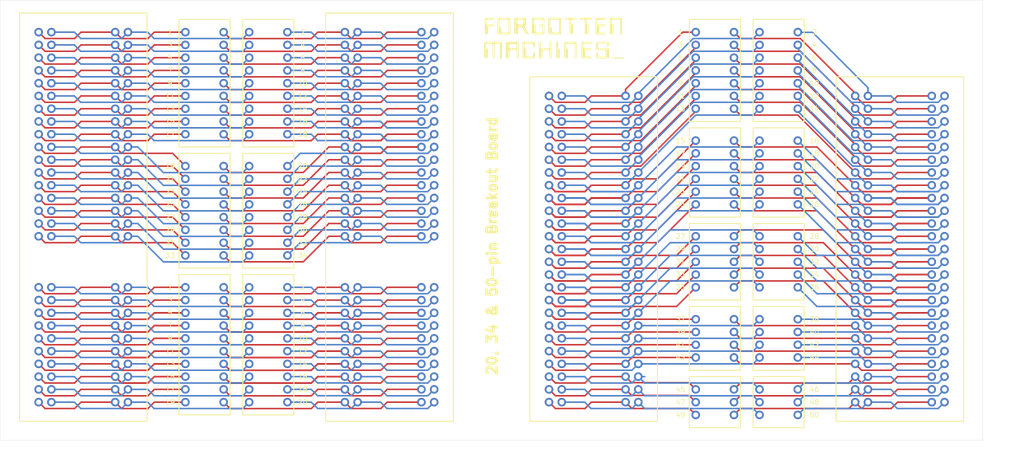
<source format=kicad_pcb>
(kicad_pcb (version 20221018) (generator pcbnew)
  (layers (0 "F.Cu" signal) (31 "B.Cu" signal) (34 "B.Paste" user) (35 "F.Paste" user) (36 "B.SilkS" user "B.Silkscreen") (37 "F.SilkS" user "F.Silkscreen") (38 "B.Mask" user) (39 "F.Mask" user) (44 "Edge.Cuts" user))
  (net 0 "")
  (net 1 "Net-(J1-Pad1)")
  (net 2 "Net-(J1-Pad2)")
  (net 3 "Net-(J1-Pad3)")
  (net 4 "Net-(J1-Pad4)")
  (net 5 "Net-(J1-Pad5)")
  (net 6 "Net-(J1-Pad6)")
  (net 7 "Net-(J1-Pad7)")
  (net 8 "Net-(J1-Pad8)")
  (net 9 "Net-(J1-Pad9)")
  (net 10 "Net-(J1-Pad10)")
  (net 11 "Net-(J1-Pad11)")
  (net 12 "Net-(J1-Pad12)")
  (net 13 "Net-(J1-Pad13)")
  (net 14 "Net-(J1-Pad14)")
  (net 15 "Net-(J1-Pad15)")
  (net 16 "Net-(J1-Pad16)")
  (net 17 "Net-(J1-Pad17)")
  (net 18 "Net-(J1-Pad18)")
  (net 19 "Net-(J1-Pad19)")
  (net 20 "Net-(J1-Pad20)")
  (net 21 "Net-(J10-Pad2)")
  (net 22 "Net-(J10-Pad4)")
  (net 23 "Net-(J10-Pad6)")
  (net 24 "Net-(J10-Pad8)")
  (net 25 "Net-(J10-Pad10)")
  (net 26 "Net-(J10-Pad12)")
  (net 27 "Net-(J10-Pad14)")
  (net 28 "Net-(J10-Pad16)")
  (net 29 "Net-(J10-Pad18)")
  (net 30 "J71")
  (net 31 "J72")
  (net 32 "J73")
  (net 33 "J74")
  (net 34 "J75")
  (net 35 "J76")
  (net 36 "J77")
  (net 37 "J78")
  (net 38 "J79")
  (net 39 "J710")
  (net 40 "J711")
  (net 41 "J712")
  (net 42 "J713")
  (net 43 "J714")
  (net 44 "J715")
  (net 45 "J716")
  (net 46 "J717")
  (net 47 "Net-(J13-Pad1)")
  (net 48 "Net-(J13-Pad2)")
  (net 49 "Net-(J13-Pad3)")
  (net 50 "Net-(J13-Pad4)")
  (net 51 "Net-(J13-Pad5)")
  (net 52 "Net-(J13-Pad6)")
  (net 53 "Net-(J13-Pad7)")
  (net 54 "Net-(J13-Pad8)")
  (net 55 "Net-(J13-Pad9)")
  (net 56 "J91")
  (net 57 "J92")
  (net 58 "J93")
  (net 59 "J94")
  (net 60 "J95")
  (net 61 "J96")
  (net 62 "J97")
  (net 63 "J98")
  (net 64 "J99")
  (net 65 "J991")
  (net 66 "J992")
  (net 67 "J993")
  (net 68 "J994")
  (net 69 "J995")
  (net 70 "J996")
  (net 71 "J997")
  (net 72 "J998")
  (net 73 "Net-(J18-Pad1)")
  (net 74 "Net-(J18-Pad2)")
  (net 75 "Net-(J18-Pad3)")
  (net 76 "Net-(J18-Pad4)")
  (net 77 "Net-(J18-Pad5)")
  (net 78 "Net-(J18-Pad6)")
  (net 79 "Net-(J18-Pad7)")
  (net 80 "Net-(J18-Pad8)")
  (net 81 "Net-(J18-Pad9)")
  (net 82 "Net-(J18-Pad10)")
  (net 83 "Net-(J16-Pad10)")
  (net 84 "Net-(J16-Pad9)")
  (net 85 "Net-(J16-Pad8)")
  (net 86 "Net-(J16-Pad7)")
  (net 87 "Net-(J16-Pad6)")
  (net 88 "Net-(J16-Pad5)")
  (net 89 "Net-(J16-Pad4)")
  (net 90 "Net-(J16-Pad3)")
  (net 91 "Net-(J16-Pad2)")
  (net 92 "Net-(J16-Pad1)")
  (net 93 "Net-(J19-Pad7)")
  (net 94 "Net-(J19-Pad6)")
  (net 95 "Net-(J19-Pad5)")
  (net 96 "Net-(J19-Pad4)")
  (net 97 "Net-(J19-Pad3)")
  (net 98 "Net-(J19-Pad2)")
  (net 99 "Net-(J19-Pad1)")
  (net 100 "Net-(J20-Pad7)")
  (net 101 "Net-(J20-Pad6)")
  (net 102 "Net-(J20-Pad5)")
  (net 103 "Net-(J20-Pad4)")
  (net 104 "Net-(J20-Pad3)")
  (net 105 "Net-(J20-Pad2)")
  (net 106 "Net-(J20-Pad1)")
  (net 107 "Net-(J21-Pad6)")
  (net 108 "Net-(J21-Pad5)")
  (net 109 "Net-(J21-Pad4)")
  (net 110 "Net-(J21-Pad3)")
  (net 111 "Net-(J21-Pad2)")
  (net 112 "Net-(J21-Pad1)")
  (net 113 "Net-(J22-Pad7)")
  (net 114 "Net-(J22-Pad6)")
  (net 115 "Net-(J22-Pad5)")
  (net 116 "Net-(J22-Pad4)")
  (net 117 "Net-(J22-Pad3)")
  (net 118 "Net-(J22-Pad2)")
  (net 119 "Net-(J22-Pad1)")
  (net 120 "Net-(J27-Pad8)")
  (net 121 "Net-(J27-Pad7)")
  (net 122 "Net-(J27-Pad6)")
  (net 123 "Net-(J27-Pad5)")
  (net 124 "Net-(J27-Pad4)")
  (net 125 "Net-(J27-Pad3)")
  (net 126 "Net-(J27-Pad2)")
  (net 127 "Net-(J27-Pad1)")
  (net 128 "Net-(J41-Pad7)")
  (net 129 "Net-(J41-Pad6)")
  (net 130 "Net-(J41-Pad5)")
  (net 131 "Net-(J41-Pad4)")
  (net 132 "Net-(J41-Pad3)")
  (net 133 "Net-(J41-Pad2)")
  (net 134 "Net-(J41-Pad1)")
  (net 135 "Net-(J10-Pad34)")
  (net 136 "Net-(J10-Pad32)")
  (net 137 "Net-(J10-Pad30)")
  (net 138 "Net-(J10-Pad28)")
  (net 139 "Net-(J10-Pad26)")
  (net 140 "Net-(J10-Pad24)")
  (net 141 "Net-(J10-Pad22)")
  (net 142 "Net-(J10-Pad20)")
  (net 143 "Net-(J45-Pad3)")
  (net 144 "Net-(J48-Pad3)")
  (net 145 "Net-(J45-Pad2)")
  (net 146 "Net-(J48-Pad2)")
  (net 147 "Net-(J45-Pad1)")
  (net 148 "Net-(J48-Pad1)")
  (net 149 "Net-(J44-Pad4)")
  (net 150 "Net-(J47-Pad4)")
  (net 151 "Net-(J44-Pad3)")
  (net 152 "Net-(J47-Pad3)")
  (net 153 "Net-(J44-Pad2)")
  (net 154 "Net-(J47-Pad2)")
  (net 155 "Net-(J44-Pad1)")
  (net 156 "Net-(J47-Pad1)")
  (net 157 "Net-(J43-Pad5)")
  (net 158 "Net-(J46-Pad5)")
  (net 159 "Net-(J43-Pad4)")
  (net 160 "Net-(J46-Pad4)")
  (net 161 "Net-(J43-Pad3)")
  (net 162 "Net-(J46-Pad3)")
  (net 163 "Net-(J43-Pad2)")
  (net 164 "Net-(J46-Pad2)")
  (net 165 "Net-(J43-Pad1)")
  (net 166 "Net-(J46-Pad1)")
  (net 167 "Net-(J42-Pad6)")
  (net 168 "Net-(J42-Pad5)")
  (net 169 "Net-(J42-Pad4)")
  (net 170 "Net-(J42-Pad3)")
  (net 171 "Net-(J42-Pad2)")
  (net 172 "Net-(J42-Pad1)")
  (net 173 "Net-(J23-Pad50)")
  (net 174 "Net-(J23-Pad49)")
  (net 175 "Net-(J23-Pad48)")
  (net 176 "Net-(J23-Pad47)")
  (net 177 "Net-(J23-Pad46)")
  (net 178 "Net-(J23-Pad45)")
  (net 179 "Net-(J23-Pad44)")
  (net 180 "Net-(J23-Pad43)")
  (net 181 "Net-(J23-Pad42)")
  (net 182 "Net-(J23-Pad41)")
  (net 183 "Net-(J23-Pad40)")
  (net 184 "Net-(J23-Pad39)")
  (net 185 "Net-(J23-Pad38)")
  (net 186 "Net-(J23-Pad37)")
  (net 187 "Net-(J23-Pad36)")
  (net 188 "Net-(J23-Pad35)")
  (net 189 "Net-(J23-Pad34)")
  (net 190 "Net-(J23-Pad33)")
  (net 191 "Net-(J23-Pad32)")
  (net 192 "Net-(J23-Pad31)")
  (net 193 "Net-(J23-Pad30)")
  (net 194 "Net-(J23-Pad29)")
  (net 195 "Net-(J23-Pad28)")
  (net 196 "Net-(J23-Pad27)")
  (net 197 "Net-(J23-Pad26)")
  (net 198 "Net-(J23-Pad25)")
  (net 199 "Net-(J23-Pad24)")
  (net 200 "Net-(J23-Pad23)")
  (net 201 "Net-(J23-Pad22)")
  (net 202 "Net-(J23-Pad21)")
  (net 203 "Net-(J23-Pad20)")
  (net 204 "Net-(J23-Pad19)")
  (net 205 "Net-(J23-Pad18)")
  (net 206 "Net-(J23-Pad17)")
  (net 207 "Net-(J23-Pad16)")
  (net 208 "Net-(J23-Pad15)")
  (footprint "MFM_ST506 Breakout Board:PinHeader_2x10_P2.54mm_Vertical" (layer "F.Cu") (at 58.42 111.76)
    (fp_text reference "J1" hide)
    (fp_text value "Conn_02x10_Odd_Even")
  )
  (footprint "MFM_ST506 Breakout Board:PinHeader_2x10_P2.54mm_Vertical" (layer "F.Cu") (at 73.66 111.76)
    (fp_text reference "J2" hide)
    (fp_text value "Conn_02x10_Odd_Even")
  )
  (footprint "MFM_ST506 Breakout Board:PinHeader_2x10_P2.54mm_Vertical" (layer "F.Cu") (at 119.38 111.76)
    (fp_text reference "J4" hide)
    (fp_text value "Conn_02x10_Odd_Even")
  )
  (footprint "MFM_ST506 Breakout Board:PinHeader_2x10_P2.54mm_Vertical" (layer "F.Cu") (at 134.62 111.76)
    (fp_text reference "J3" hide)
    (fp_text value "Conn_02x10_Odd_Even")
  )
  (footprint "MFM_ST506 Breakout Board:PinSocket_1x10_P2.54mm_Vertical" (layer "F.Cu") (at 87.63 111.76)
    (fp_text reference "J15")
    (fp_text value "Conn_01x10")
  )
  (footprint "MFM_ST506 Breakout Board:PinSocket_1x10_P2.54mm_Vertical" (layer "F.Cu") (at 100.33 111.76)
    (fp_text reference "J17")
    (fp_text value "Conn_01x10")
  )
  (footprint "MFM_ST506 Breakout Board:PinSocket_1x10_P2.54mm_Vertical" (layer "F.Cu") (at 107.95 111.76)
    (fp_text reference "J18")
    (fp_text value "Conn_01x10")
  )
  (footprint "MFM_ST506 Breakout Board:PinHeader_1x09_P2.54mm_Vertical" (layer "F.Cu") (at 87.63 60.96)
    (fp_text reference "J11")
    (fp_text value "Conn_01x09")
  )
  (footprint "MFM_ST506 Breakout Board:PinHeader_1x09_P2.54mm_Vertical" (layer "F.Cu") (at 95.25 60.96)
    (fp_text reference "J12")
    (fp_text value "Conn_01x09")
  )
  (footprint "MFM_ST506 Breakout Board:PinHeader_1x09_P2.54mm_Vertical" (layer "F.Cu") (at 100.33 60.96)
    (fp_text reference "J13")
    (fp_text value "Conn_01x09")
  )
  (footprint "MFM_ST506 Breakout Board:PinHeader_1x09_P2.54mm_Vertical" (layer "F.Cu") (at 107.95 60.96)
    (fp_text reference "J14")
    (fp_text value "Conn_01x09")
  )
  (footprint "MFM_ST506 Breakout Board:PinHeader_1x08_P2.54mm_Vertical" (layer "F.Cu") (at 100.33 87.63)
    (fp_text reference "J27")
    (fp_text value "Conn_01x08")
  )
  (footprint "MFM_ST506 Breakout Board:PinHeader_1x08_P2.54mm_Vertical" (layer "F.Cu") (at 107.95 87.63)
    (fp_text reference "J28")
    (fp_text value "Conn_01x08")
  )
  (footprint "MFM_ST506 Breakout Board:PinHeader_1x08_P2.54mm_Vertical" (layer "F.Cu") (at 95.25 87.63)
    (fp_text reference "J26")
    (fp_text value "Conn_01x08")
  )
  (footprint "MFM_ST506 Breakout Board:PinHeader_1x08_P2.54mm_Vertical" (layer "F.Cu") (at 87.63 87.63)
    (fp_text reference "J25")
    (fp_text value "Conn_01x08")
  )
  (footprint "MFM_ST506 Breakout Board:PinSocket_1x10_P2.54mm_Vertical" (layer "F.Cu") (at 95.25 111.76)
    (fp_text reference "J16")
    (fp_text value "Conn_01x10")
  )
  (footprint "MFM_ST506 Breakout Board:PinHeader_1x07_P2.54mm_Vertical" (layer "F.Cu") (at 201.93 60.96)
    (fp_text reference "J41")
    (fp_text value "Conn_01x07")
  )
  (footprint "MFM_ST506 Breakout Board:PinHeader_1x06_P2.54mm_Vertical" (layer "F.Cu") (at 201.93 82.55)
    (fp_text reference "J42")
    (fp_text value "Conn_01x06")
  )
  (footprint "MFM_ST506 Breakout Board:PinHeader_1x05_P2.54mm_Vertical" (layer "F.Cu") (at 201.93 101.6)
    (fp_text reference "J43")
    (fp_text value "Conn_01x05")
  )
  (footprint "MFM_ST506 Breakout Board:PinHeader_1x04_P2.54mm_Vertical" (layer "F.Cu") (at 201.93 118.11)
    (fp_text reference "J44")
    (fp_text value "Conn_01x04")
  )
  (footprint "MFM_ST506 Breakout Board:PinHeader_1x03_P2.54mm_Vertical" (layer "F.Cu") (at 201.93 132.08)
    (fp_text reference "J45")
    (fp_text value "Conn_01x03")
  )
  (footprint "MFM_ST506 Breakout Board:PinHeader_2x17_P2.54mm_Vertical" (layer "F.Cu") (at 58.42 60.96)
    (fp_text reference "J7")
    (fp_text value "Conn_02x17_Odd_Even")
  )
  (footprint "MFM_ST506 Breakout Board:PinHeader_1x07_P2.54mm_Vertical" (layer "F.Cu") (at 189.23 60.96)
    (fp_text reference "J19")
    (fp_text value "Conn_01x07")
  )
  (footprint "MFM_ST506 Breakout Board:PinHeader_1x06_P2.54mm_Vertical" (layer "F.Cu") (at 189.23 82.55)
    (fp_text reference "J21")
    (fp_text value "Conn_01x06")
  )
  (footprint "MFM_ST506 Breakout Board:PinHeader_1x05_P2.54mm_Vertical" (layer "F.Cu") (at 189.23 101.6)
    (fp_text reference "J46")
    (fp_text value "Conn_01x05")
  )
  (footprint "MFM_ST506 Breakout Board:PinHeader_1x04_P2.54mm_Vertical" (layer "F.Cu") (at 189.23 118.11)
    (fp_text reference "J47")
    (fp_text value "Conn_01x04")
  )
  (footprint "MFM_ST506 Breakout Board:PinHeader_1x03_P2.54mm_Vertical" (layer "F.Cu") (at 189.23 132.08)
    (fp_text reference "J48")
    (fp_text value "Conn_01x03")
  )
  (footprint "MFM_ST506 Breakout Board:PinHeader_1x07_P2.54mm_Vertical" (layer "F.Cu") (at 196.85 60.96)
    (fp_text reference "J20")
    (fp_text value "Conn_01x07")
  )
  (footprint "MFM_ST506 Breakout Board:PinHeader_1x06_P2.54mm_Vertical" (layer "F.Cu") (at 196.85 82.55)
    (fp_text reference "J49")
    (fp_text value "Conn_01x06")
  )
  (footprint "MFM_ST506 Breakout Board:PinHeader_1x05_P2.54mm_Vertical" (layer "F.Cu") (at 196.85 101.6)
    (fp_text reference "J50")
    (fp_text value "Conn_01x05")
  )
  (footprint "MFM_ST506 Breakout Board:PinHeader_1x04_P2.54mm_Vertical" (layer "F.Cu") (at 196.85 118.11)
    (fp_text reference "J51")
    (fp_text value "Conn_01x04")
  )
  (footprint "MFM_ST506 Breakout Board:PinHeader_1x03_P2.54mm_Vertical" (layer "F.Cu") (at 196.85 132.08)
    (fp_text reference "J52")
    (fp_text value "Conn_01x03")
  )
  (footprint "MFM_ST506 Breakout Board:PinHeader_1x07_P2.54mm_Vertical" (layer "F.Cu") (at 209.55 60.96)
    (fp_text reference "J22")
    (fp_text value "Conn_01x07")
  )
  (footprint "MFM_ST506 Breakout Board:PinHeader_1x06_P2.54mm_Vertical" (layer "F.Cu") (at 209.55 82.55)
    (fp_text reference "J53")
    (fp_text value "Conn_01x06")
  )
  (footprint "MFM_ST506 Breakout Board:PinHeader_1x05_P2.54mm_Vertical" (layer "F.Cu") (at 209.55 101.6)
    (fp_text reference "J54")
    (fp_text value "Conn_01x05")
  )
  (footprint "MFM_ST506 Breakout Board:PinHeader_1x04_P2.54mm_Vertical" (layer "F.Cu") (at 209.55 118.11)
    (fp_text reference "J55")
    (fp_text value "Conn_01x04")
  )
  (footprint "MFM_ST506 Breakout Board:PinHeader_1x03_P2.54mm_Vertical" (layer "F.Cu") (at 209.55 132.08)
    (fp_text reference "J56")
    (fp_text value "Conn_01x03")
  )
  (footprint "MFM_ST506 Breakout Board:PinHeader_2x17_P2.54mm_Vertical" (layer "F.Cu") (at 73.66 60.96)
    (fp_text reference "J8")
    (fp_text value "Conn_02x17_Odd_Even")
  )
  (footprint "MFM_ST506 Breakout Board:PinHeader_2x17_P2.54mm_Vertical" (layer "F.Cu") (at 119.38 60.96)
    (fp_text reference "J9")
    (fp_text value "Conn_02x17_Odd_Even")
  )
  (footprint "MFM_ST506 Breakout Board:PinHeader_2x17_P2.54mm_Vertical" (layer "F.Cu") (at 134.62 60.96)
    (fp_text reference "J10")
    (fp_text value "Conn_02x17_Odd_Even")
  )
  (footprint "MFM_ST506 Breakout Board:PinHeader_2x25_P2.54mm_Vertical" (layer "F.Cu") (at 160.02 73.66)
    (fp_text reference "J5")
    (fp_text value "Conn_02x25_Odd_Even")
  )
  (footprint "MFM_ST506 Breakout Board:PinHeader_2x25_P2.54mm_Vertical" (layer "F.Cu") (at 175.26 73.66)
    (fp_text reference "J6")
    (fp_text value "Conn_02x25_Odd_Even")
  )
  (footprint "MFM_ST506 Breakout Board:PinHeader_2x25_P2.54mm_Vertical" (layer "F.Cu") (at 220.98 73.66)
    (fp_text reference "J23")
    (fp_text value "Conn_02x25_Odd_Even")
  )
  (footprint "MFM_ST506 Breakout Board:PinHeader_2x25_P2.54mm_Vertical" (layer "F.Cu") (at 236.22 73.66)
    (fp_text reference "J24")
    (fp_text value "Conn_02x25_Odd_Even")
  )
  (gr_line (start 54.61 138.43) (end 54.61 57.15) (stroke (width 0.2)) (layer "F.SilkS"))
  (gr_line (start 115.57 138.43) (end 115.57 57.15) (stroke (width 0.2)) (layer "F.SilkS"))
  (gr_line (start 181.61 138.43) (end 181.61 69.85) (stroke (width 0.2)) (layer "F.SilkS"))
  (gr_line (start 156.21 69.85) (end 156.21 138.43) (stroke (width 0.2)) (layer "F.SilkS"))
  (gr_line (start 99.06 58.42) (end 109.22 58.42) (stroke (width 0.2)) (layer "F.SilkS"))
  (gr_line (start 99.06 58.42) (end 99.06 83.82) (stroke (width 0.2)) (layer "F.SilkS"))
  (gr_line (start 96.52 58.42) (end 96.52 83.82) (stroke (width 0.2)) (layer "F.SilkS"))
  (gr_line (start 86.36 58.42) (end 86.36 83.82) (stroke (width 0.2)) (layer "F.SilkS"))
  (gr_line (start 86.36 83.82) (end 96.52 83.82) (stroke (width 0.2)) (layer "F.SilkS"))
  (gr_line (start 99.06 83.82) (end 109.22 83.82) (stroke (width 0.2)) (layer "F.SilkS"))
  (gr_line (start 181.61 69.85) (end 156.21 69.85) (stroke (width 0.2)) (layer "F.SilkS"))
  (gr_line (start 96.52 85.09) (end 96.52 107.95) (stroke (width 0.2)) (layer "F.SilkS"))
  (gr_line (start 99.06 85.09) (end 109.22 85.09) (stroke (width 0.2)) (layer "F.SilkS"))
  (gr_line (start 86.36 107.95) (end 96.52 107.95) (stroke (width 0.2)) (layer "F.SilkS"))
  (gr_line (start 86.36 85.09) (end 86.36 107.95) (stroke (width 0.2)) (layer "F.SilkS"))
  (gr_line (start 99.06 107.95) (end 109.22 107.95) (stroke (width 0.2)) (layer "F.SilkS"))
  (gr_line (start 99.06 85.09) (end 99.06 107.95) (stroke (width 0.2)) (layer "F.SilkS"))
  (gr_line (start 86.36 85.09) (end 96.52 85.09) (stroke (width 0.2)) (layer "F.SilkS"))
  (gr_line (start 109.22 85.09) (end 109.22 107.95) (stroke (width 0.2)) (layer "F.SilkS"))
  (gr_line (start 99.06 109.22) (end 109.22 109.22) (stroke (width 0.2)) (layer "F.SilkS"))
  (gr_line (start 96.52 109.22) (end 96.52 137.16) (stroke (width 0.2)) (layer "F.SilkS"))
  (gr_line (start 99.06 109.22) (end 99.06 137.16) (stroke (width 0.2)) (layer "F.SilkS"))
  (gr_line (start 109.22 109.22) (end 109.22 137.16) (stroke (width 0.2)) (layer "F.SilkS"))
  (gr_line (start 99.06 137.16) (end 109.22 137.16) (stroke (width 0.2)) (layer "F.SilkS"))
  (gr_line (start 86.36 137.16) (end 96.52 137.16) (stroke (width 0.2)) (layer "F.SilkS"))
  (gr_line (start 217.17 69.85) (end 217.17 138.43) (stroke (width 0.2)) (layer "F.SilkS"))
  (gr_line (start 217.17 138.43) (end 242.57 138.43) (stroke (width 0.2)) (layer "F.SilkS"))
  (gr_line (start 242.57 69.85) (end 217.17 69.85) (stroke (width 0.2)) (layer "F.SilkS"))
  (gr_line (start 242.57 138.43) (end 242.57 69.85) (stroke (width 0.2)) (layer "F.SilkS"))
  (gr_line (start 187.96 78.74) (end 198.12 78.74) (stroke (width 0.2)) (layer "F.SilkS"))
  (gr_line (start 198.12 78.74) (end 198.12 58.42) (stroke (width 0.2)) (layer "F.SilkS"))
  (gr_line (start 187.96 78.74) (end 187.96 58.42) (stroke (width 0.2)) (layer "F.SilkS"))
  (gr_line (start 200.66 78.74) (end 210.82 78.74) (stroke (width 0.2)) (layer "F.SilkS"))
  (gr_line (start 200.66 78.74) (end 200.66 58.42) (stroke (width 0.2)) (layer "F.SilkS"))
  (gr_line (start 200.66 58.42) (end 210.82 58.42) (stroke (width 0.2)) (layer "F.SilkS"))
  (gr_line (start 210.82 78.74) (end 210.82 58.42) (stroke (width 0.2)) (layer "F.SilkS"))
  (gr_line (start 200.66 80.01) (end 210.82 80.01) (stroke (width 0.2)) (layer "F.SilkS"))
  (gr_line (start 187.96 97.79) (end 198.12 97.79) (stroke (width 0.2)) (layer "F.SilkS"))
  (gr_line (start 200.66 97.79) (end 210.82 97.79) (stroke (width 0.2)) (layer "F.SilkS"))
  (gr_line (start 210.82 97.79) (end 210.82 80.01) (stroke (width 0.2)) (layer "F.SilkS"))
  (gr_line (start 200.66 97.79) (end 200.66 80.01) (stroke (width 0.2)) (layer "F.SilkS"))
  (gr_line (start 198.12 97.79) (end 198.12 80.01) (stroke (width 0.2)) (layer "F.SilkS"))
  (gr_line (start 187.96 97.79) (end 187.96 80.01) (stroke (width 0.2)) (layer "F.SilkS"))
  (gr_line (start 187.96 99.06) (end 198.12 99.06) (stroke (width 0.2)) (layer "F.SilkS"))
  (gr_line (start 200.66 99.06) (end 210.82 99.06) (stroke (width 0.2)) (layer "F.SilkS"))
  (gr_line (start 187.96 114.3) (end 198.12 114.3) (stroke (width 0.2)) (layer "F.SilkS"))
  (gr_line (start 200.66 114.3) (end 210.82 114.3) (stroke (width 0.2)) (layer "F.SilkS"))
  (gr_line (start 187.96 114.3) (end 187.96 99.06) (stroke (width 0.2)) (layer "F.SilkS"))
  (gr_line (start 198.12 114.3) (end 198.12 99.06) (stroke (width 0.2)) (layer "F.SilkS"))
  (gr_line (start 200.66 114.3) (end 200.66 99.06) (stroke (width 0.2)) (layer "F.SilkS"))
  (gr_line (start 210.82 114.3) (end 210.82 99.06) (stroke (width 0.2)) (layer "F.SilkS"))
  (gr_line (start 187.96 115.57) (end 198.12 115.57) (stroke (width 0.2)) (layer "F.SilkS"))
  (gr_line (start 200.66 115.57) (end 210.82 115.57) (stroke (width 0.2)) (layer "F.SilkS"))
  (gr_line (start 200.66 128.27) (end 210.82 128.27) (stroke (width 0.2)) (layer "F.SilkS"))
  (gr_line (start 187.96 128.27) (end 198.12 128.27) (stroke (width 0.2)) (layer "F.SilkS"))
  (gr_line (start 200.66 129.54) (end 210.82 129.54) (stroke (width 0.2)) (layer "F.SilkS"))
  (gr_line (start 187.96 129.54) (end 198.12 129.54) (stroke (width 0.2)) (layer "F.SilkS"))
  (gr_line (start 200.66 139.7) (end 210.82 139.7) (stroke (width 0.2)) (layer "F.SilkS"))
  (gr_line (start 187.96 139.7) (end 198.12 139.7) (stroke (width 0.2)) (layer "F.SilkS"))
  (gr_line (start 210.82 129.54) (end 210.82 139.7) (stroke (width 0.2)) (layer "F.SilkS"))
  (gr_line (start 187.96 129.54) (end 187.96 139.7) (stroke (width 0.2)) (layer "F.SilkS"))
  (gr_line (start 187.96 115.57) (end 187.96 128.27) (stroke (width 0.2)) (layer "F.SilkS"))
  (gr_line (start 198.12 115.57) (end 198.12 128.27) (stroke (width 0.2)) (layer "F.SilkS"))
  (gr_line (start 200.66 115.57) (end 200.66 128.27) (stroke (width 0.2)) (layer "F.SilkS"))
  (gr_line (start 210.82 115.57) (end 210.82 128.27) (stroke (width 0.2)) (layer "F.SilkS"))
  (gr_line (start 140.97 57.15) (end 140.97 138.43) (stroke (width 0.2)) (layer "F.SilkS"))
  (gr_poly (pts (xy 148.935048 58.115458) (xy 149.034587 58.117826) (xy 149.055761 58.119743) (xy 149.068631 58.122256) (xy 149.075204 58.123995) (xy 149.081903 58.125959) (xy 149.088677 58.128124) (xy 149.095479 58.130469) (xy 149.108966 58.135608) (xy 149.121971 58.141197) (xy 149.12817 58.144104) (xy 149.134101 58.147056) (xy 149.139714 58.150031) (xy 149.144962 58.153007) (xy 149.149794 58.15596) (xy 149.154161 58.15887) (xy 149.158015 58.161712) (xy 149.161305 58.164465) (xy 149.162404 58.165539) (xy 149.163602 58.166863) (xy 149.16489 58.168418) (xy 149.166254 58.170185) (xy 149.167684 58.172146) (xy 149.169167 58.174282) (xy 149.170691 58.176573) (xy 149.172245 58.179002) (xy 149.173817 58.18155) (xy 149.175394 58.184197) (xy 149.176967 58.186925) (xy 149.178521 58.189715) (xy 149.180047 58.192548) (xy 149.181531 58.195406) (xy 149.182962 58.19827) (xy 149.184328 58.20112) (xy 149.186322 58.205441) (xy 149.188111 58.209489) (xy 149.189708 58.213326) (xy 149.191128 58.217017) (xy 149.192381 58.220625) (xy 149.193483 58.224214) (xy 149.194445 58.227848) (xy 149.195281 58.23159) (xy 149.196003 58.235505) (xy 149.196624 58.239656) (xy 149.197158 58.244107) (xy 149.197617 58.248921) (xy 149.198015 58.254162) (xy 149.198364 58.259894) (xy 149.198967 58.273087) (xy 149.199258 58.288699) (xy 149.19884 58.303203) (xy 149.197678 58.316649) (xy 149.195737 58.329087) (xy 149.194464 58.334945) (xy 149.192983 58.340569) (xy 149.19129 58.345967) (xy 149.189381 58.351145) (xy 149.18725 58.356108) (xy 149.184894 58.360865) (xy 149.182309 58.36542) (xy 149.17949 58.36978) (xy 149.176432 58.373952) (xy 149.173132 58.377942) (xy 149.169585 58.381756) (xy 149.165786 58.385401) (xy 149.161731 58.388882) (xy 149.157417 58.392206) (xy 149.152838 58.39538) (xy 149.14799 58.39841) (xy 149.142869 58.401303) (xy 149.13747 58.404063) (xy 149.125822 58.409215) (xy 149.113011 58.413918) (xy 149.099003 58.418221) (xy 149.093132 58.41983) (xy 149.090175 58.42056) (xy 149.087048 58.421243) (xy 149.083635 58.421881) (xy 149.079819 58.422477) (xy 149.075483 58.423032) (xy 149.070511 58.423549) (xy 149.064785 58.42403) (xy 149.05819 58.424477) (xy 149.050609 58.424892) (xy 149.041924 58.425278) (xy 149.032019 58.425636) (xy 149.020778 58.425969) (xy 148.993821 58.426567) (xy 148.960117 58.42709) (xy 148.918735 58.427555) (xy 148.86874 58.427979) (xy 148.809199 58.42838) (xy 148.657748 58.429179) (xy 148.456914 58.430091) (xy 148.003469 58.433221) (xy 147.874587 58.435107) (xy 147.821915 58.437085) (xy 147.806 58.439924) (xy 147.790973 58.442932) (xy 147.776782 58.446135) (xy 147.763373 58.449556) (xy 147.750692 58.453217) (xy 147.738685 58.457145) (xy 147.7273 58.461361) (xy 147.716483 58.46589) (xy 147.70618 58.470756) (xy 147.696337 58.475983) (xy 147.686902 58.481593) (xy 147.677821 58.487612) (xy 147.66904 58.494063) (xy 147.660506 58.500969) (xy 147.652166 58.508354) (xy 147.643965 58.516243) (xy 147.63537 58.52519) (xy 147.627387 58.534265) (xy 147.619979 58.543558) (xy 147.61311 58.553161) (xy 147.606741 58.563167) (xy 147.600837 58.573668) (xy 147.59536 58.584754) (xy 147.590273 58.596518) (xy 147.585538 58.609052) (xy 147.581119 58.622448) (xy 147.576979 58.636797) (xy 147.57308 58.652191) (xy 147.569385 58.668721) (xy 147.565858 58.686481) (xy 147.56246 58.705561) (xy 147.559156 58.726054) (xy 147.557016 58.741498) (xy 147.555314 58.757992) (xy 147.554003 58.776998) (xy 147.553036 58.799984) (xy 147.552367 58.828412) (xy 147.551949 58.863749) (xy 147.551736 58.907458) (xy 147.55168 58.961004) (xy 147.551921 59.064956) (xy 147.552345 59.100038) (xy 147.553089 59.12684) (xy 147.554244 59.147597) (xy 147.555897 59.164544) (xy 147.55814 59.179918) (xy 147.56106 59.195954) (xy 147.56526 59.217069) (xy 147.56922 59.235245) (xy 147.573092 59.250975) (xy 147.577029 59.264751) (xy 147.581184 59.277067) (xy 147.583391 59.282831) (xy 147.58571 59.288415) (xy 147.59076 59.299289) (xy 147.596487 59.310181) (xy 147.603863 59.322763) (xy 147.611674 59.334579) (xy 147.619959 59.345655) (xy 147.624291 59.350922) (xy 147.628756 59.356014) (xy 147.633358 59.360932) (xy 147.638103 59.36568) (xy 147.642994 59.370261) (xy 147.648037 59.374678) (xy 147.653236 59.378934) (xy 147.658597 59.383033) (xy 147.664123 59.386976) (xy 147.66982 59.390768) (xy 147.675693 59.394411) (xy 147.681745 59.397909) (xy 147.687982 59.401264) (xy 147.694409 59.404479) (xy 147.707851 59.410503) (xy 147.722108 59.416006) (xy 147.737218 59.421011) (xy 147.75322 59.425543) (xy 147.77015 59.429627) (xy 147.788048 59.433286) (xy 147.80268 59.435842) (xy 147.818282 59.438128) (xy 147.835457 59.44016) (xy 147.854807 59.441951) (xy 147.876935 59.443517) (xy 147.902444 59.444872) (xy 147.966011 59.447009) (xy 148.050327 59.448479) (xy 148.160212 59.449399) (xy 148.300485 59.449889) (xy 148.475965 59.450064) (xy 148.848167 59.451293) (xy 148.973006 59.452529) (xy 149.032648 59.454014) (xy 149.048895 59.455436) (xy 149.06417 59.457207) (xy 149.078499 59.459336) (xy 149.091907 59.461834) (xy 149.104417 59.464714) (xy 149.116054 59.467985) (xy 149.126843 59.471659) (xy 149.136809 59.475747) (xy 149.145975 59.48026) (xy 149.154367 59.485209) (xy 149.162008 59.490605) (xy 149.168924 59.496459) (xy 149.175139 59.502782) (xy 149.180677 59.509585) (xy 149.185563 59.516878) (xy 149.189822 59.524674) (xy 149.191856 59.528861) (xy 149.193649 59.532697) (xy 149.195218 59.536279) (xy 149.196577 59.539706) (xy 149.19774 59.543076) (xy 149.198724 59.546487) (xy 149.199542 59.550038) (xy 149.200209 59.553827) (xy 149.200741 59.557951) (xy 149.201152 59.562509) (xy 149.201458 59.567599) (xy 149.201672 59.57332) (xy 149.20181 59.579769) (xy 149.201888 59.587046) (xy 149.201918 59.604471) (xy 149.201762 59.618609) (xy 149.201301 59.631502) (xy 149.200493 59.643237) (xy 149.199293 59.653899) (xy 149.197658 59.663575) (xy 149.195544 59.672349) (xy 149.192908 59.680309) (xy 149.191381 59.68401) (xy 149.189706 59.687539) (xy 149.187879 59.690908) (xy 149.185895 59.694127) (xy 149.183747 59.697206) (xy 149.18143 59.700156) (xy 149.178939 59.702989) (xy 149.176268 59.705714) (xy 149.170366 59.710886) (xy 149.16368 59.715758) (xy 149.156166 59.720416) (xy 149.147781 59.724946) (xy 149.138481 59.729433) (xy 149.12982 59.733344) (xy 149.125648 59.735119) (xy 149.121462 59.736778) (xy 149.117174 59.738326) (xy 149.112694 59.739769) (xy 149.107933 59.74111) (xy 149.102803 59.742354) (xy 149.097213 59.743505) (xy 149.091075 59.744569) (xy 149.084299 59.745549) (xy 149.076797 59.74645) (xy 149.068478 59.747276) (xy 149.059255 59.748033) (xy 149.049038 59.748725) (xy 149.037737 59.749355) (xy 149.011529 59.750452) (xy 148.979917 59.751359) (xy 148.942189 59.752113) (xy 148.897631 59.752751) (xy 148.845529 59.753307) (xy 148.785171 59.753819) (xy 148.636831 59.754854) (xy 148.372578 59.757035) (xy 148.287953 59.75853) (xy 148.227062 59.760702) (xy 148.183954 59.763854) (xy 148.152678 59.768291) (xy 148.127284 59.774318) (xy 148.10182 59.78224) (xy 148.088086 59.787076) (xy 148.074923 59.792434) (xy 148.062326 59.798316) (xy 148.050295 59.804723) (xy 148.038827 59.811658) (xy 148.02792 59.819123) (xy 148.017571 59.82712) (xy 148.007779 59.835652) (xy 147.99854 59.844719) (xy 147.989854 59.854324) (xy 147.981716 59.86447) (xy 147.974126 59.875158) (xy 147.967081 59.886391) (xy 147.960579 59.89817) (xy 147.954617 59.910497) (xy 147.949193 59.923376) (xy 147.944983 59.934597) (xy 147.94307 59.940127) (xy 147.94126 59.945711) (xy 147.939534 59.951433) (xy 147.937873 59.957374) (xy 147.936258 59.963615) (xy 147.93467 59.97024) (xy 147.9315 59.984965) (xy 147.928211 60.002206) (xy 147.924652 60.022617) (xy 147.920673 60.046854) (xy 147.919244 60.05611) (xy 147.91798 60.06547) (xy 147.916868 60.075593) (xy 147.915896 60.087136) (xy 147.915051 60.100759) (xy 147.91432 60.117119) (xy 147.913691 60.136873) (xy 147.913151 60.160681) (xy 147.912288 60.223088) (xy 147.911631 60.309604) (xy 147.910528 60.576021) (xy 147.90917 60.893616) (xy 147.907276 61.07484) (xy 147.904004 61.163854) (xy 147.901587 61.187583) (xy 147.898509 61.20482) (xy 147.893971 61.223902) (xy 147.888917 61.241699) (xy 147.883303 61.258257) (xy 147.877087 61.273626) (xy 147.870225 61.287852) (xy 147.862676 61.300985) (xy 147.854396 61.313073) (xy 147.849968 61.318739) (xy 147.845342 61.324162) (xy 147.840511 61.329348) (xy 147.835471 61.334303) (xy 147.830216 61.339032) (xy 147.824741 61.343542) (xy 147.813108 61.351928) (xy 147.80053 61.359509) (xy 147.786963 61.366333) (xy 147.772365 61.372448) (xy 147.756694 61.377902) (xy 147.739905 61.382744) (xy 147.734809 61.383875) (xy 147.72802 61.385067) (xy 147.710286 61.38755) (xy 147.688556 61.39003) (xy 147.664684 61.392339) (xy 147.640524 61.394314) (xy 147.617929 61.395788) (xy 147.598753 61.396596) (xy 147.584848 61.396574) (xy 147.560334 61.395277) (xy 147.519231 61.392954) (xy 147.519231 61.392951) (xy 147.500295 61.391565) (xy 147.480507 61.389579) (xy 147.460661 61.387121) (xy 147.441549 61.384316) (xy 147.423965 61.381289) (xy 147.408701 61.378168) (xy 147.396551 61.375078) (xy 147.391892 61.373584) (xy 147.388308 61.372145) (xy 147.375294 61.365923) (xy 147.353359 61.35533) (xy 147.348277 61.352767) (xy 147.343327 61.350066) (xy 147.338506 61.347224) (xy 147.333813 61.344239) (xy 147.329247 61.341108) (xy 147.324806 61.337828) (xy 147.320488 61.334397) (xy 147.316291 61.330813) (xy 147.312215 61.327072) (xy 147.308256 61.323172) (xy 147.304413 61.319111) (xy 147.300686 61.314886) (xy 147.297071 61.310495) (xy 147.293568 61.305934) (xy 147.290175 61.301201) (xy 147.28689 61.296294) (xy 147.283711 61.29121) (xy 147.280637 61.285947) (xy 147.277666 61.280501) (xy 147.274796 61.274871) (xy 147.269355 61.263047) (xy 147.264299 61.250452) (xy 147.259615 61.237068) (xy 147.25529 61.222872) (xy 147.251311 61.207845) (xy 147.247664 61.191966) (xy 147.237715 61.1454) (xy 147.237715 58.381038) (xy 147.247293 58.333802) (xy 147.251196 58.315824) (xy 147.2554 58.298988) (xy 147.259937 58.283245) (xy 147.264839 58.268543) (xy 147.270139 58.254833) (xy 147.27587 58.242065) (xy 147.282064 58.230189) (xy 147.288755 58.219155) (xy 147.295975 58.208912) (xy 147.303756 58.199411) (xy 147.312132 58.190602) (xy 147.321135 58.182434) (xy 147.330799 58.174858) (xy 147.341154 58.167823) (xy 147.352235 58.161279) (xy 147.364075 58.155177) (xy 147.369987 58.152394) (xy 147.375865 58.14977) (xy 147.381762 58.14729) (xy 147.387727 58.14494) (xy 147.393812 58.142706) (xy 147.400068 58.140574) (xy 147.406546 58.138529) (xy 147.413296 58.136557) (xy 147.420371 58.134644) (xy 147.42782 58.132775) (xy 147.435695 58.130935) (xy 147.444048 58.129111) (xy 147.462387 58.125452) (xy 147.483248 58.121684) (xy 147.490985 58.120483) (xy 147.500131 58.11942) (xy 147.511588 58.118486) (xy 147.526258 58.117673) (xy 147.545043 58.116973) (xy 147.568845 58.116377) (xy 147.635107 58.115466) (xy 147.732261 58.114872) (xy 147.867522 58.114531) (xy 148.281231 58.114337)) (fill solid) (layer "F.SilkS"))
  (gr_line (start 115.57 57.15) (end 140.97 57.15) (stroke (width 0.2)) (layer "F.SilkS"))
  (gr_line (start 156.21 138.43) (end 181.61 138.43) (stroke (width 0.2)) (layer "F.SilkS"))
  (gr_line (start 200.66 129.54) (end 200.66 139.7) (stroke (width 0.2)) (layer "F.SilkS"))
  (gr_line (start 86.36 109.22) (end 96.52 109.22) (stroke (width 0.2)) (layer "F.SilkS"))
  (gr_line (start 140.97 138.43) (end 115.57 138.43) (stroke (width 0.2)) (layer "F.SilkS"))
  (gr_line (start 187.96 80.01) (end 198.12 80.01) (stroke (width 0.2)) (layer "F.SilkS"))
  (gr_poly (pts (xy 149.833998 62.858959) (xy 150.241267 62.861937) (xy 150.30699 62.866304) (xy 150.335255 62.868604) (xy 150.360636 62.870998) (xy 150.383266 62.873501) (xy 150.403281 62.876126) (xy 150.420814 62.878888) (xy 150.436001 62.8818) (xy 150.443443 62.88357) (xy 150.451386 62.885802) (xy 150.45973 62.888451) (xy 150.468378 62.891469) (xy 150.477229 62.894811) (xy 150.486184 62.89843) (xy 150.495145 62.90228) (xy 150.504013 62.906314) (xy 150.512687 62.910486) (xy 150.52107 62.91475) (xy 150.529061 62.919059) (xy 150.536563 62.923367) (xy 150.543475 62.927627) (xy 150.549699 62.931794) (xy 150.555135 62.935821) (xy 150.559685 62.939661) (xy 150.563122 62.943022) (xy 150.566939 62.94713) (xy 150.571054 62.951866) (xy 150.575383 62.957112) (xy 150.584352 62.96866) (xy 150.593181 62.980828) (xy 150.601205 62.992667) (xy 150.604707 62.998168) (xy 150.607759 63.003232) (xy 150.610278 63.00774) (xy 150.61218 63.011574) (xy 150.613382 63.014617) (xy 150.613694 63.015804) (xy 150.613801 63.016748) (xy 150.613844 63.017404) (xy 150.613972 63.018241) (xy 150.614181 63.019246) (xy 150.614464 63.020407) (xy 150.61482 63.021711) (xy 150.615242 63.023145) (xy 150.616271 63.026351) (xy 150.617517 63.029923) (xy 150.618945 63.033758) (xy 150.620521 63.037753) (xy 150.62221 63.041805) (xy 150.623983 63.046238) (xy 150.625798 63.051325) (xy 150.627606 63.056888) (xy 150.629353 63.062746) (xy 150.63099 63.068721) (xy 150.632464 63.074632) (xy 150.633724 63.0803) (xy 150.634719 63.085547) (xy 150.647465 63.160472) (xy 150.648977 63.169809) (xy 150.650302 63.180306) (xy 150.650897 63.186647) (xy 150.651451 63.194068) (xy 150.651964 63.202832) (xy 150.652438 63.213203) (xy 150.653275 63.239817) (xy 150.653974 63.276017) (xy 150.654548 63.32391) (xy 150.655009 63.385603) (xy 150.655369 63.463202) (xy 150.655641 63.558813) (xy 150.655971 63.812503) (xy 150.656099 64.163525) (xy 150.656122 64.628733) (xy 150.656122 66.046195) (xy 150.647393 66.080766) (xy 150.643642 66.094656) (xy 150.639564 66.107901) (xy 150.635155 66.120509) (xy 150.630407 66.132489) (xy 150.625317 66.143847) (xy 150.619878 66.154593) (xy 150.614085 66.164734) (xy 150.607933 66.174278) (xy 150.601417 66.183233) (xy 150.59453 66.191606) (xy 150.587268 66.199406) (xy 150.579625 66.206641) (xy 150.571596 66.213317) (xy 150.563175 66.219444) (xy 150.554358 66.225029) (xy 150.545137 66.23008) (xy 150.541784 66.231749) (xy 150.538625 66.233224) (xy 150.535557 66.234519) (xy 150.532482 66.235644) (xy 150.529298 66.236611) (xy 150.527634 66.237039) (xy 150.525905 66.237432) (xy 150.522202 66.238119) (xy 150.51809 66.238683) (xy 150.513466 66.239136) (xy 150.508231 66.23949) (xy 150.502284 66.239756) (xy 150.495525 66.239946) (xy 150.487853 66.240072) (xy 150.479168 66.240145) (xy 150.458354 66.240182) (xy 150.43646 66.240137) (xy 150.419668 66.239942) (xy 150.406975 66.239456) (xy 150.401854 66.23906) (xy 150.397381 66.238539) (xy 150.393433 66.237875) (xy 150.389884 66.237052) (xy 150.386609 66.23605) (xy 150.383483 66.234854) (xy 150.38038 66.233445) (xy 150.377176 66.231805) (xy 150.369962 66.227767) (xy 150.365117 66.224811) (xy 150.36018 66.22146) (xy 150.355187 66.217752) (xy 150.350173 66.213726) (xy 150.345176 66.20942) (xy 150.34023 66.204874) (xy 150.335372 66.200124) (xy 150.330638 66.195211) (xy 150.326064 66.190172) (xy 150.321685 66.185047) (xy 150.317539 66.179872) (xy 150.313662 66.174688) (xy 150.310088 66.169533) (xy 150.306854 66.164445) (xy 150.303997 66.159462) (xy 150.301552 66.154624) (xy 150.299623 66.150164) (xy 150.297393 66.144416) (xy 150.294941 66.137619) (xy 150.292347 66.130014) (xy 150.28969 66.121839) (xy 150.28705 66.113333) (xy 150.284506 66.104737) (xy 150.282139 66.096288) (xy 150.271215 66.056072) (xy 150.269695 64.783955) (xy 150.267455 63.812518) (xy 150.263657 63.492789) (xy 150.261501 63.483223) (xy 150.258971 63.471261) (xy 150.256382 63.458428) (xy 150.25405 63.446252) (xy 150.251705 63.434293) (xy 150.249201 63.422936) (xy 150.246528 63.412156) (xy 150.243673 63.401928) (xy 150.240625 63.392226) (xy 150.23737 63.383025) (xy 150.233897 63.374299) (xy 150.230195 63.366024) (xy 150.226251 63.358174) (xy 150.222052 63.350724) (xy 150.217588 63.343648) (xy 150.212847 63.336922) (xy 150.207815 63.330519) (xy 150.202481 63.324415) (xy 150.196834 63.318584) (xy 150.190861 63.313002) (xy 150.182511 63.305771) (xy 150.174398 63.299224) (xy 150.166355 63.293307) (xy 150.158212 63.287966) (xy 150.154051 63.285495) (xy 150.149802 63.283148) (xy 150.145444 63.280918) (xy 150.140956 63.278799) (xy 150.136318 63.276783) (xy 150.131506 63.274864) (xy 150.126502 63.273035) (xy 150.121284 63.271289) (xy 150.11012 63.268022) (xy 150.097848 63.265008) (xy 150.084297 63.262194) (xy 150.069301 63.259524) (xy 150.05269 63.256946) (xy 150.034296 63.254406) (xy 150.013951 63.25185) (xy 149.991487 63.249223) (xy 149.94974 63.246388) (xy 149.886397 63.244367) (xy 149.724023 63.242759) (xy 149.562561 63.244396) (xy 149.500357 63.246428) (xy 149.460203 63.24927) (xy 149.424241 63.253849) (xy 149.394707 63.258181) (xy 149.381989 63.260353) (xy 149.370444 63.262583) (xy 149.359928 63.264911) (xy 149.350294 63.267376) (xy 149.3414 63.270019) (xy 149.333099 63.272879) (xy 149.325247 63.275997) (xy 149.3177 63.279412) (xy 149.310313 63.283163) (xy 149.30294 63.287292) (xy 149.287661 63.29684) (xy 149.281306 63.301211) (xy 149.275183 63.305803) (xy 149.269288 63.310628) (xy 149.263618 63.315693) (xy 149.25817 63.321007) (xy 149.25294 63.326581) (xy 149.247926 63.332423) (xy 149.243124 63.338541) (xy 149.23853 63.344946) (xy 149.234142 63.351647) (xy 149.229957 63.358652) (xy 149.225971 63.365971) (xy 149.22218 63.373612) (xy 149.218583 63.381585) (xy 149.215174 63.3899) (xy 149.211952 63.398565) (xy 149.208913 63.407589) (xy 149.206054 63.416981) (xy 149.203371 63.426751) (xy 149.200862 63.436907) (xy 149.19635 63.458417) (xy 149.192493 63.481583) (xy 149.189264 63.506479) (xy 149.186638 63.533176) (xy 149.184589 63.561749) (xy 149.183091 63.59227) (xy 149.180657 63.999755) (xy 149.179221 64.866504) (xy 149.177498 65.897587) (xy 149.175072 66.048272) (xy 149.170659 66.090554) (xy 149.167056 66.103589) (xy 149.163158 66.115987) (xy 149.158953 66.127764) (xy 149.154431 66.138936) (xy 149.14958 66.149518) (xy 149.14439 66.159526) (xy 149.138848 66.168976) (xy 149.132945 66.177883) (xy 149.126669 66.186264) (xy 149.120009 66.194133) (xy 149.112954 66.201507) (xy 149.105493 66.208402) (xy 149.097615 66.214832) (xy 149.089309 66.220814) (xy 149.080563 66.226364) (xy 149.071367 66.231497) (xy 149.067046 66.233743) (xy 149.063143 66.235713) (xy 149.059536 66.237426) (xy 149.056105 66.238898) (xy 149.052728 66.240149) (xy 149.051022 66.240696) (xy 149.049284 66.241195) (xy 149.0475 66.241648) (xy 149.045653 66.242056) (xy 149.043729 66.242422) (xy 149.041714 66.242748) (xy 149.037345 66.243291) (xy 149.032426 66.243702) (xy 149.026835 66.243998) (xy 149.020453 66.244199) (xy 149.013158 66.244321) (xy 149.004828 66.244384) (xy 148.984584 66.2444) (xy 148.964441 66.244346) (xy 148.948842 66.244128) (xy 148.942449 66.243914) (xy 148.936833 66.243605) (xy 148.931875 66.243185) (xy 148.927456 66.242636) (xy 148.923456 66.241941) (xy 148.919757 66.241081) (xy 148.916238 66.24004) (xy 148.91278 66.238799) (xy 148.909264 66.237341) (xy 148.90557 66.235649) (xy 148.897172 66.23149) (xy 148.89718 66.23149) (xy 148.888734 66.226965) (xy 148.880721 66.222149) (xy 148.873127 66.217024) (xy 148.865936 66.21157) (xy 148.859133 66.205767) (xy 148.852702 66.199594) (xy 148.846629 66.193033) (xy 148.840897 66.186064) (xy 148.835491 66.178666) (xy 148.830396 66.17082) (xy 148.825597 66.162505) (xy 148.821079 66.153703) (xy 148.816825 66.144394) (xy 148.812821 66.134557) (xy 148.80905 66.124172) (xy 148.805499 66.113221) (xy 148.795764 66.081471) (xy 148.793389 64.817822) (xy 148.790384 63.801105) (xy 148.788323 63.592657) (xy 148.785503 63.520304) (xy 148.781318 63.496136) (xy 148.776742 63.472512) (xy 148.771905 63.449951) (xy 148.766937 63.428974) (xy 148.761967 63.410099) (xy 148.757125 63.393844) (xy 148.75254 63.38073) (xy 148.750384 63.375513) (xy 148.748341 63.371275) (xy 148.743395 63.362527) (xy 148.737969 63.353961) (xy 148.732101 63.34561) (xy 148.725828 63.337505) (xy 148.719185 63.329678) (xy 148.71221 63.322161) (xy 148.704939 63.314986) (xy 148.697409 63.308183) (xy 148.689657 63.301785) (xy 148.681719 63.295824) (xy 148.673633 63.290331) (xy 148.665434 63.285337) (xy 148.65716 63.280875) (xy 148.648847 63.276977) (xy 148.640532 63.273673) (xy 148.632252 63.270996) (xy 148.616062 63.266528) (xy 148.600307 63.262556) (xy 148.584484 63.259053) (xy 148.568091 63.25599) (xy 148.550624 63.253337) (xy 148.531583 63.251067) (xy 148.510463 63.24915) (xy 148.486763 63.247558) (xy 148.45998 63.246261) (xy 148.429611 63.245232) (xy 148.395155 63.244441) (xy 148.356109 63.24386) (xy 148.262236 63.243211) (xy 148.143972 63.243056) (xy 147.958609 63.243438) (xy 147.896606 63.244144) (xy 147.849323 63.245416) (xy 147.812462 63.247423) (xy 147.781722 63.250332) (xy 147.752805 63.254311) (xy 147.721411 63.259528) (xy 147.706773 63.262333) (xy 147.692765 63.265581) (xy 147.679375 63.269279) (xy 147.666586 63.273437) (xy 147.654384 63.278065) (xy 147.642755 63.283172) (xy 147.631682 63.288766) (xy 147.621152 63.294857) (xy 147.61115 63.301454) (xy 147.60166 63.308567) (xy 147.592669 63.316204) (xy 147.58416 63.324375) (xy 147.576119 63.333088) (xy 147.568531 63.342354) (xy 147.561382 63.352181) (xy 147.554657 63.362578) (xy 147.549251 63.371637) (xy 147.546918 63.375761) (xy 147.544788 63.379727) (xy 147.542831 63.383623) (xy 147.541013 63.387532) (xy 147.539304 63.391541) (xy 147.537672 63.395736) (xy 147.536084 63.400201) (xy 147.53451 63.405022) (xy 147.532916 63.410285) (xy 147.531272 63.416076) (xy 147.527705 63.429581) (xy 147.523554 63.446221) (xy 147.516741 63.475052) (xy 147.513946 63.488192) (xy 147.511527 63.500958) (xy 147.509462 63.513708) (xy 147.507725 63.5268) (xy 147.506295 63.540592) (xy 147.505147 63.555442) (xy 147.504258 63.571707) (xy 147.503605 63.589746) (xy 147.503165 63.609915) (xy 147.502913 63.632574) (xy 147.502883 63.686789) (xy 147.503328 63.755254) (xy 147.504915 63.879508) (xy 147.506347 63.921344) (xy 147.508559 63.953363) (xy 147.510042 63.966559) (xy 147.51182 63.978344) (xy 147.513928 63.989066) (xy 147.516397 63.999071) (xy 147.522557 64.018325) (xy 147.530567 64.038887) (xy 147.535029 64.049127) (xy 147.539877 64.058817) (xy 147.545185 64.068018) (xy 147.548034 64.072454) (xy 147.551025 64.07679) (xy 147.554167 64.081035) (xy 147.557469 64.085195) (xy 147.56094 64.089278) (xy 147.56459 64.093291) (xy 147.568427 64.097243) (xy 147.57246 64.10114) (xy 147.581153 64.108801) (xy 147.590739 64.116336) (xy 147.601294 64.123804) (xy 147.612887 64.131265) (xy 147.625594 64.138781) (xy 147.639485 64.146411) (xy 147.654633 64.154215) (xy 147.671112 64.162255) (xy 147.688993 64.17059) (xy 147.702096 64.176664) (xy 147.715048 64.182832) (xy 147.739157 64.194765) (xy 147.749643 64.200188) (xy 147.758635 64.205022) (xy 147.765799 64.209094) (xy 147.770799 64.212235) (xy 147.777999 64.217439) (xy 147.784879 64.222929) (xy 147.79145 64.228723) (xy 147.797723 64.234837) (xy 147.803709 64.241288) (xy 147.80942 64.248095) (xy 147.814867 64.255273) (xy 147.820061 64.262841) (xy 147.825013 64.270815) (xy 147.829734 64.279212) (xy 147.834237 64.288051) (xy 147.838531 64.297347) (xy 147.842628 64.307118) (xy 147.846539 64.317381) (xy 147.850276 64.328154) (xy 147.85385 64.339454) (xy 147.863444 64.371204) (xy 147.864969 65.078171) (xy 147.865383 65.517508) (xy 147.863688 65.777613) (xy 147.861775 65.857455) (xy 147.859005 65.912893) (xy 147.85527 65.950725) (xy 147.850459 65.977754) (xy 147.845998 65.995981) (xy 147.841027 66.013332) (xy 147.835534 66.029822) (xy 147.82951 66.045464) (xy 147.822944 66.060275) (xy 147.815825 66.074269) (xy 147.808143 66.08746) (xy 147.799888 66.099863) (xy 147.791048 66.111494) (xy 147.781613 66.122367) (xy 147.771573 66.132497) (xy 147.760918 66.141899) (xy 147.749636 66.150587) (xy 147.737717 66.158576) (xy 147.72515 66.165882) (xy 147.711926 66.172518) (xy 147.695618 66.18004) (xy 147.682345 66.18595) (xy 147.671331 66.190506) (xy 147.666428 66.192356) (xy 147.661799 66.193964) (xy 147.657346 66.195362) (xy 147.652972 66.196582) (xy 147.64858 66.197656) (xy 147.644072 66.198617) (xy 147.634324 66.200326) (xy 147.622951 66.201966) (xy 147.59394 66.206083) (xy 147.565801 66.210323) (xy 147.553535 66.212005) (xy 147.540557 66.213316) (xy 147.526936 66.21426) (xy 147.512739 66.214841) (xy 147.498036 66.215063) (xy 147.482895 66.214931) (xy 147.467383 66.214449) (xy 147.45157 66.213621) (xy 147.435522 66.212452) (xy 147.41931 66.210946) (xy 147.403 66.209106) (xy 147.386662 66.206939) (xy 147.370362 66.204447) (xy 147.354171 66.201635) (xy 147.338156 66.198507) (xy 147.322385 66.195068) (xy 147.314074 66.192975) (xy 147.305718 66.190517) (xy 147.297349 66.187711) (xy 147.288999 66.184576) (xy 147.280702 66.181131) (xy 147.272491 66.177393) (xy 147.264398 66.173381) (xy 147.256456 66.169113) (xy 147.248698 66.164608) (xy 147.241157 66.159884) (xy 147.233865 66.15496) (xy 147.226857 66.149853) (xy 147.220163 66.144582) (xy 147.213818 66.139166) (xy 147.207854 66.133622) (xy 147.202304 66.12797) (xy 147.196261 66.121301) (xy 147.190582 66.114576) (xy 147.185227 66.107704) (xy 147.180152 66.100592) (xy 147.175314 66.09315) (xy 147.170671 66.085286) (xy 147.16618 66.076908) (xy 147.161799 66.067925) (xy 147.157484 66.058244) (xy 147.153193 66.047776) (xy 147.148884 66.036428) (xy 147.144514 66.024108) (xy 147.14004 66.010725) (xy 147.135419 65.996188) (xy 147.130609 65.980404) (xy 147.125568 65.963283) (xy 147.124801 65.960569) (xy 147.124082 65.957706) (xy 147.123409 65.954439) (xy 147.122781 65.950514) (xy 147.122195 65.945675) (xy 147.121651 65.939668) (xy 147.121147 65.932238) (xy 147.120681 65.92313) (xy 147.120252 65.912089) (xy 147.119859 65.89886) (xy 147.119499 65.883188) (xy 147.119172 65.864819) (xy 147.118608 65.818968) (xy 147.118155 65.759268) (xy 147.117801 65.68368) (xy 147.117533 65.590165) (xy 147.11734 65.476684) (xy 147.11721 65.341198) (xy 147.117087 64.996054) (xy 147.117068 64.538421) (xy 147.118154 63.315262) (xy 147.120713 63.152881) (xy 147.125682 63.113558) (xy 147.135987 63.07939) (xy 147.145182 63.051115) (xy 147.149504 63.038892) (xy 147.153718 63.027786) (xy 147.157878 63.017678) (xy 147.162043 63.008452) (xy 147.166268 62.999987) (xy 147.170608 62.992166) (xy 147.175121 62.98487) (xy 147.179863 62.97798) (xy 147.184889 62.971377) (xy 147.190257 62.964944) (xy 147.196022 62.958561) (xy 147.20224 62.952111) (xy 147.210238 62.944478) (xy 147.218785 62.937163) (xy 147.227854 62.930176) (xy 147.237421 62.923528) (xy 147.24746 62.917231) (xy 147.257944 62.911295) (xy 147.268848 62.905732) (xy 147.280147 62.900554) (xy 147.291814 62.89577) (xy 147.303824 62.891393) (xy 147.316152 62.887433) (xy 147.328771 62.883901) (xy 147.341657 62.880809) (xy 147.354782 62.878168) (xy 147.368122 62.875989) (xy 147.381651 62.874284) (xy 147.434222 62.868739) (xy 147.459415 62.866511) (xy 147.487014 62.86461) (xy 147.519368 62.86301) (xy 147.558827 62.861686) (xy 147.607741 62.860612) (xy 147.66846 62.859761) (xy 147.834715 62.858623) (xy 148.07639 62.858066) (xy 148.861201 62.857857)) (fill solid) (layer "F.SilkS"))
  (gr_poly (pts (xy 170.9842 58.115468) (xy 171.084914 58.117776) (xy 171.124299 58.122038) (xy 171.144635 58.126554) (xy 171.163692 58.132066) (xy 171.17274 58.135194) (xy 171.181465 58.138569) (xy 171.189869 58.14219) (xy 171.19795 58.146058) (xy 171.205708 58.15017) (xy 171.213142 58.154527) (xy 171.220251 58.159128) (xy 171.227036 58.163972) (xy 171.233495 58.169059) (xy 171.239628 58.174388) (xy 171.245435 58.179959) (xy 171.250914 58.18577) (xy 171.256066 58.191822) (xy 171.26089 58.198113) (xy 171.265384 58.204643) (xy 171.269549 58.211411) (xy 171.273385 58.218417) (xy 171.276889 58.22566) (xy 171.280063 58.233139) (xy 171.282905 58.240854) (xy 171.285414 58.248804) (xy 171.287591 58.256989) (xy 171.289435 58.265408) (xy 171.290944 58.27406) (xy 171.292119 58.282944) (xy 171.292959 58.292061) (xy 171.293464 58.301409) (xy 171.293632 58.310987) (xy 171.29353 58.319516) (xy 171.293217 58.32769) (xy 171.292684 58.335543) (xy 171.291922 58.343107) (xy 171.29092 58.350417) (xy 171.289669 58.357505) (xy 171.28816 58.364405) (xy 171.286383 58.371151) (xy 171.284329 58.377775) (xy 171.281987 58.384311) (xy 171.279349 58.390793) (xy 171.276405 58.397254) (xy 171.273144 58.403726) (xy 171.269559 58.410244) (xy 171.265638 58.416841) (xy 171.261373 58.423551) (xy 171.259531 58.426052) (xy 171.257139 58.428799) (xy 171.254255 58.43175) (xy 171.250934 58.434866) (xy 171.247233 58.438104) (xy 171.243208 58.441425) (xy 171.238914 58.444786) (xy 171.234409 58.448148) (xy 171.229749 58.451468) (xy 171.224989 58.454706) (xy 171.220186 58.457822) (xy 171.215395 58.460774) (xy 171.210674 58.463521) (xy 171.206079 58.466022) (xy 171.201664 58.468237) (xy 171.197488 58.470123) (xy 171.193494 58.471654) (xy 171.188277 58.473403) (xy 171.182057 58.47531) (xy 171.175055 58.477314) (xy 171.167492 58.479352) (xy 171.159589 58.481364) (xy 171.151566 58.483289) (xy 171.143646 58.485066) (xy 171.13685 58.486446) (xy 171.129537 58.487662) (xy 171.120922 58.488723) (xy 171.110223 58.489641) (xy 171.096655 58.490426) (xy 171.079436 58.491088) (xy 171.057782 58.491639) (xy 171.03091 58.492088) (xy 170.998036 58.492446) (xy 170.958376 58.492724) (xy 170.855565 58.493082) (xy 170.716212 58.493247) (xy 170.534046 58.493302) (xy 170.063323 58.494532) (xy 169.959458 58.496382) (xy 169.908856 58.499385) (xy 169.878866 58.503161) (xy 169.865327 58.505208) (xy 169.852677 58.507388) (xy 169.840854 58.509721) (xy 169.829796 58.512226) (xy 169.819442 58.514924) (xy 169.809729 58.517833) (xy 169.800595 58.520975) (xy 169.79198 58.524368) (xy 169.783821 58.528034) (xy 169.776056 58.53199) (xy 169.768623 58.536258) (xy 169.761462 58.540857) (xy 169.75451 58.545807) (xy 169.747705 58.551128) (xy 169.736016 58.561271) (xy 169.730507 58.566528) (xy 169.725219 58.571922) (xy 169.720145 58.577465) (xy 169.715284 58.583165) (xy 169.71063 58.589035) (xy 169.706181 58.595084) (xy 169.701932 58.601323) (xy 169.69788 58.607763) (xy 169.69402 58.614413) (xy 169.690351 58.621284) (xy 169.686866 58.628388) (xy 169.683564 58.635733) (xy 169.680439 58.643331) (xy 169.677489 58.651192) (xy 169.672096 58.667746) (xy 169.667356 58.685479) (xy 169.663237 58.704473) (xy 169.659711 58.724812) (xy 169.656746 58.746582) (xy 169.654314 58.769864) (xy 169.652384 58.794743) (xy 169.650926 58.821303) (xy 169.649307 58.862328) (xy 169.648143 58.903094) (xy 169.647435 58.9435) (xy 169.647183 58.983448) (xy 169.647386 59.02284) (xy 169.648044 59.061576) (xy 169.649157 59.099557) (xy 169.650726 59.136686) (xy 169.651942 59.159801) (xy 169.653173 59.178968) (xy 169.654534 59.19503) (xy 169.656139 59.208829) (xy 169.658105 59.221209) (xy 169.660544 59.233012) (xy 169.663573 59.24508) (xy 169.667306 59.258257) (xy 169.670274 59.268088) (xy 169.673214 59.277287) (xy 169.676151 59.285902) (xy 169.679113 59.293983) (xy 169.682127 59.301579) (xy 169.685218 59.30874) (xy 169.688415 59.315515) (xy 169.691743 59.321954) (xy 169.69523 59.328105) (xy 169.698902 59.334019) (xy 169.702786 59.339744) (xy 169.706909 59.345331) (xy 169.711297 59.350828) (xy 169.715978 59.356285) (xy 169.720977 59.361751) (xy 169.726322 59.367276) (xy 169.734174 59.37485) (xy 169.742129 59.381803) (xy 169.750288 59.388169) (xy 169.758748 59.393981) (xy 169.76761 59.399274) (xy 169.776972 59.40408) (xy 169.786933 59.408433) (xy 169.797593 59.412366) (xy 169.80905 59.415913) (xy 169.821404 59.419108) (xy 169.834753 59.421984) (xy 169.849197 59.424574) (xy 169.864834 59.426912) (xy 169.881764 59.429032) (xy 169.900086 59.430966) (xy 169.919899 59.432749) (xy 169.941949 59.433803) (xy 169.981614 59.434796) (xy 170.110409 59.436563) (xy 170.299523 59.437982) (xy 170.542199 59.438987) (xy 170.867345 59.440085) (xy 171.040424 59.44158) (xy 171.115706 59.44442) (xy 171.133632 59.446639) (xy 171.14746 59.449549) (xy 171.168081 59.454654) (xy 171.177368 59.457177) (xy 171.186026 59.459704) (xy 171.194093 59.46225) (xy 171.201609 59.464835) (xy 171.208613 59.467474) (xy 171.215144 59.470185) (xy 171.221243 59.472985) (xy 171.226947 59.475891) (xy 171.232297 59.478921) (xy 171.237332 59.482091) (xy 171.24209 59.485419) (xy 171.246612 59.488921) (xy 171.250937 59.492616) (xy 171.255104 59.49652) (xy 171.260703 59.502169) (xy 171.2658 59.507687) (xy 171.270418 59.513131) (xy 171.274579 59.51856) (xy 171.278306 59.52403) (xy 171.281621 59.529601) (xy 171.284547 59.53533) (xy 171.287108 59.541274) (xy 171.289325 59.547492) (xy 171.291222 59.554041) (xy 171.292821 59.560979) (xy 171.294145 59.568364) (xy 171.295216 59.576254) (xy 171.296058 59.584707) (xy 171.296693 59.59378) (xy 171.297143 59.603531) (xy 171.297442 59.616365) (xy 171.29737 59.628468) (xy 171.296909 59.639893) (xy 171.296042 59.650692) (xy 171.29475 59.66092) (xy 171.293016 59.670629) (xy 171.290822 59.679872) (xy 171.288149 59.688702) (xy 171.28498 59.697172) (xy 171.281298 59.705335) (xy 171.277083 59.713245) (xy 171.272318 59.720954) (xy 171.266986 59.728515) (xy 171.261068 59.735982) (xy 171.254546 59.743407) (xy 171.247402 59.750843) (xy 171.242701 59.755403) (xy 171.23788 59.7598) (xy 171.232942 59.764032) (xy 171.227888 59.7681) (xy 171.222718 59.772001) (xy 171.217434 59.775736) (xy 171.212037 59.779304) (xy 171.206528 59.782704) (xy 171.200909 59.785936) (xy 171.19518 59.788999) (xy 171.189343 59.791892) (xy 171.183398 59.794614) (xy 171.177347 59.797165) (xy 171.171192 59.799544) (xy 171.164932 59.801751) (xy 171.15857 59.803784) (xy 171.154924 59.804651) (xy 171.149815 59.805433) (xy 171.142983 59.806134) (xy 171.134172 59.806758) (xy 171.123123 59.80731) (xy 171.10958 59.807793) (xy 171.073974 59.808569) (xy 171.025293 59.809119) (xy 170.961472 59.809477) (xy 170.780162 59.809741) (xy 170.485284 59.811114) (xy 170.383652 59.813266) (xy 170.306178 59.816809) (xy 170.248076 59.822051) (xy 170.204561 59.829303) (xy 170.170847 59.838874) (xy 170.142149 59.851073) (xy 170.131854 59.85649) (xy 170.121962 59.862449) (xy 170.112483 59.868938) (xy 170.103425 59.875945) (xy 170.094798 59.883457) (xy 170.08661 59.891463) (xy 170.078872 59.899951) (xy 170.071592 59.908909) (xy 170.064779 59.918325) (xy 170.058443 59.928186) (xy 170.052592 59.938482) (xy 170.047236 59.9492) (xy 170.042385 59.960328) (xy 170.038046 59.971854) (xy 170.03423 59.983766) (xy 170.030946 59.996053) (xy 170.023814 60.025937) (xy 170.020943 60.039176) (xy 170.01849 60.05224) (xy 170.016421 60.06585) (xy 170.014704 60.080724) (xy 170.013304 60.097584) (xy 170.012188 60.11715) (xy 170.011323 60.140141) (xy 170.010675 60.167278) (xy 170.01021 60.199281) (xy 170.009895 60.236869) (xy 170.009582 60.331685) (xy 170.009466 60.457485) (xy 170.009216 60.815202) (xy 170.018942 60.855418) (xy 170.025642 60.881753) (xy 170.028906 60.893417) (xy 170.032164 60.904187) (xy 170.035454 60.914144) (xy 170.038816 60.923367) (xy 170.042288 60.931938) (xy 170.045908 60.939937) (xy 170.049714 60.947444) (xy 170.053747 60.95454) (xy 170.058044 60.961307) (xy 170.062643 60.967823) (xy 170.067584 60.974171) (xy 170.072905 60.98043) (xy 170.078645 60.98668) (xy 170.084841 60.993004) (xy 170.091628 60.999358) (xy 170.098888 61.005426) (xy 170.106618 61.011207) (xy 170.114812 61.016698) (xy 170.123468 61.021898) (xy 170.132581 61.026806) (xy 170.142148 61.031419) (xy 170.152164 61.035737) (xy 170.162626 61.039757) (xy 170.173529 61.043478) (xy 170.18487 61.046899) (xy 170.196644 61.050017) (xy 170.208848 61.052832) (xy 170.221477 61.055341) (xy 170.234529 61.057543) (xy 170.247998 61.059436) (xy 170.262759 61.060475) (xy 170.29027 61.061536) (xy 170.379393 61.063643) (xy 170.507063 61.065603) (xy 170.664981 61.067259) (xy 170.948362 61.070787) (xy 171.045697 61.072821) (xy 171.094664 61.07471) (xy 171.112933 61.076586) (xy 171.130246 61.078981) (xy 171.146621 61.081905) (xy 171.162074 61.085367) (xy 171.176622 61.089375) (xy 171.190283 61.093938) (xy 171.203074 61.099065) (xy 171.215012 61.104766) (xy 171.226114 61.111049) (xy 171.236398 61.117922) (xy 171.245879 61.125396) (xy 171.254577 61.133479) (xy 171.262507 61.142179) (xy 171.269688 61.151506) (xy 171.276136 61.161469) (xy 171.281868 61.172077) (xy 171.286394 61.181424) (xy 171.288231 61.18547) (xy 171.28981 61.189261) (xy 171.291151 61.192921) (xy 171.292273 61.196572) (xy 171.293195 61.200336) (xy 171.293937 61.204338) (xy 171.294519 61.208699) (xy 171.294959 61.213543) (xy 171.295278 61.218993) (xy 171.295495 61.225171) (xy 171.295628 61.2322) (xy 171.295699 61.240204) (xy 171.295727 61.259626) (xy 171.295691 61.27899) (xy 171.295483 61.293966) (xy 171.295269 61.300104) (xy 171.294956 61.305498) (xy 171.294527 61.310267) (xy 171.293963 61.314529) (xy 171.293245 61.318401) (xy 171.292354 61.322003) (xy 171.291274 61.325451) (xy 171.289984 61.328864) (xy 171.288466 61.33236) (xy 171.286703 61.336056) (xy 171.282363 61.344523) (xy 171.279306 61.350142) (xy 171.276094 61.355583) (xy 171.272721 61.360846) (xy 171.269185 61.365935) (xy 171.265479 61.370851) (xy 171.261599 61.375599) (xy 171.25754 61.380179) (xy 171.253297 61.384595) (xy 171.248867 61.388848) (xy 171.244243 61.392942) (xy 171.239422 61.396879) (xy 171.234398 61.400661) (xy 171.229167 61.404291) (xy 171.223723 61.407771) (xy 171.218064 61.411104) (xy 171.212182 61.414291) (xy 171.206074 61.417337) (xy 171.199736 61.420243) (xy 171.193161 61.423011) (xy 171.186346 61.425644) (xy 171.179286 61.428145) (xy 171.171976 61.430516) (xy 171.164411 61.43276) (xy 171.156587 61.434878) (xy 171.14014 61.438749) (xy 171.122599 61.442149) (xy 171.103925 61.445099) (xy 171.08408 61.447617) (xy 170.835538 61.450775) (xy 170.333922 61.451902) (xy 169.834852 61.450949) (xy 169.593946 61.447868) (xy 169.593948 61.447892) (xy 169.589264 61.447221) (xy 169.584059 61.446579) (xy 169.578507 61.445982) (xy 169.572781 61.445443) (xy 169.567056 61.44498) (xy 169.561503 61.444606) (xy 169.556298 61.444337) (xy 169.551614 61.444187) (xy 169.545619 61.443882) (xy 169.538855 61.443199) (xy 169.531417 61.442163) (xy 169.523399 61.4408) (xy 169.505999 61.437191) (xy 169.487411 61.432574) (xy 169.468388 61.427151) (xy 169.449684 61.421122) (xy 169.440688 61.417943) (xy 169.432055 61.414689) (xy 169.423878 61.411384) (xy 169.416253 61.408054) (xy 169.406291 61.403151) (xy 169.396577 61.397645) (xy 169.38713 61.391554) (xy 169.377965 61.3849) (xy 169.369101 61.3777) (xy 169.360552 61.369976) (xy 169.352338 61.361746) (xy 169.344473 61.35303) (xy 169.336976 61.343848) (xy 169.329862 61.334219) (xy 169.32315 61.324164) (xy 169.316855 61.313701) (xy 169.310995 61.302851) (xy 169.305586 61.291633) (xy 169.300646 61.280067) (xy 169.296191 61.268172) (xy 169.292471 61.256326) (xy 169.288682 61.242057) (xy 169.284926 61.225886) (xy 169.281303 61.208337) (xy 169.277917 61.189933) (xy 169.27487 61.171197) (xy 169.272262 61.152652) (xy 169.270196 61.134821) (xy 169.267046 59.785427) (xy 169.273277 58.433955) (xy 169.275808 58.412529) (xy 169.279152 58.390438) (xy 169.283167 58.368298) (xy 169.287716 58.346726) (xy 169.292658 58.326336) (xy 169.297855 58.307746) (xy 169.303166 58.29157) (xy 169.305821 58.284581) (xy 169.308453 58.278426) (xy 169.310103 58.274772) (xy 169.311643 58.271269) (xy 169.313038 58.268001) (xy 169.314255 58.26505) (xy 169.31526 58.2625) (xy 169.316019 58.260435) (xy 169.316499 58.258938) (xy 169.316624 58.258428) (xy 169.316667 58.258092) (xy 169.316764 58.257699) (xy 169.317051 58.257023) (xy 169.317517 58.25608) (xy 169.318153 58.254887) (xy 169.319895 58.251812) (xy 169.322201 58.247927) (xy 169.324992 58.24336) (xy 169.328191 58.238238) (xy 169.331721 58.23269) (xy 169.335505 58.226844) (xy 169.341312 58.21854) (xy 169.347695 58.210526) (xy 169.354641 58.202811) (xy 169.362136 58.195403) (xy 169.370166 58.18831) (xy 169.378717 58.181541) (xy 169.387775 58.175104) (xy 169.397327 58.169007) (xy 169.407359 58.16326) (xy 169.417856 58.157869) (xy 169.428804 58.152845) (xy 169.440191 58.148194) (xy 169.452002 58.143926) (xy 169.464222 58.140049) (xy 169.476839 58.136571) (xy 169.489839 58.133501) (xy 169.50538 58.130225) (xy 169.520709 58.127345) (xy 169.536985 58.124836) (xy 169.555367 58.122672) (xy 169.577015 58.120827) (xy 169.603089 58.119276) (xy 169.634747 58.117994) (xy 169.67315 58.116955) (xy 169.719456 58.116133) (xy 169.774825 58.115504) (xy 169.917392 58.114719) (xy 170.110124 58.114398) (xy 170.3623 58.114336)) (fill solid) (layer "F.SilkS"))
  (gr_line (start 86.36 109.22) (end 86.36 137.16) (stroke (width 0.2)) (layer "F.SilkS"))
  (gr_poly (pts (xy 158.837048 58.093247) (xy 158.875148 58.102889) (xy 158.897777 58.108896) (xy 158.918689 58.115056) (xy 158.937978 58.121439) (xy 158.955738 58.128115) (xy 158.972063 58.135151) (xy 158.987047 58.142618) (xy 159.000785 58.150584) (xy 159.01337 58.159119) (xy 159.024896 58.168291) (xy 159.035458 58.17817) (xy 159.045149 58.188825) (xy 159.054064 58.200325) (xy 159.062296 58.212738) (xy 159.069941 58.226135) (xy 159.077091 58.240583) (xy 159.08384 58.256153) (xy 159.085989 58.261554) (xy 159.088006 58.26691) (xy 159.089912 58.272314) (xy 159.091728 58.277853) (xy 159.093474 58.283621) (xy 159.095171 58.289705) (xy 159.09684 58.296197) (xy 159.0985 58.303187) (xy 159.100174 58.310766) (xy 159.101881 58.319023) (xy 159.10548 58.337934) (xy 159.10946 58.360644) (xy 159.113989 58.387875) (xy 159.115009 58.398022) (xy 159.115915 58.415049) (xy 159.116698 58.438607) (xy 159.117353 58.468348) (xy 159.118253 58.544984) (xy 159.118565 58.642173) (xy 159.118346 58.767017) (xy 159.11728 58.840032) (xy 159.116237 58.863182) (xy 159.114751 58.88067) (xy 159.112747 58.894927) (xy 159.110147 58.908385) (xy 159.106545 58.924444) (xy 159.102726 58.939433) (xy 159.098657 58.953401) (xy 159.094307 58.966396) (xy 159.089643 58.978467) (xy 159.084634 58.989664) (xy 159.079247 59.000035) (xy 159.073451 59.009631) (xy 159.067213 59.018499) (xy 159.060501 59.026689) (xy 159.053284 59.03425) (xy 159.04553 59.041231) (xy 159.037206 59.047681) (xy 159.02828 59.05365) (xy 159.018722 59.059186) (xy 159.008497 59.064338) (xy 159.004657 59.066116) (xy 159.001077 59.067692) (xy 158.997671 59.069079) (xy 158.994352 59.070288) (xy 158.991036 59.071331) (xy 158.987636 59.07222) (xy 158.984067 59.072968) (xy 158.980243 59.073586) (xy 158.976078 59.074087) (xy 158.971486 59.074481) (xy 158.966383 59.074782) (xy 158.960681 59.075002) (xy 158.954296 59.075152) (xy 158.947142 59.075244) (xy 158.930181 59.075303) (xy 158.911996 59.07527) (xy 158.897918 59.075051) (xy 158.892103 59.074815) (xy 158.886935 59.074463) (xy 158.882286 59.073974) (xy 158.878032 59.073324) (xy 158.874045 59.072491) (xy 158.870199 59.071452) (xy 158.866366 59.070184) (xy 158.862422 59.068665) (xy 158.858238 59.066871) (xy 158.853688 59.06478) (xy 158.842985 59.059615) (xy 158.837082 59.056673) (xy 158.831658 59.053823) (xy 158.826665 59.051017) (xy 158.822054 59.048208) (xy 158.817777 59.045349) (xy 158.813784 59.042392) (xy 158.810028 59.03929) (xy 158.80646 59.035995) (xy 158.80303 59.032459) (xy 158.799691 59.028635) (xy 158.796393 59.024476) (xy 158.793088 59.019934) (xy 158.789727 59.014961) (xy 158.786262 59.009511) (xy 158.782644 59.003535) (xy 158.778823 58.996986) (xy 158.77554 58.990726) (xy 158.772354 58.98357) (xy 158.769276 58.975574) (xy 158.766319 58.966795) (xy 158.763493 58.957292) (xy 158.760809 58.947121) (xy 158.758279 58.93634) (xy 158.755915 58.925005) (xy 158.753726 58.913175) (xy 158.751725 58.900907) (xy 158.749923 58.888258) (xy 158.748331 58.875285) (xy 158.746961 58.862046) (xy 158.745823 58.848597) (xy 158.744929 58.834997) (xy 158.74429 58.821303) (xy 158.742811 58.790191) (xy 158.740743 58.760846) (xy 158.738088 58.733286) (xy 158.734848 58.707527) (xy 158.731026 58.683589) (xy 158.726624 58.661488) (xy 158.721646 58.641242) (xy 158.716093 58.622869) (xy 158.71167 58.610489) (xy 158.706941 58.598893) (xy 158.701863 58.58804) (xy 158.696395 58.57789) (xy 158.690495 58.568403) (xy 158.684122 58.559538) (xy 158.677234 58.551255) (xy 158.669788 58.543513) (xy 158.661744 58.536273) (xy 158.65306 58.529494) (xy 158.643693 58.523135) (xy 158.633602 58.517157) (xy 158.622745 58.511518) (xy 158.611081 58.506178) (xy 158.598568 58.501097) (xy 158.585163 58.496235) (xy 158.577391 58.493653) (xy 158.569704 58.491315) (xy 158.56188 58.489198) (xy 158.553695 58.48728) (xy 158.544926 58.485536) (xy 158.535349 58.483943) (xy 158.52474 58.482477) (xy 158.512877 58.481116) (xy 158.499536 58.479836) (xy 158.484492 58.478612) (xy 158.467524 58.477423) (xy 158.448406 58.476245) (xy 158.402832 58.473825) (xy 158.34598 58.471166) (xy 158.12032 58.46705) (xy 157.775174 58.465564) (xy 157.447673 58.466766) (xy 157.274948 58.470716) (xy 157.245209 58.474045) (xy 157.220676 58.477142) (xy 157.200394 58.480214) (xy 157.183405 58.483471) (xy 157.175847 58.485235) (xy 157.168753 58.487123) (xy 157.162005 58.489162) (xy 157.155481 58.491377) (xy 157.142632 58.496443) (xy 157.12925 58.50253) (xy 157.117944 58.508299) (xy 157.107162 58.514563) (xy 157.096908 58.521317) (xy 157.087185 58.528558) (xy 157.077996 58.536281) (xy 157.069344 58.544483) (xy 157.061231 58.55316) (xy 157.053661 58.562308) (xy 157.046638 58.571922) (xy 157.040163 58.582) (xy 157.03424 58.592537) (xy 157.028873 58.603529) (xy 157.024064 58.614972) (xy 157.019815 58.626863) (xy 157.016131 58.639198) (xy 157.013015 58.651972) (xy 157.006103 58.683351) (xy 156.999852 58.711238) (xy 156.997246 58.726245) (xy 156.99488 58.746825) (xy 156.990913 58.801625) (xy 156.988036 58.869492) (xy 156.986339 58.944275) (xy 156.985908 59.019827) (xy 156.986829 59.089998) (xy 156.98919 59.148641) (xy 156.990938 59.171717) (xy 156.993078 59.189605) (xy 156.995129 59.201378) (xy 156.997561 59.212805) (xy 157.000377 59.223886) (xy 157.003577 59.234622) (xy 157.00716 59.245014) (xy 157.011128 59.255063) (xy 157.01548 59.264771) (xy 157.020219 59.274137) (xy 157.025343 59.283164) (xy 157.030855 59.291851) (xy 157.036753 59.300201) (xy 157.043039 59.308213) (xy 157.049713 59.31589) (xy 157.056776 59.323231) (xy 157.064228 59.330238) (xy 157.07207 59.336912) (xy 157.075056 59.339208) (xy 157.078748 59.341839) (xy 157.088047 59.347989) (xy 157.099563 59.355126) (xy 157.112893 59.363017) (xy 157.127633 59.371427) (xy 157.143379 59.380122) (xy 157.15973 59.388868) (xy 157.17628 59.397431) (xy 157.194969 59.407063) (xy 157.211983 59.416113) (xy 157.227288 59.424562) (xy 157.240854 59.432391) (xy 157.252648 59.439581) (xy 157.262639 59.446113) (xy 157.270796 59.451968) (xy 157.277085 59.457128) (xy 157.281481 59.46128) (xy 157.285784 59.465748) (xy 157.289995 59.470533) (xy 157.294116 59.475638) (xy 157.298146 59.481062) (xy 157.302086 59.486807) (xy 157.305937 59.492873) (xy 157.309699 59.499263) (xy 157.313373 59.505977) (xy 157.31696 59.513016) (xy 157.32046 59.520381) (xy 157.323874 59.528073) (xy 157.327202 59.536094) (xy 157.330446 59.544445) (xy 157.333605 59.553126) (xy 157.33668 59.562138) (xy 157.346475 59.591772) (xy 157.349235 60.184438) (xy 157.351995 60.777105) (xy 157.365614 60.834255) (xy 157.372101 60.860274) (xy 157.375201 60.871615) (xy 157.378274 60.881981) (xy 157.381372 60.891479) (xy 157.384546 60.90021) (xy 157.387847 60.908281) (xy 157.391326 60.915795) (xy 157.395036 60.922856) (xy 157.399028 60.929568) (xy 157.403352 60.936036) (xy 157.408061 60.942365) (xy 157.413205 60.948657) (xy 157.418837 60.955018) (xy 157.425007 60.961551) (xy 157.431767 60.968361) (xy 157.441712 60.978077) (xy 157.445985 60.982113) (xy 157.449917 60.985675) (xy 157.453599 60.988818) (xy 157.457126 60.991598) (xy 157.460589 60.994069) (xy 157.464083 60.996289) (xy 157.4677 60.998312) (xy 157.471533 61.000194) (xy 157.475676 61.001991) (xy 157.48022 61.003757) (xy 157.48526 61.005548) (xy 157.490889 61.00742) (xy 157.504283 61.01163) (xy 157.527827 61.018819) (xy 157.538348 61.021749) (xy 157.548905 61.024311) (xy 157.560154 61.026557) (xy 157.572745 61.028542) (xy 157.587334 61.030323) (xy 157.604573 61.031952) (xy 157.625115 61.033485) (xy 157.649615 61.034977) (xy 157.678724 61.036481) (xy 157.713098 61.038054) (xy 157.800249 61.041621) (xy 157.916294 61.046115) (xy 158.00299 61.048756) (xy 158.093467 61.05025) (xy 158.184334 61.050644) (xy 158.272203 61.049984) (xy 158.353682 61.048316) (xy 158.425384 61.045688) (xy 158.483917 61.042146) (xy 158.525894 61.037736) (xy 158.542823 61.03475) (xy 158.55892 61.030929) (xy 158.574199 61.026262) (xy 158.588671 61.020738) (xy 158.602351 61.014344) (xy 158.615251 61.007071) (xy 158.627384 60.998906) (xy 158.638762 60.989839) (xy 158.6494 60.979859) (xy 158.659309 60.968954) (xy 158.668503 60.957113) (xy 158.676995 60.944325) (xy 158.684797 60.930579) (xy 158.691923 60.915863) (xy 158.698385 60.900166) (xy 158.704197 60.883478) (xy 158.705797 60.878299) (xy 158.70729 60.873136) (xy 158.708642 60.868124) (xy 158.709822 60.863402) (xy 158.710796 60.859105) (xy 158.711533 60.855371) (xy 158.711998 60.852336) (xy 158.712119 60.851123) (xy 158.712161 60.850137) (xy 158.712288 60.847743) (xy 158.712652 60.844152) (xy 158.713227 60.839539) (xy 158.713989 60.83408) (xy 158.71491 60.827951) (xy 158.715967 60.821327) (xy 158.717133 60.814384) (xy 158.718383 60.807297) (xy 158.722614 60.783362) (xy 158.726 60.762678) (xy 158.728664 60.744044) (xy 158.730729 60.726256) (xy 158.732316 60.708113) (xy 158.733548 60.688411) (xy 158.734546 60.665948) (xy 158.735433 60.639523) (xy 158.739094 60.455063) (xy 158.739067 60.283927) (xy 158.737743 60.209775) (xy 158.735585 60.146656) (xy 158.732622 60.097139) (xy 158.728883 60.063789) (xy 158.724151 60.036575) (xy 158.719648 60.01243) (xy 158.715327 59.991161) (xy 158.711141 59.972576) (xy 158.707046 59.956483) (xy 158.702994 59.942687) (xy 158.698941 59.930998) (xy 158.694839 59.921222) (xy 158.691718 59.914993) (xy 158.688101 59.908597) (xy 158.684038 59.902089) (xy 158.67958 59.895525) (xy 158.674779 59.88896) (xy 158.669684 59.88245) (xy 158.664346 59.87605) (xy 158.658816 59.869815) (xy 158.653144 59.863801) (xy 158.647382 59.858063) (xy 158.64158 59.852656) (xy 158.635788 59.847637) (xy 158.630057 59.84306) (xy 158.624439 59.838981) (xy 158.618983 59.835456) (xy 158.61374 59.832539) (xy 158.607026 59.829372) (xy 158.599402 59.826194) (xy 158.590991 59.823033) (xy 158.581918 59.81992) (xy 158.572307 59.816885) (xy 158.562282 59.813956) (xy 158.541488 59.808541) (xy 158.520532 59.803915) (xy 158.510303 59.801972) (xy 158.500406 59.800316) (xy 158.490966 59.798977) (xy 158.482107 59.797984) (xy 158.473952 59.797367) (xy 158.466627 59.797157) (xy 158.453037 59.796897) (xy 158.437202 59.796144) (xy 158.41958 59.79494) (xy 158.400624 59.793327) (xy 158.38079 59.791346) (xy 158.360534 59.789039) (xy 158.340311 59.786448) (xy 158.320577 59.783614) (xy 158.297858 59.779758) (xy 158.276762 59.775325) (xy 158.257246 59.770283) (xy 158.239265 59.764598) (xy 158.222776 59.758236) (xy 158.207735 59.751163) (xy 158.194099 59.743345) (xy 158.181824 59.734749) (xy 158.176184 59.730149) (xy 158.170867 59.725341) (xy 158.165869 59.720321) (xy 158.161183 59.715086) (xy 158.156806 59.709631) (xy 158.15273 59.703952) (xy 158.148951 59.698044) (xy 158.145463 59.691903) (xy 158.139339 59.678907) (xy 158.134314 59.66493) (xy 158.130345 59.649938) (xy 158.127388 59.633897) (xy 158.125565 59.617974) (xy 158.124875 59.602431) (xy 158.1253 59.587298) (xy 158.126826 59.572609) (xy 158.129436 59.558394) (xy 158.133114 59.544685) (xy 158.137842 59.531515) (xy 158.143606 59.518915) (xy 158.150389 59.506916) (xy 158.158175 59.495552) (xy 158.166946 59.484853) (xy 158.176689 59.474852) (xy 158.187385 59.465581) (xy 158.199018 59.45707) (xy 158.211573 59.449353) (xy 158.225034 59.44246) (xy 158.247483 59.432142) (xy 158.257414 59.427991) (xy 158.262297 59.426147) (xy 158.267219 59.424449) (xy 158.272246 59.422891) (xy 158.277449 59.421467) (xy 158.282897 59.420171) (xy 158.288659 59.418996) (xy 158.294803 59.417938) (xy 158.301398 59.41699) (xy 158.308515 59.416146) (xy 158.316221 59.415399) (xy 158.324586 59.414744) (xy 158.333679 59.414176) (xy 158.354324 59.413272) (xy 158.378709 59.412639) (xy 158.407386 59.412229) (xy 158.440908 59.411994) (xy 158.479825 59.411886) (xy 158.576058 59.411857) (xy 158.723434 59.41205) (xy 158.805981 59.413101) (xy 158.830515 59.414169) (xy 158.847928 59.415717) (xy 158.861247 59.417834) (xy 158.873503 59.420607) (xy 158.886565 59.423949) (xy 158.89909 59.427404) (xy 158.911084 59.430977) (xy 158.922559 59.434672) (xy 158.933522 59.438493) (xy 158.943983 59.442445) (xy 158.953951 59.446532) (xy 158.963435 59.450759) (xy 158.972445 59.455128) (xy 158.980989 59.459645) (xy 158.989077 59.464314) (xy 158.996718 59.469139) (xy 159.003921 59.474125) (xy 159.010695 59.479275) (xy 159.017049 59.484594) (xy 159.022993 59.490086) (xy 159.029873 59.497251) (xy 159.036632 59.505232) (xy 159.043242 59.513962) (xy 159.049673 59.523376) (xy 159.055894 59.533409) (xy 159.061877 59.543995) (xy 159.067593 59.555069) (xy 159.073011 59.566565) (xy 159.078102 59.578417) (xy 159.082836 59.590561) (xy 159.087185 59.602929) (xy 159.091119 59.615458) (xy 159.094607 59.62808) (xy 159.097621 59.640731) (xy 159.100131 59.653346) (xy 159.102108 59.665858) (xy 159.10555 59.695503) (xy 159.106985 59.712551) (xy 159.108243 59.732058) (xy 159.110278 59.781364) (xy 159.111742 59.849263) (xy 159.112725 59.941598) (xy 159.113317 60.064208) (xy 159.113684 60.423625) (xy 159.113103 60.845649) (xy 159.111929 60.980774) (xy 159.109768 61.076765) (xy 159.106322 61.142218) (xy 159.101292 61.185726) (xy 159.094379 61.215883) (xy 159.085285 61.241285) (xy 159.078178 61.25872) (xy 159.071688 61.27353) (xy 159.068585 61.280099) (xy 159.065529 61.286189) (xy 159.062485 61.29186) (xy 159.059417 61.297172) (xy 159.05629 61.302183) (xy 159.053067 61.306953) (xy 159.049714 61.311542) (xy 159.046194 61.316008) (xy 159.042472 61.320412) (xy 159.038513 61.324812) (xy 159.03428 61.329268) (xy 159.029739 61.333839) (xy 159.021421 61.341525) (xy 159.0123 61.348969) (xy 159.002431 61.35615) (xy 158.991868 61.363045) (xy 158.980666 61.369632) (xy 158.968877 61.375889) (xy 158.956557 61.381794) (xy 158.94376 61.387324) (xy 158.930539 61.392457) (xy 158.916949 61.397171) (xy 158.903045 61.401444) (xy 158.888879 61.405254) (xy 158.874507 61.408578) (xy 158.859982 61.411394) (xy 158.84536 61.41368) (xy 158.830693 61.415415) (xy 157.889032 61.420461) (xy 156.961676 61.418295) (xy 156.961682 61.418293) (xy 156.956775 61.417617) (xy 156.950932 61.416972) (xy 156.944371 61.416372) (xy 156.93731 61.415834) (xy 156.929969 61.415371) (xy 156.922564 61.415) (xy 156.915315 61.414736) (xy 156.908441 61.414593) (xy 156.898109 61.414155) (xy 156.887003 61.413098) (xy 156.87525 61.41146) (xy 156.862977 61.409283) (xy 156.850311 61.406607) (xy 156.837378 61.40347) (xy 156.824307 61.399914) (xy 156.811224 61.395979) (xy 156.798255 61.391703) (xy 156.785529 61.387129) (xy 156.773171 61.382294) (xy 156.76131 61.37724) (xy 156.750071 61.372007) (xy 156.739582 61.366634) (xy 156.72997 61.361162) (xy 156.721362 61.35563) (xy 156.711196 61.348288) (xy 156.701682 61.340674) (xy 156.692784 61.332719) (xy 156.688554 61.328593) (xy 156.684463 61.324356) (xy 156.680507 61.320001) (xy 156.676681 61.315518) (xy 156.672981 61.310899) (xy 156.669401 61.306137) (xy 156.665937 61.301221) (xy 156.662584 61.296145) (xy 156.659337 61.290899) (xy 156.656192 61.285474) (xy 156.653144 61.279864) (xy 156.650188 61.274058) (xy 156.644533 61.261829) (xy 156.63919 61.248719) (xy 156.634121 61.23466) (xy 156.629287 61.219585) (xy 156.624651 61.203426) (xy 156.620175 61.186116) (xy 156.615821 61.167587) (xy 156.606082 61.124239) (xy 156.606082 59.752637) (xy 156.607177 58.566432) (xy 156.609527 58.393897) (xy 156.613949 58.345224) (xy 156.617393 58.330059) (xy 156.620855 58.315888) (xy 156.624364 58.302644) (xy 156.627952 58.290262) (xy 156.63165 58.278673) (xy 156.635488 58.267813) (xy 156.639497 58.257615) (xy 156.643708 58.248011) (xy 156.648151 58.238937) (xy 156.652858 58.230325) (xy 156.65786 58.222108) (xy 156.663186 58.214222) (xy 156.668868 58.206598) (xy 156.674937 58.199171) (xy 156.681423 58.191874) (xy 156.688357 58.184641) (xy 156.695837 58.177421) (xy 156.703625 58.170533) (xy 156.711752 58.163962) (xy 156.720249 58.157694) (xy 156.729147 58.151714) (xy 156.738476 58.146007) (xy 156.748266 58.140559) (xy 156.758548 58.135354) (xy 156.769353 58.130378) (xy 156.780712 58.125616) (xy 156.792654 58.121053) (xy 156.805211 58.116675) (xy 156.818413 58.112467) (xy 156.832291 58.108414) (xy 156.846876 58.104501) (xy 156.862197 58.100713) (xy 156.868328 58.099455) (xy 156.876293 58.098345) (xy 156.887316 58.097373) (xy 156.902621 58.096532) (xy 156.923431 58.09581) (xy 156.950969 58.0952) (xy 156.986458 58.094692) (xy 157.031121 58.094277) (xy 157.152864 58.09369) (xy 157.325984 58.093365) (xy 157.865498 58.093209)) (fill solid) (layer "F.SilkS"))
  (gr_poly (pts (xy 161.654894 62.880452) (xy 161.66645 62.881349) (xy 161.677711 62.882779) (xy 161.688643 62.884734) (xy 161.699214 62.887204) (xy 161.70939 62.890182) (xy 161.719138 62.893657) (xy 161.728424 62.897622) (xy 161.737215 62.902068) (xy 161.745478 62.906986) (xy 161.75318 62.912367) (xy 161.760288 62.918203) (xy 161.766767 62.924485) (xy 161.770319 62.928455) (xy 161.773872 62.932849) (xy 161.777404 62.937623) (xy 161.780893 62.942733) (xy 161.784319 62.948137) (xy 161.787659 62.953791) (xy 161.790892 62.95965) (xy 161.793996 62.965673) (xy 161.79695 62.971815) (xy 161.799731 62.978033) (xy 161.802319 62.984284) (xy 161.804691 62.990523) (xy 161.806826 62.996708) (xy 161.808702 63.002794) (xy 161.810298 63.00874) (xy 161.811592 63.0145) (xy 161.812723 63.026692) (xy 161.813798 63.051691) (xy 161.814816 63.08944) (xy 161.815776 63.13988) (xy 161.81752 63.278599) (xy 161.819021 63.467384) (xy 161.821925 63.772367) (xy 161.823546 63.866326) (xy 161.825019 63.902239) (xy 161.825369 63.903024) (xy 161.825749 63.904295) (xy 161.826157 63.906024) (xy 161.826588 63.908181) (xy 161.827505 63.913671) (xy 161.828472 63.920538) (xy 161.829459 63.928558) (xy 161.830436 63.937504) (xy 161.831373 63.94715) (xy 161.832241 63.957272) (xy 161.834415 63.98236) (xy 161.836668 64.003603) (xy 161.839139 64.021668) (xy 161.8405 64.029716) (xy 161.841968 64.037218) (xy 161.843561 64.044258) (xy 161.845297 64.050918) (xy 161.847191 64.057283) (xy 161.849263 64.063434) (xy 161.85153 64.069454) (xy 161.854008 64.075428) (xy 161.859672 64.087567) (xy 161.86487 64.097487) (xy 161.870384 64.106894) (xy 161.876257 64.115825) (xy 161.882534 64.124314) (xy 161.889259 64.132398) (xy 161.896475 64.140111) (xy 161.904228 64.14749) (xy 161.912562 64.154569) (xy 161.92152 64.161385) (xy 161.931147 64.167973) (xy 161.941487 64.174369) (xy 161.952585 64.180607) (xy 161.964484 64.186724) (xy 161.977228 64.192754) (xy 161.990863 64.198735) (xy 162.005432 64.2047) (xy 162.025708 64.213015) (xy 162.044378 64.221268) (xy 162.061523 64.229535) (xy 162.077222 64.237894) (xy 162.091557 64.246422) (xy 162.104607 64.255195) (xy 162.116455 64.26429) (xy 162.127179 64.273783) (xy 162.136861 64.283753) (xy 162.145582 64.294275) (xy 162.153421 64.305427) (xy 162.16046 64.317285) (xy 162.166779 64.329926) (xy 162.172459 64.343427) (xy 162.177579 64.357866) (xy 162.182221 64.373317) (xy 162.183497 64.378572) (xy 162.184622 64.385237) (xy 162.185606 64.394314) (xy 162.186459 64.406807) (xy 162.187189 64.423719) (xy 162.187807 64.446052) (xy 162.188321 64.47481) (xy 162.188742 64.510996) (xy 162.189338 64.609661) (xy 162.189671 64.750074) (xy 162.189848 65.188234) (xy 162.189848 65.975634) (xy 162.180548 66.010931) (xy 162.176606 66.024972) (xy 162.172319 66.03848) (xy 162.167689 66.051454) (xy 162.162716 66.063895) (xy 162.157399 66.0758) (xy 162.151739 66.087171) (xy 162.145737 66.098006) (xy 162.139393 66.108305) (xy 162.132707 66.118067) (xy 162.12568 66.127292) (xy 162.118312 66.135978) (xy 162.110603 66.144126) (xy 162.102554 66.151735) (xy 162.094165 66.158805) (xy 162.085437 66.165334) (xy 162.07637 66.171322) (xy 162.06743 66.176711) (xy 162.058519 66.18179) (xy 162.049622 66.186563) (xy 162.04072 66.191038) (xy 162.031798 66.19522) (xy 162.022837 66.199115) (xy 162.01382 66.202729) (xy 162.004732 66.206069) (xy 161.995554 66.209139) (xy 161.98627 66.211946) (xy 161.976863 66.214497) (xy 161.967315 66.216796) (xy 161.95761 66.21885) (xy 161.947731 66.220665) (xy 161.93766 66.222247) (xy 161.927381 66.223602) (xy 161.90818 66.225504) (xy 161.884252 66.227294) (xy 161.831 66.230166) (xy 161.806067 66.231063) (xy 161.785192 66.231477) (xy 161.77057 66.231315) (xy 161.766291 66.230989) (xy 161.764398 66.230485) (xy 161.764398 66.230484) (xy 161.763943 66.230247) (xy 161.763033 66.229966) (xy 161.761692 66.229645) (xy 161.759945 66.229288) (xy 161.755331 66.228481) (xy 161.749389 66.227572) (xy 161.742315 66.226591) (xy 161.734307 66.225565) (xy 161.725563 66.224523) (xy 161.716279 66.223495) (xy 161.706725 66.222396) (xy 161.697204 66.221154) (xy 161.687969 66.219811) (xy 161.679272 66.218409) (xy 161.671365 66.216992) (xy 161.664498 66.215602) (xy 161.658925 66.214283) (xy 161.654896 66.213075) (xy 161.647587 66.210521) (xy 161.639058 66.207637) (xy 161.630368 66.204779) (xy 161.622579 66.2023) (xy 161.613409 66.199058) (xy 161.603939 66.194972) (xy 161.594255 66.190114) (xy 161.584442 66.184556) (xy 161.574587 66.178369) (xy 161.564775 66.171626) (xy 161.555092 66.164398) (xy 161.545624 66.156758) (xy 161.536458 66.148777) (xy 161.527678 66.140528) (xy 161.51937 66.132082) (xy 161.511621 66.123511) (xy 161.504516 66.114887) (xy 161.498141 66.106283) (xy 161.492582 66.09777) (xy 161.487925 66.08942) (xy 161.485501 66.084302) (xy 161.482769 66.077956) (xy 161.479824 66.070633) (xy 161.476758 66.062585) (xy 161.473664 66.054063) (xy 161.470637 66.045317) (xy 161.46777 66.0366) (xy 161.465156 66.028162) (xy 161.453247 65.988334) (xy 161.453247 63.033467) (xy 161.465287 62.999784) (xy 161.470436 62.986316) (xy 161.475934 62.973782) (xy 161.481811 62.962157) (xy 161.488097 62.951415) (xy 161.494823 62.941532) (xy 161.49836 62.936905) (xy 161.502018 62.932484) (xy 161.505801 62.928264) (xy 161.509713 62.924244) (xy 161.513756 62.92042) (xy 161.517936 62.916789) (xy 161.522256 62.913347) (xy 161.526719 62.910092) (xy 161.53133 62.90702) (xy 161.536092 62.904129) (xy 161.541008 62.901416) (xy 161.546083 62.898876) (xy 161.551321 62.896507) (xy 161.556724 62.894307) (xy 161.568045 62.890397) (xy 161.580075 62.887121) (xy 161.592844 62.884454) (xy 161.606382 62.882372) (xy 161.618787 62.881048) (xy 161.631029 62.880293) (xy 161.643076 62.880097)) (fill solid) (layer "F.SilkS"))
  (gr_poly (pts (xy 156.606585 62.867156) (xy 156.915115 62.870707) (xy 156.937365 62.872719) (xy 156.958189 62.875002) (xy 156.977668 62.877586) (xy 156.995881 62.880498) (xy 157.01291 62.883766) (xy 157.028835 62.887418) (xy 157.043735 62.891483) (xy 157.057692 62.895989) (xy 157.070786 62.900964) (xy 157.083097 62.906436) (xy 157.094706 62.912434) (xy 157.105693 62.918985) (xy 157.116139 62.926117) (xy 157.126123 62.93386) (xy 157.135727 62.942241) (xy 157.14503 62.951288) (xy 157.150698 62.957495) (xy 157.156253 62.964392) (xy 157.161678 62.971942) (xy 157.166959 62.980113) (xy 157.172082 62.988868) (xy 157.177032 62.998174) (xy 157.181794 63.007995) (xy 157.186353 63.018298) (xy 157.190696 63.029047) (xy 157.194807 63.040208) (xy 157.198672 63.051746) (xy 157.202276 63.063627) (xy 157.205605 63.075816) (xy 157.208643 63.088279) (xy 157.211376 63.10098) (xy 157.21379 63.113885) (xy 157.215931 63.134641) (xy 157.218179 63.170162) (xy 157.222309 63.26565) (xy 157.224802 63.360652) (xy 157.225003 63.395565) (xy 157.224276 63.415471) (xy 157.22363 63.423229) (xy 157.222888 63.435889) (xy 157.221224 63.473257) (xy 157.219493 63.522258) (xy 157.217904 63.577571) (xy 157.215777 63.650918) (xy 157.214722 63.676289) (xy 157.213553 63.695748) (xy 157.212178 63.71051) (xy 157.210508 63.721792) (xy 157.208452 63.730811) (xy 157.20592 63.738783) (xy 157.201361 63.75103) (xy 157.196732 63.762342) (xy 157.191981 63.772769) (xy 157.187055 63.782367) (xy 157.181902 63.791189) (xy 157.176471 63.799287) (xy 157.17071 63.806716) (xy 157.164565 63.813529) (xy 157.157986 63.819778) (xy 157.150921 63.825519) (xy 157.143316 63.830803) (xy 157.135121 63.835686) (xy 157.126283 63.840219) (xy 157.11675 63.844456) (xy 157.10647 63.848451) (xy 157.095391 63.852257) (xy 157.088273 63.854408) (xy 157.081109 63.856256) (xy 157.073893 63.8578) (xy 157.06662 63.859041) (xy 157.059287 63.859979) (xy 157.051888 63.860613) (xy 157.044418 63.860944) (xy 157.036873 63.860971) (xy 157.029247 63.860695) (xy 157.021536 63.860114) (xy 157.013734 63.85923) (xy 157.005838 63.858041) (xy 156.997842 63.856549) (xy 156.989741 63.854753) (xy 156.981531 63.852652) (xy 156.973206 63.850247) (xy 156.964539 63.847407) (xy 156.956352 63.844307) (xy 156.948621 63.840928) (xy 156.941322 63.837246) (xy 156.934434 63.833241) (xy 156.927932 63.82889) (xy 156.921793 63.824172) (xy 156.915996 63.819064) (xy 156.910515 63.813546) (xy 156.905329 63.807595) (xy 156.900414 63.80119) (xy 156.895747 63.794309) (xy 156.891305 63.786929) (xy 156.887065 63.77903) (xy 156.883004 63.77059) (xy 156.879098 63.761586) (xy 156.876551 63.755348) (xy 156.874286 63.749569) (xy 156.872268 63.744037) (xy 156.870467 63.738541) (xy 156.868847 63.732871) (xy 156.867377 63.726815) (xy 156.866024 63.720162) (xy 156.864754 63.712702) (xy 156.863534 63.704222) (xy 156.862333 63.694513) (xy 156.861115 63.683362) (xy 156.85985 63.670559) (xy 156.857041 63.639152) (xy 156.853643 63.598603) (xy 156.847418 63.525598) (xy 156.845 63.5) (xy 156.842833 63.47987) (xy 156.840759 63.463856) (xy 156.838619 63.450607) (xy 156.836254 63.438772) (xy 156.833506 63.427) (xy 156.829668 63.412828) (xy 156.825263 63.399296) (xy 156.820287 63.386399) (xy 156.814734 63.37413) (xy 156.808599 63.362483) (xy 156.801879 63.351454) (xy 156.794567 63.341036) (xy 156.786658 63.331224) (xy 156.778149 63.322012) (xy 156.769033 63.313393) (xy 156.759306 63.305363) (xy 156.748963 63.297916) (xy 156.737999 63.291046) (xy 156.726409 63.284747) (xy 156.714188 63.279013) (xy 156.701332 63.273839) (xy 156.696256 63.272077) (xy 156.690366 63.270245) (xy 156.676633 63.266475) (xy 156.661123 63.262731) (xy 156.644821 63.259212) (xy 156.628717 63.256122) (xy 156.613797 63.253662) (xy 156.60105 63.252032) (xy 156.5958 63.251592) (xy 156.591463 63.251435) (xy 156.586646 63.251306) (xy 156.580315 63.250938) (xy 156.57274 63.250355) (xy 156.56419 63.249586) (xy 156.554936 63.248657) (xy 156.545248 63.247593) (xy 156.535395 63.246421) (xy 156.525648 63.245167) (xy 156.461974 63.242103) (xy 156.336976 63.239913) (xy 155.985261 63.238153) (xy 155.635015 63.23989) (xy 155.511853 63.24207) (xy 155.45075 63.245125) (xy 155.433363 63.247581) (xy 155.417042 63.249593) (xy 155.403619 63.250951) (xy 155.398567 63.251321) (xy 155.394927 63.25145) (xy 155.391568 63.251596) (xy 155.38738 63.252018) (xy 155.376914 63.253598) (xy 155.364319 63.256009) (xy 155.350388 63.259066) (xy 155.335911 63.262586) (xy 155.32168 63.266386) (xy 155.308487 63.270282) (xy 155.297123 63.274093) (xy 155.293561 63.275497) (xy 155.289601 63.277251) (xy 155.285303 63.279319) (xy 155.280727 63.281663) (xy 155.270981 63.287033) (xy 155.260844 63.293065) (xy 155.250794 63.299464) (xy 155.241314 63.305934) (xy 155.236937 63.309103) (xy 155.232883 63.312179) (xy 155.22921 63.315125) (xy 155.225981 63.317903) (xy 155.221826 63.321852) (xy 155.21764 63.326258) (xy 155.213441 63.331088) (xy 155.209252 63.336305) (xy 155.205093 63.341877) (xy 155.200984 63.347766) (xy 155.196946 63.35394) (xy 155.193 63.360363) (xy 155.189166 63.367001) (xy 155.185466 63.373818) (xy 155.18192 63.38078) (xy 155.178548 63.387853) (xy 155.175372 63.395001) (xy 155.172412 63.402189) (xy 155.169689 63.409384) (xy 155.167223 63.41655) (xy 155.163477 63.428231) (xy 155.160144 63.439175) (xy 155.157197 63.449649) (xy 155.154606 63.459923) (xy 155.152344 63.470263) (xy 155.150383 63.480938) (xy 155.148695 63.492216) (xy 155.14725 63.504366) (xy 155.146022 63.517655) (xy 155.144982 63.532352) (xy 155.144101 63.548724) (xy 155.143352 63.567041) (xy 155.142136 63.610579) (xy 155.141108 63.66511) (xy 155.140084 63.765576) (xy 155.140935 63.847682) (xy 155.142184 63.882634) (xy 155.144046 63.913939) (xy 155.146569 63.94191) (xy 155.149802 63.96686) (xy 155.153792 63.989106) (xy 155.158587 64.008959) (xy 155.164236 64.026735) (xy 155.170786 64.042747) (xy 155.178286 64.05731) (xy 155.186784 64.070738) (xy 155.196327 64.083344) (xy 155.206964 64.095444) (xy 155.212168 64.100881) (xy 155.217331 64.106025) (xy 155.222531 64.110926) (xy 155.227846 64.115636) (xy 155.233353 64.120206) (xy 155.23913 64.124688) (xy 155.245255 64.129131) (xy 155.251805 64.133589) (xy 155.258858 64.138111) (xy 155.26649 64.142749) (xy 155.274781 64.147555) (xy 155.283808 64.152579) (xy 155.293647 64.157873) (xy 155.304377 64.163488) (xy 155.32882 64.175886) (xy 155.357137 64.190191) (xy 155.381098 64.202679) (xy 155.401174 64.213634) (xy 155.417832 64.223341) (xy 155.431544 64.232086) (xy 155.442777 64.240155) (xy 155.447612 64.244024) (xy 155.452003 64.247832) (xy 155.456009 64.251613) (xy 155.45969 64.255402) (xy 155.462144 64.258291) (xy 155.464672 64.261737) (xy 155.467253 64.265687) (xy 155.469863 64.270086) (xy 155.472478 64.274881) (xy 155.475077 64.280017) (xy 155.477635 64.285442) (xy 155.480131 64.291101) (xy 155.482541 64.29694) (xy 155.484841 64.302906) (xy 155.48701 64.308944) (xy 155.489024 64.315001) (xy 155.49086 64.321023) (xy 155.492495 64.326956) (xy 155.493907 64.332747) (xy 155.495072 64.33834) (xy 155.496573 64.347992) (xy 155.497962 64.360521) (xy 155.500415 64.394721) (xy 155.502453 64.441962) (xy 155.504097 64.503265) (xy 155.505368 64.57965) (xy 155.50629 64.672138) (xy 155.507167 64.909509) (xy 155.508224 65.157269) (xy 155.510819 65.349926) (xy 155.51488 65.484123) (xy 155.517436 65.528249) (xy 155.520332 65.5565) (xy 155.523439 65.575385) (xy 155.527047 65.594633) (xy 155.531009 65.613633) (xy 155.535177 65.631774) (xy 155.539403 65.648442) (xy 155.543541 65.663027) (xy 155.547441 65.674917) (xy 155.549257 65.679661) (xy 155.550958 65.683501) (xy 155.557299 65.695824) (xy 155.563978 65.707416) (xy 155.571025 65.718301) (xy 155.57847 65.728501) (xy 155.586344 65.738039) (xy 155.594677 65.746941) (xy 155.603499 65.755228) (xy 155.612842 65.762925) (xy 155.622735 65.770054) (xy 155.633209 65.77664) (xy 155.644295 65.782706) (xy 155.656022 65.788275) (xy 155.668421 65.79337) (xy 155.681523 65.798015) (xy 155.695358 65.802234) (xy 155.709956 65.80605) (xy 155.737104 65.812461) (xy 155.749476 65.815048) (xy 155.761996 65.817263) (xy 155.775375 65.819135) (xy 155.790324 65.820691) (xy 155.807556 65.821962) (xy 155.827781 65.822975) (xy 155.851712 65.823761) (xy 155.88006 65.824348) (xy 155.913536 65.824765) (xy 155.952852 65.825041) (xy 156.05185 65.825287) (xy 156.182748 65.825317) (xy 156.411068 65.825029) (xy 156.483837 65.824354) (xy 156.536236 65.823047) (xy 156.573685 65.820897) (xy 156.601605 65.817696) (xy 156.625413 65.813234) (xy 156.650531 65.807301) (xy 156.663751 65.803774) (xy 156.676589 65.799745) (xy 156.689018 65.795233) (xy 156.70101 65.79026) (xy 156.712538 65.784842) (xy 156.723575 65.779) (xy 156.734094 65.772753) (xy 156.744067 65.766119) (xy 156.753467 65.759118) (xy 156.762267 65.75177) (xy 156.770439 65.744093) (xy 156.777957 65.736107) (xy 156.784793 65.72783) (xy 156.790919 65.719283) (xy 156.79631 65.710483) (xy 156.800936 65.70145) (xy 156.806416 65.688793) (xy 156.811521 65.675269) (xy 156.816256 65.660862) (xy 156.820622 65.64555) (xy 156.824623 65.629314) (xy 156.828261 65.612134) (xy 156.831539 65.593992) (xy 156.834459 65.574867) (xy 156.837025 65.554739) (xy 156.83924 65.53359) (xy 156.841105 65.5114) (xy 156.842623 65.488149) (xy 156.843798 65.463817) (xy 156.844632 65.438386) (xy 156.845128 65.411834) (xy 156.845288 65.384144) (xy 156.84619 65.306815) (xy 156.847387 65.272851) (xy 156.849131 65.241812) (xy 156.851458 65.213541) (xy 156.854405 65.187879) (xy 156.85801 65.164671) (xy 156.862309 65.143758) (xy 156.86734 65.124984) (xy 156.873138 65.108192) (xy 156.879742 65.093224) (xy 156.887188 65.079923) (xy 156.895513 65.068132) (xy 156.904755 65.057694) (xy 156.914949 65.048452) (xy 156.926133 65.040247) (xy 156.930474 65.037639) (xy 156.935685 65.034955) (xy 156.941651 65.032229) (xy 156.948255 65.029494) (xy 156.955383 65.026785) (xy 156.962918 65.024135) (xy 156.970744 65.021578) (xy 156.978746 65.019149) (xy 156.986808 65.01688) (xy 156.994813 65.014807) (xy 157.002646 65.012962) (xy 157.010192 65.01138) (xy 157.017334 65.010095) (xy 157.023956 65.00914) (xy 157.029943 65.008549) (xy 157.035179 65.008357) (xy 157.037333 65.008405) (xy 157.039729 65.00853) (xy 157.045142 65.008996) (xy 157.051217 65.009723) (xy 157.057751 65.010679) (xy 157.064544 65.011833) (xy 157.071392 65.013152) (xy 157.078094 65.014605) (xy 157.084448 65.01616) (xy 157.09725 65.019765) (xy 157.109104 65.023685) (xy 157.12007 65.02798) (xy 157.130208 65.032715) (xy 157.134985 65.035266) (xy 157.139577 65.037949) (xy 157.143991 65.040774) (xy 157.148235 65.043747) (xy 157.152316 65.046876) (xy 157.156243 65.050169) (xy 157.160021 65.053634) (xy 157.163659 65.057278) (xy 157.167164 65.06111) (xy 157.170543 65.065136) (xy 157.173804 65.069365) (xy 157.176955 65.073805) (xy 157.180002 65.078463) (xy 157.182953 65.083347) (xy 157.188597 65.093824) (xy 157.193946 65.105299) (xy 157.199059 65.117833) (xy 157.203997 65.131488) (xy 157.208818 65.146327) (xy 157.218009 65.176025) (xy 157.216844 65.571579) (xy 157.214832 65.879829) (xy 157.213116 65.951532) (xy 157.212034 65.969872) (xy 157.210786 65.977717) (xy 157.209621 65.980433) (xy 157.208181 65.984107) (xy 157.206523 65.988577) (xy 157.204704 65.993681) (xy 157.20278 65.999257) (xy 157.200809 66.005143) (xy 157.198847 66.011178) (xy 157.196951 66.017199) (xy 157.192031 66.03147) (xy 157.186282 66.045166) (xy 157.179713 66.058283) (xy 157.17233 66.070813) (xy 157.164141 66.08275) (xy 157.155153 66.094086) (xy 157.145373 66.104817) (xy 157.134809 66.114934) (xy 157.123468 66.124432) (xy 157.111357 66.133303) (xy 157.098484 66.141542) (xy 157.084855 66.149142) (xy 157.07048 66.156095) (xy 157.055364 66.162397) (xy 157.039514 66.168039) (xy 157.02294 66.173016) (xy 157.005718 66.177648) (xy 156.989064 66.181709) (xy 156.971522 66.185239) (xy 156.961964 66.186816) (xy 156.951638 66.188276) (xy 156.940363 66.189622) (xy 156.927956 66.190859) (xy 156.899022 66.193029) (xy 156.86338 66.194823) (xy 156.819576 66.196282) (xy 156.766154 66.197444) (xy 156.701661 66.198349) (xy 156.624641 66.199035) (xy 156.533639 66.199543) (xy 156.303869 66.200179) (xy 156.000714 66.20057) (xy 155.166746 66.199784) (xy 155.166747 66.199793) (xy 155.166747 66.199801) (xy 155.166748 66.199809) (xy 155.166749 66.199813) (xy 155.166749 66.199818) (xy 155.165876 66.199614) (xy 155.164161 66.199351) (xy 155.15839 66.198669) (xy 155.138762 66.196784) (xy 155.110795 66.194425) (xy 155.07742 66.191853) (xy 155.043578 66.189084) (xy 155.014339 66.186186) (xy 155.002422 66.184796) (xy 154.992828 66.183503) (xy 154.985947 66.18235) (xy 154.98217 66.18138) (xy 154.979494 66.180345) (xy 154.975766 66.179006) (xy 154.965836 66.175643) (xy 154.953736 66.171736) (xy 154.940824 66.167736) (xy 154.933923 66.165516) (xy 154.927077 66.163055) (xy 154.920299 66.160362) (xy 154.913601 66.157444) (xy 154.906996 66.154308) (xy 154.900496 66.150963) (xy 154.894113 66.147417) (xy 154.88786 66.143675) (xy 154.881748 66.139748) (xy 154.875791 66.135641) (xy 154.869999 66.131362) (xy 154.864387 66.12692) (xy 154.858965 66.122321) (xy 154.853747 66.117574) (xy 154.848744 66.112687) (xy 154.843969 66.107665) (xy 154.839353 66.102308) (xy 154.834762 66.096365) (xy 154.830221 66.089886) (xy 154.825751 66.082923) (xy 154.821377 66.075525) (xy 154.81712 66.067743) (xy 154.813003 66.059627) (xy 154.80905 66.051228) (xy 154.805282 66.042595) (xy 154.801724 66.03378) (xy 154.798397 66.024832) (xy 154.795325 66.015801) (xy 154.79253 66.006739) (xy 154.790035 65.997695) (xy 154.787862 65.98872) (xy 154.786036 65.979865) (xy 154.782865 65.963401) (xy 154.779511 65.946738) (xy 154.776375 65.931822) (xy 154.773855 65.920597) (xy 154.772535 65.899091) (xy 154.771446 65.843563) (xy 154.769894 65.611742) (xy 154.769063 65.187745) (xy 154.768816 64.534181) (xy 154.768816 63.168931) (xy 154.780896 63.109664) (xy 154.785833 63.086318) (xy 154.790345 63.066563) (xy 154.792286 63.058684) (xy 154.793934 63.052484) (xy 154.795227 63.048224) (xy 154.79572 63.046903) (xy 154.796101 63.046164) (xy 154.796458 63.045634) (xy 154.796879 63.044925) (xy 154.797896 63.043017) (xy 154.799108 63.040536) (xy 154.800472 63.037578) (xy 154.801945 63.034238) (xy 154.803485 63.030612) (xy 154.805047 63.026794) (xy 154.806591 63.022881) (xy 154.808358 63.018618) (xy 154.810565 63.013798) (xy 154.813123 63.008586) (xy 154.815944 63.003149) (xy 154.818939 62.997651) (xy 154.82202 62.99226) (xy 154.825099 62.98714) (xy 154.828089 62.982457) (xy 154.832334 62.976275) (xy 154.83677 62.970288) (xy 154.841399 62.964494) (xy 154.846227 62.958892) (xy 154.851259 62.953478) (xy 154.8565 62.948251) (xy 154.861955 62.943208) (xy 154.867628 62.938348) (xy 154.873525 62.933669) (xy 154.87965 62.929167) (xy 154.886009 62.924842) (xy 154.892605 62.92069) (xy 154.899445 62.91671) (xy 154.906532 62.9129) (xy 154.913873 62.909257) (xy 154.921471 62.905779) (xy 154.929332 62.902464) (xy 154.93746 62.899311) (xy 154.954539 62.893477) (xy 154.972746 62.888262) (xy 154.992121 62.883648) (xy 155.012703 62.879618) (xy 155.034531 62.876154) (xy 155.057645 62.873239) (xy 155.082083 62.870857) (xy 155.3894 62.867252) (xy 155.997791 62.866011)) (fill solid) (layer "F.SilkS"))
  (gr_poly (pts (xy 154.345204 58.089133) (xy 154.951658 58.091922) (xy 155.236354 58.096291) (xy 155.241269 58.097628) (xy 155.246278 58.09916) (xy 155.251392 58.100894) (xy 155.256621 58.102834) (xy 155.261974 58.104984) (xy 155.267463 58.107351) (xy 155.273097 58.109939) (xy 155.278886 58.112753) (xy 155.284841 58.115798) (xy 155.290971 58.119079) (xy 155.297286 58.122602) (xy 155.303798 58.12637) (xy 155.317448 58.134667) (xy 155.332002 58.144009) (xy 155.342011 58.150833) (xy 155.351497 58.157817) (xy 155.360477 58.164981) (xy 155.368966 58.172344) (xy 155.376979 58.179927) (xy 155.384531 58.187751) (xy 155.391639 58.195835) (xy 155.398317 58.2042) (xy 155.40458 58.212867) (xy 155.410445 58.221855) (xy 155.415927 58.231184) (xy 155.421041 58.240876) (xy 155.425802 58.25095) (xy 155.430226 58.261427) (xy 155.434329 58.272327) (xy 155.438125 58.28367) (xy 155.439485 58.288399) (xy 155.440103 58.291032) (xy 155.440682 58.293987) (xy 155.441222 58.297371) (xy 155.441726 58.301289) (xy 155.442193 58.305848) (xy 155.442627 58.311155) (xy 155.443397 58.324438) (xy 155.444045 58.34199) (xy 155.444582 58.364664) (xy 155.445019 58.393312) (xy 155.445365 58.428786) (xy 155.445631 58.471939) (xy 155.445965 58.58469) (xy 155.446105 58.738383) (xy 155.446133 58.939837) (xy 155.446133 59.570604) (xy 155.434597 59.605873) (xy 155.432008 59.613448) (xy 155.429137 59.621209) (xy 155.426006 59.629119) (xy 155.422631 59.637143) (xy 155.415232 59.653382) (xy 155.407094 59.669633) (xy 155.398369 59.685603) (xy 155.389213 59.700999) (xy 155.38452 59.708389) (xy 155.379777 59.715526) (xy 155.375003 59.722372) (xy 155.370217 59.728892) (xy 155.344786 59.762758) (xy 155.342382 59.765764) (xy 155.338683 59.77009) (xy 155.333875 59.775533) (xy 155.328143 59.781888) (xy 155.32167 59.788953) (xy 155.314643 59.796525) (xy 155.307247 59.804398) (xy 155.299665 59.812371) (xy 155.291246 59.821263) (xy 155.283681 59.829474) (xy 155.276927 59.837085) (xy 155.270942 59.844175) (xy 155.265682 59.850824) (xy 155.261107 59.857113) (xy 155.257172 59.863121) (xy 155.253837 59.868928) (xy 155.251057 59.874614) (xy 155.248791 59.880259) (xy 155.246996 59.885942) (xy 155.245629 59.891744) (xy 155.244649 59.897745) (xy 155.244012 59.904024) (xy 155.243676 59.910661) (xy 155.243598 59.917736) (xy 155.243679 59.924215) (xy 155.2439 59.930185) (xy 155.244342 59.935834) (xy 155.244671 59.938598) (xy 155.245086 59.941353) (xy 155.245596 59.944123) (xy 155.246211 59.94693) (xy 155.246943 59.9498) (xy 155.2478 59.952755) (xy 155.248794 59.955819) (xy 155.249933 59.959015) (xy 155.251229 59.962368) (xy 155.25269 59.965901) (xy 155.256153 59.973602) (xy 155.260401 59.982306) (xy 155.265516 59.992203) (xy 155.271578 60.003482) (xy 155.278668 60.016332) (xy 155.286867 60.030941) (xy 155.306913 60.066196) (xy 155.359349 60.158054) (xy 155.371426 60.178725) (xy 155.39154 60.212794) (xy 155.410838 60.245692) (xy 155.419479 60.260788) (xy 155.428234 60.276399) (xy 155.448443 60.313403) (xy 155.476179 60.365191) (xy 155.48901 60.388976) (xy 155.501085 60.410873) (xy 155.511046 60.428449) (xy 155.514811 60.434857) (xy 155.517538 60.439274) (xy 155.520474 60.443976) (xy 155.524836 60.451202) (xy 155.536995 60.471781) (xy 155.552322 60.498123) (xy 155.569125 60.527336) (xy 155.617645 60.612003) (xy 155.639673 60.650102) (xy 155.685107 60.72842) (xy 155.888847 61.080772) (xy 155.908428 61.114813) (xy 155.934234 61.159402) (xy 155.940458 61.170315) (xy 155.946089 61.180616) (xy 155.951152 61.1904) (xy 155.955674 61.199761) (xy 155.959682 61.208795) (xy 155.963202 61.217596) (xy 155.966261 61.226259) (xy 155.968885 61.23488) (xy 155.971102 61.243551) (xy 155.972936 61.252369) (xy 155.974416 61.261428) (xy 155.975567 61.270824) (xy 155.976416 61.28065) (xy 155.976989 61.291001) (xy 155.977314 61.301973) (xy 155.977417 61.313661) (xy 155.977306 61.322402) (xy 155.976966 61.330566) (xy 155.97638 61.338187) (xy 155.975536 61.345301) (xy 155.974418 61.35194) (xy 155.973013 61.35814) (xy 155.971305 61.363936) (xy 155.969281 61.369361) (xy 155.966926 61.374451) (xy 155.964225 61.379239) (xy 155.961166 61.383761) (xy 155.957732 61.388051) (xy 155.953909 61.392143) (xy 155.949684 61.396072) (xy 155.945042 61.399873) (xy 155.939968 61.403579) (xy 155.92157 61.416336) (xy 155.748834 61.415836) (xy 155.642364 61.415044) (xy 155.605328 61.414084) (xy 155.575971 61.412519) (xy 155.551952 61.410179) (xy 155.530933 61.406893) (xy 155.510572 61.402489) (xy 155.488529 61.396797) (xy 155.478832 61.394096) (xy 155.470098 61.391446) (xy 155.462214 61.38874) (xy 155.45507 61.385875) (xy 155.45174 61.384349) (xy 155.448553 61.382744) (xy 155.445494 61.381046) (xy 155.442551 61.379242) (xy 155.439708 61.37732) (xy 155.436952 61.375265) (xy 155.434269 61.373065) (xy 155.431645 61.370707) (xy 155.429066 61.368178) (xy 155.426517 61.365463) (xy 155.423986 61.362552) (xy 155.421457 61.359429) (xy 155.416352 61.352498) (xy 155.411092 61.344566) (xy 155.405562 61.335528) (xy 155.399653 61.325278) (xy 155.393252 61.313711) (xy 155.386247 61.300723) (xy 155.378979 61.287317) (xy 155.371541 61.273938) (xy 155.364141 61.260939) (xy 155.356991 61.248677) (xy 155.350301 61.237507) (xy 155.344279 61.227785) (xy 155.339135 61.219865) (xy 155.335081 61.214102) (xy 155.32842 61.205022) (xy 155.32522 61.200439) (xy 155.322033 61.195697) (xy 155.318803 61.1907) (xy 155.315475 61.185351) (xy 155.311993 61.179553) (xy 155.308302 61.17321) (xy 155.300068 61.158499) (xy 155.290329 61.140442) (xy 155.278641 61.118265) (xy 155.264558 61.091192) (xy 155.240558 61.045203) (xy 155.222294 61.010759) (xy 155.202614 60.973585) (xy 155.175207 60.921035) (xy 155.151072 60.874944) (xy 155.143035 60.859956) (xy 155.139257 60.853301) (xy 155.137973 60.851154) (xy 155.135475 60.846646) (xy 155.127428 60.831658) (xy 155.116297 60.810558) (xy 155.103263 60.785568) (xy 155.06853 60.719581) (xy 155.031295 60.650102) (xy 155.012544 60.615144) (xy 154.990331 60.573161) (xy 154.967432 60.529432) (xy 154.946627 60.489235) (xy 154.909743 60.417745) (xy 154.885173 60.370702) (xy 154.840269 60.28545) (xy 154.805436 60.218301) (xy 154.799629 60.207177) (xy 154.791761 60.19288) (xy 154.782409 60.176393) (xy 154.772149 60.1587) (xy 154.751206 60.12363) (xy 154.741676 60.108218) (xy 154.733541 60.095535) (xy 154.726225 60.084674) (xy 154.719126 60.074643) (xy 154.712188 60.065396) (xy 154.705356 60.056888) (xy 154.698577 60.049074) (xy 154.691793 60.041911) (xy 154.684952 60.035353) (xy 154.677997 60.029354) (xy 154.670874 60.023871) (xy 154.663528 60.018859) (xy 154.655904 60.014273) (xy 154.647947 60.010067) (xy 154.639603 60.006198) (xy 154.630815 60.00262) (xy 154.621529 59.999288) (xy 154.611691 59.996159) (xy 154.606526 59.994638) (xy 154.601666 59.993303) (xy 154.596913 59.992146) (xy 154.592071 59.991158) (xy 154.586941 59.990332) (xy 154.581326 59.989658) (xy 154.575029 59.989127) (xy 154.567852 59.988732) (xy 154.559598 59.988464) (xy 154.550068 59.988315) (xy 154.539066 59.988276) (xy 154.526394 59.988338) (xy 154.495251 59.988733) (xy 154.455057 59.989432) (xy 154.238855 59.993882) (xy 154.167824 59.996125) (xy 154.115437 59.998784) (xy 154.077138 60.002162) (xy 154.048375 60.006562) (xy 154.024594 60.012288) (xy 154.001242 60.019642) (xy 153.996243 60.021457) (xy 153.991014 60.023619) (xy 153.985599 60.026097) (xy 153.980043 60.028862) (xy 153.974392 60.031884) (xy 153.968689 60.035135) (xy 153.962981 60.038583) (xy 153.957312 60.042201) (xy 153.951728 60.045958) (xy 153.946273 60.049825) (xy 153.940993 60.053772) (xy 153.935932 60.05777) (xy 153.931136 60.06179) (xy 153.92665 60.065801) (xy 153.922518 60.069774) (xy 153.918786 60.073679) (xy 153.913328 60.079843) (xy 153.908261 60.085943) (xy 153.90355 60.092061) (xy 153.899158 60.098276) (xy 153.895051 60.104669) (xy 153.891191 60.111322) (xy 153.887545 60.118315) (xy 153.884074 60.125727) (xy 153.880745 60.133641) (xy 153.877521 60.142136) (xy 153.874366 60.151294) (xy 153.871245 60.161194) (xy 153.868122 60.171917) (xy 153.864961 60.183545) (xy 153.861726 60.196158) (xy 153.858381 60.209835) (xy 153.856638 60.219029) (xy 153.855019 60.231596) (xy 153.852146 60.267254) (xy 153.849744 60.31762) (xy 153.847794 60.383504) (xy 153.846277 60.465715) (xy 153.845173 60.565063) (xy 153.844465 60.682359) (xy 153.844132 60.818411) (xy 153.843832 61.122188) (xy 153.833754 61.165544) (xy 153.829604 61.183715) (xy 153.825752 61.201139) (xy 153.82263 61.215839) (xy 153.820666 61.225835) (xy 153.820257 61.227765) (xy 153.819659 61.230043) (xy 153.818883 61.232641) (xy 153.817941 61.23553) (xy 153.815606 61.242063) (xy 153.812747 61.24941) (xy 153.809457 61.257341) (xy 153.80583 61.265623) (xy 153.801958 61.274024) (xy 153.797935 61.282314) (xy 153.789893 61.297468) (xy 153.781384 61.311566) (xy 153.776938 61.318229) (xy 153.772356 61.32464) (xy 153.767629 61.330804) (xy 153.762753 61.336724) (xy 153.757721 61.342405) (xy 153.752525 61.347851) (xy 153.747159 61.353066) (xy 153.741617 61.358054) (xy 153.735892 61.36282) (xy 153.729977 61.367367) (xy 153.723865 61.3717) (xy 153.717551 61.375823) (xy 153.711026 61.37974) (xy 153.704286 61.383455) (xy 153.697322 61.386972) (xy 153.690129 61.390296) (xy 153.682699 61.393431) (xy 153.675027 61.39638) (xy 153.667105 61.399149) (xy 153.658927 61.40174) (xy 153.641775 61.40641) (xy 153.623519 61.410421) (xy 153.604106 61.413809) (xy 153.583482 61.416605) (xy 153.55941 61.418969) (xy 153.533471 61.420639) (xy 153.506295 61.421616) (xy 153.478513 61.421902) (xy 153.450755 61.421498) (xy 153.423652 61.420404) (xy 153.397834 61.418623) (xy 153.373932 61.416155) (xy 153.373932 61.416157) (xy 153.373932 61.416159) (xy 153.373931 61.416161) (xy 153.373931 61.416163) (xy 153.373931 61.416166) (xy 153.373931 61.41617) (xy 153.343216 61.411515) (xy 153.314553 61.40536) (xy 153.300977 61.401704) (xy 153.287897 61.397655) (xy 153.275307 61.393208) (xy 153.263201 61.388355) (xy 153.251574 61.383091) (xy 153.24042 61.37741) (xy 153.229734 61.371307) (xy 153.219509 61.364775) (xy 153.20974 61.357808) (xy 153.200421 61.3504) (xy 153.191546 61.342546) (xy 153.183111 61.334239) (xy 153.175108 61.325474) (xy 153.167532 61.316244) (xy 153.160378 61.306544) (xy 153.15364 61.296367) (xy 153.147311 61.285708) (xy 153.141388 61.274561) (xy 153.135862 61.26292) (xy 153.13073 61.250779) (xy 153.125985 61.238132) (xy 153.121621 61.224972) (xy 153.114015 61.197094) (xy 153.107866 61.167096) (xy 153.103129 61.134931) (xy 153.098626 59.795936) (xy 153.101301 58.95894) (xy 153.725462 58.95894) (xy 153.725739 58.983974) (xy 153.726549 59.010575) (xy 153.729773 59.077421) (xy 153.731199 59.102387) (xy 153.732636 59.12351) (xy 153.734186 59.141602) (xy 153.735953 59.157473) (xy 153.73804 59.171938) (xy 153.74055 59.185806) (xy 153.743586 59.199891) (xy 153.747252 59.215004) (xy 153.752314 59.234362) (xy 153.757044 59.250731) (xy 153.759371 59.257992) (xy 153.76172 59.264745) (xy 153.764125 59.271067) (xy 153.766621 59.277038) (xy 153.769242 59.282737) (xy 153.772023 59.288244) (xy 153.775 59.293638) (xy 153.778206 59.298997) (xy 153.781677 59.304402) (xy 153.785447 59.309931) (xy 153.794023 59.32168) (xy 153.800024 59.329323) (xy 153.806106 59.336423) (xy 153.812341 59.343021) (xy 153.818805 59.349155) (xy 153.822146 59.352061) (xy 153.825572 59.354867) (xy 153.829091 59.357577) (xy 153.832715 59.360196) (xy 153.836451 59.362729) (xy 153.840309 59.365182) (xy 153.844298 59.36756) (xy 153.848428 59.369866) (xy 153.857147 59.374288) (xy 153.866538 59.378488) (xy 153.876678 59.382505) (xy 153.887639 59.386381) (xy 153.899495 59.390154) (xy 153.912322 59.393866) (xy 153.926193 59.397556) (xy 153.941182 59.401265) (xy 153.948325 59.402952) (xy 153.955118 59.40443) (xy 153.962099 59.405714) (xy 153.969802 59.406819) (xy 153.978764 59.407759) (xy 153.989521 59.408549) (xy 154.002608 59.409202) (xy 154.018562 59.409735) (xy 154.037919 59.41016) (xy 154.061215 59.410494) (xy 154.088985 59.41075) (xy 154.121766 59.410943) (xy 154.204504 59.411197) (xy 154.313716 59.411374) (xy 154.48529 59.411378) (xy 154.590987 59.410591) (xy 154.649066 59.408718) (xy 154.665954 59.40728) (xy 154.677783 59.405459) (xy 154.677798 59.405459) (xy 154.711797 59.398339) (xy 154.739824 59.391729) (xy 154.751907 59.388489) (xy 154.762867 59.385225) (xy 154.772827 59.381888) (xy 154.781912 59.378426) (xy 154.790244 59.37479) (xy 154.797947 59.370929) (xy 154.805144 59.366793) (xy 154.811959 59.362332) (xy 154.818515 59.357495) (xy 154.824936 59.352232) (xy 154.831344 59.346493) (xy 154.837864 59.340228) (xy 154.845984 59.33179) (xy 154.853532 59.323072) (xy 154.860539 59.313984) (xy 154.867039 59.304438) (xy 154.873062 59.294345) (xy 154.878641 59.283616) (xy 154.883809 59.272163) (xy 154.888598 59.259898) (xy 154.893039 59.246731) (xy 154.897165 59.232574) (xy 154.901009 59.217338) (xy 154.904601 59.200934) (xy 154.907976 59.183274) (xy 154.911163 59.16427) (xy 154.914197 59.143832) (xy 154.917108 59.121871) (xy 154.920999 59.077255) (xy 154.923193 59.022137) (xy 154.923796 58.960734) (xy 154.922916 58.897261) (xy 154.920657 58.835936) (xy 154.917125 58.780974) (xy 154.912428 58.736591) (xy 154.909675 58.719685) (xy 154.906671 58.707005) (xy 154.905849 58.704053) (xy 154.904979 58.700524) (xy 154.904085 58.696551) (xy 154.903195 58.692267) (xy 154.902335 58.687804) (xy 154.901532 58.683295) (xy 154.900812 58.678872) (xy 154.900202 58.674668) (xy 154.899401 58.669843) (xy 154.898234 58.664407) (xy 154.896735 58.65845) (xy 154.894937 58.652062) (xy 154.890584 58.638361) (xy 154.885449 58.624029) (xy 154.879806 58.609792) (xy 154.873929 58.596377) (xy 154.870988 58.590205) (xy 154.868092 58.584511) (xy 154.865274 58.579385) (xy 154.862569 58.574918) (xy 154.858153 58.568422) (xy 154.853322 58.562027) (xy 154.8481 58.555753) (xy 154.84251 58.549615) (xy 154.836577 58.543634) (xy 154.830324 58.537826) (xy 154.823775 58.53221) (xy 154.816952 58.526804) (xy 154.80988 58.521625) (xy 154.802582 58.516692) (xy 154.795083 58.512023) (xy 154.787405 58.507635) (xy 154.779571 58.503547) (xy 154.771607 58.499776) (xy 154.763535 58.496341) (xy 154.755379 58.49326) (xy 154.743961 58.489448) (xy 154.732174 58.486056) (xy 154.719575 58.483063) (xy 154.70572 58.480448) (xy 154.690165 58.478191) (xy 154.672465 58.47627) (xy 154.652178 58.474665) (xy 154.628858 58.473355) (xy 154.602062 58.47232) (xy 154.571346 58.471538) (xy 154.536266 58.470988) (xy 154.496378 58.470651) (xy 154.400402 58.470529) (xy 154.279865 58.471006) (xy 154.084634 58.472795) (xy 154.018872 58.474414) (xy 153.969579 58.476847) (xy 153.933178 58.48034) (xy 153.906093 58.485141) (xy 153.88475 58.491497) (xy 153.865571 58.499655) (xy 153.861525 58.501621) (xy 153.857597 58.503628) (xy 153.853779 58.505684) (xy 153.850061 58.507793) (xy 153.846435 58.509964) (xy 153.842892 58.512201) (xy 153.839423 58.514512) (xy 153.83602 58.516902) (xy 153.832673 58.519378) (xy 153.829374 58.521947) (xy 153.826114 58.524615) (xy 153.822884 58.527387) (xy 153.819676 58.530271) (xy 153.816481 58.533273) (xy 153.813289 58.536398) (xy 153.810092 58.539655) (xy 153.800668 58.550073) (xy 153.791954 58.56107) (xy 153.783925 58.572743) (xy 153.776553 58.585188) (xy 153.769812 58.598501) (xy 153.763676 58.612779) (xy 153.758117 58.628117) (xy 153.753109 58.644612) (xy 153.748625 58.66236) (xy 153.744638 58.681457) (xy 153.741123 58.702) (xy 153.738051 58.724086) (xy 153.735397 58.747809) (xy 153.733134 58.773267) (xy 153.731235 58.800555) (xy 153.729673 58.829771) (xy 153.726506 58.904633) (xy 153.725718 58.933238) (xy 153.725462 58.95894) (xy 153.101301 58.95894) (xy 153.102979 58.433742) (xy 153.105694 58.402021) (xy 153.108949 58.373062) (xy 153.112804 58.346574) (xy 153.117319 58.322267) (xy 153.122556 58.299851) (xy 153.125463 58.289261) (xy 153.128574 58.279036) (xy 153.131895 58.269138) (xy 153.135435 58.259531) (xy 153.1392 58.25018) (xy 153.143198 58.241047) (xy 153.147377 58.232229) (xy 153.151732 58.223741) (xy 153.156276 58.215578) (xy 153.161019 58.207732) (xy 153.165974 58.200197) (xy 153.171153 58.192968) (xy 153.176566 58.186037) (xy 153.182227 58.179399) (xy 153.188146 58.173048) (xy 153.194335 58.166976) (xy 153.200806 58.161179) (xy 153.20757 58.155648) (xy 153.214641 58.15038) (xy 153.222028 58.145366) (xy 153.229744 58.1406) (xy 153.237801 58.136078) (xy 153.24621 58.131791) (xy 153.254983 58.127734) (xy 153.264132 58.123901) (xy 153.273669 58.120286) (xy 153.283604 58.116881) (xy 153.293951 58.113681) (xy 153.30472 58.11068) (xy 153.315924 58.10787) (xy 153.327574 58.105247) (xy 153.339682 58.102804) (xy 153.365318 58.098431) (xy 153.392926 58.094702) (xy 153.4226 58.091566) (xy 153.730886 58.088741)) (fill solid) (layer "F.SilkS"))
  (gr_poly (pts (xy 164.22327 62.86769) (xy 164.708657 62.870178) (xy 165.233592 62.873628) (xy 165.288284 62.887253) (xy 165.307819 62.892375) (xy 165.326015 62.897694) (xy 165.342941 62.903259) (xy 165.358666 62.909118) (xy 165.373258 62.915317) (xy 165.386785 62.921906) (xy 165.399318 62.928931) (xy 165.410924 62.936441) (xy 165.421672 62.944483) (xy 165.431631 62.953105) (xy 165.44087 62.962356) (xy 165.449458 62.972282) (xy 165.457462 62.982933) (xy 165.464953 62.994354) (xy 165.471999 63.006595) (xy 165.478668 63.019704) (xy 165.482907 63.02875) (xy 165.486813 63.037537) (xy 165.490401 63.046133) (xy 165.493688 63.054603) (xy 165.49669 63.063017) (xy 165.499423 63.071441) (xy 165.501905 63.079942) (xy 165.504151 63.088588) (xy 165.506178 63.097446) (xy 165.508002 63.106584) (xy 165.50964 63.116069) (xy 165.511108 63.125968) (xy 165.512423 63.136348) (xy 165.513601 63.147278) (xy 165.515612 63.171053) (xy 165.517044 63.300354) (xy 165.518022 63.616616) (xy 165.518327 64.65272) (xy 165.517227 66.08147) (xy 165.507519 66.108986) (xy 165.502393 66.12285) (xy 165.497138 66.135696) (xy 165.491709 66.147568) (xy 165.486062 66.158513) (xy 165.480153 66.168574) (xy 165.473938 66.177798) (xy 165.467373 66.18623) (xy 165.460414 66.193914) (xy 165.453015 66.200895) (xy 165.445134 66.207219) (xy 165.436726 66.212931) (xy 165.427747 66.218077) (xy 165.418152 66.2227) (xy 165.407898 66.226846) (xy 165.39694 66.230561) (xy 165.385234 66.23389) (xy 165.379308 66.235279) (xy 165.372971 66.236478) (xy 165.366279 66.237488) (xy 165.359293 66.238307) (xy 165.35207 66.238937) (xy 165.344669 66.239378) (xy 165.33715 66.23963) (xy 165.32957 66.239694) (xy 165.321989 66.239569) (xy 165.314465 66.239256) (xy 165.307057 66.238755) (xy 165.299823 66.238066) (xy 165.292823 66.23719) (xy 165.286115 66.236127) (xy 165.279757 66.234877) (xy 165.273809 66.23344) (xy 165.273831 66.233429) (xy 165.262413 66.229969) (xy 165.256911 66.22799) (xy 165.251548 66.225843) (xy 165.246321 66.223529) (xy 165.241231 66.221046) (xy 165.236276 66.218393) (xy 165.231456 66.21557) (xy 165.226771 66.212577) (xy 165.222219 66.209411) (xy 165.217801 66.206073) (xy 165.213514 66.202562) (xy 165.20936 66.198876) (xy 165.205337 66.195016) (xy 165.201444 66.190981) (xy 165.19768 66.186769) (xy 165.194046 66.18238) (xy 165.190541 66.177813) (xy 165.187163 66.173067) (xy 165.183912 66.168143) (xy 165.177789 66.157752) (xy 165.172167 66.146634) (xy 165.167041 66.134784) (xy 165.162405 66.122195) (xy 165.158253 66.108861) (xy 165.154582 66.094776) (xy 165.153189 66.074617) (xy 165.151975 66.023595) (xy 165.149977 65.810242) (xy 165.148364 65.41727) (xy 165.146914 64.807233) (xy 165.143827 63.795116) (xy 165.141781 63.584135) (xy 165.139047 63.511833) (xy 165.134616 63.488286) (xy 165.130254 63.466973) (xy 165.125933 63.447789) (xy 165.121626 63.430632) (xy 165.117306 63.415399) (xy 165.112945 63.401986) (xy 165.108515 63.39029) (xy 165.10399 63.380208) (xy 165.100617 63.373684) (xy 165.097007 63.367337) (xy 165.09316 63.361167) (xy 165.089077 63.355173) (xy 165.084756 63.349355) (xy 165.080199 63.343714) (xy 165.075404 63.338248) (xy 165.070371 63.332959) (xy 165.065101 63.327846) (xy 165.059593 63.322908) (xy 165.053848 63.318146) (xy 165.047864 63.313561) (xy 165.041643 63.30915) (xy 165.035183 63.304916) (xy 165.028484 63.300857) (xy 165.021548 63.296973) (xy 165.014372 63.293265) (xy 165.006958 63.289732) (xy 164.999305 63.286375) (xy 164.991413 63.283193) (xy 164.983282 63.280185) (xy 164.974911 63.277353) (xy 164.966301 63.274696) (xy 164.957451 63.272214) (xy 164.948362 63.269907) (xy 164.939033 63.267774) (xy 164.919655 63.264033) (xy 164.899316 63.26099) (xy 164.878015 63.258644) (xy 164.677609 63.255092) (xy 164.295088 63.253534) (xy 163.91193 63.254187) (xy 163.709614 63.257264) (xy 163.697044 63.258489) (xy 163.684493 63.260021) (xy 163.672016 63.261845) (xy 163.659667 63.263946) (xy 163.647502 63.266308) (xy 163.635576 63.268916) (xy 163.623941 63.271753) (xy 163.612654 63.274805) (xy 163.601769 63.278056) (xy 163.591341 63.28149) (xy 163.581424 63.285093) (xy 163.572073 63.288847) (xy 163.563342 63.292738) (xy 163.555287 63.296751) (xy 163.547962 63.300869) (xy 163.541421 63.305077) (xy 163.536883 63.308375) (xy 163.53228 63.312014) (xy 163.527638 63.315963) (xy 163.522987 63.320188) (xy 163.518354 63.324658) (xy 163.513767 63.32934) (xy 163.509254 63.3342) (xy 163.504843 63.339207) (xy 163.500562 63.344328) (xy 163.496439 63.34953) (xy 163.492502 63.35478) (xy 163.488779 63.360047) (xy 163.485298 63.365297) (xy 163.482086 63.370499) (xy 163.479173 63.375618) (xy 163.476585 63.380623) (xy 163.474136 63.38601) (xy 163.471452 63.392589) (xy 163.468622 63.400106) (xy 163.465731 63.408305) (xy 163.462867 63.416931) (xy 163.460117 63.425729) (xy 163.45757 63.434444) (xy 163.455311 63.44282) (xy 163.453545 63.449773) (xy 163.451997 63.456237) (xy 163.450654 63.462587) (xy 163.449499 63.469197) (xy 163.44852 63.476444) (xy 163.4477 63.484702) (xy 163.447027 63.494345) (xy 163.446484 63.50575) (xy 163.446058 63.519291) (xy 163.445734 63.535343) (xy 163.445497 63.554281) (xy 163.445333 63.57648) (xy 163.445166 63.632163) (xy 163.445115 63.705391) (xy 163.445267 63.830216) (xy 163.445641 63.871484) (xy 163.446328 63.90211) (xy 163.447414 63.924682) (xy 163.448984 63.941791) (xy 163.451123 63.956025) (xy 163.453918 63.969974) (xy 163.457842 63.987541) (xy 163.4618 64.00374) (xy 163.465846 64.018666) (xy 163.470035 64.032412) (xy 163.474419 64.045075) (xy 163.479055 64.056749) (xy 163.483995 64.067529) (xy 163.489294 64.07751) (xy 163.495007 64.086786) (xy 163.501187 64.095452) (xy 163.507889 64.103604) (xy 163.515167 64.111335) (xy 163.523076 64.118742) (xy 163.531669 64.125918) (xy 163.541001 64.132959) (xy 163.551126 64.139959) (xy 163.557767 64.144318) (xy 163.564369 64.148542) (xy 163.57076 64.152527) (xy 163.576765 64.15617) (xy 163.582211 64.159366) (xy 163.586925 64.162012) (xy 163.590732 64.164005) (xy 163.593458 64.16524) (xy 163.596283 64.166395) (xy 163.600369 64.168158) (xy 163.611554 64.17316) (xy 163.625467 64.179543) (xy 163.640563 64.186606) (xy 163.655072 64.193354) (xy 163.667383 64.198879) (xy 163.676197 64.202613) (xy 163.678886 64.20363) (xy 163.680212 64.203985) (xy 163.680396 64.204009) (xy 163.68065 64.204082) (xy 163.681364 64.204368) (xy 163.682337 64.204833) (xy 163.683554 64.205467) (xy 163.686653 64.207204) (xy 163.690536 64.209503) (xy 163.695073 64.212286) (xy 163.700137 64.215477) (xy 163.7056 64.218997) (xy 163.711335 64.222771) (xy 163.71946 64.228426) (xy 163.727066 64.234261) (xy 163.73418 64.24032) (xy 163.740828 64.246648) (xy 163.743986 64.249926) (xy 163.747038 64.253288) (xy 163.749986 64.25674) (xy 163.752836 64.260286) (xy 163.755588 64.263933) (xy 163.758248 64.267686) (xy 163.760819 64.27155) (xy 163.763303 64.275531) (xy 163.768026 64.283867) (xy 163.772445 64.292739) (xy 163.776586 64.302189) (xy 163.780477 64.312264) (xy 163.784143 64.323006) (xy 163.787612 64.334461) (xy 163.790911 64.346674) (xy 163.794067 64.359688) (xy 163.804864 64.406572) (xy 163.804763 65.14242) (xy 163.803586 65.758634) (xy 163.801588 65.871134) (xy 163.798132 65.914251) (xy 163.792456 65.946504) (xy 163.789914 65.961638) (xy 163.788012 65.973518) (xy 163.785609 65.986902) (xy 163.782525 66.000229) (xy 163.778793 66.013444) (xy 163.774445 66.026488) (xy 163.769514 66.039305) (xy 163.764035 66.051838) (xy 163.758039 66.064029) (xy 163.751561 66.075822) (xy 163.744632 66.08716) (xy 163.737287 66.097985) (xy 163.729557 66.108241) (xy 163.721477 66.11787) (xy 163.713079 66.126815) (xy 163.704396 66.13502) (xy 163.695462 66.142427) (xy 163.686309 66.14898) (xy 163.679775 66.15318) (xy 163.673253 66.15714) (xy 163.666721 66.160869) (xy 163.660153 66.164376) (xy 163.653526 66.167671) (xy 163.646816 66.170761) (xy 163.64 66.173657) (xy 163.633053 66.176366) (xy 163.625951 66.178898) (xy 163.61867 66.181262) (xy 163.611187 66.183467) (xy 163.603477 66.185522) (xy 163.595516 66.187435) (xy 163.587281 66.189215) (xy 163.578748 66.190872) (xy 163.569892 66.192415) (xy 163.546373 66.195309) (xy 163.515546 66.197699) (xy 163.480153 66.199523) (xy 163.442938 66.200716) (xy 163.406643 66.201216) (xy 163.374011 66.200959) (xy 163.347786 66.199882) (xy 163.337933 66.199017) (xy 163.330709 66.197923) (xy 163.325384 66.196877) (xy 163.319163 66.195765) (xy 163.304938 66.193483) (xy 163.28984 66.19135) (xy 163.282528 66.190425) (xy 163.275675 66.189639) (xy 163.265794 66.188331) (xy 163.25585 66.186543) (xy 163.245893 66.184297) (xy 163.23597 66.181615) (xy 163.226129 66.17852) (xy 163.216419 66.175037) (xy 163.206888 66.171186) (xy 163.197584 66.166991) (xy 163.188555 66.162476) (xy 163.17985 66.157662) (xy 163.171515 66.152573) (xy 163.163601 66.147232) (xy 163.156153 66.141661) (xy 163.149222 66.135884) (xy 163.142855 66.129923) (xy 163.1371 66.123801) (xy 163.133325 66.119195) (xy 163.129423 66.113866) (xy 163.125432 66.107892) (xy 163.121389 66.101357) (xy 163.117333 66.094341) (xy 163.113303 66.086925) (xy 163.109336 66.079191) (xy 163.105472 66.07122) (xy 163.101748 66.063094) (xy 163.098202 66.054893) (xy 163.094874 66.046699) (xy 163.091801 66.038594) (xy 163.089022 66.030657) (xy 163.086574 66.022972) (xy 163.084497 66.015619) (xy 163.082829 66.008679) (xy 163.081404 66.001687) (xy 163.079744 65.992836) (xy 163.075955 65.970997) (xy 163.071942 65.946044) (xy 163.068185 65.920859) (xy 163.066731 65.910055) (xy 163.065456 65.898074) (xy 163.064346 65.883006) (xy 163.063391 65.862945) (xy 163.06258 65.835982) (xy 163.061899 65.80021) (xy 163.061339 65.75372) (xy 163.060887 65.694605) (xy 163.060261 65.530868) (xy 163.059929 65.293735) (xy 163.059774 64.538235) (xy 163.060877 63.382747) (xy 163.063368 63.215525) (xy 163.068142 63.160027) (xy 163.07352 63.127243) (xy 163.079046 63.098668) (xy 163.081944 63.085717) (xy 163.084974 63.073529) (xy 163.088167 63.062007) (xy 163.091555 63.051054) (xy 163.095169 63.040575) (xy 163.099041 63.030471) (xy 163.103202 63.020648) (xy 163.107685 63.011008) (xy 163.11252 63.001455) (xy 163.117739 62.991893) (xy 163.123373 62.982224) (xy 163.129455 62.972352) (xy 163.131494 62.969273) (xy 163.133713 62.966204) (xy 163.138679 62.960108) (xy 163.144327 62.95408) (xy 163.150629 62.948137) (xy 163.157557 62.942295) (xy 163.165085 62.936571) (xy 163.173184 62.930982) (xy 163.181828 62.925543) (xy 163.19099 62.920271) (xy 163.200641 62.915183) (xy 163.210754 62.910295) (xy 163.221303 62.905624) (xy 163.232259 62.901185) (xy 163.243596 62.896996) (xy 163.255286 62.893073) (xy 163.267301 62.889432) (xy 163.279975 62.885966) (xy 163.286016 62.884486) (xy 163.292055 62.883153) (xy 163.298238 62.88195) (xy 163.30471 62.880861) (xy 163.311618 62.87987) (xy 163.319108 62.878961) (xy 163.327325 62.878118) (xy 163.336417 62.877323) (xy 163.357805 62.875816) (xy 163.38444 62.874309) (xy 163.417491 62.872673) (xy 163.481871 62.87055) (xy 163.574714 62.868943) (xy 163.844298 62.86728)) (fill solid) (layer "F.SilkS"))
  (gr_poly (pts (xy 168.01885 62.866639) (xy 168.254497 62.869307) (xy 168.313879 62.872405) (xy 168.349035 62.87715) (xy 168.371017 62.883893) (xy 168.390876 62.892988) (xy 168.39824 62.896574) (xy 168.405336 62.900405) (xy 168.412162 62.904478) (xy 168.418717 62.908792) (xy 168.424999 62.913346) (xy 168.431007 62.918138) (xy 168.43674 62.923166) (xy 168.442195 62.92843) (xy 168.447371 62.933926) (xy 168.452267 62.939655) (xy 168.456882 62.945614) (xy 168.461214 62.951802) (xy 168.465261 62.958217) (xy 168.469021 62.964858) (xy 168.472494 62.971724) (xy 168.475679 62.978812) (xy 168.479533 62.988151) (xy 168.481097 62.99224) (xy 168.482438 62.996099) (xy 168.483568 62.999844) (xy 168.484503 63.003592) (xy 168.485256 63.007459) (xy 168.48584 63.011564) (xy 168.486269 63.016022) (xy 168.486559 63.02095) (xy 168.486721 63.026467) (xy 168.48677 63.032687) (xy 168.486721 63.039729) (xy 168.486586 63.047708) (xy 168.486116 63.06695) (xy 168.48453 63.126599) (xy 168.469163 63.151999) (xy 168.465831 63.157332) (xy 168.462249 63.162751) (xy 168.458529 63.168107) (xy 168.454784 63.173248) (xy 168.451125 63.178026) (xy 168.447665 63.182288) (xy 168.444517 63.185886) (xy 168.443094 63.187388) (xy 168.441792 63.188667) (xy 168.438561 63.191485) (xy 168.434755 63.194433) (xy 168.430437 63.197477) (xy 168.425674 63.200587) (xy 168.420528 63.203728) (xy 168.415065 63.20687) (xy 168.40935 63.209978) (xy 168.403447 63.213022) (xy 168.397421 63.215968) (xy 168.391335 63.218785) (xy 168.385256 63.221438) (xy 168.379247 63.223897) (xy 168.373374 63.226129) (xy 168.3677 63.228101) (xy 168.36229 63.229781) (xy 168.357209 63.231136) (xy 168.352581 63.231795) (xy 168.344195 63.23242) (xy 168.315488 63.233572) (xy 168.269768 63.23461) (xy 168.205715 63.23555) (xy 168.017324 63.237197) (xy 167.739753 63.238643) (xy 167.378827 63.240469) (xy 167.184984 63.243293) (xy 167.130287 63.245694) (xy 167.092843 63.249083) (xy 167.064478 63.253706) (xy 167.03702 63.259809) (xy 167.020736 63.263742) (xy 167.007064 63.267416) (xy 167.001033 63.269229) (xy 166.995447 63.271066) (xy 166.990235 63.272957) (xy 166.985329 63.274931) (xy 166.980657 63.277016) (xy 166.976152 63.279244) (xy 166.971742 63.281643) (xy 166.96736 63.284243) (xy 166.962934 63.287073) (xy 166.958395 63.290163) (xy 166.948701 63.29724) (xy 166.940788 63.303435) (xy 166.933337 63.309728) (xy 166.926333 63.316146) (xy 166.919758 63.322715) (xy 166.913595 63.329462) (xy 166.907828 63.336414) (xy 166.902439 63.343595) (xy 166.897413 63.351033) (xy 166.892731 63.358754) (xy 166.888378 63.366784) (xy 166.884336 63.37515) (xy 166.880588 63.383878) (xy 166.877118 63.392994) (xy 166.873909 63.402524) (xy 166.870943 63.412495) (xy 166.868205 63.422933) (xy 166.865026 63.435442) (xy 166.861768 63.447593) (xy 166.858813 63.457997) (xy 166.857568 63.462111) (xy 166.856542 63.465267) (xy 166.854583 63.473669) (xy 166.852734 63.486831) (xy 166.849421 63.525372) (xy 166.846707 63.576769) (xy 166.8447 63.636896) (xy 166.843505 63.701632) (xy 166.843227 63.766851) (xy 166.843973 63.828432) (xy 166.845848 63.88225) (xy 166.847304 63.906546) (xy 166.849118 63.928185) (xy 166.851403 63.947802) (xy 166.854275 63.966032) (xy 166.855967 63.974826) (xy 166.857848 63.983512) (xy 166.862237 64.000877) (xy 166.867557 64.018762) (xy 166.873922 64.037805) (xy 166.878974 64.050967) (xy 166.884725 64.063539) (xy 166.891162 64.075508) (xy 166.898272 64.086865) (xy 166.906042 64.097598) (xy 166.91446 64.107696) (xy 166.923513 64.117148) (xy 166.933188 64.125945) (xy 166.943473 64.134074) (xy 166.954354 64.141526) (xy 166.965819 64.148288) (xy 166.977855 64.154352) (xy 166.990449 64.159705) (xy 167.003589 64.164337) (xy 167.017262 64.168237) (xy 167.031456 64.171394) (xy 167.045102 64.17388) (xy 167.059245 64.176091) (xy 167.074652 64.178045) (xy 167.092092 64.179762) (xy 167.112334 64.18126) (xy 167.136146 64.182559) (xy 167.164297 64.183676) (xy 167.197556 64.18463) (xy 167.282473 64.186126) (xy 167.397044 64.187198) (xy 167.547422 64.187993) (xy 167.739753 64.188664) (xy 168.315487 64.190424) (xy 168.356446 64.2011) (xy 168.37551 64.206289) (xy 168.383973 64.208786) (xy 168.391791 64.211249) (xy 168.399016 64.213704) (xy 168.405699 64.216175) (xy 168.411891 64.218685) (xy 168.417643 64.221258) (xy 168.423008 64.22392) (xy 168.428036 64.226693) (xy 168.432778 64.229603) (xy 168.437287 64.232672) (xy 168.441612 64.235927) (xy 168.445806 64.23939) (xy 168.449919 64.243085) (xy 168.454003 64.247038) (xy 168.45931 64.252521) (xy 168.464146 64.257905) (xy 168.468533 64.263246) (xy 168.472493 64.268603) (xy 168.476047 64.274031) (xy 168.479217 64.279588) (xy 168.482024 64.285332) (xy 168.484489 64.291318) (xy 168.486635 64.297605) (xy 168.488481 64.304248) (xy 168.49005 64.311306) (xy 168.491364 64.318836) (xy 168.492443 64.326893) (xy 168.493309 64.335537) (xy 168.493984 64.344822) (xy 168.494488 64.354807) (xy 168.494815 64.364463) (xy 168.494955 64.373441) (xy 168.494892 64.381816) (xy 168.494606 64.389668) (xy 168.494079 64.397072) (xy 168.493295 64.404108) (xy 168.492233 64.410853) (xy 168.490877 64.417383) (xy 168.489207 64.423777) (xy 168.487207 64.430112) (xy 168.484857 64.436466) (xy 168.48214 64.442916) (xy 168.479037 64.449539) (xy 168.47553 64.456414) (xy 168.471602 64.463618) (xy 168.467233 64.471229) (xy 168.463879 64.476758) (xy 168.460472 64.48197) (xy 168.456973 64.486897) (xy 168.453343 64.491572) (xy 168.449545 64.496026) (xy 168.44554 64.500293) (xy 168.44129 64.504403) (xy 168.436756 64.508389) (xy 168.4319 64.512284) (xy 168.426683 64.51612) (xy 168.421067 64.519928) (xy 168.415014 64.523742) (xy 168.408485 64.527593) (xy 168.401442 64.531514) (xy 168.393846 64.535537) (xy 168.385659 64.539694) (xy 168.35 64.557469) (xy 167.930577 64.560453) (xy 167.623789 64.563753) (xy 167.522237 64.565687) (xy 167.47517 64.567503) (xy 167.440588 64.571803) (xy 167.425264 64.574056) (xy 167.41112 64.57642) (xy 167.398057 64.578928) (xy 167.385976 64.58161) (xy 167.374779 64.584501) (xy 167.364366 64.587631) (xy 167.354639 64.591032) (xy 167.345499 64.594737) (xy 167.336847 64.598778) (xy 167.328584 64.603187) (xy 167.320612 64.607995) (xy 167.312831 64.613235) (xy 167.305143 64.61894) (xy 167.297448 64.62514) (xy 167.293772 64.628364) (xy 167.28992 64.632024) (xy 167.285943 64.636055) (xy 167.28189 64.640394) (xy 167.277811 64.644975) (xy 167.273754 64.649735) (xy 167.26977 64.654608) (xy 167.265909 64.65953) (xy 167.262219 64.664437) (xy 167.25875 64.669264) (xy 167.255552 64.673946) (xy 167.252674 64.67842) (xy 167.250166 64.682621) (xy 167.248078 64.686484) (xy 167.246459 64.689944) (xy 167.245358 64.692938) (xy 167.243726 64.698062) (xy 167.241173 64.705756) (xy 167.238046 64.714979) (xy 167.234696 64.724688) (xy 167.231201 64.735165) (xy 167.228004 64.745748) (xy 167.225087 64.756599) (xy 167.222433 64.76788) (xy 167.220022 64.779751) (xy 167.217837 64.792375) (xy 167.21586 64.805915) (xy 167.214073 64.82053) (xy 167.212458 64.836384) (xy 167.210997 64.853638) (xy 167.209671 64.872454) (xy 167.208463 64.892993) (xy 167.206327 64.93989) (xy 167.204444 64.995622) (xy 167.201874 65.101396) (xy 167.200578 65.201627) (xy 167.200525 65.294898) (xy 167.201684 65.379795) (xy 167.204024 65.454903) (xy 167.207515 65.518806) (xy 167.212124 65.570089) (xy 167.217822 65.607337) (xy 167.221581 65.62461) (xy 167.225264 65.640345) (xy 167.228448 65.652805) (xy 167.22972 65.657264) (xy 167.230709 65.660254) (xy 167.234629 65.669966) (xy 167.238906 65.67943) (xy 167.243524 65.688625) (xy 167.248468 65.697533) (xy 167.253721 65.706136) (xy 167.259268 65.714414) (xy 167.265093 65.722349) (xy 167.27118 65.729922) (xy 167.277514 65.737114) (xy 167.284077 65.743906) (xy 167.290855 65.750279) (xy 167.297832 65.756215) (xy 167.304992 65.761695) (xy 167.312318 65.766699) (xy 167.319796 65.771209) (xy 167.327409 65.775207) (xy 167.333107 65.777855) (xy 167.339286 65.780498) (xy 167.352761 65.785679) (xy 167.367189 65.790568) (xy 167.381923 65.794984) (xy 167.396316 65.798746) (xy 167.409722 65.801671) (xy 167.415854 65.802764) (xy 167.421496 65.803579) (xy 167.426568 65.804095) (xy 167.43099 65.804289) (xy 167.434683 65.804407) (xy 167.438796 65.804712) (xy 167.443192 65.805182) (xy 167.447732 65.805796) (xy 167.45228 65.806534) (xy 167.456697 65.807375) (xy 167.460845 65.808299) (xy 167.464587 65.809284) (xy 167.46807 65.809915) (xy 167.474109 65.810523) (xy 167.49409 65.811674) (xy 167.525009 65.812747) (xy 167.567344 65.813751) (xy 167.688173 65.815593) (xy 167.860403 65.817275) (xy 168.143534 65.820674) (xy 168.24176 65.822656) (xy 168.292202 65.824508) (xy 168.312272 65.826452) (xy 168.331201 65.829063) (xy 168.349008 65.832353) (xy 168.365712 65.836332) (xy 168.381333 65.841013) (xy 168.395888 65.846407) (xy 168.409398 65.852524) (xy 168.42188 65.859378) (xy 168.433354 65.866978) (xy 168.443839 65.875337) (xy 168.453353 65.884466) (xy 168.461916 65.894376) (xy 168.469546 65.905078) (xy 168.476263 65.916585) (xy 168.482085 65.928907) (xy 168.487031 65.942056) (xy 168.488465 65.946458) (xy 168.48974 65.950602) (xy 168.490864 65.954554) (xy 168.491843 65.958376) (xy 168.492684 65.962133) (xy 168.493392 65.965889) (xy 168.493975 65.969708) (xy 168.494438 65.973652) (xy 168.494788 65.977787) (xy 168.495032 65.982176) (xy 168.495176 65.986882) (xy 168.495226 65.99197) (xy 168.495188 65.997504) (xy 168.49507 66.003547) (xy 168.494618 66.017416) (xy 168.493989 66.031926) (xy 168.493249 66.04367) (xy 168.492796 66.048707) (xy 168.492264 66.053293) (xy 168.491637 66.057509) (xy 168.490898 66.061435) (xy 168.49003 66.065152) (xy 168.489016 66.06874) (xy 168.487839 66.072279) (xy 168.486483 66.075849) (xy 168.48493 66.079532) (xy 168.483164 66.083406) (xy 168.478924 66.092053) (xy 168.475338 66.098963) (xy 168.471795 66.105362) (xy 168.468247 66.111295) (xy 168.464647 66.116806) (xy 168.460947 66.12194) (xy 168.457101 66.126742) (xy 168.45306 66.131255) (xy 168.448779 66.135526) (xy 168.444208 66.139597) (xy 168.439301 66.143515) (xy 168.434011 66.147323) (xy 168.42829 66.151066) (xy 168.422091 66.154788) (xy 168.415367 66.158535) (xy 168.408069 66.162351) (xy 168.400152 66.16628) (xy 168.386917 66.172614) (xy 168.380557 66.175481) (xy 168.374155 66.178156) (xy 168.367547 66.180645) (xy 168.360573 66.182956) (xy 168.353071 66.185095) (xy 168.344881 66.187068) (xy 168.335839 66.188882) (xy 168.325786 66.190543) (xy 168.314559 66.192058) (xy 168.301997 66.193433) (xy 168.287938 66.194675) (xy 168.272221 66.19579) (xy 168.254685 66.196785) (xy 168.235168 66.197666) (xy 168.213509 66.19844) (xy 168.189546 66.199113) (xy 168.134062 66.200182) (xy 168.067425 66.200926) (xy 167.988344 66.201397) (xy 167.895526 66.201646) (xy 167.78768 66.201725) (xy 167.521736 66.201582) (xy 167.026065 66.200206) (xy 166.806303 66.197668) (xy 166.806303 66.197667) (xy 166.806302 66.197667) (xy 166.806302 66.197666) (xy 166.806301 66.197666) (xy 166.806301 66.197665) (xy 166.8063 66.197664) (xy 166.806298 66.197662) (xy 166.793584 66.195995) (xy 166.776176 66.193941) (xy 166.756367 66.191763) (xy 166.736448 66.18972) (xy 166.721194 66.187946) (xy 166.706253 66.185659) (xy 166.691651 66.182871) (xy 166.677414 66.179592) (xy 166.663566 66.175834) (xy 166.650132 66.171607) (xy 166.637138 66.166921) (xy 166.624608 66.16179) (xy 166.612568 66.156222) (xy 166.601044 66.150229) (xy 166.590059 66.143822) (xy 166.579639 66.137012) (xy 166.56981 66.12981) (xy 166.560596 66.122226) (xy 166.552023 66.114272) (xy 166.544116 66.105959) (xy 166.536206 66.096644) (xy 166.528811 66.086999) (xy 166.52191 66.076964) (xy 166.515482 66.06648) (xy 166.509506 66.055487) (xy 166.503963 66.043924) (xy 166.498831 66.031733) (xy 166.49409 66.018852) (xy 166.489719 66.005222) (xy 166.485698 65.990783) (xy 166.482006 65.975475) (xy 166.478623 65.959238) (xy 166.475527 65.942013) (xy 166.472698 65.923738) (xy 166.470117 65.904355) (xy 166.467761 65.883804) (xy 166.463196 64.566656) (xy 166.46791 63.226081) (xy 166.470175 63.198287) (xy 166.473054 63.17111) (xy 166.476485 63.144904) (xy 166.480408 63.120027) (xy 166.48476 63.096831) (xy 166.489482 63.075672) (xy 166.494511 63.056906) (xy 166.499787 63.040887) (xy 166.502628 63.033554) (xy 166.505739 63.026144) (xy 166.509092 63.018704) (xy 166.512659 63.01128) (xy 166.516411 63.003918) (xy 166.52032 62.996664) (xy 166.524357 62.989564) (xy 166.528496 62.982663) (xy 166.532706 62.976009) (xy 166.53696 62.969647) (xy 166.541229 62.963622) (xy 166.545486 62.957981) (xy 166.549701 62.95277) (xy 166.553847 62.948036) (xy 166.557894 62.943823) (xy 166.561816 62.940178) (xy 166.570041 62.93348) (xy 166.578958 62.927079) (xy 166.588558 62.920979) (xy 166.598828 62.915184) (xy 166.609759 62.909697) (xy 166.62134 62.904521) (xy 166.63356 62.899661) (xy 166.646408 62.895119) (xy 166.659874 62.8909) (xy 166.673946 62.887006) (xy 166.688614 62.883443) (xy 166.703867 62.880212) (xy 166.719694 62.877318) (xy 166.736085 62.874764) (xy 166.753029 62.872555) (xy 166.770515 62.870692) (xy 166.793176 62.869667) (xy 166.837975 62.868775) (xy 166.992701 62.8674) (xy 167.232126 62.866579) (xy 167.553681 62.866327)) (fill solid) (layer "F.SilkS"))
  (gr_poly (pts (xy 153.534258 62.866598) (xy 153.644502 62.868284) (xy 153.675158 62.869458) (xy 153.694515 62.870991) (xy 153.706333 62.872984) (xy 153.71437 62.875543) (xy 153.724839 62.879727) (xy 153.734903 62.884002) (xy 153.744615 62.888401) (xy 153.754027 62.89296) (xy 153.763193 62.897711) (xy 153.772163 62.90269) (xy 153.780991 62.907931) (xy 153.789729 62.913469) (xy 153.79843 62.919336) (xy 153.807145 62.925568) (xy 153.815928 62.932199) (xy 153.824831 62.939263) (xy 153.833905 62.946795) (xy 153.843204 62.954828) (xy 153.85278 62.963398) (xy 153.862686 62.972538) (xy 153.866927 62.976557) (xy 153.870862 62.980403) (xy 153.874525 62.984126) (xy 153.877951 62.987775) (xy 153.881177 62.9914) (xy 153.884236 62.99505) (xy 153.887166 62.998775) (xy 153.89 63.002625) (xy 153.892774 63.006648) (xy 153.895524 63.010895) (xy 153.898285 63.015415) (xy 153.901092 63.020258) (xy 153.903981 63.025473) (xy 153.906986 63.03111) (xy 153.910144 63.037219) (xy 153.913489 63.043848) (xy 153.918169 63.05351) (xy 153.92292 63.06386) (xy 153.92761 63.074575) (xy 153.932108 63.085335) (xy 153.936281 63.095816) (xy 153.939999 63.105698) (xy 153.94313 63.114657) (xy 153.945543 63.122371) (xy 153.949677 63.136189) (xy 153.953729 63.148776) (xy 153.955579 63.154175) (xy 153.957235 63.158745) (xy 153.958637 63.162313) (xy 153.959729 63.164705) (xy 153.960199 63.165885) (xy 153.960689 63.167658) (xy 153.961197 63.169986) (xy 153.961717 63.172835) (xy 153.962779 63.179949) (xy 153.963845 63.188715) (xy 153.964882 63.198845) (xy 153.965858 63.210052) (xy 153.966742 63.222051) (xy 153.967501 63.234555) (xy 153.971652 63.485062) (xy 153.975633 64.001387) (xy 153.979887 65.298305) (xy 153.97887 65.912611) (xy 153.976942 66.024242) (xy 153.973584 66.064538) (xy 153.970877 66.077366) (xy 153.968245 66.090388) (xy 153.965989 66.102083) (xy 153.96441 66.110926) (xy 153.963486 66.115597) (xy 153.962207 66.120622) (xy 153.960606 66.125938) (xy 153.958714 66.131481) (xy 153.95656 66.137187) (xy 153.954178 66.142992) (xy 153.951597 66.148833) (xy 153.948849 66.154646) (xy 153.945965 66.160367) (xy 153.942976 66.165932) (xy 153.939914 66.171277) (xy 153.936809 66.17634) (xy 153.933693 66.181055) (xy 153.930596 66.185359) (xy 153.927551 66.189189) (xy 153.924588 66.19248) (xy 153.920819 66.196182) (xy 153.916829 66.199754) (xy 153.908227 66.206498) (xy 153.898867 66.212691) (xy 153.888833 66.218314) (xy 153.878209 66.223348) (xy 153.867079 66.227772) (xy 153.855527 66.231567) (xy 153.843638 66.234713) (xy 153.831495 66.237191) (xy 153.819182 66.23898) (xy 153.806784 66.240062) (xy 153.794385 66.240416) (xy 153.78207 66.240023) (xy 153.769921 66.238863) (xy 153.758024 66.236917) (xy 153.746462 66.234164) (xy 153.746462 66.234163) (xy 153.746463 66.234162) (xy 153.746463 66.234161) (xy 153.746464 66.234161) (xy 153.739035 66.231936) (xy 153.731772 66.229447) (xy 153.724691 66.226702) (xy 153.717802 66.223711) (xy 153.711121 66.220482) (xy 153.70466 66.217025) (xy 153.698432 66.213348) (xy 153.69245 66.20946) (xy 153.686728 66.205371) (xy 153.681279 66.201089) (xy 153.676115 66.196624) (xy 153.671251 66.191983) (xy 153.666699 66.187178) (xy 153.662473 66.182215) (xy 153.658585 66.177105) (xy 153.655049 66.171856) (xy 153.652006 66.166719) (xy 153.648981 66.160999) (xy 153.645993 66.154755) (xy 153.643059 66.148044) (xy 153.640196 66.140922) (xy 153.637422 66.133447) (xy 153.634754 66.125675) (xy 153.63221 66.117665) (xy 153.629807 66.109473) (xy 153.627562 66.101156) (xy 153.625494 66.092771) (xy 153.623619 66.084376) (xy 153.621955 66.076028) (xy 153.620519 66.067784) (xy 153.61933 66.0597) (xy 153.618403 66.051835) (xy 153.61662 65.99345) (xy 153.614636 65.862645) (xy 153.612692 65.678797) (xy 153.611031 65.461285) (xy 153.60848 65.129718) (xy 153.605281 64.931247) (xy 153.603086 64.868743) (xy 153.600308 64.823699) (xy 153.596804 64.790842) (xy 153.592433 64.764901) (xy 153.587819 64.744339) (xy 153.582447 64.725071) (xy 153.576291 64.70707) (xy 153.569322 64.690303) (xy 153.561512 64.674743) (xy 153.552832 64.66036) (xy 153.548158 64.6536) (xy 153.543256 64.647123) (xy 153.538122 64.640925) (xy 153.532753 64.635002) (xy 153.527146 64.629352) (xy 153.521297 64.623969) (xy 153.515202 64.618851) (xy 153.508859 64.613994) (xy 153.502262 64.609394) (xy 153.49541 64.605046) (xy 153.488298 64.600949) (xy 153.480923 64.597097) (xy 153.46537 64.590115) (xy 153.448722 64.584073) (xy 153.430952 64.578939) (xy 153.41203 64.574685) (xy 153.345235 64.561491) (xy 153.2943 64.558509) (xy 153.187979 64.556375) (xy 152.883005 64.554656) (xy 152.577959 64.556342) (xy 152.471551 64.558464) (xy 152.420492 64.561441) (xy 152.353974 64.574516) (xy 152.344619 64.576475) (xy 152.335628 64.578624) (xy 152.32698 64.580973) (xy 152.318657 64.583531) (xy 152.310638 64.58631) (xy 152.302903 64.589319) (xy 152.295433 64.592568) (xy 152.288207 64.596068) (xy 152.281206 64.599828) (xy 152.274409 64.603859) (xy 152.267798 64.608171) (xy 152.261351 64.612774) (xy 152.255049 64.617678) (xy 152.248873 64.622894) (xy 152.242802 64.628431) (xy 152.236817 64.6343) (xy 152.230935 64.640429) (xy 152.22549 64.646457) (xy 152.22045 64.652449) (xy 152.215783 64.658473) (xy 152.211456 64.664595) (xy 152.207437 64.670882) (xy 152.203694 64.6774) (xy 152.200195 64.684215) (xy 152.196906 64.691395) (xy 152.193797 64.699006) (xy 152.190834 64.707114) (xy 152.187986 64.715786) (xy 152.185219 64.725089) (xy 152.182502 64.735089) (xy 152.179803 64.745852) (xy 152.177089 64.757446) (xy 152.165782 64.807238) (xy 152.162972 65.317355) (xy 152.161019 65.623849) (xy 152.158231 65.792549) (xy 152.155921 65.843989) (xy 152.152678 65.883495) (xy 152.14243 65.956721) (xy 152.140133 65.969793) (xy 152.137361 65.982827) (xy 152.134141 65.995767) (xy 152.130496 66.008557) (xy 152.126454 66.021141) (xy 152.122039 66.033464) (xy 152.117277 66.045469) (xy 152.112194 66.057101) (xy 152.106815 66.068303) (xy 152.101166 66.079021) (xy 152.095273 66.089197) (xy 152.089161 66.098777) (xy 152.082855 66.107705) (xy 152.076381 66.115924) (xy 152.069766 66.123379) (xy 152.063034 66.130013) (xy 152.058906 66.133634) (xy 152.054411 66.137286) (xy 152.049586 66.140949) (xy 152.044465 66.144603) (xy 152.039082 66.148229) (xy 152.033474 66.151807) (xy 152.027675 66.155318) (xy 152.021721 66.158741) (xy 152.015646 66.162057) (xy 152.009485 66.165247) (xy 152.003275 66.16829) (xy 151.997049 66.171168) (xy 151.990843 66.173859) (xy 151.984692 66.176346) (xy 151.978631 66.178608) (xy 151.972695 66.180624) (xy 151.965321 66.182705) (xy 151.956265 66.184767) (xy 151.93391 66.188759) (xy 151.907236 66.192444) (xy 151.877848 66.195665) (xy 151.847351 66.198268) (xy 151.817351 66.200095) (xy 151.789453 66.200991) (xy 151.776794 66.20104) (xy 151.765262 66.200799) (xy 151.723697 66.198742) (xy 151.685894 66.195603) (xy 151.65163 66.191214) (xy 151.620687 66.185407) (xy 151.606391 66.181918) (xy 151.592842 66.178013) (xy 151.580013 66.173668) (xy 151.567876 66.168864) (xy 151.556403 66.16358) (xy 151.545567 66.157793) (xy 151.53534 66.151484) (xy 151.525694 66.144631) (xy 151.516603 66.137214) (xy 151.508038 66.12921) (xy 151.499971 66.1206) (xy 151.492376 66.111362) (xy 151.485224 66.101476) (xy 151.478489 66.090919) (xy 151.472141 66.079672) (xy 151.466155 66.067712) (xy 151.455154 66.041574) (xy 151.445265 66.012336) (xy 151.436267 65.97983) (xy 151.42794 65.943888) (xy 151.426644 65.9368) (xy 151.4255 65.927225) (xy 151.424495 65.913408) (xy 151.423619 65.893594) (xy 151.422862 65.866026) (xy 151.422211 65.82895) (xy 151.421656 65.78061) (xy 151.421186 65.71925) (xy 151.420455 65.550449) (xy 151.419931 65.308504) (xy 151.419147 64.549005) (xy 151.419991 63.724291) (xy 152.142081 63.724291) (xy 152.142312 63.804002) (xy 152.142715 63.831888) (xy 152.143388 63.853626) (xy 152.144392 63.870587) (xy 152.145786 63.884145) (xy 152.14763 63.895673) (xy 152.149983 63.906543) (xy 152.152214 63.915185) (xy 152.154781 63.923835) (xy 152.15768 63.932488) (xy 152.160906 63.941136) (xy 152.164456 63.94977) (xy 152.168325 63.958384) (xy 152.172509 63.966969) (xy 152.177004 63.975519) (xy 152.181806 63.984026) (xy 152.186911 63.992482) (xy 152.192315 64.000879) (xy 152.198013 64.009211) (xy 152.204002 64.017469) (xy 152.210277 64.025646) (xy 152.216834 64.033735) (xy 152.223669 64.041727) (xy 152.227762 64.046177) (xy 152.232641 64.051116) (xy 152.238232 64.056484) (xy 152.244461 64.062222) (xy 152.258537 64.07456) (xy 152.274271 64.087648) (xy 152.29107 64.101002) (xy 152.308339 64.114138) (xy 152.325482 64.126573) (xy 152.341905 64.137823) (xy 152.36271 64.151882) (xy 152.367274 64.154792) (xy 152.371811 64.157478) (xy 152.376433 64.15995) (xy 152.381253 64.162216) (xy 152.386386 64.164285) (xy 152.391943 64.166167) (xy 152.398039 64.167869) (xy 152.404787 64.169402) (xy 152.4123 64.170774) (xy 152.420691 64.171995) (xy 152.430074 64.173072) (xy 152.440563 64.174016) (xy 152.452269 64.174835) (xy 152.465308 64.175538) (xy 152.479791 64.176134) (xy 152.495833 64.176632) (xy 152.533044 64.177372) (xy 152.577849 64.177828) (xy 152.631153 64.178073) (xy 152.693863 64.178179) (xy 152.851127 64.178261) (xy 153.086981 64.178264) (xy 153.215451 64.177391) (xy 153.250941 64.176421) (xy 153.273413 64.174987) (xy 153.287477 64.173009) (xy 153.297744 64.170403) (xy 153.311022 64.16628) (xy 153.32575 64.161405) (xy 153.341385 64.155978) (xy 153.357384 64.150199) (xy 153.373203 64.144268) (xy 153.388299 64.138384) (xy 153.402128 64.132749) (xy 153.414147 64.127561) (xy 153.423215 64.123247) (xy 153.432301 64.118426) (xy 153.441381 64.113119) (xy 153.450433 64.107346) (xy 153.459434 64.101127) (xy 153.468361 64.094482) (xy 153.47719 64.087433) (xy 153.485899 64.079998) (xy 153.494465 64.072199) (xy 153.502865 64.064055) (xy 153.511075 64.055587) (xy 153.519074 64.046815) (xy 153.526838 64.03776) (xy 153.534343 64.028441) (xy 153.541568 64.018878) (xy 153.548489 64.009093) (xy 153.551076 64.005256) (xy 153.553395 64.001675) (xy 153.555474 63.998257) (xy 153.557339 63.99491) (xy 153.559018 63.991541) (xy 153.560539 63.988059) (xy 153.56193 63.98437) (xy 153.563217 63.980384) (xy 153.564429 63.976008) (xy 153.565593 63.971149) (xy 153.566737 63.965715) (xy 153.567888 63.959615) (xy 153.569073 63.952756) (xy 153.570321 63.945045) (xy 153.573114 63.926701) (xy 153.57566 63.90872) (xy 153.577632 63.892334) (xy 153.579079 63.876443) (xy 153.580048 63.859945) (xy 153.580587 63.841736) (xy 153.580744 63.820716) (xy 153.580567 63.795783) (xy 153.580104 63.765835) (xy 153.579074 63.721939) (xy 153.577634 63.681206) (xy 153.575811 63.644016) (xy 153.573636 63.610751) (xy 153.571136 63.581789) (xy 153.568341 63.557513) (xy 153.565277 63.538301) (xy 153.561975 63.524535) (xy 153.559236 63.516168) (xy 153.556293 63.507948) (xy 153.553149 63.499877) (xy 153.549805 63.491958) (xy 153.546263 63.484194) (xy 153.542523 63.476587) (xy 153.538589 63.46914) (xy 153.534461 63.461854) (xy 153.53014 63.454734) (xy 153.525629 63.447781) (xy 153.520928 63.440999) (xy 153.51604 63.434388) (xy 153.510965 63.427953) (xy 153.505705 63.421696) (xy 153.500263 63.415619) (xy 153.494638 63.409725) (xy 153.48866 63.403794) (xy 153.482754 63.398228) (xy 153.476873 63.392997) (xy 153.47097 63.388075) (xy 153.464996 63.383434) (xy 153.458906 63.379045) (xy 153.452651 63.374881) (xy 153.446185 63.370914) (xy 153.43946 63.367116) (xy 153.432429 63.36346) (xy 153.425045 63.359917) (xy 153.41726 63.356461) (xy 153.409028 63.353062) (xy 153.4003 63.349693) (xy 153.39103 63.346326) (xy 153.381171 63.342935) (xy 153.348352 63.331918) (xy 152.392423 63.331918) (xy 152.350086 63.346122) (xy 152.332396 63.352286) (xy 152.324491 63.35525) (xy 152.317117 63.358189) (xy 152.3102 63.361146) (xy 152.303667 63.364161) (xy 152.297447 63.367275) (xy 152.291466 63.370531) (xy 152.285653 63.373968) (xy 152.279933 63.377629) (xy 152.274235 63.381554) (xy 152.268486 63.385786) (xy 152.262614 63.390364) (xy 152.256545 63.39533) (xy 152.243527 63.406592) (xy 152.237476 63.412042) (xy 152.231832 63.417277) (xy 152.226552 63.422351) (xy 152.221595 63.427318) (xy 152.216918 63.432231) (xy 152.212479 63.437143) (xy 152.208237 63.44211) (xy 152.204148 63.447183) (xy 152.200173 63.452417) (xy 152.196267 63.457867) (xy 152.19239 63.463584) (xy 152.188499 63.469624) (xy 152.184553 63.476039) (xy 152.180508 63.482884) (xy 152.176324 63.490213) (xy 152.171958 63.498078) (xy 152.166825 63.507523) (xy 152.162317 63.516157) (xy 152.158394 63.524288) (xy 152.155015 63.532224) (xy 152.153516 63.536215) (xy 152.152139 63.540273) (xy 152.150877 63.544436) (xy 152.149725 63.548742) (xy 152.148679 63.55323) (xy 152.147733 63.557939) (xy 152.146883 63.562907) (xy 152.146122 63.568173) (xy 152.145447 63.573775) (xy 152.144852 63.579751) (xy 152.143882 63.592981) (xy 152.143171 63.60817) (xy 152.142678 63.625627) (xy 152.142364 63.64566) (xy 152.142186 63.668577) (xy 152.142081 63.724291) (xy 151.419991 63.724291) (xy 151.420434 63.291064) (xy 151.422796 63.190832) (xy 151.426495 63.138231) (xy 151.43179 63.114226) (xy 151.438941 63.099783) (xy 151.443779 63.091094) (xy 151.449872 63.081447) (xy 151.457072 63.07101) (xy 151.465228 63.059948) (xy 151.47419 63.048429) (xy 151.48381 63.036619) (xy 151.493936 63.024684) (xy 151.504421 63.012791) (xy 151.515114 63.001107) (xy 151.525866 62.989798) (xy 151.536526 62.979031) (xy 151.546946 62.968972) (xy 151.556976 62.959788) (xy 151.566466 62.951645) (xy 151.575267 62.944711) (xy 151.583229 62.93915) (xy 151.591076 62.934213) (xy 151.598868 62.92953) (xy 151.606623 62.925095) (xy 151.614359 62.9209) (xy 151.622094 62.916938) (xy 151.629846 62.913201) (xy 151.637635 62.909683) (xy 151.645477 62.906374) (xy 151.653391 62.903269) (xy 151.661396 62.900359) (xy 151.66951 62.897638) (xy 151.67775 62.895097) (xy 151.686135 62.89273) (xy 151.694684 62.890528) (xy 151.703415 62.888485) (xy 151.712345 62.886594) (xy 151.727087 62.883828) (xy 151.734389 62.882647) (xy 151.74188 62.881587) (xy 151.74974 62.880635) (xy 151.758145 62.879781) (xy 151.767274 62.879014) (xy 151.777304 62.878323) (xy 151.800778 62.877124) (xy 151.82999 62.876094) (xy 151.86636 62.875146) (xy 151.911312 62.874191) (xy 152.616981 62.866368) (xy 153.333712 62.865107)) (fill solid) (layer "F.SilkS"))
  (gr_line (start 54.61 57.15) (end 80.01 57.15) (stroke (width 0.2)) (layer "F.SilkS"))
  (gr_poly (pts (xy 171.227626 62.866745) (xy 171.534716 62.869073) (xy 171.690179 62.87441) (xy 171.73344 62.87858) (xy 171.765661 62.883949) (xy 171.792145 62.889811) (xy 171.816312 62.896264) (xy 171.838286 62.903449) (xy 171.848489 62.907359) (xy 171.85819 62.911504) (xy 171.867404 62.915901) (xy 171.876146 62.920568) (xy 171.884431 62.925521) (xy 171.892277 62.930779) (xy 171.899696 62.936359) (xy 171.906705 62.942278) (xy 171.91332 62.948553) (xy 171.919555 62.955202) (xy 171.925427 62.962242) (xy 171.930949 62.969691) (xy 171.936138 62.977566) (xy 171.94101 62.985884) (xy 171.945578 62.994662) (xy 171.94986 63.003919) (xy 171.953869 63.013671) (xy 171.957622 63.023936) (xy 171.96442 63.046073) (xy 171.970376 63.07047) (xy 171.975613 63.097265) (xy 171.980255 63.126598) (xy 171.9816 63.138992) (xy 171.982741 63.15614) (xy 171.983686 63.178431) (xy 171.984442 63.206253) (xy 171.985018 63.239992) (xy 171.985422 63.280038) (xy 171.985749 63.380598) (xy 171.985519 63.495455) (xy 171.984469 63.567221) (xy 171.983498 63.591714) (xy 171.982156 63.611155) (xy 171.980387 63.627453) (xy 171.978137 63.642513) (xy 171.973956 63.665167) (xy 171.969238 63.685913) (xy 171.963923 63.704812) (xy 171.957948 63.721927) (xy 171.954694 63.729835) (xy 171.951253 63.737319) (xy 171.947617 63.744389) (xy 171.943778 63.75105) (xy 171.939729 63.757312) (xy 171.935462 63.763182) (xy 171.930969 63.768668) (xy 171.926243 63.773777) (xy 171.921277 63.778517) (xy 171.916062 63.782897) (xy 171.910591 63.786922) (xy 171.904856 63.790602) (xy 171.89885 63.793944) (xy 171.892566 63.796956) (xy 171.885995 63.799645) (xy 171.87913 63.80202) (xy 171.871963 63.804087) (xy 171.864487 63.805856) (xy 171.848578 63.808525) (xy 171.83134 63.81009) (xy 171.812713 63.810611) (xy 171.799172 63.810321) (xy 171.786466 63.809393) (xy 171.774558 63.807803) (xy 171.76341 63.805524) (xy 171.752986 63.802531) (xy 171.748034 63.800758) (xy 171.743248 63.798798) (xy 171.738624 63.796645) (xy 171.734158 63.794298) (xy 171.729844 63.791752) (xy 171.725679 63.789005) (xy 171.721656 63.786054) (xy 171.717773 63.782895) (xy 171.714024 63.779525) (xy 171.710404 63.77594) (xy 171.706908 63.772138) (xy 171.703533 63.768116) (xy 171.700273 63.763869) (xy 171.697124 63.759395) (xy 171.691138 63.749752) (xy 171.68554 63.739161) (xy 171.68029 63.727596) (xy 171.675352 63.715032) (xy 171.673579 63.709413) (xy 171.671753 63.702161) (xy 171.668033 63.683518) (xy 171.664375 63.660614) (xy 171.660963 63.634962) (xy 171.657982 63.608074) (xy 171.655616 63.581462) (xy 171.654047 63.556638) (xy 171.653462 63.535115) (xy 171.652789 63.520813) (xy 171.650972 63.501678) (xy 171.648257 63.47935) (xy 171.64489 63.455471) (xy 171.641117 63.431681) (xy 171.637183 63.409622) (xy 171.633335 63.390934) (xy 171.629818 63.37726) (xy 171.623861 63.359335) (xy 171.617356 63.342547) (xy 171.610263 63.326858) (xy 171.602541 63.312229) (xy 171.594149 63.298623) (xy 171.585047 63.286002) (xy 171.580217 63.280049) (xy 171.575195 63.274328) (xy 171.569974 63.268834) (xy 171.564551 63.263563) (xy 171.55892 63.258509) (xy 171.553075 63.253669) (xy 171.547013 63.249037) (xy 171.540727 63.244608) (xy 171.527466 63.236343) (xy 171.513251 63.228836) (xy 171.498042 63.222048) (xy 171.481798 63.215942) (xy 171.464479 63.210479) (xy 171.446044 63.205623) (xy 171.433219 63.202682) (xy 171.420104 63.200087) (xy 171.405771 63.197817) (xy 171.389291 63.195849) (xy 171.369737 63.194164) (xy 171.34618 63.192738) (xy 171.317691 63.191552) (xy 171.283341 63.190582) (xy 171.242203 63.189809) (xy 171.193348 63.18921) (xy 171.068772 63.188449) (xy 170.902186 63.188129) (xy 170.686161 63.188078) (xy 170.297888 63.188457) (xy 170.089737 63.190773) (xy 170.031965 63.193245) (xy 169.993735 63.196906) (xy 169.96655 63.201991) (xy 169.941912 63.208736) (xy 169.927049 63.213541) (xy 169.912678 63.219122) (xy 169.898819 63.225457) (xy 169.885492 63.232529) (xy 169.872718 63.240319) (xy 169.860515 63.248807) (xy 169.848905 63.257974) (xy 169.837907 63.267801) (xy 169.827541 63.278269) (xy 169.817828 63.28936) (xy 169.808787 63.301053) (xy 169.80044 63.31333) (xy 169.792804 63.326173) (xy 169.785902 63.339561) (xy 169.779752 63.353475) (xy 169.774375 63.367898) (xy 169.769647 63.382474) (xy 169.765333 63.397216) (xy 169.761419 63.41227) (xy 169.757889 63.427785) (xy 169.754729 63.443907) (xy 169.751923 63.460786) (xy 169.749455 63.478568) (xy 169.747312 63.497401) (xy 169.745477 63.517433) (xy 169.743936 63.538812) (xy 169.742674 63.561685) (xy 169.741675 63.586199) (xy 169.740407 63.640745) (xy 169.740011 63.703631) (xy 169.741067 63.795774) (xy 169.742464 63.836282) (xy 169.744508 63.87338) (xy 169.74725 63.907291) (xy 169.750742 63.938241) (xy 169.755033 63.966452) (xy 169.760177 63.992149) (xy 169.766223 64.015557) (xy 169.773223 64.036899) (xy 169.781227 64.0564) (xy 169.790287 64.074283) (xy 169.800454 64.090774) (xy 169.811779 64.106095) (xy 169.824313 64.120471) (xy 169.838107 64.134127) (xy 169.84602 64.141174) (xy 169.854043 64.147738) (xy 169.862243 64.153846) (xy 169.870689 64.159525) (xy 169.87945 64.164801) (xy 169.888595 64.169703) (xy 169.898192 64.174257) (xy 169.908309 64.178489) (xy 169.919017 64.182426) (xy 169.930382 64.186097) (xy 169.942475 64.189527) (xy 169.955362 64.192743) (xy 169.969114 64.195773) (xy 169.983799 64.198642) (xy 169.999485 64.20138) (xy 170.016241 64.204011) (xy 170.026262 64.205441) (xy 170.036689 64.206699) (xy 170.048582 64.207796) (xy 170.063003 64.208743) (xy 170.081013 64.20955) (xy 170.103673 64.21023) (xy 170.132045 64.210794) (xy 170.167189 64.211252) (xy 170.262041 64.211896) (xy 170.396719 64.212253) (xy 170.819511 64.212461) (xy 171.316317 64.213215) (xy 171.600863 64.216561) (xy 171.68567 64.219785) (xy 171.743971 64.224351) (xy 171.784616 64.230492) (xy 171.816461 64.238437) (xy 171.833587 64.243938) (xy 171.849513 64.250054) (xy 171.857039 64.25336) (xy 171.864282 64.256841) (xy 171.871246 64.260502) (xy 171.877936 64.264351) (xy 171.884359 64.268394) (xy 171.89052 64.272639) (xy 171.896423 64.277091) (xy 171.902075 64.281758) (xy 171.907481 64.286646) (xy 171.912645 64.291761) (xy 171.917574 64.297112) (xy 171.922274 64.302704) (xy 171.926748 64.308543) (xy 171.931003 64.314638) (xy 171.935044 64.320994) (xy 171.938877 64.327618) (xy 171.942506 64.334517) (xy 171.945938 64.341697) (xy 171.949177 64.349166) (xy 171.952229 64.35693) (xy 171.957794 64.373369) (xy 171.962675 64.391069) (xy 171.966916 64.410083) (xy 171.970559 64.430465) (xy 171.973082 64.446881) (xy 171.975309 64.463154) (xy 171.977256 64.480239) (xy 171.978943 64.499094) (xy 171.980388 64.520674) (xy 171.98161 64.545937) (xy 171.982627 64.575839) (xy 171.983457 64.611336) (xy 171.984631 64.702941) (xy 171.985279 64.828405) (xy 171.985548 64.995379) (xy 171.985586 65.211515) (xy 171.984355 65.759958) (xy 171.982212 65.866652) (xy 171.978466 65.920598) (xy 171.975214 65.947583) (xy 171.971568 65.974114) (xy 171.967973 65.997141) (xy 171.966334 66.006386) (xy 171.964875 66.01361) (xy 171.962955 66.021599) (xy 171.960742 66.029611) (xy 171.958252 66.037614) (xy 171.955504 66.04557) (xy 171.952514 66.053447) (xy 171.949302 66.061208) (xy 171.945883 66.06882) (xy 171.942276 66.076247) (xy 171.938499 66.083455) (xy 171.934568 66.090409) (xy 171.930502 66.097073) (xy 171.926317 66.103414) (xy 171.922032 66.109396) (xy 171.917664 66.114985) (xy 171.913231 66.120145) (xy 171.90875 66.124843) (xy 171.90251 66.130626) (xy 171.895642 66.136255) (xy 171.888184 66.141715) (xy 171.880175 66.146989) (xy 171.871653 66.15206) (xy 171.862657 66.156913) (xy 171.853225 66.161531) (xy 171.843395 66.165897) (xy 171.833207 66.169996) (xy 171.822699 66.173811) (xy 171.811909 66.177327) (xy 171.800875 66.180526) (xy 171.789637 66.183392) (xy 171.778232 66.18591) (xy 171.7667 66.188062) (xy 171.755078 66.189833) (xy 171.691578 66.198546) (xy 170.723367 66.20419) (xy 169.722332 66.201981) (xy 169.722319 66.201982) (xy 169.684127 66.198782) (xy 169.649236 66.19406) (xy 169.632983 66.191077) (xy 169.617499 66.187654) (xy 169.602766 66.18377) (xy 169.588767 66.179406) (xy 169.575481 66.17454) (xy 169.562893 66.169153) (xy 169.550981 66.163226) (xy 169.539729 66.156737) (xy 169.529118 66.149667) (xy 169.519129 66.141997) (xy 169.509744 66.133704) (xy 169.500945 66.124771) (xy 169.492713 66.115176) (xy 169.485029 66.1049) (xy 169.477876 66.093923) (xy 169.471234 66.082224) (xy 169.465086 66.069784) (xy 169.459413 66.056582) (xy 169.454196 66.042598) (xy 169.449418 66.027813) (xy 169.445059 66.012206) (xy 169.441101 65.995757) (xy 169.434315 65.960254) (xy 169.428913 65.921143) (xy 169.424748 65.878265) (xy 169.42209 65.822705) (xy 169.420154 65.738116) (xy 169.418482 65.523429) (xy 169.419803 65.317356) (xy 169.421606 65.243534) (xy 169.424183 65.203048) (xy 169.426954 65.186137) (xy 169.430173 65.170479) (xy 169.433879 65.156027) (xy 169.43811 65.142733) (xy 169.442903 65.130552) (xy 169.448298 65.119437) (xy 169.451233 65.114264) (xy 169.454332 65.10934) (xy 169.4576 65.104659) (xy 169.461043 65.100215) (xy 169.464665 65.096003) (xy 169.46847 65.092015) (xy 169.472464 65.088248) (xy 169.476651 65.084694) (xy 169.481036 65.081348) (xy 169.485623 65.078204) (xy 169.490419 65.075257) (xy 169.495426 65.0725) (xy 169.506097 65.067533) (xy 169.517675 65.063257) (xy 169.530197 65.059627) (xy 169.543702 65.056593) (xy 169.552847 65.054983) (xy 169.561922 65.053753) (xy 169.570914 65.052902) (xy 169.57981 65.052428) (xy 169.588598 65.052329) (xy 169.597263 65.052603) (xy 169.605795 65.053248) (xy 169.614178 65.054262) (xy 169.622402 65.055644) (xy 169.630451 65.057392) (xy 169.638314 65.059503) (xy 169.645978 65.061976) (xy 169.653429 65.064809) (xy 169.660656 65.068) (xy 169.667643 65.071548) (xy 169.67438 65.075449) (xy 169.678188 65.077833) (xy 169.68163 65.080073) (xy 169.684746 65.08222) (xy 169.687578 65.084324) (xy 169.690166 65.086437) (xy 169.692553 65.088609) (xy 169.694778 65.090891) (xy 169.696884 65.093333) (xy 169.698911 65.095986) (xy 169.7009 65.098902) (xy 169.702893 65.102129) (xy 169.704931 65.10572) (xy 169.707054 65.109725) (xy 169.709305 65.114195) (xy 169.711723 65.11918) (xy 169.71435 65.124732) (xy 169.718057 65.132807) (xy 169.721336 65.140497) (xy 169.72422 65.148127) (xy 169.726739 65.15602) (xy 169.727872 65.160166) (xy 169.728925 65.1645) (xy 169.729903 65.169062) (xy 169.73081 65.173892) (xy 169.732424 65.184521) (xy 169.733799 65.19671) (xy 169.734967 65.210784) (xy 169.735958 65.227067) (xy 169.736805 65.245883) (xy 169.737539 65.267557) (xy 169.738191 65.292413) (xy 169.738793 65.320775) (xy 169.73997 65.389315) (xy 169.742526 65.509718) (xy 169.744213 65.553049) (xy 169.746389 65.587846) (xy 169.749215 65.616145) (xy 169.752851 65.639982) (xy 169.75746 65.661391) (xy 169.763203 65.682407) (xy 169.765433 65.68955) (xy 169.767882 65.696657) (xy 169.770544 65.703715) (xy 169.773411 65.710713) (xy 169.776476 65.717637) (xy 169.779732 65.724475) (xy 169.783171 65.731212) (xy 169.786786 65.737838) (xy 169.79057 65.744339) (xy 169.794516 65.750701) (xy 169.798616 65.756913) (xy 169.802863 65.762961) (xy 169.807251 65.768832) (xy 169.811771 65.774515) (xy 169.816416 65.779995) (xy 169.82118 65.78526) (xy 169.829294 65.793646) (xy 169.837421 65.801438) (xy 169.845637 65.808675) (xy 169.854021 65.815393) (xy 169.862648 65.82163) (xy 169.871595 65.82742) (xy 169.88094 65.832803) (xy 169.89076 65.837814) (xy 169.90113 65.842491) (xy 169.912129 65.846871) (xy 169.923833 65.85099) (xy 169.936318 65.854885) (xy 169.949663 65.858593) (xy 169.963943 65.862151) (xy 169.979236 65.865597) (xy 169.995619 65.868966) (xy 170.004005 65.87059) (xy 170.012135 65.872013) (xy 170.020768 65.873248) (xy 170.030668 65.874308) (xy 170.042594 65.875206) (xy 170.057308 65.875957) (xy 170.075572 65.876573) (xy 170.098146 65.877067) (xy 170.125792 65.877453) (xy 170.159272 65.877745) (xy 170.246776 65.878098) (xy 170.366749 65.878233) (xy 170.52528 65.878256) (xy 170.791505 65.878063) (xy 170.941287 65.877098) (xy 171.013653 65.874781) (xy 171.033002 65.872936) (xy 171.047633 65.870535) (xy 171.062881 65.867431) (xy 171.077146 65.864227) (xy 171.090496 65.860889) (xy 171.102999 65.857383) (xy 171.114724 65.853677) (xy 171.125738 65.849737) (xy 171.13611 65.84553) (xy 171.145908 65.841021) (xy 171.155201 65.836178) (xy 171.164057 65.830966) (xy 171.172544 65.825353) (xy 171.180731 65.819306) (xy 171.188685 65.81279) (xy 171.196476 65.805772) (xy 171.204171 65.798218) (xy 171.211839 65.790096) (xy 171.219605 65.781053) (xy 171.226871 65.771478) (xy 171.233655 65.76132) (xy 171.239971 65.750526) (xy 171.245836 65.739046) (xy 171.251265 65.726829) (xy 171.256275 65.713822) (xy 171.260881 65.699974) (xy 171.265099 65.685233) (xy 171.268946 65.669549) (xy 171.272436 65.65287) (xy 171.275586 65.635144) (xy 171.278412 65.61632) (xy 171.280929 65.596345) (xy 171.283154 65.57517) (xy 171.285102 65.552742) (xy 171.286959 65.50416) (xy 171.288277 65.420371) (xy 171.289307 65.194666) (xy 171.288209 64.970617) (xy 171.286868 64.888899) (xy 171.285002 64.843215) (xy 171.282101 64.81534) (xy 171.27856 64.789342) (xy 171.274331 64.765135) (xy 171.269366 64.742633) (xy 171.263617 64.721749) (xy 171.257035 64.702399) (xy 171.249574 64.684495) (xy 171.241185 64.667952) (xy 171.231819 64.652684) (xy 171.221429 64.638605) (xy 171.209967 64.625629) (xy 171.197385 64.613669) (xy 171.183635 64.602641) (xy 171.168669 64.592457) (xy 171.152439 64.583032) (xy 171.134896 64.574281) (xy 171.128253 64.571387) (xy 171.120718 64.56843) (xy 171.112554 64.565491) (xy 171.10402 64.562655) (xy 171.095377 64.560004) (xy 171.086885 64.557622) (xy 171.078805 64.555592) (xy 171.071397 64.553996) (xy 171.010014 64.542115) (xy 171.00445 64.541378) (xy 170.995429 64.540687) (xy 170.965928 64.53943) (xy 170.919335 64.538316) (xy 170.853475 64.537319) (xy 170.655249 64.535566) (xy 170.353846 64.533954) (xy 169.872833 64.530654) (xy 169.742037 64.528646) (xy 169.68498 64.526408) (xy 169.649692 64.52155) (xy 169.617653 64.515524) (xy 169.602804 64.51201) (xy 169.588709 64.508131) (xy 169.575348 64.503862) (xy 169.562701 64.499178) (xy 169.550749 64.494055) (xy 169.539473 64.488468) (xy 169.528853 64.482393) (xy 169.518868 64.475805) (xy 169.5095 64.46868) (xy 169.50073 64.460993) (xy 169.492536 64.45272) (xy 169.484901 64.443837) (xy 169.477803 64.434318) (xy 169.471224 64.42414) (xy 169.465144 64.413277) (xy 169.459543 64.401706) (xy 169.454402 64.389402) (xy 169.449701 64.376341) (xy 169.445421 64.362497) (xy 169.441542 64.347847) (xy 169.438044 64.332365) (xy 169.434907 64.316029) (xy 169.429641 64.280691) (xy 169.425587 64.241637) (xy 169.422587 64.198671) (xy 169.420806 64.133964) (xy 169.419517 64.017863) (xy 169.418794 63.860404) (xy 169.418711 63.671621) (xy 169.4201 63.344584) (xy 169.422048 63.237211) (xy 169.425377 63.158527) (xy 169.430496 63.101979) (xy 169.437815 63.061011) (xy 169.447743 63.029069) (xy 169.46069 62.999598) (xy 169.463792 62.993377) (xy 169.467041 62.987342) (xy 169.470441 62.981492) (xy 169.473998 62.975823) (xy 169.477716 62.970332) (xy 169.481599 62.965017) (xy 169.485651 62.959875) (xy 169.489878 62.954903) (xy 169.494283 62.950098) (xy 169.498872 62.945458) (xy 169.503649 62.94098) (xy 169.508618 62.93666) (xy 169.513784 62.932497) (xy 169.519151 62.928486) (xy 169.524724 62.924627) (xy 169.530507 62.920915) (xy 169.536506 62.917348) (xy 169.542724 62.913923) (xy 169.549165 62.910638) (xy 169.555836 62.907489) (xy 169.562739 62.904474) (xy 169.56988 62.90159) (xy 169.584892 62.896204) (xy 169.600908 62.891309) (xy 169.617965 62.886881) (xy 169.636099 62.8829) (xy 169.655345 62.879342) (xy 169.66887 62.877365) (xy 169.685396 62.875591) (xy 169.705753 62.87401) (xy 169.730772 62.872611) (xy 169.798122 62.870318) (xy 169.894098 62.868629) (xy 170.02535 62.867459) (xy 170.198528 62.866726) (xy 170.697265 62.866234)) (fill solid) (layer "F.SilkS"))
  (gr_line (start 86.36 58.42) (end 96.52 58.42) (stroke (width 0.2)) (layer "F.SilkS"))
  (gr_poly (pts (xy 162.1602 58.093198) (xy 162.1983 58.102858) (xy 162.216569 58.107636) (xy 162.233511 58.112385) (xy 162.2492 58.117142) (xy 162.263706 58.121949) (xy 162.277102 58.126844) (xy 162.289461 58.131867) (xy 162.300854 58.137058) (xy 162.311355 58.142456) (xy 162.321034 58.1481) (xy 162.329965 58.154031) (xy 162.33822 58.160288) (xy 162.34587 58.16691) (xy 162.352989 58.173936) (xy 162.359648 58.181407) (xy 162.365921 58.189362) (xy 162.371878 58.19784) (xy 162.37707 58.205993) (xy 162.382011 58.214472) (xy 162.386709 58.223299) (xy 162.391169 58.232495) (xy 162.395397 58.242081) (xy 162.399402 58.252076) (xy 162.403188 58.262501) (xy 162.406762 58.273378) (xy 162.410131 58.284727) (xy 162.413301 58.296569) (xy 162.416279 58.308924) (xy 162.419071 58.321814) (xy 162.421684 58.335258) (xy 162.424124 58.349277) (xy 162.426397 58.363893) (xy 162.428511 58.379126) (xy 162.43353 59.745526) (xy 162.42871 61.113419) (xy 162.425826 61.13498) (xy 162.422748 61.155294) (xy 162.419456 61.174415) (xy 162.415932 61.192392) (xy 162.412159 61.209277) (xy 162.408117 61.225123) (xy 162.403789 61.239979) (xy 162.399157 61.253898) (xy 162.394202 61.266932) (xy 162.388905 61.279131) (xy 162.383249 61.290547) (xy 162.377215 61.301231) (xy 162.370785 61.311236) (xy 162.36394 61.320611) (xy 162.356663 61.329409) (xy 162.348934 61.337682) (xy 162.340853 61.345336) (xy 162.332121 61.352664) (xy 162.322766 61.359657) (xy 162.312812 61.366304) (xy 162.302285 61.372594) (xy 162.29121 61.378517) (xy 162.279614 61.384063) (xy 162.267522 61.389222) (xy 162.254958 61.393984) (xy 162.24195 61.398337) (xy 162.228522 61.402272) (xy 162.2147 61.405779) (xy 162.200509 61.408847) (xy 162.185975 61.411467) (xy 162.171124 61.413627) (xy 162.155981 61.415317) (xy 161.159972 61.420403) (xy 160.176898 61.418292) (xy 160.176898 61.418293) (xy 160.171694 61.417631) (xy 160.165823 61.416997) (xy 160.159486 61.416406) (xy 160.152884 61.415873) (xy 160.146217 61.415413) (xy 160.139688 61.415042) (xy 160.133497 61.414774) (xy 160.127845 61.414623) (xy 160.121698 61.414325) (xy 160.114869 61.413633) (xy 160.107445 61.412573) (xy 160.099509 61.411169) (xy 160.091146 61.409444) (xy 160.082441 61.407425) (xy 160.073479 61.405135) (xy 160.064345 61.402598) (xy 160.045899 61.396883) (xy 160.036757 61.393754) (xy 160.027781 61.390477) (xy 160.019057 61.387075) (xy 160.010669 61.383574) (xy 160.002702 61.379998) (xy 159.995242 61.376371) (xy 159.988773 61.372898) (xy 159.98236 61.369081) (xy 159.976022 61.36494) (xy 159.969781 61.360496) (xy 159.963657 61.35577) (xy 159.957671 61.350783) (xy 159.951843 61.345554) (xy 159.946195 61.340105) (xy 159.940746 61.334456) (xy 159.935518 61.328628) (xy 159.930531 61.322642) (xy 159.925805 61.316518) (xy 159.921363 61.310278) (xy 159.917223 61.303941) (xy 159.913407 61.297528) (xy 159.909936 61.291061) (xy 159.906926 61.284659) (xy 159.903647 61.276849) (xy 159.900203 61.267933) (xy 159.896702 61.258215) (xy 159.893248 61.247995) (xy 159.889947 61.237577) (xy 159.886903 61.227263) (xy 159.884223 61.217355) (xy 159.872283 61.170788) (xy 159.872183 59.767021) (xy 159.872166 59.529738) (xy 160.241734 59.529738) (xy 160.243451 59.64489) (xy 160.24689 59.728903) (xy 160.252458 59.788247) (xy 160.256167 59.81069) (xy 160.260561 59.829393) (xy 160.26569 59.845164) (xy 160.271605 59.858812) (xy 160.285998 59.882973) (xy 160.28925 59.887601) (xy 160.292715 59.892304) (xy 160.296287 59.896952) (xy 160.299859 59.901413) (xy 160.303323 59.905558) (xy 160.306574 59.909255) (xy 160.309505 59.912375) (xy 160.310816 59.913678) (xy 160.312008 59.914787) (xy 160.315811 59.918005) (xy 160.320246 59.921433) (xy 160.325283 59.925054) (xy 160.330889 59.928851) (xy 160.337034 59.932806) (xy 160.343686 59.936901) (xy 160.350814 59.941119) (xy 160.358386 59.945442) (xy 160.374739 59.954334) (xy 160.392494 59.963435) (xy 160.4114 59.972605) (xy 160.431207 59.981704) (xy 160.448591 59.989601) (xy 160.464572 59.99714) (xy 160.479222 60.004377) (xy 160.492614 60.011366) (xy 160.50482 60.018164) (xy 160.515913 60.024824) (xy 160.525966 60.031403) (xy 160.53505 60.037955) (xy 160.543238 60.044536) (xy 160.550604 60.0512) (xy 160.557219 60.058003) (xy 160.563156 60.065) (xy 160.568488 60.072246) (xy 160.573287 60.079797) (xy 160.577625 60.087707) (xy 160.581576 60.096031) (xy 160.585595 60.105679) (xy 160.589203 60.115737) (xy 160.59243 60.126601) (xy 160.595304 60.138666) (xy 160.597855 60.152328) (xy 160.600112 60.167981) (xy 160.602105 60.18602) (xy 160.603861 60.206842) (xy 160.605411 60.23084) (xy 160.606783 60.25841) (xy 160.608007 60.289947) (xy 160.609112 60.325847) (xy 160.61108 60.412313) (xy 160.612922 60.520971) (xy 160.615459 60.670991) (xy 160.617835 60.760728) (xy 160.619195 60.789007) (xy 160.620791 60.809433) (xy 160.622718 60.824414) (xy 160.625068 60.836354) (xy 160.630449 60.858518) (xy 160.635713 60.877666) (xy 160.638358 60.886241) (xy 160.641043 60.894223) (xy 160.643789 60.901663) (xy 160.646619 60.908614) (xy 160.649557 60.915131) (xy 160.652625 60.921265) (xy 160.655846 60.927071) (xy 160.659243 60.932601) (xy 160.662837 60.937909) (xy 160.666653 60.943047) (xy 160.670713 60.948069) (xy 160.675039 60.953027) (xy 160.682424 60.960773) (xy 160.690219 60.968108) (xy 160.69844 60.975039) (xy 160.707104 60.981573) (xy 160.716226 60.987718) (xy 160.725824 60.993482) (xy 160.735913 60.99887) (xy 160.746509 61.003891) (xy 160.75763 61.008553) (xy 160.769291 61.012861) (xy 160.781508 61.016824) (xy 160.794299 61.020448) (xy 160.807679 61.023741) (xy 160.821665 61.026711) (xy 160.836273 61.029364) (xy 160.851519 61.031709) (xy 160.912957 61.03564) (xy 161.024743 61.038718) (xy 161.33375 61.042057) (xy 161.647322 61.041201) (xy 161.764813 61.039037) (xy 161.834239 61.035629) (xy 161.834248 61.035629) (xy 161.855228 61.032939) (xy 161.874931 61.029242) (xy 161.893394 61.024505) (xy 161.902172 61.021735) (xy 161.910654 61.018694) (xy 161.918844 61.015375) (xy 161.926747 61.011776) (xy 161.934366 61.007892) (xy 161.941708 61.00372) (xy 161.948777 60.999254) (xy 161.955576 60.994491) (xy 161.962111 60.989427) (xy 161.968386 60.984058) (xy 161.974406 60.97838) (xy 161.980175 60.972388) (xy 161.985698 60.966078) (xy 161.99098 60.959447) (xy 161.996024 60.95249) (xy 162.000836 60.945203) (xy 162.00542 60.937582) (xy 162.00978 60.929623) (xy 162.01785 60.912674) (xy 162.025081 60.894324) (xy 162.03151 60.87454) (xy 162.037173 60.853288) (xy 162.040247 60.839696) (xy 162.041557 60.833037) (xy 162.042736 60.826221) (xy 162.043798 60.81906) (xy 162.044758 60.81137) (xy 162.045629 60.802962) (xy 162.046428 60.793651) (xy 162.047168 60.783249) (xy 162.047864 60.77157) (xy 162.049181 60.743637) (xy 162.050497 60.708356) (xy 162.051928 60.664237) (xy 162.054876 60.472922) (xy 162.055929 60.158161) (xy 162.055081 59.733596) (xy 162.052328 59.212872) (xy 162.050234 58.916846) (xy 162.048205 58.760163) (xy 162.046855 58.718437) (xy 162.045089 58.69278) (xy 162.042766 58.676938) (xy 162.03974 58.664655) (xy 162.032568 58.639169) (xy 162.029229 58.628091) (xy 162.025997 58.618003) (xy 162.022826 58.608815) (xy 162.019673 58.600436) (xy 162.016493 58.592776) (xy 162.013243 58.585746) (xy 162.009877 58.579253) (xy 162.006353 58.573209) (xy 162.002626 58.567523) (xy 161.998651 58.562105) (xy 161.994384 58.556864) (xy 161.989782 58.55171) (xy 161.9848 58.546553) (xy 161.979394 58.541303) (xy 161.974269 58.536698) (xy 161.968673 58.532115) (xy 161.962656 58.52758) (xy 161.956273 58.523121) (xy 161.949575 58.518765) (xy 161.942616 58.514538) (xy 161.935448 58.510468) (xy 161.928123 58.506582) (xy 161.920695 58.502906) (xy 161.913216 58.499468) (xy 161.905739 58.496295) (xy 161.898316 58.493413) (xy 161.891 58.49085) (xy 161.883844 58.488632) (xy 161.876901 58.486787) (xy 161.870222 58.485342) (xy 161.85155 58.48202) (xy 161.832097 58.479044) (xy 161.811255 58.476398) (xy 161.788418 58.474062) (xy 161.762979 58.47202) (xy 161.73433 58.470252) (xy 161.701863 58.468742) (xy 161.664973 58.467472) (xy 161.575491 58.465578) (xy 161.461026 58.464427) (xy 161.316722 58.463877) (xy 161.137719 58.463784) (xy 160.763746 58.46531) (xy 160.638748 58.467692) (xy 160.546102 58.471722) (xy 160.479079 58.477831) (xy 160.430947 58.486446) (xy 160.411863 58.491827) (xy 160.394977 58.497995) (xy 160.364439 58.512906) (xy 160.358456 58.516317) (xy 160.35278 58.519723) (xy 160.34739 58.523143) (xy 160.342264 58.526597) (xy 160.337382 58.530105) (xy 160.332723 58.533685) (xy 160.328264 58.537358) (xy 160.323986 58.541143) (xy 160.319866 58.545058) (xy 160.315883 58.549124) (xy 160.312017 58.553361) (xy 160.308245 58.557786) (xy 160.304548 58.562421) (xy 160.300903 58.567284) (xy 160.297289 58.572395) (xy 160.293685 58.577773) (xy 160.289081 58.585012) (xy 160.284785 58.592176) (xy 160.280779 58.599315) (xy 160.277049 58.606475) (xy 160.273576 58.613703) (xy 160.270347 58.621046) (xy 160.267343 58.628552) (xy 160.264549 58.636269) (xy 160.261949 58.644242) (xy 160.259527 58.652519) (xy 160.257265 58.661149) (xy 160.255149 58.670177) (xy 160.253161 58.679651) (xy 160.251286 58.689618) (xy 160.249507 58.700126) (xy 160.247808 58.711221) (xy 160.246836 58.725578) (xy 160.245905 58.754476) (xy 160.244212 58.852105) (xy 160.242825 58.996521) (xy 160.241841 59.180136) (xy 160.241734 59.529738) (xy 159.872166 59.529738) (xy 159.872084 58.363254) (xy 159.882707 58.314988) (xy 159.88524 58.304121) (xy 159.888012 58.29344) (xy 159.891012 58.282969) (xy 159.894229 58.27273) (xy 159.897654 58.262747) (xy 159.901275 58.253042) (xy 159.905082 58.243638) (xy 159.909065 58.234557) (xy 159.913213 58.225824) (xy 159.917516 58.21746) (xy 159.921963 58.209489) (xy 159.926544 58.201933) (xy 159.931249 58.194815) (xy 159.936067 58.188159) (xy 159.940987 58.181986) (xy 159.946 58.176321) (xy 159.951813 58.17039) (xy 159.957895 58.164761) (xy 159.964302 58.159409) (xy 159.971091 58.154306) (xy 159.978317 58.149427) (xy 159.986038 58.144745) (xy 159.994309 58.140234) (xy 160.003186 58.135867) (xy 160.012727 58.131618) (xy 160.022986 58.127461) (xy 160.034021 58.12337) (xy 160.045888 58.119317) (xy 160.058644 58.115277) (xy 160.072343 58.111224) (xy 160.087044 58.107131) (xy 160.102801 58.102972) (xy 160.140901 58.093155)) (fill solid) (layer "F.SilkS"))
  (gr_poly (pts (xy 174.894079 66.229632) (xy 173.792224 66.230697) (xy 172.911173 66.230486) (xy 172.737917 66.229029) (xy 172.688471 66.226461) (xy 172.688283 66.225386) (xy 172.68811 66.223283) (xy 172.68781 66.216223) (xy 172.687577 66.205731) (xy 172.687414 66.192255) (xy 172.687315 66.158138) (xy 172.687542 66.117448) (xy 172.688513 66.013731) (xy 174.894079 66.013731)) (fill solid) (layer "F.SilkS"))
  (gr_poly (pts (xy 160.349332 62.853763) (xy 160.354414 62.853954) (xy 160.359025 62.854287) (xy 160.363282 62.854777) (xy 160.367302 62.855441) (xy 160.371204 62.856296) (xy 160.375103 62.857358) (xy 160.379119 62.858643) (xy 160.383367 62.860168) (xy 160.387966 62.861948) (xy 160.398686 62.866343) (xy 160.405204 62.869168) (xy 160.411482 62.87212) (xy 160.417521 62.875204) (xy 160.423327 62.878429) (xy 160.428903 62.881801) (xy 160.434254 62.885326) (xy 160.439383 62.889011) (xy 160.444294 62.892864) (xy 160.448991 62.896892) (xy 160.453479 62.9011) (xy 160.457761 62.905496) (xy 160.461841 62.910087) (xy 160.465723 62.914879) (xy 160.469411 62.91988) (xy 160.47291 62.925097) (xy 160.476222 62.930535) (xy 160.479353 62.936203) (xy 160.482305 62.942106) (xy 160.485084 62.948252) (xy 160.487692 62.954648) (xy 160.490135 62.9613) (xy 160.492415 62.968215) (xy 160.494538 62.975401) (xy 160.496506 62.982863) (xy 160.498324 62.99061) (xy 160.499996 62.998647) (xy 160.502917 63.01562) (xy 160.505301 63.033838) (xy 160.50718 63.053356) (xy 160.510495 64.589296) (xy 160.503715 66.087956) (xy 160.500489 66.101794) (xy 160.49674 66.114989) (xy 160.49247 66.127539) (xy 160.487682 66.139438) (xy 160.482378 66.150684) (xy 160.476563 66.161272) (xy 160.470239 66.1712) (xy 160.463408 66.180463) (xy 160.456074 66.189058) (xy 160.448239 66.196981) (xy 160.439907 66.204229) (xy 160.43108 66.210797) (xy 160.421761 66.216683) (xy 160.411953 66.221882) (xy 160.401659 66.226392) (xy 160.390882 66.230207) (xy 160.385236 66.231809) (xy 160.379042 66.233249) (xy 160.372383 66.234522) (xy 160.365339 66.235626) (xy 160.357992 66.236558) (xy 160.350421 66.237314) (xy 160.342709 66.237892) (xy 160.334935 66.238287) (xy 160.327182 66.238498) (xy 160.319529 66.238521) (xy 160.312058 66.238352) (xy 160.30485 66.237988) (xy 160.297985 66.237427) (xy 160.291546 66.236666) (xy 160.285611 66.2357) (xy 160.280264 66.234527) (xy 160.280255 66.234515) (xy 160.277921 66.23388) (xy 160.275376 66.233112) (xy 160.269753 66.231217) (xy 160.263586 66.228913) (xy 160.257074 66.226284) (xy 160.250417 66.223413) (xy 160.243814 66.220383) (xy 160.237466 66.217277) (xy 160.231571 66.21418) (xy 160.225354 66.210555) (xy 160.219366 66.206613) (xy 160.213605 66.202349) (xy 160.208068 66.19776) (xy 160.202753 66.192843) (xy 160.197658 66.187595) (xy 160.192779 66.182011) (xy 160.188114 66.176088) (xy 160.18366 66.169823) (xy 160.179415 66.163213) (xy 160.175377 66.156254) (xy 160.171542 66.148942) (xy 160.167908 66.141274) (xy 160.164473 66.133247) (xy 160.161233 66.124857) (xy 160.158187 66.1161) (xy 160.147264 66.083) (xy 160.147306 65.529783) (xy 160.146991 65.210164) (xy 160.145329 65.025501) (xy 160.143687 64.968414) (xy 160.14134 64.926629) (xy 160.138166 64.894002) (xy 160.134043 64.864385) (xy 160.132118 64.851187) (xy 160.130001 64.835592) (xy 160.12795 64.819549) (xy 160.126222 64.805006) (xy 160.125372 64.798305) (xy 160.124333 64.791473) (xy 160.123144 64.784702) (xy 160.121847 64.778183) (xy 160.12048 64.772105) (xy 160.119085 64.766662) (xy 160.117702 64.762042) (xy 160.117027 64.760101) (xy 160.116371 64.758438) (xy 160.108896 64.741029) (xy 160.102585 64.726738) (xy 160.097149 64.715012) (xy 160.092301 64.705303) (xy 160.087753 64.697058) (xy 160.083215 64.689728) (xy 160.0784 64.682761) (xy 160.07302 64.675607) (xy 160.064806 64.665456) (xy 160.056465 64.656093) (xy 160.047901 64.647473) (xy 160.043505 64.643427) (xy 160.039017 64.639551) (xy 160.034425 64.635838) (xy 160.029718 64.632283) (xy 160.024882 64.62888) (xy 160.019906 64.625624) (xy 160.014778 64.622509) (xy 160.009485 64.61953) (xy 160.004017 64.61668) (xy 159.99836 64.613955) (xy 159.992503 64.611349) (xy 159.986433 64.608856) (xy 159.973609 64.604188) (xy 159.959791 64.599905) (xy 159.944883 64.595965) (xy 159.928788 64.592321) (xy 159.91141 64.588929) (xy 159.892653 64.585746) (xy 159.872421 64.582725) (xy 159.820556 64.579803) (xy 159.722512 64.577711) (xy 159.448477 64.576024) (xy 159.171492 64.577675) (xy 159.06976 64.579755) (xy 159.012733 64.582674) (xy 158.973217 64.587689) (xy 158.955661 64.590415) (xy 158.939435 64.593338) (xy 158.924438 64.596495) (xy 158.910567 64.599926) (xy 158.897718 64.603668) (xy 158.88579 64.60776) (xy 158.874679 64.612239) (xy 158.864284 64.617144) (xy 158.8545 64.622514) (xy 158.845226 64.628386) (xy 158.83636 64.634798) (xy 158.827797 64.641789) (xy 158.819437 64.649396) (xy 158.811175 64.657659) (xy 158.805212 64.663988) (xy 158.799779 64.670011) (xy 158.794828 64.675832) (xy 158.790306 64.681551) (xy 158.786165 64.687272) (xy 158.782354 64.693098) (xy 158.778823 64.699128) (xy 158.775522 64.705468) (xy 158.772401 64.712217) (xy 158.769409 64.719479) (xy 158.766496 64.727356) (xy 158.763613 64.73595) (xy 158.760709 64.745364) (xy 158.757733 64.755699) (xy 158.754636 64.767057) (xy 158.751368 64.779542) (xy 158.736593 64.836883) (xy 158.734913 65.325832) (xy 158.732453 65.690628) (xy 158.730711 65.814137) (xy 158.728872 65.876167) (xy 158.72704 65.899125) (xy 158.72489 65.920695) (xy 158.722396 65.940952) (xy 158.719534 65.95997) (xy 158.716278 65.977823) (xy 158.712604 65.994586) (xy 158.708486 66.010333) (xy 158.7039 66.02514) (xy 158.69882 66.03908) (xy 158.693221 66.052227) (xy 158.687078 66.064657) (xy 158.680367 66.076444) (xy 158.673061 66.087663) (xy 158.665137 66.098387) (xy 158.656568 66.108691) (xy 158.647331 66.118651) (xy 158.636048 66.129579) (xy 158.624386 66.139592) (xy 158.612244 66.14872) (xy 158.605962 66.15296) (xy 158.599523 66.15699) (xy 158.592913 66.160813) (xy 158.58612 66.164433) (xy 158.579132 66.167853) (xy 158.571936 66.171077) (xy 158.556871 66.176951) (xy 158.540824 66.182083) (xy 158.523694 66.186504) (xy 158.505381 66.190241) (xy 158.485785 66.193324) (xy 158.464805 66.195781) (xy 158.44234 66.197642) (xy 158.418291 66.198936) (xy 158.392556 66.199691) (xy 158.365036 66.199936) (xy 158.332049 66.199506) (xy 158.301055 66.198197) (xy 158.271982 66.195981) (xy 158.244755 66.192828) (xy 158.2193 66.18871) (xy 158.195545 66.183599) (xy 158.173415 66.177466) (xy 158.152838 66.170282) (xy 158.133739 66.162019) (xy 158.116046 66.152648) (xy 158.099684 66.14214) (xy 158.08458 66.130467) (xy 158.070661 66.1176) (xy 158.057853 66.10351) (xy 158.046082 66.08817) (xy 158.035275 66.071549) (xy 158.030657 66.063618) (xy 158.026385 66.055781) (xy 158.022435 66.047961) (xy 158.018785 66.040079) (xy 158.015414 66.032057) (xy 158.0123 66.023818) (xy 158.009421 66.015282) (xy 158.006754 66.006373) (xy 158.004279 65.997011) (xy 158.001971 65.987118) (xy 157.999811 65.976617) (xy 157.997775 65.965429) (xy 157.995842 65.953477) (xy 157.99399 65.940681) (xy 157.992197 65.926964) (xy 157.99044 65.912248) (xy 157.983128 64.496983) (xy 157.98782 63.080049) (xy 157.990655 63.056125) (xy 157.993672 63.03496) (xy 157.996968 63.016145) (xy 158.000645 62.999272) (xy 158.002656 62.991436) (xy 158.0048 62.983932) (xy 158.007088 62.976709) (xy 158.009533 62.969717) (xy 158.012147 62.962904) (xy 158.014943 62.95622) (xy 158.02113 62.943031) (xy 158.024528 62.93653) (xy 158.028054 62.930322) (xy 158.031721 62.924395) (xy 158.035541 62.918737) (xy 158.039526 62.913336) (xy 158.04369 62.908181) (xy 158.048043 62.903257) (xy 158.052599 62.898554) (xy 158.057369 62.89406) (xy 158.062367 62.889762) (xy 158.067604 62.885647) (xy 158.073093 62.881705) (xy 158.078846 62.877922) (xy 158.084875 62.874286) (xy 158.091194 62.870786) (xy 158.097813 62.867409) (xy 158.10167 62.865552) (xy 158.105289 62.863896) (xy 158.108747 62.862426) (xy 158.11212 62.86113) (xy 158.115486 62.859994) (xy 158.118921 62.859005) (xy 158.122504 62.85815) (xy 158.126309 62.857416) (xy 158.130416 62.85679) (xy 158.134901 62.856257) (xy 158.13984 62.855805) (xy 158.14531 62.855421) (xy 158.15139 62.855091) (xy 158.158155 62.854803) (xy 158.17405 62.854296) (xy 158.188525 62.853978) (xy 158.200766 62.853906) (xy 158.211108 62.854108) (xy 158.219884 62.85461) (xy 158.22379 62.854982) (xy 158.227429 62.855439) (xy 158.230845 62.855983) (xy 158.234077 62.85662) (xy 158.237169 62.857351) (xy 158.240162 62.85818) (xy 158.246017 62.860147) (xy 158.256504 62.864345) (xy 158.266349 62.868884) (xy 158.27558 62.873794) (xy 158.284222 62.879109) (xy 158.292304 62.884859) (xy 158.296143 62.887907) (xy 158.299852 62.891077) (xy 158.303434 62.894372) (xy 158.306892 62.897795) (xy 158.310231 62.901352) (xy 158.313453 62.905045) (xy 158.316561 62.90888) (xy 158.31956 62.912859) (xy 158.32524 62.921269) (xy 158.330521 62.930307) (xy 158.33543 62.940005) (xy 158.339993 62.950395) (xy 158.344237 62.961508) (xy 158.348189 62.973378) (xy 158.351876 62.986035) (xy 158.354393 62.996552) (xy 158.356674 63.008893) (xy 158.358724 63.023236) (xy 158.360549 63.039762) (xy 158.362154 63.05865) (xy 158.363545 63.08008) (xy 158.365705 63.131287) (xy 158.367076 63.194819) (xy 158.3677 63.272114) (xy 158.367623 63.364612) (xy 158.366887 63.473749) (xy 158.366227 63.65476) (xy 158.367735 63.800173) (xy 158.371353 63.907257) (xy 158.373937 63.945573) (xy 158.377027 63.973282) (xy 158.378724 63.983303) (xy 158.380925 63.994163) (xy 158.383574 64.005661) (xy 158.38662 64.017599) (xy 158.390008 64.029777) (xy 158.393687 64.041996) (xy 158.397601 64.054058) (xy 158.401699 64.065762) (xy 158.403272 64.069798) (xy 158.405048 64.073833) (xy 158.407023 64.077862) (xy 158.409193 64.081882) (xy 158.414096 64.089876) (xy 158.419721 64.097785) (xy 158.42603 64.105578) (xy 158.432988 64.113222) (xy 158.440555 64.120687) (xy 158.448697 64.127941) (xy 158.457375 64.134952) (xy 158.466553 64.14169) (xy 158.476193 64.148123) (xy 158.48626 64.15422) (xy 158.496715 64.159949) (xy 158.507522 64.165278) (xy 158.518643 64.170177) (xy 158.530043 64.174615) (xy 158.541274 64.178582) (xy 158.552454 64.182066) (xy 158.558339 64.183636) (xy 158.564586 64.185097) (xy 158.571322 64.186453) (xy 158.578671 64.187708) (xy 158.586759 64.188865) (xy 158.595711 64.189929) (xy 158.605651 64.190903) (xy 158.616706 64.191792) (xy 158.629001 64.192599) (xy 158.64266 64.193329) (xy 158.674573 64.194571) (xy 158.713447 64.195549) (xy 158.760285 64.196294) (xy 158.816086 64.196839) (xy 158.881854 64.197214) (xy 159.047296 64.197582) (xy 159.264622 64.197649) (xy 159.65759 64.197247) (xy 159.779183 64.196176) (xy 159.86301 64.194021) (xy 159.918191 64.190403) (xy 159.953847 64.184943) (xy 159.979098 64.177262) (xy 160.003065 64.166981) (xy 160.010122 64.163551) (xy 160.017342 64.159475) (xy 160.024668 64.154815) (xy 160.032037 64.149629) (xy 160.039391 64.143978) (xy 160.04667 64.13792) (xy 160.053813 64.131516) (xy 160.060762 64.124826) (xy 160.067455 64.117909) (xy 160.073833 64.110825) (xy 160.079836 64.103634) (xy 160.085405 64.096396) (xy 160.090479 64.08917) (xy 160.094998 64.082015) (xy 160.098903 64.074993) (xy 160.102134 64.068162) (xy 160.107892 64.054522) (xy 160.112529 64.043022) (xy 160.116208 64.033111) (xy 160.11774 64.02858) (xy 160.119095 64.024238) (xy 160.120292 64.020019) (xy 160.121352 64.015852) (xy 160.122296 64.011669) (xy 160.123145 64.007401) (xy 160.124638 63.998334) (xy 160.125994 63.988099) (xy 160.127833 63.9736) (xy 160.129969 63.957592) (xy 160.132138 63.942022) (xy 160.134075 63.928832) (xy 160.138098 63.900028) (xy 160.139766 63.885348) (xy 160.141223 63.869766) (xy 160.142484 63.852744) (xy 160.143562 63.833743) (xy 160.144472 63.812226) (xy 160.145228 63.787656) (xy 160.146331 63.727201) (xy 160.146984 63.648075) (xy 160.147298 63.545976) (xy 160.147386 63.416599) (xy 160.147593 63.193288) (xy 160.148581 63.069793) (xy 160.149568 63.034796) (xy 160.150993 63.011935) (xy 160.152933 62.996939) (xy 160.155471 62.985535) (xy 160.15854 62.974467) (xy 160.161857 62.963953) (xy 160.165435 62.953976) (xy 160.169285 62.944521) (xy 160.17342 62.935569) (xy 160.177851 62.927105) (xy 160.182589 62.919112) (xy 160.187648 62.911574) (xy 160.193038 62.904473) (xy 160.198771 62.897795) (xy 160.204859 62.891521) (xy 160.211315 62.885635) (xy 160.218149 62.880122) (xy 160.225374 62.874963) (xy 160.233001 62.870144) (xy 160.241043 62.865646) (xy 160.243934 62.864174) (xy 160.246766 62.862847) (xy 160.249595 62.861656) (xy 160.25248 62.860592) (xy 160.255479 62.859645) (xy 160.258652 62.858807) (xy 160.262056 62.858067) (xy 160.26575 62.857418) (xy 160.269792 62.856849) (xy 160.274241 62.856352) (xy 160.279154 62.855917) (xy 160.284592 62.855535) (xy 160.290611 62.855197) (xy 160.297271 62.854894) (xy 160.312745 62.854355) (xy 160.330085 62.853874) (xy 160.343662 62.853697)) (fill solid) (layer "F.SilkS"))
  (gr_line (start 80.01 57.15) (end 80.01 138.43) (stroke (width 0.2)) (layer "F.SilkS"))
  (gr_poly (pts (xy 168.448828 58.103121) (xy 168.462198 58.106984) (xy 168.47461 58.110916) (xy 168.486113 58.114951) (xy 168.496754 58.119123) (xy 168.506584 58.123468) (xy 168.515649 58.128018) (xy 168.523998 58.132809) (xy 168.531681 58.137874) (xy 168.538745 58.143249) (xy 168.54524 58.148967) (xy 168.551212 58.155063) (xy 168.556712 58.161571) (xy 168.561787 58.168525) (xy 168.566486 58.17596) (xy 168.570858 58.183911) (xy 168.574951 58.19241) (xy 168.5765 58.195937) (xy 168.57791 58.199367) (xy 168.579188 58.202746) (xy 168.580343 58.206119) (xy 168.581382 58.209533) (xy 168.582315 58.213032) (xy 168.583149 58.216664) (xy 168.583892 58.220473) (xy 168.584552 58.224505) (xy 168.585138 58.228806) (xy 168.585658 58.233423) (xy 168.586121 58.238399) (xy 168.586533 58.243782) (xy 168.586904 58.249617) (xy 168.587554 58.262826) (xy 168.587941 58.279082) (xy 168.587688 58.294531) (xy 168.586794 58.309183) (xy 168.585254 58.323045) (xy 168.583065 58.336126) (xy 168.580222 58.348436) (xy 168.576722 58.359982) (xy 168.572562 58.370772) (xy 168.567737 58.380817) (xy 168.562245 58.390124) (xy 168.55608 58.398701) (xy 168.54924 58.406558) (xy 168.541721 58.413703) (xy 168.53352 58.420144) (xy 168.524631 58.42589) (xy 168.515052 58.43095) (xy 168.505878 58.435254) (xy 168.497943 58.438811) (xy 168.490794 58.441779) (xy 168.487373 58.443093) (xy 168.483977 58.444318) (xy 168.480551 58.445477) (xy 168.477038 58.446587) (xy 168.469522 58.448744) (xy 168.460975 58.450947) (xy 168.450944 58.453356) (xy 168.44044 58.455726) (xy 168.429969 58.457845) (xy 168.419129 58.459732) (xy 168.407518 58.461407) (xy 168.394732 58.462889) (xy 168.380369 58.464197) (xy 168.364028 58.465351) (xy 168.345305 58.466369) (xy 168.323797 58.46727) (xy 168.299103 58.468075) (xy 168.238545 58.46947) (xy 168.160409 58.470707) (xy 168.061477 58.471941) (xy 167.881645 58.474551) (xy 167.819427 58.476076) (xy 167.772188 58.477926) (xy 167.73731 58.480233) (xy 167.712179 58.483128) (xy 167.694178 58.486744) (xy 167.680691 58.491215) (xy 167.658863 58.500456) (xy 167.64915 58.504854) (xy 167.640163 58.509155) (xy 167.631846 58.513395) (xy 167.624143 58.517613) (xy 167.616999 58.521846) (xy 167.610357 58.526132) (xy 167.604163 58.530508) (xy 167.598359 58.535013) (xy 167.592891 58.539683) (xy 167.587701 58.544557) (xy 167.582736 58.549673) (xy 167.577938 58.555067) (xy 167.573252 58.560778) (xy 167.568621 58.566843) (xy 167.565166 58.571598) (xy 167.56198 58.576166) (xy 167.559036 58.580605) (xy 167.556308 58.584976) (xy 167.55377 58.58934) (xy 167.551397 58.593756) (xy 167.549163 58.598285) (xy 167.54704 58.602988) (xy 167.545004 58.607924) (xy 167.543028 58.613153) (xy 167.541087 58.618736) (xy 167.539154 58.624734) (xy 167.537203 58.631206) (xy 167.535208 58.638212) (xy 167.530984 58.65407) (xy 167.524845 58.678702) (xy 167.522337 58.689889) (xy 167.520171 58.700863) (xy 167.51832 58.712027) (xy 167.516759 58.723787) (xy 167.515462 58.736547) (xy 167.514404 58.750711) (xy 167.51356 58.766684) (xy 167.512903 58.78487) (xy 167.512408 58.805673) (xy 167.51205 58.829498) (xy 167.511642 58.887831) (xy 167.511474 58.963104) (xy 167.511478 59.087701) (xy 167.511804 59.127856) (xy 167.512481 59.15696) (xy 167.51361 59.177794) (xy 167.515294 59.193144) (xy 167.517634 59.205791) (xy 167.52073 59.21852) (xy 167.52326 59.228075) (xy 167.525841 59.237114) (xy 167.528493 59.245675) (xy 167.531234 59.253794) (xy 167.534084 59.261507) (xy 167.537061 59.268852) (xy 167.540185 59.275866) (xy 167.543474 59.282585) (xy 167.546946 59.289046) (xy 167.550622 59.295286) (xy 167.554519 59.301342) (xy 167.558658 59.307251) (xy 167.563056 59.313049) (xy 167.567732 59.318774) (xy 167.572706 59.324462) (xy 167.577996 59.33015) (xy 167.583495 59.335728) (xy 167.589143 59.341112) (xy 167.594976 59.346326) (xy 167.601033 59.351393) (xy 167.607349 59.356336) (xy 167.613964 59.361179) (xy 167.620914 59.365945) (xy 167.628236 59.370657) (xy 167.635968 59.375339) (xy 167.644148 59.380013) (xy 167.652812 59.384704) (xy 167.661997 59.389434) (xy 167.671742 59.394227) (xy 167.682084 59.399106) (xy 167.69306 59.404095) (xy 167.704707 59.409216) (xy 167.727674 59.419436) (xy 167.748341 59.429275) (xy 167.766836 59.438903) (xy 167.783291 59.448488) (xy 167.797837 59.458197) (xy 167.804434 59.463152) (xy 167.810602 59.4682) (xy 167.816359 59.473364) (xy 167.821719 59.478665) (xy 167.826699 59.484123) (xy 167.831316 59.48976) (xy 167.835586 59.495596) (xy 167.839525 59.501652) (xy 167.84315 59.507951) (xy 167.846476 59.514512) (xy 167.849521 59.521356) (xy 167.852299 59.528506) (xy 167.854829 59.535981) (xy 167.857125 59.543803) (xy 167.861083 59.560571) (xy 167.864305 59.578979) (xy 167.86692 59.599195) (xy 167.869059 59.621387) (xy 167.872081 59.877962) (xy 167.872994 60.383483) (xy 167.871852 60.888397) (xy 167.86871 61.143153) (xy 167.867438 61.155844) (xy 167.865895 61.168202) (xy 167.864076 61.180242) (xy 167.861977 61.191979) (xy 167.859593 61.203428) (xy 167.856918 61.214605) (xy 167.853948 61.225525) (xy 167.850677 61.236202) (xy 167.847102 61.246653) (xy 167.843217 61.256891) (xy 167.839016 61.266933) (xy 167.834496 61.276793) (xy 167.829651 61.286487) (xy 167.824477 61.296029) (xy 167.818968 61.305435) (xy 167.813119 61.31472) (xy 167.810009 61.31926) (xy 167.806632 61.323757) (xy 167.802998 61.328206) (xy 167.799115 61.332603) (xy 167.790641 61.341218) (xy 167.781278 61.349566) (xy 167.771098 61.357609) (xy 167.760172 61.365308) (xy 167.74857 61.372626) (xy 167.736364 61.379525) (xy 167.723624 61.385968) (xy 167.71042 61.391915) (xy 167.696824 61.397331) (xy 167.682906 61.402176) (xy 167.668737 61.406412) (xy 167.654388 61.410003) (xy 167.639929 61.41291) (xy 167.625431 61.415096) (xy 167.605013 61.416893) (xy 167.576571 61.418404) (xy 167.54318 61.419579) (xy 167.507912 61.420368) (xy 167.47384 61.420719) (xy 167.444037 61.420583) (xy 167.421577 61.419909) (xy 167.41406 61.419354) (xy 167.409532 61.418646) (xy 167.409547 61.418643) (xy 167.408138 61.418291) (xy 167.406542 61.417943) (xy 167.402861 61.417269) (xy 167.398648 61.416639) (xy 167.394046 61.416068) (xy 167.389199 61.415572) (xy 167.384248 61.415169) (xy 167.379339 61.414874) (xy 167.374613 61.414703) (xy 167.369197 61.414364) (xy 167.363078 61.413594) (xy 167.356351 61.412424) (xy 167.349108 61.410885) (xy 167.341442 61.409008) (xy 167.333444 61.406824) (xy 167.325209 61.404364) (xy 167.316827 61.401659) (xy 167.308393 61.39874) (xy 167.299999 61.395638) (xy 167.291737 61.392384) (xy 167.2837 61.389009) (xy 167.27598 61.385543) (xy 167.268671 61.382019) (xy 167.261864 61.378466) (xy 167.255653 61.374916) (xy 167.2496 61.371162) (xy 167.243731 61.367287) (xy 167.238042 61.363287) (xy 167.23253 61.359155) (xy 167.227191 61.354885) (xy 167.222022 61.35047) (xy 167.217019 61.345904) (xy 167.212179 61.341181) (xy 167.207498 61.336295) (xy 167.202972 61.331239) (xy 167.198597 61.326007) (xy 167.194372 61.320593) (xy 167.190291 61.314991) (xy 167.186351 61.309194) (xy 167.182548 61.303196) (xy 167.17888 61.296991) (xy 167.175342 61.290573) (xy 167.17193 61.283935) (xy 167.168643 61.277071) (xy 167.165474 61.269975) (xy 167.159483 61.255061) (xy 167.153927 61.239144) (xy 167.148779 61.222172) (xy 167.14401 61.204098) (xy 167.139592 61.184869) (xy 167.135495 61.164436) (xy 167.134431 61.139816) (xy 167.133409 61.077654) (xy 167.131493 60.841562) (xy 167.128207 59.928304) (xy 167.124889 58.999551) (xy 167.120698 58.698521) (xy 167.118346 58.689274) (xy 167.115331 58.676613) (xy 167.11204 58.662207) (xy 167.108863 58.64772) (xy 167.106667 58.638208) (xy 167.104212 58.62899) (xy 167.101496 58.620067) (xy 167.098516 58.611436) (xy 167.09527 58.603093) (xy 167.091755 58.595039) (xy 167.087968 58.58727) (xy 167.083907 58.579784) (xy 167.079569 58.572579) (xy 167.074951 58.565654) (xy 167.070052 58.559005) (xy 167.064867 58.552631) (xy 167.059395 58.546531) (xy 167.053633 58.540701) (xy 167.047578 58.535139) (xy 167.041228 58.529844) (xy 167.03458 58.524814) (xy 167.027632 58.520046) (xy 167.02038 58.515539) (xy 167.012822 58.511289) (xy 167.004956 58.507296) (xy 166.996779 58.503557) (xy 166.988288 58.500069) (xy 166.97948 58.496832) (xy 166.970354 58.493842) (xy 166.960905 58.491098) (xy 166.951133 58.488597) (xy 166.941033 58.486338) (xy 166.919843 58.482536) (xy 166.897314 58.479675) (xy 166.88341 58.478735) (xy 166.86 58.477738) (xy 166.789695 58.475699) (xy 166.696471 58.473798) (xy 166.590397 58.472279) (xy 166.476668 58.47067) (xy 166.388022 58.468762) (xy 166.32736 58.466632) (xy 166.308428 58.465509) (xy 166.297579 58.464361) (xy 166.287148 58.462432) (xy 166.277112 58.460325) (xy 166.267456 58.458036) (xy 166.258168 58.455559) (xy 166.249234 58.452886) (xy 166.240641 58.450013) (xy 166.232374 58.446934) (xy 166.22442 58.443642) (xy 166.216767 58.440132) (xy 166.209399 58.436398) (xy 166.202304 58.432434) (xy 166.195468 58.428233) (xy 166.188877 58.423791) (xy 166.182518 58.419101) (xy 166.176378 58.414157) (xy 166.170442 58.408953) (xy 166.165294 58.404123) (xy 166.160551 58.399394) (xy 166.156187 58.394718) (xy 166.152177 58.390045) (xy 166.148494 58.385323) (xy 166.145113 58.380504) (xy 166.142008 58.375538) (xy 166.139152 58.370374) (xy 166.136521 58.364964) (xy 166.134087 58.359256) (xy 166.131825 58.3532) (xy 166.12971 58.346748) (xy 166.127715 58.339849) (xy 166.125814 58.332453) (xy 166.123982 58.324511) (xy 166.122192 58.315971) (xy 166.120191 58.305553) (xy 166.118716 58.296618) (xy 166.118172 58.292574) (xy 166.117755 58.288742) (xy 166.117462 58.285068) (xy 166.117293 58.281499) (xy 166.117246 58.277982) (xy 166.117319 58.274464) (xy 166.117511 58.270892) (xy 166.117819 58.267212) (xy 166.118243 58.263371) (xy 166.118781 58.259317) (xy 166.120191 58.250355) (xy 166.122973 58.236191) (xy 166.126404 58.222876) (xy 166.130522 58.21037) (xy 166.132852 58.204407) (xy 166.135368 58.198632) (xy 166.138075 58.193039) (xy 166.140979 58.187624) (xy 166.144085 58.182381) (xy 166.147396 58.177305) (xy 166.150918 58.172391) (xy 166.154657 58.167635) (xy 166.158616 58.163031) (xy 166.162801 58.158575) (xy 166.167216 58.154261) (xy 166.171867 58.150085) (xy 166.176758 58.146041) (xy 166.181894 58.142124) (xy 166.18728 58.13833) (xy 166.192921 58.134654) (xy 166.204988 58.127634) (xy 166.218133 58.121025) (xy 166.232395 58.114787) (xy 166.247814 58.108879) (xy 166.264428 58.103263) (xy 166.296179 58.093154) (xy 168.412844 58.093154)) (fill solid) (layer "F.SilkS"))
  (gr_line (start 198.12 129.54) (end 198.12 139.7) (stroke (width 0.2)) (layer "F.SilkS"))
  (gr_poly (pts (xy 172.688471 66.226461) (xy 172.688472 66.226464) (xy 172.688471 66.226464) (xy 172.68847 66.226463) (xy 172.688469 66.226462) (xy 172.688469 66.226461) (xy 172.688468 66.226461)) (fill solid) (layer "F.SilkS"))
  (gr_line (start 80.01 138.43) (end 54.61 138.43) (stroke (width 0.2)) (layer "F.SilkS"))
  (gr_poly (pts (xy 165.394693 58.102963) (xy 165.408212 58.106663) (xy 165.420983 58.110668) (xy 165.433015 58.114984) (xy 165.444318 58.119618) (xy 165.454898 58.124575) (xy 165.464766 58.129863) (xy 165.47393 58.135488) (xy 165.482398 58.141457) (xy 165.490179 58.147776) (xy 165.497282 58.154452) (xy 165.503715 58.161491) (xy 165.509488 58.168901) (xy 165.514609 58.176686) (xy 165.519086 58.184855) (xy 165.522928 58.193414) (xy 165.526144 58.202368) (xy 165.528005 58.208889) (xy 165.529663 58.216035) (xy 165.531117 58.223724) (xy 165.532363 58.23187) (xy 165.533399 58.240388) (xy 165.534222 58.249194) (xy 165.53483 58.258203) (xy 165.53522 58.267331) (xy 165.53539 58.276494) (xy 165.535336 58.285605) (xy 165.535057 58.294581) (xy 165.534549 58.303338) (xy 165.533811 58.31179) (xy 165.532839 58.319853) (xy 165.531631 58.327442) (xy 165.530184 58.334474) (xy 165.528341 58.341857) (xy 165.526309 58.34897) (xy 165.524081 58.355816) (xy 165.521647 58.362402) (xy 165.518999 58.368733) (xy 165.516129 58.374816) (xy 165.513028 58.380656) (xy 165.509687 58.386258) (xy 165.506097 58.391629) (xy 165.502251 58.396774) (xy 165.498139 58.401699) (xy 165.493753 58.406409) (xy 165.489084 58.410911) (xy 165.484124 58.41521) (xy 165.478864 58.419312) (xy 165.473295 58.423222) (xy 165.467409 58.426947) (xy 165.461198 58.430492) (xy 165.454652 58.433862) (xy 165.447763 58.437064) (xy 165.440523 58.440104) (xy 165.432922 58.442986) (xy 165.424953 58.445717) (xy 165.416606 58.448303) (xy 165.407873 58.450748) (xy 165.398746 58.45306) (xy 165.379273 58.457303) (xy 165.358118 58.46108) (xy 165.335214 58.464434) (xy 165.322368 58.465406) (xy 165.298747 58.466439) (xy 165.224482 58.468567) (xy 165.123033 58.470568) (xy 165.005014 58.472192) (xy 164.887447 58.473806) (xy 164.786401 58.475788) (xy 164.71264 58.477886) (xy 164.67693 58.479849) (xy 164.658997 58.482841) (xy 164.641764 58.486752) (xy 164.625252 58.491566) (xy 164.609479 58.497268) (xy 164.594466 58.503842) (xy 164.580231 58.511274) (xy 164.566795 58.519548) (xy 164.554177 58.528648) (xy 164.542397 58.53856) (xy 164.531474 58.549268) (xy 164.521428 58.560757) (xy 164.512279 58.573011) (xy 164.504046 58.586016) (xy 164.496749 58.599755) (xy 164.490408 58.614214) (xy 164.485041 58.629378) (xy 164.477074 58.655443) (xy 164.473832 58.667159) (xy 164.471038 58.678604) (xy 164.468658 58.690235) (xy 164.466658 58.702506) (xy 164.465002 58.715872) (xy 164.463656 58.730789) (xy 164.462586 58.747712) (xy 164.461757 58.767097) (xy 164.461135 58.7894) (xy 164.460684 58.815074) (xy 164.460161 58.878361) (xy 164.45991 58.960603) (xy 164.459778 59.092825) (xy 164.460057 59.134785) (xy 164.460709 59.164658) (xy 164.461838 59.185453) (xy 164.463553 59.20018) (xy 164.465959 59.211851) (xy 164.469163 59.223474) (xy 164.474501 59.241015) (xy 164.480063 59.257195) (xy 164.485958 59.272128) (xy 164.492298 59.285931) (xy 164.499191 59.298718) (xy 164.50288 59.304766) (xy 164.506748 59.310604) (xy 164.51081 59.316245) (xy 164.515079 59.321703) (xy 164.519568 59.326994) (xy 164.524293 59.332131) (xy 164.529266 59.33713) (xy 164.534501 59.342003) (xy 164.545812 59.351433) (xy 164.558337 59.360537) (xy 164.572186 59.36943) (xy 164.587468 59.378225) (xy 164.604293 59.387039) (xy 164.622772 59.395986) (xy 164.643014 59.405181) (xy 164.666414 59.415698) (xy 164.687342 59.425535) (xy 164.705964 59.434877) (xy 164.722448 59.44391) (xy 164.736961 59.452822) (xy 164.749669 59.461798) (xy 164.755399 59.466368) (xy 164.76074 59.471023) (xy 164.765714 59.475788) (xy 164.770341 59.480685) (xy 164.774642 59.485738) (xy 164.778638 59.490969) (xy 164.78235 59.496402) (xy 164.785799 59.502061) (xy 164.789005 59.507968) (xy 164.79199 59.514148) (xy 164.797379 59.527414) (xy 164.802132 59.542048) (xy 164.806417 59.558234) (xy 164.8104 59.576158) (xy 164.814248 59.596008) (xy 164.815377 59.603082) (xy 164.816374 59.611859) (xy 164.817246 59.623193) (xy 164.817998 59.637938) (xy 164.818638 59.656949) (xy 164.819172 59.681079) (xy 164.819942 59.748115) (xy 164.82036 59.845879) (xy 164.820473 59.981205) (xy 164.819985 60.391874) (xy 164.819042 60.847597) (xy 164.816863 61.080284) (xy 164.81468 61.140277) (xy 164.811432 61.177258) (xy 164.806868 61.20214) (xy 164.800735 61.225841) (xy 164.798001 61.235544) (xy 164.794935 61.245038) (xy 164.791542 61.254322) (xy 164.787827 61.26339) (xy 164.783793 61.27224) (xy 164.779446 61.280867) (xy 164.77479 61.289267) (xy 164.769829 61.297438) (xy 164.764568 61.305375) (xy 164.759011 61.313074) (xy 164.753164 61.320533) (xy 164.747029 61.327746) (xy 164.740613 61.334712) (xy 164.733919 61.341424) (xy 164.726952 61.347881) (xy 164.719716 61.354079) (xy 164.712216 61.360013) (xy 164.704457 61.365679) (xy 164.696443 61.371075) (xy 164.688178 61.376197) (xy 164.679667 61.381041) (xy 164.670914 61.385602) (xy 164.661925 61.389878) (xy 164.652703 61.393865) (xy 164.643253 61.397558) (xy 164.633579 61.400955) (xy 164.623686 61.404052) (xy 164.613579 61.406844) (xy 164.603262 61.409329) (xy 164.592739 61.411502) (xy 164.571095 61.414898) (xy 164.549688 61.41686) (xy 164.521106 61.418493) (xy 164.488176 61.419747) (xy 164.453727 61.420573) (xy 164.420588 61.420921) (xy 164.391587 61.420744) (xy 164.369552 61.41999) (xy 164.362031 61.419383) (xy 164.357312 61.418613) (xy 164.357315 61.418593) (xy 164.355906 61.418245) (xy 164.354312 61.417902) (xy 164.35064 61.417238) (xy 164.34644 61.416617) (xy 164.341855 61.416054) (xy 164.337028 61.415566) (xy 164.332101 61.415169) (xy 164.327218 61.414877) (xy 164.32252 61.414708) (xy 164.317212 61.414411) (xy 164.311367 61.413761) (xy 164.305055 61.41278) (xy 164.298343 61.411489) (xy 164.291298 61.409909) (xy 164.28399 61.408063) (xy 164.276486 61.405971) (xy 164.268855 61.403654) (xy 164.261163 61.401136) (xy 164.25348 61.398436) (xy 164.245873 61.395577) (xy 164.238411 61.39258) (xy 164.231161 61.389466) (xy 164.224191 61.386257) (xy 164.21757 61.382974) (xy 164.211366 61.379639) (xy 164.199711 61.372804) (xy 164.188847 61.365802) (xy 164.178725 61.358563) (xy 164.169294 61.351017) (xy 164.160504 61.343093) (xy 164.156334 61.338967) (xy 164.152306 61.334721) (xy 164.148413 61.330344) (xy 164.14465 61.325829) (xy 164.141009 61.321167) (xy 164.137486 61.316349) (xy 164.130763 61.306208) (xy 164.124433 61.295337) (xy 164.118445 61.283666) (xy 164.11275 61.271124) (xy 164.107297 61.25764) (xy 164.102036 61.243143) (xy 164.096919 61.227565) (xy 164.091894 61.210833) (xy 164.077914 61.16234) (xy 164.07565 59.94314) (xy 164.072742 58.963469) (xy 164.070714 58.764697) (xy 164.067919 58.69854) (xy 164.060531 58.665319) (xy 164.053822 58.638144) (xy 164.050589 58.626499) (xy 164.047364 58.615979) (xy 164.044096 58.606452) (xy 164.040729 58.597791) (xy 164.037211 58.589866) (xy 164.033487 58.582548) (xy 164.029504 58.575708) (xy 164.025209 58.569216) (xy 164.020547 58.562943) (xy 164.015466 58.556761) (xy 164.009911 58.550539) (xy 164.003829 58.544149) (xy 163.997044 58.537571) (xy 163.989875 58.531348) (xy 163.982317 58.525478) (xy 163.974361 58.519956) (xy 163.966 58.51478) (xy 163.957225 58.509946) (xy 163.94803 58.505453) (xy 163.938407 58.501296) (xy 163.928347 58.497472) (xy 163.917844 58.493978) (xy 163.906889 58.490812) (xy 163.895476 58.48797) (xy 163.883596 58.485449) (xy 163.871241 58.483246) (xy 163.858405 58.481357) (xy 163.845079 58.479781) (xy 163.831132 58.478823) (xy 163.807598 58.477801) (xy 163.736838 58.475691) (xy 163.642941 58.473702) (xy 163.536045 58.472086) (xy 163.430654 58.470483) (xy 163.340849 58.468532) (xy 163.276147 58.466479) (xy 163.256183 58.465491) (xy 163.246063 58.46457) (xy 163.227201 58.460758) (xy 163.209524 58.456421) (xy 163.193006 58.451539) (xy 163.177622 58.446093) (xy 163.163346 58.440063) (xy 163.150152 58.43343) (xy 163.138016 58.426172) (xy 163.126913 58.418272) (xy 163.116815 58.409709) (xy 163.107699 58.400462) (xy 163.099539 58.390514) (xy 163.092308 58.379843) (xy 163.085983 58.36843) (xy 163.080537 58.356255) (xy 163.075945 58.343299) (xy 163.072181 58.329541) (xy 163.068963 58.315226) (xy 163.067689 58.308819) (xy 163.066637 58.302813) (xy 163.065806 58.29713) (xy 163.065195 58.291697) (xy 163.064803 58.286438) (xy 163.06463 58.281276) (xy 163.064674 58.276137) (xy 163.064934 58.270945) (xy 163.06541 58.265625) (xy 163.0661 58.2601) (xy 163.067004 58.254296) (xy 163.06812 58.248136) (xy 163.070986 58.234451) (xy 163.072536 58.228111) (xy 163.074348 58.221792) (xy 163.07641 58.215515) (xy 163.078711 58.209303) (xy 163.081237 58.203178) (xy 163.083976 58.197161) (xy 163.086915 58.191274) (xy 163.090042 58.18554) (xy 163.093345 58.179981) (xy 163.09681 58.174618) (xy 163.100426 58.169474) (xy 163.104179 58.16457) (xy 163.108058 58.159928) (xy 163.112049 58.155572) (xy 163.11614 58.151521) (xy 163.12032 58.1478) (xy 163.123735 58.145127) (xy 163.127825 58.14227) (xy 163.132524 58.139261) (xy 163.137764 58.136133) (xy 163.143479 58.132917) (xy 163.149601 58.129645) (xy 163.156065 58.126349) (xy 163.162802 58.123061) (xy 163.176832 58.116636) (xy 163.191156 58.110627) (xy 163.198261 58.107858) (xy 163.20524 58.105289) (xy 163.212024 58.102951) (xy 163.218548 58.100876) (xy 163.223607 58.099577) (xy 163.230599 58.098432) (xy 163.240896 58.097432) (xy 163.255871 58.096567) (xy 163.276897 58.095828) (xy 163.305347 58.095204) (xy 163.342593 58.094686) (xy 163.390009 58.094265) (xy 163.520839 58.09367) (xy 163.70882 58.093342) (xy 164.300164 58.093173) (xy 165.356382 58.093173)) (fill solid) (layer "F.SilkS"))
  (gr_poly (pts (xy 173.383313 58.088072) (xy 173.946187 58.090305) (xy 174.24215 58.094206) (xy 174.262758 58.095749) (xy 174.282833 58.097855) (xy 174.302344 58.100512) (xy 174.32126 58.10371) (xy 174.33955 58.107437) (xy 174.357182 58.111684) (xy 174.374126 58.116439) (xy 174.390351 58.121691) (xy 174.405824 58.12743) (xy 174.420516 58.133645) (xy 174.434394 58.140325) (xy 174.447428 58.147459) (xy 174.459587 58.155036) (xy 174.470839 58.163047) (xy 174.481154 58.171479) (xy 174.490499 58.180322) (xy 174.498668 58.189127) (xy 174.50634 58.198354) (xy 174.513529 58.208034) (xy 174.520246 58.218199) (xy 174.526502 58.228881) (xy 174.53231 58.240111) (xy 174.537681 58.25192) (xy 174.542626 58.264341) (xy 174.547158 58.277405) (xy 174.551289 58.291142) (xy 174.555029 58.305586) (xy 174.558391 58.320767) (xy 174.561387 58.336718) (xy 174.564027 58.353468) (xy 174.566325 58.371051) (xy 174.568292 58.389498) (xy 174.573438 58.871141) (xy 174.575168 59.842939) (xy 174.573471 60.81037) (xy 174.568341 61.278909) (xy 174.566244 61.293776) (xy 174.563803 61.307854) (xy 174.561004 61.321166) (xy 174.557834 61.333737) (xy 174.554282 61.34559) (xy 174.550334 61.356752) (xy 174.545978 61.367245) (xy 174.5412 61.377094) (xy 174.535989 61.386323) (xy 174.530331 61.394957) (xy 174.524214 61.40302) (xy 174.517625 61.410536) (xy 174.510551 61.417529) (xy 174.502979 61.424024) (xy 174.494898 61.430045) (xy 174.486294 61.435616) (xy 174.478289 61.440198) (xy 174.470119 61.444382) (xy 174.461794 61.448166) (xy 174.453326 61.451548) (xy 174.444724 61.454527) (xy 174.436 61.4571) (xy 174.427163 61.459265) (xy 174.418225 61.461022) (xy 174.409195 61.462367) (xy 174.400085 61.4633) (xy 174.390905 61.463819) (xy 174.381664 61.463921) (xy 174.372375 61.463605) (xy 174.363047 61.462868) (xy 174.353691 61.46171) (xy 174.344317 61.460129) (xy 174.344317 61.460128) (xy 174.344316 61.460128) (xy 174.344315 61.460128) (xy 174.344314 61.460127) (xy 174.339281 61.459037) (xy 174.333916 61.457641) (xy 174.328283 61.455966) (xy 174.322442 61.45404) (xy 174.316457 61.451892) (xy 174.310389 61.449549) (xy 174.304302 61.44704) (xy 174.298257 61.444393) (xy 174.292316 61.441636) (xy 174.286542 61.438796) (xy 174.280997 61.435903) (xy 174.275744 61.432984) (xy 174.270844 61.430067) (xy 174.26636 61.42718) (xy 174.262354 61.424352) (xy 174.258889 61.42161) (xy 174.257486 61.420314) (xy 174.255946 61.418696) (xy 174.254285 61.416778) (xy 174.252517 61.414585) (xy 174.250659 61.412141) (xy 174.248726 61.409468) (xy 174.246733 61.406591) (xy 174.244696 61.403533) (xy 174.24263 61.400318) (xy 174.240551 61.39697) (xy 174.238475 61.393512) (xy 174.236416 61.389969) (xy 174.234391 61.386363) (xy 174.232415 61.382719) (xy 174.230503 61.379059) (xy 174.228671 61.375409) (xy 174.217698 61.354989) (xy 174.215432 61.350234) (xy 174.213342 61.345004) (xy 174.211422 61.338992) (xy 174.209664 61.331891) (xy 174.208061 61.323393) (xy 174.206607 61.313192) (xy 174.205293 61.30098) (xy 174.204113 61.28645) (xy 174.203061 61.269294) (xy 174.202128 61.249206) (xy 174.200592 61.199002) (xy 174.199451 61.13338) (xy 174.198646 61.049881) (xy 174.198122 60.946049) (xy 174.197821 60.819424) (xy 174.197661 60.487966) (xy 174.197714 60.035841) (xy 174.197519 59.265407) (xy 174.195214 58.878352) (xy 174.192465 58.781859) (xy 174.18822 58.725132) (xy 174.173956 58.656206) (xy 174.169958 58.641341) (xy 174.165434 58.627288) (xy 174.16036 58.614024) (xy 174.154717 58.601525) (xy 174.148482 58.589767) (xy 174.141633 58.578726) (xy 174.134151 58.568379) (xy 174.126012 58.558702) (xy 174.117196 58.549672) (xy 174.107682 58.541265) (xy 174.097447 58.533457) (xy 174.08647 58.526224) (xy 174.07473 58.519543) (xy 174.062205 58.513391) (xy 174.048875 58.507742) (xy 174.034716 58.502575) (xy 174.018781 58.497387) (xy 174.003728 58.492943) (xy 173.9892 58.489171) (xy 173.97484 58.486) (xy 173.960293 58.483357) (xy 173.9452 58.48117) (xy 173.929204 58.479368) (xy 173.91195 58.477879) (xy 173.715378 58.475288) (xy 173.338116 58.474416) (xy 172.961491 58.475269) (xy 172.766833 58.47785) (xy 172.749874 58.479427) (xy 172.733499 58.48141) (xy 172.717708 58.483799) (xy 172.7025 58.486592) (xy 172.687876 58.489791) (xy 172.673834 58.493396) (xy 172.660376 58.497407) (xy 172.647499 58.501823) (xy 172.635205 58.506646) (xy 172.623492 58.511874) (xy 172.612361 58.517509) (xy 172.601811 58.52355) (xy 172.591842 58.529997) (xy 172.582454 58.536851) (xy 172.573645 58.544111) (xy 172.565417 58.551779) (xy 172.560424 58.556901) (xy 172.555695 58.562116) (xy 172.551214 58.567456) (xy 172.546964 58.572953) (xy 172.542929 58.57864) (xy 172.539091 58.584548) (xy 172.535434 58.590711) (xy 172.531941 58.597159) (xy 172.528596 58.603927) (xy 172.525381 58.611045) (xy 172.522281 58.618547) (xy 172.519278 58.626465) (xy 172.516355 58.634831) (xy 172.513496 58.643677) (xy 172.510685 58.653035) (xy 172.507904 58.662939) (xy 172.506227 58.669199) (xy 172.504756 58.675108) (xy 172.503476 58.681025) (xy 172.502375 58.687313) (xy 172.501438 58.694331) (xy 172.500653 58.70244) (xy 172.500005 58.712001) (xy 172.49948 58.723375) (xy 172.499066 58.736921) (xy 172.498749 58.753002) (xy 172.498515 58.771978) (xy 172.498351 58.794208) (xy 172.498177 58.849878) (xy 172.498118 58.922897) (xy 172.498536 59.064642) (xy 172.499445 59.112029) (xy 172.501113 59.148102) (xy 172.503761 59.176117) (xy 172.507607 59.199331) (xy 172.512871 59.221001) (xy 172.519773 59.244384) (xy 172.524255 59.258249) (xy 172.528872 59.271021) (xy 172.533729 59.282802) (xy 172.538927 59.2937) (xy 172.544567 59.303818) (xy 172.547586 59.308617) (xy 172.550753 59.313261) (xy 172.554082 59.317763) (xy 172.557586 59.322135) (xy 172.561277 59.326391) (xy 172.565168 59.330544) (xy 172.569272 59.334607) (xy 172.573602 59.338593) (xy 172.582989 59.346387) (xy 172.593432 59.354032) (xy 172.605032 59.361631) (xy 172.617893 59.36929) (xy 172.632115 59.377115) (xy 172.647801 59.385208) (xy 172.665054 59.393677) (xy 172.716931 59.41871) (xy 172.749267 59.434459) (xy 172.751256 59.435501) (xy 172.753411 59.43673) (xy 172.755712 59.438132) (xy 172.758138 59.43969) (xy 172.763281 59.443214) (xy 172.768677 59.447177) (xy 172.77416 59.451455) (xy 172.779565 59.455922) (xy 172.784728 59.460453) (xy 172.787167 59.462703) (xy 172.789483 59.464923) (xy 172.795066 59.4706) (xy 172.800303 59.476391) (xy 172.805221 59.482351) (xy 172.809844 59.488535) (xy 172.814198 59.494997) (xy 172.818309 59.501794) (xy 172.8222 59.508979) (xy 172.825898 59.516609) (xy 172.829428 59.524737) (xy 172.832815 59.53342) (xy 172.836084 59.542712) (xy 172.839261 59.552667) (xy 172.84237 59.563342) (xy 172.845437 59.574791) (xy 172.848488 59.587069) (xy 172.851547 59.600231) (xy 172.854258 59.845206) (xy 172.855191 60.3656) (xy 172.854326 60.887484) (xy 172.851647 61.13693) (xy 172.847264 61.161749) (xy 172.842483 61.1851) (xy 172.837284 61.207026) (xy 172.831643 61.227568) (xy 172.825539 61.246769) (xy 172.81895 61.26467) (xy 172.811852 61.281313) (xy 172.804224 61.29674) (xy 172.796044 61.310993) (xy 172.787288 61.324114) (xy 172.777935 61.336144) (xy 172.767963 61.347126) (xy 172.757349 61.357101) (xy 172.74607 61.366111) (xy 172.734106 61.374198) (xy 172.721432 61.381404) (xy 172.709021 61.387604) (xy 172.696694 61.393214) (xy 172.684318 61.398256) (xy 172.671758 61.40275) (xy 172.65888 61.406715) (xy 172.645549 61.410172) (xy 172.631632 61.413142) (xy 172.616993 61.415645) (xy 172.601499 61.417701) (xy 172.585016 61.419331) (xy 172.567407 61.420554) (xy 172.548541 61.421392) (xy 172.528281 61.421864) (xy 172.506495 61.42199) (xy 172.483047 61.421792) (xy 172.457803 61.42129) (xy 172.420368 61.420224) (xy 172.389328 61.41898) (xy 172.363658 61.41744) (xy 172.342333 61.415491) (xy 172.32433 61.413016) (xy 172.308623 61.409901) (xy 172.294189 61.40603) (xy 172.280003 61.401288) (xy 172.268328 61.396875) (xy 172.257408 61.39235) (xy 172.247195 61.387669) (xy 172.237641 61.382792) (xy 172.228698 61.377675) (xy 172.220317 61.372277) (xy 172.212451 61.366555) (xy 172.205051 61.360468) (xy 172.198069 61.353974) (xy 172.191458 61.347029) (xy 172.185169 61.339594) (xy 172.179154 61.331624) (xy 172.173364 61.323078) (xy 172.167752 61.313914) (xy 172.16227 61.30409) (xy 172.156869 61.293564) (xy 172.153543 61.28666) (xy 172.150467 61.279896) (xy 172.147615 61.273167) (xy 172.144962 61.266369) (xy 172.142481 61.259396) (xy 172.140146 61.252145) (xy 172.137931 61.24451) (xy 172.135811 61.236388) (xy 172.13376 61.227672) (xy 172.131751 61.21826) (xy 172.129759 61.208045) (xy 172.127758 61.196924) (xy 172.123624 61.171543) (xy 172.119143 61.14128) (xy 172.117675 61.130464) (xy 172.116388 61.118545) (xy 172.115268 61.1036) (xy 172.114305 61.083707) (xy 172.113487 61.056943) (xy 172.112802 61.021386) (xy 172.112238 60.975114) (xy 172.111783 60.916204) (xy 172.111155 60.752781) (xy 172.110823 60.515739) (xy 172.11067 59.759281) (xy 172.111767 58.645885) (xy 172.113791 58.456464) (xy 172.117379 58.393916) (xy 172.122419 58.363062) (xy 172.127137 58.336699) (xy 172.13172 58.314111) (xy 172.136352 58.294583) (xy 172.141218 58.277401) (xy 172.146504 58.26185) (xy 172.152393 58.247214) (xy 172.159072 58.232779) (xy 172.164702 58.221786) (xy 172.170502 58.211487) (xy 172.176521 58.201845) (xy 172.182804 58.19282) (xy 172.189399 58.184373) (xy 172.196353 58.176465) (xy 172.203713 58.169056) (xy 172.211524 58.162107) (xy 172.219835 58.15558) (xy 172.228692 58.149434) (xy 172.238142 58.143632) (xy 172.248232 58.138133) (xy 172.259008 58.132899) (xy 172.270517 58.12789) (xy 172.282807 58.123068) (xy 172.295924 58.118392) (xy 172.316095 58.111766) (xy 172.325368 58.108981) (xy 172.334383 58.106507) (xy 172.343355 58.104318) (xy 172.352495 58.102384) (xy 172.362018 58.100676) (xy 172.372136 58.099165) (xy 172.383064 58.097823) (xy 172.395014 58.096619) (xy 172.4082 58.095527) (xy 172.422836 58.094515) (xy 172.457307 58.092621) (xy 172.500135 58.090705) (xy 172.814355 58.088031)) (fill solid) (layer "F.SilkS"))
  (gr_poly (pts (xy 152.059467 58.093214) (xy 152.097567 58.102874) (xy 152.115836 58.107652) (xy 152.132779 58.112401) (xy 152.148467 58.117158) (xy 152.162973 58.121965) (xy 152.176369 58.12686) (xy 152.188728 58.131883) (xy 152.200122 58.137074) (xy 152.210622 58.142472) (xy 152.220301 58.148116) (xy 152.229232 58.154047) (xy 152.237487 58.160304) (xy 152.245137 58.166925) (xy 152.252256 58.173952) (xy 152.258915 58.181423) (xy 152.265187 58.189377) (xy 152.271144 58.197855) (xy 152.276336 58.206008) (xy 152.281278 58.214487) (xy 152.285975 58.223315) (xy 152.290435 58.232511) (xy 152.294664 58.242096) (xy 152.298668 58.252091) (xy 152.302454 58.262517) (xy 152.306029 58.273394) (xy 152.309398 58.284743) (xy 152.312568 58.296585) (xy 152.315546 58.30894) (xy 152.318338 58.321829) (xy 152.320951 58.335274) (xy 152.323391 58.349293) (xy 152.325664 58.363909) (xy 152.327778 58.379142) (xy 152.332798 59.745541) (xy 152.327978 61.113435) (xy 152.325094 61.134996) (xy 152.322015 61.15531) (xy 152.318723 61.174431) (xy 152.315199 61.192408) (xy 152.311426 61.209293) (xy 152.307385 61.225139) (xy 152.303057 61.239995) (xy 152.298425 61.253914) (xy 152.29347 61.266948) (xy 152.288173 61.279147) (xy 152.282517 61.290563) (xy 152.276483 61.301247) (xy 152.270053 61.311252) (xy 152.263208 61.320627) (xy 152.255931 61.329425) (xy 152.248203 61.337698) (xy 152.240121 61.345352) (xy 152.231389 61.35268) (xy 152.222034 61.359673) (xy 152.21208 61.36632) (xy 152.201553 61.37261) (xy 152.190478 61.378533) (xy 152.178882 61.384079) (xy 152.166789 61.389238) (xy 152.154226 61.393999) (xy 152.141218 61.398353) (xy 152.127789 61.402288) (xy 152.113967 61.405795) (xy 152.099776 61.408863) (xy 152.085243 61.411482) (xy 152.070391 61.413642) (xy 152.055248 61.415333) (xy 151.059239 61.420419) (xy 150.076165 61.418308) (xy 150.070962 61.417648) (xy 150.065091 61.417014) (xy 150.058754 61.416423) (xy 150.052151 61.41589) (xy 150.045485 61.41543) (xy 150.038955 61.415058) (xy 150.032764 61.414789) (xy 150.027112 61.414639) (xy 150.020965 61.41434) (xy 150.014137 61.413649) (xy 150.006712 61.412588) (xy 149.998776 61.411184) (xy 149.990413 61.40946) (xy 149.981709 61.40744) (xy 149.972747 61.40515) (xy 149.963613 61.402613) (xy 149.945167 61.396899) (xy 149.936024 61.39377) (xy 149.927049 61.390492) (xy 149.918324 61.387091) (xy 149.909937 61.38359) (xy 149.90197 61.380013) (xy 149.894509 61.376386) (xy 149.888041 61.372914) (xy 149.881627 61.369096) (xy 149.87529 61.364956) (xy 149.869049 61.360512) (xy 149.862925 61.355786) (xy 149.856938 61.350798) (xy 149.851111 61.345569) (xy 149.845462 61.34012) (xy 149.840013 61.334471) (xy 149.834785 61.328643) (xy 149.829798 61.322657) (xy 149.825073 61.316534) (xy 149.82063 61.310293) (xy 149.81649 61.303956) (xy 149.812674 61.297544) (xy 149.809203 61.291076) (xy 149.806193 61.284674) (xy 149.802914 61.276864) (xy 149.799471 61.267949) (xy 149.79597 61.25823) (xy 149.792516 61.248011) (xy 149.789214 61.237593) (xy 149.786171 61.227279) (xy 149.783491 61.217371) (xy 149.77155 61.170804) (xy 149.771451 59.767037) (xy 149.771434 59.529754) (xy 150.141003 59.529754) (xy 150.14272 59.644906) (xy 150.146159 59.728918) (xy 150.151726 59.788263) (xy 150.155435 59.810706) (xy 150.159829 59.829409) (xy 150.164958 59.845179) (xy 150.170874 59.858827) (xy 150.185266 59.882988) (xy 150.188519 59.887617) (xy 150.191984 59.89232) (xy 150.195556 59.896967) (xy 150.199127 59.901429) (xy 150.202592 59.905574) (xy 150.205842 59.909271) (xy 150.208773 59.912391) (xy 150.210085 59.913693) (xy 150.211276 59.914803) (xy 150.215079 59.91802) (xy 150.219515 59.921448) (xy 150.224551 59.925069) (xy 150.230158 59.928866) (xy 150.236303 59.932821) (xy 150.242955 59.936916) (xy 150.250082 59.941134) (xy 150.257655 59.945457) (xy 150.274008 59.954349) (xy 150.291762 59.96345) (xy 150.310668 59.972621) (xy 150.330475 59.981719) (xy 150.347859 59.989616) (xy 150.36384 59.997155) (xy 150.37849 60.004392) (xy 150.391882 60.011382) (xy 150.404088 60.018179) (xy 150.415181 60.02484) (xy 150.425233 60.031418) (xy 150.434317 60.03797) (xy 150.442506 60.044551) (xy 150.449871 60.051215) (xy 150.456487 60.058018) (xy 150.462424 60.065015) (xy 150.467756 60.072261) (xy 150.472555 60.079812) (xy 150.476894 60.087722) (xy 150.480845 60.096047) (xy 150.484864 60.105694) (xy 150.488472 60.115752) (xy 150.491699 60.126616) (xy 150.494573 60.138682) (xy 150.497124 60.152343) (xy 150.499381 60.167996) (xy 150.501373 60.186036) (xy 150.50313 60.206857) (xy 150.504679 60.230855) (xy 150.506051 60.258425) (xy 150.507275 60.289962) (xy 150.50838 60.325862) (xy 150.510348 60.412329) (xy 150.51219 60.520986) (xy 150.514727 60.671006) (xy 150.517104 60.760744) (xy 150.518463 60.789022) (xy 150.52006 60.809449) (xy 150.521987 60.824429) (xy 150.524337 60.836369) (xy 150.529718 60.858533) (xy 150.534982 60.87768) (xy 150.537627 60.886256) (xy 150.540311 60.894238) (xy 150.543057 60.901677) (xy 150.545888 60.908629) (xy 150.548826 60.915146) (xy 150.551894 60.92128) (xy 150.555115 60.927086) (xy 150.558511 60.932616) (xy 150.562106 60.937924) (xy 150.565922 60.943062) (xy 150.569982 60.948083) (xy 150.574308 60.953042) (xy 150.581693 60.960788) (xy 150.589488 60.968123) (xy 150.597709 60.975053) (xy 150.606373 60.981588) (xy 150.615495 60.987733) (xy 150.625092 60.993496) (xy 150.635181 60.998885) (xy 150.645777 61.003906) (xy 150.656898 61.008567) (xy 150.668559 61.012875) (xy 150.680776 61.016838) (xy 150.693567 61.020463) (xy 150.706947 61.023756) (xy 150.720933 61.026726) (xy 150.735541 61.029379) (xy 150.750787 61.031723) (xy 150.812224 61.035654) (xy 150.92401 61.038733) (xy 151.233017 61.042072) (xy 151.546589 61.041216) (xy 151.664081 61.039052) (xy 151.733506 61.035643) (xy 151.733508 61.035643) (xy 151.733509 61.035643) (xy 151.73351 61.035643) (xy 151.733511 61.035643) (xy 151.733512 61.035644) (xy 151.733513 61.035644) (xy 151.733514 61.035644) (xy 151.733515 61.035644) (xy 151.754495 61.032955) (xy 151.774198 61.029258) (xy 151.792662 61.02452) (xy 151.80144 61.021751) (xy 151.809921 61.018709) (xy 151.818111 61.015391) (xy 151.826014 61.011791) (xy 151.833634 61.007908) (xy 151.840976 61.003735) (xy 151.848044 60.999269) (xy 151.854843 60.994507) (xy 151.861378 60.989443) (xy 151.867654 60.984073) (xy 151.873673 60.978395) (xy 151.879443 60.972403) (xy 151.884966 60.966093) (xy 151.890247 60.959462) (xy 151.895291 60.952505) (xy 151.900103 60.945218) (xy 151.904687 60.937597) (xy 151.909048 60.929638) (xy 151.917118 60.91269) (xy 151.924349 60.894339) (xy 151.930778 60.874555) (xy 151.936441 60.853304) (xy 151.939515 60.839711) (xy 151.940825 60.833052) (xy 151.942004 60.826236) (xy 151.943066 60.819076) (xy 151.944026 60.811385) (xy 151.944897 60.802977) (xy 151.945696 60.793666) (xy 151.946436 60.783264) (xy 151.947132 60.771586) (xy 151.948449 60.743652) (xy 151.949765 60.708372) (xy 151.951196 60.664253) (xy 151.954144 60.472938) (xy 151.955196 60.158177) (xy 151.954349 59.733611) (xy 151.951596 59.212887) (xy 151.949505 58.916861) (xy 151.947474 58.760178) (xy 151.946124 58.718452) (xy 151.944358 58.692796) (xy 151.942033 58.676954) (xy 151.939007 58.664671) (xy 151.931835 58.639184) (xy 151.928497 58.628106) (xy 151.925264 58.618018) (xy 151.922093 58.60883) (xy 151.91894 58.600451) (xy 151.915761 58.592792) (xy 151.91251 58.585761) (xy 151.909145 58.579269) (xy 151.905621 58.573225) (xy 151.901893 58.567539) (xy 151.897919 58.56212) (xy 151.893652 58.556879) (xy 151.88905 58.551725) (xy 151.884068 58.546568) (xy 151.878662 58.541318) (xy 151.873537 58.536713) (xy 151.867941 58.53213) (xy 151.861924 58.527596) (xy 151.855541 58.523137) (xy 151.848843 58.518781) (xy 151.841884 58.514554) (xy 151.834716 58.510484) (xy 151.827391 58.506598) (xy 151.819963 58.502922) (xy 151.812484 58.499484) (xy 151.805007 58.49631) (xy 151.797584 58.493429) (xy 151.790268 58.490865) (xy 151.783112 58.488648) (xy 151.776168 58.486802) (xy 151.76949 58.485357) (xy 151.750818 58.482035) (xy 151.731365 58.47906) (xy 151.710523 58.476413) (xy 151.687686 58.474077) (xy 151.662247 58.472035) (xy 151.633598 58.470268) (xy 151.601132 58.468758) (xy 151.564241 58.467487) (xy 151.474759 58.465593) (xy 151.360294 58.464442) (xy 151.215989 58.463892) (xy 151.036987 58.463799) (xy 150.663014 58.465326) (xy 150.538016 58.467707) (xy 150.44537 58.471738) (xy 150.378347 58.477847) (xy 150.330215 58.486461) (xy 150.311131 58.491842) (xy 150.294245 58.49801) (xy 150.263707 58.512921) (xy 150.257724 58.516332) (xy 150.252048 58.519738) (xy 150.246658 58.523158) (xy 150.241532 58.526613) (xy 150.236651 58.53012) (xy 150.231991 58.533701) (xy 150.227533 58.537373) (xy 150.223254 58.541158) (xy 150.219134 58.545073) (xy 150.215151 58.54914) (xy 150.211285 58.553376) (xy 150.207514 58.557802) (xy 150.203816 58.562436) (xy 150.200171 58.567299) (xy 150.196558 58.57241) (xy 150.192954 58.577789) (xy 150.18835 58.585027) (xy 150.184053 58.592192) (xy 150.180048 58.59933) (xy 150.176317 58.60649) (xy 150.172845 58.613718) (xy 150.169615 58.621061) (xy 150.166611 58.628568) (xy 150.163817 58.636284) (xy 150.161217 58.644257) (xy 150.158795 58.652535) (xy 150.156533 58.661164) (xy 150.154417 58.670192) (xy 150.15243 58.679666) (xy 150.150554 58.689633) (xy 150.148776 58.700141) (xy 150.147077 58.711237) (xy 150.146105 58.725593) (xy 150.145174 58.754492) (xy 150.143481 58.852121) (xy 150.142094 58.996537) (xy 150.14111 59.180152) (xy 150.141003 59.529754) (xy 149.771434 59.529754) (xy 149.771351 58.36327) (xy 149.781975 58.315004) (xy 149.784508 58.304137) (xy 149.78728 58.293456) (xy 149.79028 58.282985) (xy 149.793497 58.272746) (xy 149.796921 58.262763) (xy 149.800542 58.253058) (xy 149.804349 58.243654) (xy 149.808332 58.234573) (xy 149.81248 58.22584) (xy 149.816783 58.217476) (xy 149.82123 58.209505) (xy 149.825811 58.201949) (xy 149.830516 58.194832) (xy 149.835334 58.188175) (xy 149.840254 58.182003) (xy 149.845267 58.176338) (xy 149.85108 58.170407) (xy 149.857162 58.164778) (xy 149.863569 58.159426) (xy 149.870358 58.154323) (xy 149.877584 58.149444) (xy 149.885304 58.144762) (xy 149.893575 58.14025) (xy 149.902453 58.135884) (xy 149.911993 58.131635) (xy 149.922253 58.127478) (xy 149.933288 58.123386) (xy 149.945155 58.119334) (xy 149.95791 58.115294) (xy 149.97161 58.111241) (xy 149.98631 58.107148) (xy 150.002067 58.102989) (xy 150.040167 58.093171)) (fill solid) (layer "F.SilkS"))
  (gr_line (start 187.96 58.42) (end 198.12 58.42) (stroke (width 0.2)) (layer "F.SilkS"))
  (gr_line (start 109.22 58.42) (end 109.22 83.82) (stroke (width 0.2)) (layer "F.SilkS"))
  (gr_line (start 50.8 142.24) (end 50.8 54.61) (stroke (width 0.05)) (layer "Edge.Cuts"))
  (gr_line (start 246.38 54.61) (end 246.38 142.24) (stroke (width 0.05)) (layer "Edge.Cuts"))
  (gr_line (start 246.38 142.24) (end 50.8 142.24) (stroke (width 0.05)) (layer "Edge.Cuts"))
  (gr_line (start 50.8 54.61) (end 246.38 54.61) (stroke (width 0.05)) (layer "Edge.Cuts"))
  (gr_text "3" (at 84.59 63.5) (layer "F.SilkS") (effects (font (size 1 1))))
  (gr_text "7" (at 84.59 68.58) (layer "F.SilkS") (effects (font (size 1 1))))
  (gr_text "5" (at 84.59 66.04) (layer "F.SilkS") (effects (font (size 1 1))))
  (gr_text "15" (at 84.59 78.74) (layer "F.SilkS") (effects (font (size 1 1))))
  (gr_text "11" (at 84.59 73.66) (layer "F.SilkS") (effects (font (size 1 1))))
  (gr_text "9" (at 84.59 71.12) (layer "F.SilkS") (effects (font (size 1 1))))
  (gr_text "13" (at 84.59 76.2) (layer "F.SilkS") (effects (font (size 1 1))))
  (gr_text "17" (at 84.59 81.28) (layer "F.SilkS") (effects (font (size 1 1))))
  (gr_text "16" (at 110.99 78.74) (layer "F.SilkS") (effects (font (size 1 1))))
  (gr_text "10" (at 110.99 71.12) (layer "F.SilkS") (effects (font (size 1 1))))
  (gr_text "8" (at 110.99 68.58) (layer "F.SilkS") (effects (font (size 1 1))))
  (gr_text "4" (at 110.99 63.5) (layer "F.SilkS") (effects (font (size 1 1))))
  (gr_text "2" (at 110.99 60.96) (layer "F.SilkS") (effects (font (size 1 1))))
  (gr_text "6" (at 110.99 66.04) (layer "F.SilkS") (effects (font (size 1 1))))
  (gr_text "12" (at 110.99 73.66) (layer "F.SilkS") (effects (font (size 1 1))))
  (gr_text "14" (at 110.99 76.2) (layer "F.SilkS") (effects (font (size 1 1))))
  (gr_text "18" (at 110.99 81.28) (layer "F.SilkS") (effects (font (size 1 1))))
  (gr_text "28" (at 110.99 97.79) (layer "F.SilkS") (effects (font (size 1 1))))
  (gr_text "21" (at 84.59 90.17) (layer "F.SilkS") (effects (font (size 1 1))))
  (gr_text "19" (at 84.59 87.63) (layer "F.SilkS") (effects (font (size 1 1))))
  (gr_text "29" (at 84.59 100.33) (layer "F.SilkS") (effects (font (size 1 1))))
  (gr_text "30" (at 110.99 100.33) (layer "F.SilkS") (effects (font (size 1 1))))
  (gr_text "31" (at 84.59 102.87) (layer "F.SilkS") (effects (font (size 1 1))))
  (gr_text "20" (at 110.99 87.63) (layer "F.SilkS") (effects (font (size 1 1))))
  (gr_text "26" (at 110.99 95.25) (layer "F.SilkS") (effects (font (size 1 1))))
  (gr_text "34" (at 110.99 105.41) (layer "F.SilkS") (effects (font (size 1 1))))
  (gr_text "24" (at 110.99 92.71) (layer "F.SilkS") (effects (font (size 1 1))))
  (gr_text "32" (at 110.99 102.87) (layer "F.SilkS") (effects (font (size 1 1))))
  (gr_text "22" (at 110.99 90.17) (layer "F.SilkS") (effects (font (size 1 1))))
  (gr_text "33" (at 84.59 105.41) (layer "F.SilkS") (effects (font (size 1 1))))
  (gr_text "23" (at 84.59 92.71) (layer "F.SilkS") (effects (font (size 1 1))))
  (gr_text "27" (at 84.59 97.79) (layer "F.SilkS") (effects (font (size 1 1))))
  (gr_text "25" (at 84.59 95.25) (layer "F.SilkS") (effects (font (size 1 1))))
  (gr_text "15" (at 84.59 129.54) (layer "F.SilkS") (effects (font (size 1 1))))
  (gr_text "9" (at 84.59 121.92) (layer "F.SilkS") (effects (font (size 1 1))))
  (gr_text "7" (at 84.59 119.38) (layer "F.SilkS") (effects (font (size 1 1))))
  (gr_text "3" (at 84.59 114.3) (layer "F.SilkS") (effects (font (size 1 1))))
  (gr_text "1" (at 84.59 111.76) (layer "F.SilkS") (effects (font (size 1 1))))
  (gr_text "5" (at 84.59 116.84) (layer "F.SilkS") (effects (font (size 1 1))))
  (gr_text "11" (at 84.59 124.46) (layer "F.SilkS") (effects (font (size 1 1))))
  (gr_text "13" (at 84.59 127) (layer "F.SilkS") (effects (font (size 1 1))))
  (gr_text "17" (at 84.59 132.08) (layer "F.SilkS") (effects (font (size 1 1))))
  (gr_text "19" (at 84.59 134.62) (layer "F.SilkS") (effects (font (size 1 1))))
  (gr_text "8" (at 110.99 119.38) (layer "F.SilkS") (effects (font (size 1 1))))
  (gr_text "12" (at 110.99 124.46) (layer "F.SilkS") (effects (font (size 1 1))))
  (gr_text "2" (at 110.99 111.76) (layer "F.SilkS") (effects (font (size 1 1))))
  (gr_text "16" (at 110.99 129.54) (layer "F.SilkS") (effects (font (size 1 1))))
  (gr_text "4" (at 110.99 114.3) (layer "F.SilkS") (effects (font (size 1 1))))
  (gr_text "6" (at 110.99 116.84) (layer "F.SilkS") (effects (font (size 1 1))))
  (gr_text "18" (at 110.99 132.08) (layer "F.SilkS") (effects (font (size 1 1))))
  (gr_text "10" (at 110.99 121.92) (layer "F.SilkS") (effects (font (size 1 1))))
  (gr_text "14" (at 110.99 127) (layer "F.SilkS") (effects (font (size 1 1))))
  (gr_text "20" (at 110.99 134.62) (layer "F.SilkS") (effects (font (size 1 1))))
  (gr_text "13" (at 186.19 76.2) (layer "F.SilkS") (effects (font (size 1 1))))
  (gr_text "5" (at 186.19 66.04) (layer "F.SilkS") (effects (font (size 1 1))))
  (gr_text "7" (at 186.19 68.58) (layer "F.SilkS") (effects (font (size 1 1))))
  (gr_text "3" (at 186.19 63.5) (layer "F.SilkS") (effects (font (size 1 1))))
  (gr_text "1" (at 186.19 60.96) (layer "F.SilkS") (effects (font (size 1 1))))
  (gr_text "15" (at 186.19 82.55) (layer "F.SilkS") (effects (font (size 1 1))))
  (gr_text "9" (at 186.19 71.12) (layer "F.SilkS") (effects (font (size 1 1))))
  (gr_text "11" (at 186.19 73.66) (layer "F.SilkS") (effects (font (size 1 1))))
  (gr_text "17" (at 186.19 85.09) (layer "F.SilkS") (effects (font (size 1 1))))
  (gr_text "19" (at 186.19 87.63) (layer "F.SilkS") (effects (font (size 1 1))))
  (gr_text "21" (at 186.19 90.17) (layer "F.SilkS") (effects (font (size 1 1))))
  (gr_text "23" (at 186.19 92.71) (layer "F.SilkS") (effects (font (size 1 1))))
  (gr_text "25" (at 186.19 95.25) (layer "F.SilkS") (effects (font (size 1 1))))
  (gr_text "29" (at 186.19 104.14) (layer "F.SilkS") (effects (font (size 1 1))))
  (gr_text "37" (at 186.19 118.11) (layer "F.SilkS") (effects (font (size 1 1))))
  (gr_text "35" (at 186.19 111.76) (layer "F.SilkS") (effects (font (size 1 1))))
  (gr_text "31" (at 186.19 106.68) (layer "F.SilkS") (effects (font (size 1 1))))
  (gr_text "27" (at 186.19 101.6) (layer "F.SilkS") (effects (font (size 1 1))))
  (gr_text "33" (at 186.19 109.22) (layer "F.SilkS") (effects (font (size 1 1))))
  (gr_text "39" (at 186.19 120.65) (layer "F.SilkS") (effects (font (size 1 1))))
  (gr_text "41" (at 186.19 123.19) (layer "F.SilkS") (effects (font (size 1 1))))
  (gr_text "43" (at 186.19 125.73) (layer "F.SilkS") (effects (font (size 1 1))))
  (gr_text "45" (at 186.19 132.08) (layer "F.SilkS") (effects (font (size 1 1))))
  (gr_text "47" (at 186.19 134.62) (layer "F.SilkS") (effects (font (size 1 1))))
  (gr_text "49" (at 186.19 137.16) (layer "F.SilkS") (effects (font (size 1 1))))
  (gr_text "38" (at 212.86 118.11) (layer "F.SilkS") (effects (font (size 1 1))))
  (gr_text "18" (at 212.86 85.09) (layer "F.SilkS") (effects (font (size 1 1))))
  (gr_text "30" (at 212.86 104.14) (layer "F.SilkS") (effects (font (size 1 1))))
  (gr_text "12" (at 212.86 73.66) (layer "F.SilkS") (effects (font (size 1 1))))
  (gr_text "6" (at 212.86 66.04) (layer "F.SilkS") (effects (font (size 1 1))))
  (gr_text "26" (at 212.86 95.25) (layer "F.SilkS") (effects (font (size 1 1))))
  (gr_text "32" (at 212.86 106.68) (layer "F.SilkS") (effects (font (size 1 1))))
  (gr_text "28" (at 212.86 101.6) (layer "F.SilkS") (effects (font (size 1 1))))
  (gr_text "48" (at 212.86 134.62) (layer "F.SilkS") (effects (font (size 1 1))))
  (gr_text "36" (at 212.86 111.76) (layer "F.SilkS") (effects (font (size 1 1))))
  (gr_text "24" (at 212.86 92.71) (layer "F.SilkS") (effects (font (size 1 1))))
  (gr_text "20" (at 212.86 87.63) (layer "F.SilkS") (effects (font (size 1 1))))
  (gr_text "4" (at 212.86 63.5) (layer "F.SilkS") (effects (font (size 1 1))))
  (gr_text "16" (at 212.86 82.55) (layer "F.SilkS") (effects (font (size 1 1))))
  (gr_text "22" (at 212.86 90.17) (layer "F.SilkS") (effects (font (size 1 1))))
  (gr_text "34" (at 212.86 109.22) (layer "F.SilkS") (effects (font (size 1 1))))
  (gr_text "42" (at 212.86 123.19) (layer "F.SilkS") (effects (font (size 1 1))))
  (gr_text "46" (at 212.86 132.08) (layer "F.SilkS") (effects (font (size 1 1))))
  (gr_text "50" (at 212.86 137.16) (layer "F.SilkS") (effects (font (size 1 1))))
  (gr_text "40" (at 212.86 120.65) (layer "F.SilkS") (effects (font (size 1 1))))
  (gr_text "8" (at 212.86 68.58) (layer "F.SilkS") (effects (font (size 1 1))))
  (gr_text "2" (at 212.86 60.96) (layer "F.SilkS") (effects (font (size 1 1))))
  (gr_text "10" (at 212.86 71.12) (layer "F.SilkS") (effects (font (size 1 1))))
  (gr_text "44" (at 212.86 125.73) (layer "F.SilkS") (effects (font (size 1 1))))
  (gr_text "14" (at 212.86 76.2) (layer "F.SilkS") (effects (font (size 1 1))))
  (gr_text "20, 34 & 50-pin Breakout Board" (at 149.86 129.54 90) (layer "F.SilkS") (effects (font (size 2 2) (thickness 0.5)) (justify left bottom)))
  (gr_text "1" (at 84.59 60.96) (layer "F.SilkS") (effects (font (size 1 1))))
  (segment (start 58.42 111.76) (end 59.69 113.03) (width 0.3) (layer "F.Cu") (net 1))
  (segment (start 59.69 113.03) (end 65.58 113.03) (width 0.3) (layer "F.Cu") (net 1))
  (segment (start 65.58 113.03) (end 66.85 111.76) (width 0.3) (layer "F.Cu") (net 1))
  (segment (start 66.85 111.76) (end 73.66 111.76) (width 0.3) (layer "F.Cu") (net 1))
  (segment (start 73.66 111.76) (end 74.94 113.04) (width 0.3) (layer "F.Cu") (net 1))
  (segment (start 81.44 111.76) (end 87.63 111.76) (width 0.3) (layer "F.Cu") (net 1))
  (segment (start 80.16 113.04) (end 81.44 111.76) (width 0.3) (layer "F.Cu") (net 1))
  (segment (start 74.94 113.04) (end 80.16 113.04) (width 0.3) (layer "F.Cu") (net 1))
  (segment (start 66.8 113.03) (end 74.93 113.03) (width 0.3) (layer "B.Cu") (net 2))
  (segment (start 60.96 111.76) (end 65.53 111.76) (width 0.3) (layer "B.Cu") (net 2))
  (segment (start 65.53 111.76) (end 66.8 113.03) (width 0.3) (layer "B.Cu") (net 2))
  (segment (start 74.93 113.03) (end 76.2 111.76) (width 0.3) (layer "B.Cu") (net 2))
  (segment (start 76.2 111.76) (end 80.13 111.76) (width 0.3) (layer "B.Cu") (net 2))
  (segment (start 99.06 113.03) (end 100.33 111.76) (width 0.3) (layer "B.Cu") (net 2))
  (segment (start 80.13 111.76) (end 81.4 113.03) (width 0.3) (layer "B.Cu") (net 2))
  (segment (start 81.4 113.03) (end 99.06 113.03) (width 0.3) (layer "B.Cu") (net 2))
  (segment (start 66.85 114.3) (end 73.66 114.3) (width 0.3) (layer "F.Cu") (net 3))
  (segment (start 65.58 115.57) (end 66.85 114.3) (width 0.3) (layer "F.Cu") (net 3))
  (segment (start 58.42 114.3) (end 59.69 115.57) (width 0.3) (layer "F.Cu") (net 3))
  (segment (start 59.69 115.57) (end 65.58 115.57) (width 0.3) (layer "F.Cu") (net 3))
  (segment (start 74.94 115.58) (end 80.16 115.58) (width 0.3) (layer "F.Cu") (net 3))
  (segment (start 80.16 115.58) (end 81.44 114.3) (width 0.3) (layer "F.Cu") (net 3))
  (segment (start 81.44 114.3) (end 87.63 114.3) (width 0.3) (layer "F.Cu") (net 3))
  (segment (start 73.66 114.3) (end 74.94 115.58) (width 0.3) (layer "F.Cu") (net 3))
  (segment (start 65.53 114.3) (end 66.8 115.57) (width 0.3) (layer "B.Cu") (net 4))
  (segment (start 66.8 115.57) (end 74.93 115.57) (width 0.3) (layer "B.Cu") (net 4))
  (segment (start 60.96 114.3) (end 65.53 114.3) (width 0.3) (layer "B.Cu") (net 4))
  (segment (start 74.93 115.57) (end 76.2 114.3) (width 0.3) (layer "B.Cu") (net 4))
  (segment (start 80.13 114.3) (end 81.4 115.57) (width 0.3) (layer "B.Cu") (net 4))
  (segment (start 76.2 114.3) (end 80.13 114.3) (width 0.3) (layer "B.Cu") (net 4))
  (segment (start 99.06 115.57) (end 100.33 114.3) (width 0.3) (layer "B.Cu") (net 4))
  (segment (start 81.4 115.57) (end 99.06 115.57) (width 0.3) (layer "B.Cu") (net 4))
  (segment (start 66.85 116.84) (end 73.66 116.84) (width 0.3) (layer "F.Cu") (net 5))
  (segment (start 59.69 118.11) (end 65.58 118.11) (width 0.3) (layer "F.Cu") (net 5))
  (segment (start 65.58 118.11) (end 66.85 116.84) (width 0.3) (layer "F.Cu") (net 5))
  (segment (start 58.42 116.84) (end 59.69 118.11) (width 0.3) (layer "F.Cu") (net 5))
  (segment (start 73.66 116.84) (end 74.94 118.12) (width 0.3) (layer "F.Cu") (net 5))
  (segment (start 80.16 118.12) (end 81.44 116.84) (width 0.3) (layer "F.Cu") (net 5))
  (segment (start 74.94 118.12) (end 80.16 118.12) (width 0.3) (layer "F.Cu") (net 5))
  (segment (start 81.44 116.84) (end 87.63 116.84) (width 0.3) (layer "F.Cu") (net 5))
  (segment (start 81.44 116.84) (end 87.63 116.84) (width 0.3) (layer "F.Cu") (net 5))
  (segment (start 80.16 118.12) (end 81.44 116.84) (width 0.3) (layer "F.Cu") (net 5))
  (segment (start 74.94 118.12) (end 80.16 118.12) (width 0.3) (layer "F.Cu") (net 5))
  (segment (start 73.66 116.84) (end 74.94 118.12) (width 0.3) (layer "F.Cu") (net 5))
  (segment (start 66.8 118.11) (end 74.93 118.11) (width 0.3) (layer "B.Cu") (net 6))
  (segment (start 65.53 116.84) (end 66.8 118.11) (width 0.3) (layer "B.Cu") (net 6))
  (segment (start 74.93 118.11) (end 76.2 116.84) (width 0.3) (layer "B.Cu") (net 6))
  (segment (start 60.96 116.84) (end 65.53 116.84) (width 0.3) (layer "B.Cu") (net 6))
  (segment (start 80.13 116.84) (end 81.4 118.11) (width 0.3) (layer "B.Cu") (net 6))
  (segment (start 76.2 116.84) (end 80.13 116.84) (width 0.3) (layer "B.Cu") (net 6))
  (segment (start 99.06 118.11) (end 100.33 116.84) (width 0.3) (layer "B.Cu") (net 6))
  (segment (start 81.4 118.11) (end 99.06 118.11) (width 0.3) (layer "B.Cu") (net 6))
  (segment (start 58.42 119.38) (end 59.69 120.65) (width 0.3) (layer "F.Cu") (net 7))
  (segment (start 65.58 120.65) (end 66.85 119.38) (width 0.3) (layer "F.Cu") (net 7))
  (segment (start 66.85 119.38) (end 73.66 119.38) (width 0.3) (layer "F.Cu") (net 7))
  (segment (start 59.69 120.65) (end 65.58 120.65) (width 0.3) (layer "F.Cu") (net 7))
  (segment (start 73.66 119.38) (end 74.94 120.66) (width 0.3) (layer "F.Cu") (net 7))
  (segment (start 74.94 120.66) (end 80.16 120.66) (width 0.3) (layer "F.Cu") (net 7))
  (segment (start 80.16 120.66) (end 81.44 119.38) (width 0.3) (layer "F.Cu") (net 7))
  (segment (start 81.44 119.38) (end 87.63 119.38) (width 0.3) (layer "F.Cu") (net 7))
  (segment (start 74.94 120.66) (end 80.16 120.66) (width 0.3) (layer "F.Cu") (net 7))
  (segment (start 80.16 120.66) (end 81.44 119.38) (width 0.3) (layer "F.Cu") (net 7))
  (segment (start 81.44 119.38) (end 87.63 119.38) (width 0.3) (layer "F.Cu") (net 7))
  (segment (start 73.66 119.38) (end 74.94 120.66) (width 0.3) (layer "F.Cu") (net 7))
  (segment (start 66.8 120.65) (end 74.93 120.65) (width 0.3) (layer "B.Cu") (net 8))
  (segment (start 74.93 120.65) (end 76.2 119.38) (width 0.3) (layer "B.Cu") (net 8))
  (segment (start 65.53 119.38) (end 66.8 120.65) (width 0.3) (layer "B.Cu") (net 8))
  (segment (start 60.96 119.38) (end 65.53 119.38) (width 0.3) (layer "B.Cu") (net 8))
  (segment (start 76.2 119.38) (end 80.13 119.38) (width 0.3) (layer "B.Cu") (net 8))
  (segment (start 81.4 120.65) (end 99.06 120.65) (width 0.3) (layer "B.Cu") (net 8))
  (segment (start 80.13 119.38) (end 81.4 120.65) (width 0.3) (layer "B.Cu") (net 8))
  (segment (start 99.06 120.65) (end 100.33 119.38) (width 0.3) (layer "B.Cu") (net 8))
  (segment (start 66.85 121.92) (end 73.66 121.92) (width 0.3) (layer "F.Cu") (net 9))
  (segment (start 59.69 123.19) (end 65.58 123.19) (width 0.3) (layer "F.Cu") (net 9))
  (segment (start 58.42 121.92) (end 59.69 123.19) (width 0.3) (layer "F.Cu") (net 9))
  (segment (start 65.58 123.19) (end 66.85 121.92) (width 0.3) (layer "F.Cu") (net 9))
  (segment (start 73.66 121.92) (end 74.94 123.2) (width 0.3) (layer "F.Cu") (net 9))
  (segment (start 74.94 123.2) (end 80.16 123.2) (width 0.3) (layer "F.Cu") (net 9))
  (segment (start 80.16 123.2) (end 81.44 121.92) (width 0.3) (layer "F.Cu") (net 9))
  (segment (start 81.44 121.92) (end 87.63 121.92) (width 0.3) (layer "F.Cu") (net 9))
  (segment (start 73.66 121.92) (end 74.94 123.2) (width 0.3) (layer "F.Cu") (net 9))
  (segment (start 81.44 121.92) (end 87.63 121.92) (width 0.3) (layer "F.Cu") (net 9))
  (segment (start 80.16 123.2) (end 81.44 121.92) (width 0.3) (layer "F.Cu") (net 9))
  (segment (start 74.94 123.2) (end 80.16 123.2) (width 0.3) (layer "F.Cu") (net 9))
  (segment (start 66.8 123.19) (end 74.93 123.19) (width 0.3) (layer "B.Cu") (net 10))
  (segment (start 60.96 121.92) (end 65.53 121.92) (width 0.3) (layer "B.Cu") (net 10))
  (segment (start 65.53 121.92) (end 66.8 123.19) (width 0.3) (layer "B.Cu") (net 10))
  (segment (start 74.93 123.19) (end 76.2 121.92) (width 0.3) (layer "B.Cu") (net 10))
  (segment (start 80.13 121.92) (end 81.4 123.19) (width 0.3) (layer "B.Cu") (net 10))
  (segment (start 99.06 123.19) (end 100.33 121.92) (width 0.3) (layer "B.Cu") (net 10))
  (segment (start 76.2 121.92) (end 80.13 121.92) (width 0.3) (layer "B.Cu") (net 10))
  (segment (start 81.4 123.19) (end 99.06 123.19) (width 0.3) (layer "B.Cu") (net 10))
  (segment (start 66.85 124.46) (end 73.66 124.46) (width 0.3) (layer "F.Cu") (net 11))
  (segment (start 65.58 125.73) (end 66.85 124.46) (width 0.3) (layer "F.Cu") (net 11))
  (segment (start 58.42 124.46) (end 59.69 125.73) (width 0.3) (layer "F.Cu") (net 11))
  (segment (start 59.69 125.73) (end 65.58 125.73) (width 0.3) (layer "F.Cu") (net 11))
  (segment (start 73.66 124.46) (end 74.94 125.74) (width 0.3) (layer "F.Cu") (net 11))
  (segment (start 81.44 124.46) (end 87.63 124.46) (width 0.3) (layer "F.Cu") (net 11))
  (segment (start 74.94 125.74) (end 80.16 125.74) (width 0.3) (layer "F.Cu") (net 11))
  (segment (start 80.16 125.74) (end 81.44 124.46) (width 0.3) (layer "F.Cu") (net 11))
  (segment (start 74.94 125.74) (end 80.16 125.74) (width 0.3) (layer "F.Cu") (net 11))
  (segment (start 80.16 125.74) (end 81.44 124.46) (width 0.3) (layer "F.Cu") (net 11))
  (segment (start 73.66 124.46) (end 74.94 125.74) (width 0.3) (layer "F.Cu") (net 11))
  (segment (start 81.44 124.46) (end 87.63 124.46) (width 0.3) (layer "F.Cu") (net 11))
  (segment (start 65.53 124.46) (end 66.8 125.73) (width 0.3) (layer "B.Cu") (net 12))
  (segment (start 66.8 125.73) (end 74.93 125.73) (width 0.3) (layer "B.Cu") (net 12))
  (segment (start 60.96 124.46) (end 65.53 124.46) (width 0.3) (layer "B.Cu") (net 12))
  (segment (start 74.93 125.73) (end 76.2 124.46) (width 0.3) (layer "B.Cu") (net 12))
  (segment (start 81.4 125.73) (end 99.06 125.73) (width 0.3) (layer "B.Cu") (net 12))
  (segment (start 76.2 124.46) (end 80.13 124.46) (width 0.3) (layer "B.Cu") (net 12))
  (segment (start 99.06 125.73) (end 100.33 124.46) (width 0.3) (layer "B.Cu") (net 12))
  (segment (start 80.13 124.46) (end 81.4 125.73) (width 0.3) (layer "B.Cu") (net 12))
  (segment (start 66.85 127) (end 73.66 127) (width 0.3) (layer "F.Cu") (net 13))
  (segment (start 59.69 128.27) (end 65.58 128.27) (width 0.3) (layer "F.Cu") (net 13))
  (segment (start 65.58 128.27) (end 66.85 127) (width 0.3) (layer "F.Cu") (net 13))
  (segment (start 58.42 127) (end 59.69 128.27) (width 0.3) (layer "F.Cu") (net 13))
  (segment (start 73.66 127) (end 74.94 128.28) (width 0.3) (layer "F.Cu") (net 13))
  (segment (start 74.94 128.28) (end 80.16 128.28) (width 0.3) (layer "F.Cu") (net 13))
  (segment (start 80.16 128.28) (end 81.44 127) (width 0.3) (layer "F.Cu") (net 13))
  (segment (start 81.44 127) (end 87.63 127) (width 0.3) (layer "F.Cu") (net 13))
  (segment (start 74.94 128.28) (end 80.16 128.28) (width 0.3) (layer "F.Cu") (net 13))
  (segment (start 81.44 127) (end 87.63 127) (width 0.3) (layer "F.Cu") (net 13))
  (segment (start 80.16 128.28) (end 81.44 127) (width 0.3) (layer "F.Cu") (net 13))
  (segment (start 73.66 127) (end 74.94 128.28) (width 0.3) (layer "F.Cu") (net 13))
  (segment (start 66.8 128.27) (end 74.93 128.27) (width 0.3) (layer "B.Cu") (net 14))
  (segment (start 65.53 127) (end 66.8 128.27) (width 0.3) (layer "B.Cu") (net 14))
  (segment (start 74.93 128.27) (end 76.2 127) (width 0.3) (layer "B.Cu") (net 14))
  (segment (start 60.96 127) (end 65.53 127) (width 0.3) (layer "B.Cu") (net 14))
  (segment (start 76.2 127) (end 80.13 127) (width 0.3) (layer "B.Cu") (net 14))
  (segment (start 99.06 128.27) (end 100.33 127) (width 0.3) (layer "B.Cu") (net 14))
  (segment (start 80.13 127) (end 81.4 128.27) (width 0.3) (layer "B.Cu") (net 14))
  (segment (start 81.4 128.27) (end 99.06 128.27) (width 0.3) (layer "B.Cu") (net 14))
  (segment (start 58.42 129.54) (end 59.69 130.81) (width 0.3) (layer "F.Cu") (net 15))
  (segment (start 65.58 130.81) (end 66.85 129.54) (width 0.3) (layer "F.Cu") (net 15))
  (segment (start 66.85 129.54) (end 73.66 129.54) (width 0.3) (layer "F.Cu") (net 15))
  (segment (start 59.69 130.81) (end 65.58 130.81) (width 0.3) (layer "F.Cu") (net 15))
  (segment (start 74.94 130.82) (end 80.16 130.82) (width 0.3) (layer "F.Cu") (net 15))
  (segment (start 73.66 129.54) (end 74.94 130.82) (width 0.3) (layer "F.Cu") (net 15))
  (segment (start 81.44 129.54) (end 87.63 129.54) (width 0.3) (layer "F.Cu") (net 15))
  (segment (start 80.16 130.82) (end 81.44 129.54) (width 0.3) (layer "F.Cu") (net 15))
  (segment (start 80.16 130.82) (end 81.44 129.54) (width 0.3) (layer "F.Cu") (net 15))
  (segment (start 73.66 129.54) (end 74.94 130.82) (width 0.3) (layer "F.Cu") (net 15))
  (segment (start 74.94 130.82) (end 80.16 130.82) (width 0.3) (layer "F.Cu") (net 15))
  (segment (start 81.44 129.54) (end 87.63 129.54) (width 0.3) (layer "F.Cu") (net 15))
  (segment (start 66.8 130.81) (end 74.93 130.81) (width 0.3) (layer "B.Cu") (net 16))
  (segment (start 74.93 130.81) (end 76.2 129.54) (width 0.3) (layer "B.Cu") (net 16))
  (segment (start 65.53 129.54) (end 66.8 130.81) (width 0.3) (layer "B.Cu") (net 16))
  (segment (start 60.96 129.54) (end 65.53 129.54) (width 0.3) (layer "B.Cu") (net 16))
  (segment (start 80.13 129.54) (end 81.4 130.81) (width 0.3) (layer "B.Cu") (net 16))
  (segment (start 81.4 130.81) (end 99.06 130.81) (width 0.3) (layer "B.Cu") (net 16))
  (segment (start 76.2 129.54) (end 80.13 129.54) (width 0.3) (layer "B.Cu") (net 16))
  (segment (start 99.06 130.81) (end 100.33 129.54) (width 0.3) (layer "B.Cu") (net 16))
  (segment (start 66.85 132.08) (end 73.66 132.08) (width 0.3) (layer "F.Cu") (net 17))
  (segment (start 59.69 133.35) (end 65.58 133.35) (width 0.3) (layer "F.Cu") (net 17))
  (segment (start 58.42 132.08) (end 59.69 133.35) (width 0.3) (layer "F.Cu") (net 17))
  (segment (start 65.58 133.35) (end 66.85 132.08) (width 0.3) (layer "F.Cu") (net 17))
  (segment (start 80.16 133.36) (end 81.44 132.08) (width 0.3) (layer "F.Cu") (net 17))
  (segment (start 73.66 132.08) (end 74.94 133.36) (width 0.3) (layer "F.Cu") (net 17))
  (segment (start 81.44 132.08) (end 87.63 132.08) (width 0.3) (layer "F.Cu") (net 17))
  (segment (start 74.94 133.36) (end 80.16 133.36) (width 0.3) (layer "F.Cu") (net 17))
  (segment (start 66.8 133.35) (end 74.93 133.35) (width 0.3) (layer "B.Cu") (net 18))
  (segment (start 60.96 132.08) (end 65.53 132.08) (width 0.3) (layer "B.Cu") (net 18))
  (segment (start 65.53 132.08) (end 66.8 133.35) (width 0.3) (layer "B.Cu") (net 18))
  (segment (start 74.93 133.35) (end 76.2 132.08) (width 0.3) (layer "B.Cu") (net 18))
  (segment (start 81.4 133.35) (end 99.06 133.35) (width 0.3) (layer "B.Cu") (net 18))
  (segment (start 76.2 132.08) (end 80.13 132.08) (width 0.3) (layer "B.Cu") (net 18))
  (segment (start 99.06 133.35) (end 100.33 132.08) (width 0.3) (layer "B.Cu") (net 18))
  (segment (start 80.13 132.08) (end 81.4 133.35) (width 0.3) (layer "B.Cu") (net 18))
  (segment (start 58.42 134.62) (end 59.69 135.89) (width 0.3) (layer "F.Cu") (net 19))
  (segment (start 65.58 135.89) (end 66.85 134.62) (width 0.3) (layer "F.Cu") (net 19))
  (segment (start 66.85 134.62) (end 73.66 134.62) (width 0.3) (layer "F.Cu") (net 19))
  (segment (start 59.69 135.89) (end 65.58 135.89) (width 0.3) (layer "F.Cu") (net 19))
  (segment (start 73.66 134.62) (end 74.94 135.9) (width 0.3) (layer "F.Cu") (net 19))
  (segment (start 74.94 135.9) (end 80.16 135.9) (width 0.3) (layer "F.Cu") (net 19))
  (segment (start 81.44 134.62) (end 87.63 134.62) (width 0.3) (layer "F.Cu") (net 19))
  (segment (start 80.16 135.9) (end 81.44 134.62) (width 0.3) (layer "F.Cu") (net 19))
  (segment (start 74.93 135.89) (end 76.2 134.62) (width 0.3) (layer "B.Cu") (net 20))
  (segment (start 65.53 134.62) (end 66.8 135.89) (width 0.3) (layer "B.Cu") (net 20))
  (segment (start 60.96 134.62) (end 65.53 134.62) (width 0.3) (layer "B.Cu") (net 20))
  (segment (start 66.8 135.89) (end 74.93 135.89) (width 0.3) (layer "B.Cu") (net 20))
  (segment (start 81.4 135.89) (end 99.06 135.89) (width 0.3) (layer "B.Cu") (net 20))
  (segment (start 99.06 135.89) (end 100.33 134.62) (width 0.3) (layer "B.Cu") (net 20))
  (segment (start 76.2 134.62) (end 80.13 134.62) (width 0.3) (layer "B.Cu") (net 20))
  (segment (start 80.13 134.62) (end 81.4 135.89) (width 0.3) (layer "B.Cu") (net 20))
  (segment (start 121.92 60.96) (end 126.49 60.96) (width 0.3) (layer "B.Cu") (net 21))
  (segment (start 126.49 60.96) (end 127.76 62.23) (width 0.3) (layer "B.Cu") (net 21))
  (segment (start 135.89 62.23) (end 137.16 60.96) (width 0.3) (layer "B.Cu") (net 21))
  (segment (start 127.76 62.23) (end 135.89 62.23) (width 0.3) (layer "B.Cu") (net 21))
  (segment (start 107.95 60.96) (end 112.69 60.96) (width 0.3) (layer "B.Cu") (net 21))
  (segment (start 112.69 60.96) (end 113.95 62.22) (width 0.3) (layer "B.Cu") (net 21))
  (segment (start 120.66 62.22) (end 121.92 60.96) (width 0.3) (layer "B.Cu") (net 21))
  (segment (start 113.95 62.22) (end 120.66 62.22) (width 0.3) (layer "B.Cu") (net 21))
  (segment (start 127.76 64.77) (end 135.89 64.77) (width 0.3) (layer "B.Cu") (net 22))
  (segment (start 126.49 63.5) (end 127.76 64.77) (width 0.3) (layer "B.Cu") (net 22))
  (segment (start 135.89 64.77) (end 137.16 63.5) (width 0.3) (layer "B.Cu") (net 22))
  (segment (start 121.92 63.5) (end 126.49 63.5) (width 0.3) (layer "B.Cu") (net 22))
  (segment (start 113.95 64.76) (end 120.66 64.76) (width 0.3) (layer "B.Cu") (net 22))
  (segment (start 112.69 63.5) (end 113.95 64.76) (width 0.3) (layer "B.Cu") (net 22))
  (segment (start 107.95 63.5) (end 112.69 63.5) (width 0.3) (layer "B.Cu") (net 22))
  (segment (start 120.66 64.76) (end 121.92 63.5) (width 0.3) (layer "B.Cu") (net 22))
  (segment (start 135.89 67.31) (end 137.16 66.04) (width 0.3) (layer "B.Cu") (net 23))
  (segment (start 127.76 67.31) (end 135.89 67.31) (width 0.3) (layer "B.Cu") (net 23))
  (segment (start 121.92 66.04) (end 126.49 66.04) (width 0.3) (layer "B.Cu") (net 23))
  (segment (start 126.49 66.04) (end 127.76 67.31) (width 0.3) (layer "B.Cu") (net 23))
  (segment (start 107.95 66.04) (end 112.69 66.04) (width 0.3) (layer "B.Cu") (net 23))
  (segment (start 112.69 66.04) (end 113.95 67.3) (width 0.3) (layer "B.Cu") (net 23))
  (segment (start 113.95 67.3) (end 120.66 67.3) (width 0.3) (layer "B.Cu") (net 23))
  (segment (start 120.66 67.3) (end 121.92 66.04) (width 0.3) (layer "B.Cu") (net 23))
  (segment (start 135.89 69.85) (end 137.16 68.58) (width 0.3) (layer "B.Cu") (net 24))
  (segment (start 126.49 68.58) (end 127.76 69.85) (width 0.3) (layer "B.Cu") (net 24))
  (segment (start 121.92 68.58) (end 126.49 68.58) (width 0.3) (layer "B.Cu") (net 24))
  (segment (start 127.76 69.85) (end 135.89 69.85) (width 0.3) (layer "B.Cu") (net 24))
  (segment (start 112.69 68.58) (end 113.95 69.84) (width 0.3) (layer "B.Cu") (net 24))
  (segment (start 113.95 69.84) (end 120.66 69.84) (width 0.3) (layer "B.Cu") (net 24))
  (segment (start 107.95 68.58) (end 112.69 68.58) (width 0.3) (layer "B.Cu") (net 24))
  (segment (start 120.66 69.84) (end 121.92 68.58) (width 0.3) (layer "B.Cu") (net 24))
  (segment (start 126.49 71.12) (end 127.76 72.39) (width 0.3) (layer "B.Cu") (net 25))
  (segment (start 127.76 72.39) (end 135.89 72.39) (width 0.3) (layer "B.Cu") (net 25))
  (segment (start 135.89 72.39) (end 137.16 71.12) (width 0.3) (layer "B.Cu") (net 25))
  (segment (start 121.92 71.12) (end 126.49 71.12) (width 0.3) (layer "B.Cu") (net 25))
  (segment (start 113.95 72.38) (end 120.66 72.38) (width 0.3) (layer "B.Cu") (net 25))
  (segment (start 107.95 71.12) (end 112.69 71.12) (width 0.3) (layer "B.Cu") (net 25))
  (segment (start 120.66 72.38) (end 121.92 71.12) (width 0.3) (layer "B.Cu") (net 25))
  (segment (start 112.69 71.12) (end 113.95 72.38) (width 0.3) (layer "B.Cu") (net 25))
  (segment (start 126.49 73.66) (end 127.76 74.93) (width 0.3) (layer "B.Cu") (net 26))
  (segment (start 121.92 73.66) (end 126.49 73.66) (width 0.3) (layer "B.Cu") (net 26))
  (segment (start 135.89 74.93) (end 137.16 73.66) (width 0.3) (layer "B.Cu") (net 26))
  (segment (start 127.76 74.93) (end 135.89 74.93) (width 0.3) (layer "B.Cu") (net 26))
  (segment (start 112.69 73.66) (end 113.95 74.92) (width 0.3) (layer "B.Cu") (net 26))
  (segment (start 107.95 73.66) (end 112.69 73.66) (width 0.3) (layer "B.Cu") (net 26))
  (segment (start 120.66 74.92) (end 121.92 73.66) (width 0.3) (layer "B.Cu") (net 26))
  (segment (start 113.95 74.92) (end 120.66 74.92) (width 0.3) (layer "B.Cu") (net 26))
  (segment (start 127.76 77.47) (end 135.89 77.47) (width 0.3) (layer "B.Cu") (net 27))
  (segment (start 135.89 77.47) (end 137.16 76.2) (width 0.3) (layer "B.Cu") (net 27))
  (segment (start 126.49 76.2) (end 127.76 77.47) (width 0.3) (layer "B.Cu") (net 27))
  (segment (start 121.92 76.2) (end 126.49 76.2) (width 0.3) (layer "B.Cu") (net 27))
  (segment (start 107.95 76.2) (end 112.69 76.2) (width 0.3) (layer "B.Cu") (net 27))
  (segment (start 112.69 76.2) (end 113.95 77.46) (width 0.3) (layer "B.Cu") (net 27))
  (segment (start 120.66 77.46) (end 121.92 76.2) (width 0.3) (layer "B.Cu") (net 27))
  (segment (start 113.95 77.46) (end 120.66 77.46) (width 0.3) (layer "B.Cu") (net 27))
  (segment (start 126.49 78.74) (end 127.76 80.01) (width 0.3) (layer "B.Cu") (net 28))
  (segment (start 135.89 80.01) (end 137.16 78.74) (width 0.3) (layer "B.Cu") (net 28))
  (segment (start 127.76 80.01) (end 135.89 80.01) (width 0.3) (layer "B.Cu") (net 28))
  (segment (start 121.92 78.74) (end 126.49 78.74) (width 0.3) (layer "B.Cu") (net 28))
  (segment (start 127.76 80.01) (end 135.89 80.01) (width 0.3) (layer "B.Cu") (net 28))
  (segment (start 126.49 78.74) (end 127.76 80.01) (width 0.3) (layer "B.Cu") (net 28))
  (segment (start 135.89 80.01) (end 137.16 78.74) (width 0.3) (layer "B.Cu") (net 28))
  (segment (start 121.92 78.74) (end 126.49 78.74) (width 0.3) (layer "B.Cu") (net 28))
  (segment (start 113.95 80) (end 120.66 80) (width 0.3) (layer "B.Cu") (net 28))
  (segment (start 107.95 78.74) (end 112.69 78.74) (width 0.3) (layer "B.Cu") (net 28))
  (segment (start 112.69 78.74) (end 113.95 80) (width 0.3) (layer "B.Cu") (net 28))
  (segment (start 120.66 80) (end 121.92 78.74) (width 0.3) (layer "B.Cu") (net 28))
  (segment (start 126.49 81.28) (end 127.76 82.55) (width 0.3) (layer "B.Cu") (net 29))
  (segment (start 127.76 82.55) (end 135.89 82.55) (width 0.3) (layer "B.Cu") (net 29))
  (segment (start 135.89 82.55) (end 137.16 81.28) (width 0.3) (layer "B.Cu") (net 29))
  (segment (start 121.92 81.28) (end 126.49 81.28) (width 0.3) (layer "B.Cu") (net 29))
  (segment (start 135.89 82.55) (end 137.16 81.28) (width 0.3) (layer "B.Cu") (net 29))
  (segment (start 126.49 81.28) (end 127.76 82.55) (width 0.3) (layer "B.Cu") (net 29))
  (segment (start 127.76 82.55) (end 135.89 82.55) (width 0.3) (layer "B.Cu") (net 29))
  (segment (start 121.92 81.28) (end 126.49 81.28) (width 0.3) (layer "B.Cu") (net 29))
  (segment (start 107.95 81.28) (end 112.69 81.28) (width 0.3) (layer "B.Cu") (net 29))
  (segment (start 113.95 82.54) (end 120.66 82.54) (width 0.3) (layer "B.Cu") (net 29))
  (segment (start 112.69 81.28) (end 113.95 82.54) (width 0.3) (layer "B.Cu") (net 29))
  (segment (start 120.66 82.54) (end 121.92 81.28) (width 0.3) (layer "B.Cu") (net 29))
  (segment (start 58.42 60.96) (end 59.69 62.23) (width 0.3) (layer "F.Cu") (net 30))
  (segment (start 80.16 62.24) (end 81.44 60.96) (width 0.3) (layer "F.Cu") (net 30))
  (segment (start 59.69 62.23) (end 65.58 62.23) (width 0.3) (layer "F.Cu") (net 30))
  (segment (start 66.85 60.96) (end 73.66 60.96) (width 0.3) (layer "F.Cu") (net 30))
  (segment (start 73.66 60.96) (end 74.94 62.24) (width 0.3) (layer "F.Cu") (net 30))
  (segment (start 81.44 60.96) (end 87.63 60.96) (width 0.3) (layer "F.Cu") (net 30))
  (segment (start 74.94 62.24) (end 80.16 62.24) (width 0.3) (layer "F.Cu") (net 30))
  (segment (start 65.58 62.23) (end 66.85 60.96) (width 0.3) (layer "F.Cu") (net 30))
  (segment (start 58.42 63.5) (end 59.69 64.77) (width 0.3) (layer "F.Cu") (net 31))
  (segment (start 59.69 64.77) (end 65.58 64.77) (width 0.3) (layer "F.Cu") (net 31))
  (segment (start 66.85 63.5) (end 73.66 63.5) (width 0.3) (layer "F.Cu") (net 31))
  (segment (start 65.58 64.77) (end 66.85 63.5) (width 0.3) (layer "F.Cu") (net 31))
  (segment (start 73.66 63.5) (end 74.94 64.78) (width 0.3) (layer "F.Cu") (net 31))
  (segment (start 81.44 63.5) (end 87.63 63.5) (width 0.3) (layer "F.Cu") (net 31))
  (segment (start 80.16 64.78) (end 81.44 63.5) (width 0.3) (layer "F.Cu") (net 31))
  (segment (start 74.94 64.78) (end 80.16 64.78) (width 0.3) (layer "F.Cu") (net 31))
  (segment (start 66.85 66.04) (end 73.66 66.04) (width 0.3) (layer "F.Cu") (net 32))
  (segment (start 59.69 67.31) (end 65.58 67.31) (width 0.3) (layer "F.Cu") (net 32))
  (segment (start 65.58 67.31) (end 66.85 66.04) (width 0.3) (layer "F.Cu") (net 32))
  (segment (start 58.42 66.04) (end 59.69 67.31) (width 0.3) (layer "F.Cu") (net 32))
  (segment (start 74.94 67.32) (end 80.16 67.32) (width 0.3) (layer "F.Cu") (net 32))
  (segment (start 80.16 67.32) (end 81.44 66.04) (width 0.3) (layer "F.Cu") (net 32))
  (segment (start 81.44 66.04) (end 87.63 66.04) (width 0.3) (layer "F.Cu") (net 32))
  (segment (start 73.66 66.04) (end 74.94 67.32) (width 0.3) (layer "F.Cu") (net 32))
  (segment (start 66.85 68.58) (end 73.66 68.58) (width 0.3) (layer "F.Cu") (net 33))
  (segment (start 59.69 69.85) (end 65.58 69.85) (width 0.3) (layer "F.Cu") (net 33))
  (segment (start 58.42 68.58) (end 59.69 69.85) (width 0.3) (layer "F.Cu") (net 33))
  (segment (start 65.58 69.85) (end 66.85 68.58) (width 0.3) (layer "F.Cu") (net 33))
  (segment (start 73.66 68.58) (end 74.94 69.86) (width 0.3) (layer "F.Cu") (net 33))
  (segment (start 80.16 69.86) (end 81.44 68.58) (width 0.3) (layer "F.Cu") (net 33))
  (segment (start 74.94 69.86) (end 80.16 69.86) (width 0.3) (layer "F.Cu") (net 33))
  (segment (start 81.44 68.58) (end 87.63 68.58) (width 0.3) (layer "F.Cu") (net 33))
  (segment (start 59.69 72.39) (end 65.58 72.39) (width 0.3) (layer "F.Cu") (net 34))
  (segment (start 66.85 71.12) (end 73.66 71.12) (width 0.3) (layer "F.Cu") (net 34))
  (segment (start 65.58 72.39) (end 66.85 71.12) (width 0.3) (layer "F.Cu") (net 34))
  (segment (start 58.42 71.12) (end 59.69 72.39) (width 0.3) (layer "F.Cu") (net 34))
  (segment (start 73.66 71.12) (end 74.94 72.4) (width 0.3) (layer "F.Cu") (net 34))
  (segment (start 74.94 72.4) (end 80.16 72.4) (width 0.3) (layer "F.Cu") (net 34))
  (segment (start 80.16 72.4) (end 81.44 71.12) (width 0.3) (layer "F.Cu") (net 34))
  (segment (start 81.44 71.12) (end 87.63 71.12) (width 0.3) (layer "F.Cu") (net 34))
  (segment (start 58.42 73.66) (end 59.69 74.93) (width 0.3) (layer "F.Cu") (net 35))
  (segment (start 66.85 73.66) (end 73.66 73.66) (width 0.3) (layer "F.Cu") (net 35))
  (segment (start 59.69 74.93) (end 65.58 74.93) (width 0.3) (layer "F.Cu") (net 35))
  (segment (start 65.58 74.93) (end 66.85 73.66) (width 0.3) (layer "F.Cu") (net 35))
  (segment (start 73.66 73.66) (end 74.94 74.94) (width 0.3) (layer "F.Cu") (net 35))
  (segment (start 74.94 74.94) (end 80.16 74.94) (width 0.3) (layer "F.Cu") (net 35))
  (segment (start 80.16 74.94) (end 81.44 73.66) (width 0.3) (layer "F.Cu") (net 35))
  (segment (start 81.44 73.66) (end 87.63 73.66) (width 0.3) (layer "F.Cu") (net 35))
  (segment (start 59.69 77.47) (end 65.58 77.47) (width 0.3) (layer "F.Cu") (net 36))
  (segment (start 58.42 76.2) (end 59.69 77.47) (width 0.3) (layer "F.Cu") (net 36))
  (segment (start 65.58 77.47) (end 66.85 76.2) (width 0.3) (layer "F.Cu") (net 36))
  (segment (start 66.85 76.2) (end 73.66 76.2) (width 0.3) (layer "F.Cu") (net 36))
  (segment (start 73.66 76.2) (end 74.94 77.48) (width 0.3) (layer "F.Cu") (net 36))
  (segment (start 81.44 76.2) (end 87.63 76.2) (width 0.3) (layer "F.Cu") (net 36))
  (segment (start 74.94 77.48) (end 80.16 77.48) (width 0.3) (layer "F.Cu") (net 36))
  (segment (start 80.16 77.48) (end 81.44 76.2) (width 0.3) (layer "F.Cu") (net 36))
  (segment (start 59.69 80.01) (end 65.58 80.01) (width 0.3) (layer "F.Cu") (net 37))
  (segment (start 65.58 80.01) (end 66.85 78.74) (width 0.3) (layer "F.Cu") (net 37))
  (segment (start 66.85 78.74) (end 73.66 78.74) (width 0.3) (layer "F.Cu") (net 37))
  (segment (start 58.42 78.74) (end 59.69 80.01) (width 0.3) (layer "F.Cu") (net 37))
  (segment (start 73.66 78.74) (end 74.94 80.02) (width 0.3) (layer "F.Cu") (net 37))
  (segment (start 74.94 80.02) (end 80.16 80.02) (width 0.3) (layer "F.Cu") (net 37))
  (segment (start 80.16 80.02) (end 81.44 78.74) (width 0.3) (layer "F.Cu") (net 37))
  (segment (start 81.44 78.74) (end 87.63 78.74) (width 0.3) (layer "F.Cu") (net 37))
  (segment (start 59.69 82.55) (end 65.58 82.55) (width 0.3) (layer "F.Cu") (net 38))
  (segment (start 58.42 81.28) (end 59.69 82.55) (width 0.3) (layer "F.Cu") (net 38))
  (segment (start 66.85 81.28) (end 73.66 81.28) (width 0.3) (layer "F.Cu") (net 38))
  (segment (start 65.58 82.55) (end 66.85 81.28) (width 0.3) (layer "F.Cu") (net 38))
  (segment (start 74.94 82.56) (end 80.16 82.56) (width 0.3) (layer "F.Cu") (net 38))
  (segment (start 73.66 81.28) (end 74.94 82.56) (width 0.3) (layer "F.Cu") (net 38))
  (segment (start 81.44 81.28) (end 87.63 81.28) (width 0.3) (layer "F.Cu") (net 38))
  (segment (start 80.16 82.56) (end 81.44 81.28) (width 0.3) (layer "F.Cu") (net 38))
  (segment (start 58.42 83.82) (end 59.69 85.09) (width 0.3) (layer "F.Cu") (net 39))
  (segment (start 59.69 85.09) (end 65.58 85.09) (width 0.3) (layer "F.Cu") (net 39))
  (segment (start 65.58 85.09) (end 66.85 83.82) (width 0.3) (layer "F.Cu") (net 39))
  (segment (start 66.85 83.82) (end 73.66 83.82) (width 0.3) (layer "F.Cu") (net 39))
  (segment (start 73.66 83.82) (end 74.93 85.09) (width 0.3) (layer "F.Cu") (net 39))
  (segment (start 85.09 85.09) (end 87.63 87.63) (width 0.3) (layer "F.Cu") (net 39))
  (segment (start 74.93 85.09) (end 85.09 85.09) (width 0.3) (layer "F.Cu") (net 39))
  (segment (start 59.69 87.63) (end 65.58 87.63) (width 0.3) (layer "F.Cu") (net 40))
  (segment (start 58.42 86.36) (end 59.69 87.63) (width 0.3) (layer "F.Cu") (net 40))
  (segment (start 65.58 87.63) (end 66.85 86.36) (width 0.3) (layer "F.Cu") (net 40))
  (segment (start 66.85 86.36) (end 73.66 86.36) (width 0.3) (layer "F.Cu") (net 40))
  (segment (start 73.66 86.36) (end 74.93 87.63) (width 0.3) (layer "F.Cu") (net 40))
  (segment (start 85.09 87.63) (end 87.63 90.17) (width 0.3) (layer "F.Cu") (net 40))
  (segment (start 74.93 87.63) (end 85.09 87.63) (width 0.3) (layer "F.Cu") (net 40))
  (segment (start 59.69 90.17) (end 65.58 90.17) (width 0.3) (layer "F.Cu") (net 41))
  (segment (start 66.85 88.9) (end 73.66 88.9) (width 0.3) (layer "F.Cu") (net 41))
  (segment (start 65.58 90.17) (end 66.85 88.9) (width 0.3) (layer "F.Cu") (net 41))
  (segment (start 58.42 88.9) (end 59.69 90.17) (width 0.3) (layer "F.Cu") (net 41))
  (segment (start 73.66 88.9) (end 74.93 90.17) (width 0.3) (layer "F.Cu") (net 41))
  (segment (start 85.09 90.17) (end 87.63 92.71) (width 0.3) (layer "F.Cu") (net 41))
  (segment (start 74.93 90.17) (end 85.09 90.17) (width 0.3) (layer "F.Cu") (net 41))
  (segment (start 65.58 92.71) (end 66.85 91.44) (width 0.3) (layer "F.Cu") (net 42))
  (segment (start 58.42 91.44) (end 59.69 92.71) (width 0.3) (layer "F.Cu") (net 42))
  (segment (start 59.69 92.71) (end 65.58 92.71) (width 0.3) (layer "F.Cu") (net 42))
  (segment (start 66.85 91.44) (end 73.66 91.44) (width 0.3) (layer "F.Cu") (net 42))
  (segment (start 73.66 91.44) (end 74.93 92.71) (width 0.3) (layer "F.Cu") (net 42))
  (segment (start 85.09 92.71) (end 87.63 95.25) (width 0.3) (layer "F.Cu") (net 42))
  (segment (start 74.93 92.71) (end 85.09 92.71) (width 0.3) (layer "F.Cu") (net 42))
  (segment (start 66.85 93.98) (end 73.66 93.98) (width 0.3) (layer "F.Cu") (net 43))
  (segment (start 58.42 93.98) (end 59.69 95.25) (width 0.3) (layer "F.Cu") (net 43))
  (segment (start 59.69 95.25) (end 65.58 95.25) (width 0.3) (layer "F.Cu") (net 43))
  (segment (start 65.58 95.25) (end 66.85 93.98) (width 0.3) (layer "F.Cu") (net 43))
  (segment (start 73.66 93.98) (end 74.93 95.25) (width 0.3) (layer "F.Cu") (net 43))
  (segment (start 74.93 95.25) (end 85.09 95.25) (width 0.3) (layer "F.Cu") (net 43))
  (segment (start 85.09 95.25) (end 87.63 97.79) (width 0.3) (layer "F.Cu") (net 43))
  (segment (start 59.69 97.79) (end 65.58 97.79) (width 0.3) (layer "F.Cu") (net 44))
  (segment (start 66.85 96.52) (end 73.66 96.52) (width 0.3) (layer "F.Cu") (net 44))
  (segment (start 65.58 97.79) (end 66.85 96.52) (width 0.3) (layer "F.Cu") (net 44))
  (segment (start 58.42 96.52) (end 59.69 97.79) (width 0.3) (layer "F.Cu") (net 44))
  (segment (start 73.66 96.52) (end 74.93 97.79) (width 0.3) (layer "F.Cu") (net 44))
  (segment (start 74.93 97.79) (end 85.09 97.79) (width 0.3) (layer "F.Cu") (net 44))
  (segment (start 85.09 97.79) (end 87.63 100.33) (width 0.3) (layer "F.Cu") (net 44))
  (segment (start 65.58 100.33) (end 66.85 99.06) (width 0.3) (layer "F.Cu") (net 45))
  (segment (start 59.69 100.33) (end 65.58 100.33) (width 0.3) (layer "F.Cu") (net 45))
  (segment (start 66.85 99.06) (end 73.66 99.06) (width 0.3) (layer "F.Cu") (net 45))
  (segment (start 58.42 99.06) (end 59.69 100.33) (width 0.3) (layer "F.Cu") (net 45))
  (segment (start 73.66 99.06) (end 74.93 100.33) (width 0.3) (layer "F.Cu") (net 45))
  (segment (start 85.09 100.33) (end 87.63 102.87) (width 0.3) (layer "F.Cu") (net 45))
  (segment (start 74.93 100.33) (end 85.09 100.33) (width 0.3) (layer "F.Cu") (net 45))
  (segment (start 59.69 102.87) (end 65.58 102.87) (width 0.3) (layer "F.Cu") (net 46))
  (segment (start 66.85 101.6) (end 73.66 101.6) (width 0.3) (layer "F.Cu") (net 46))
  (segment (start 65.58 102.87) (end 66.85 101.6) (width 0.3) (layer "F.Cu") (net 46))
  (segment (start 58.42 101.6) (end 59.69 102.87) (width 0.3) (layer "F.Cu") (net 46))
  (segment (start 85.09 102.87) (end 87.63 105.41) (width 0.3) (layer "F.Cu") (net 46))
  (segment (start 73.66 101.6) (end 74.93 102.87) (width 0.3) (layer "F.Cu") (net 46))
  (segment (start 74.93 102.87) (end 85.09 102.87) (width 0.3) (layer "F.Cu") (net 46))
  (segment (start 74.93 62.23) (end 76.2 60.96) (width 0.3) (layer "B.Cu") (net 47))
  (segment (start 76.2 60.96) (end 80.13 60.96) (width 0.3) (layer "B.Cu") (net 47))
  (segment (start 60.96 60.96) (end 65.53 60.96) (width 0.3) (layer "B.Cu") (net 47))
  (segment (start 81.4 62.23) (end 99.06 62.23) (width 0.3) (layer "B.Cu") (net 47))
  (segment (start 80.13 60.96) (end 81.4 62.23) (width 0.3) (layer "B.Cu") (net 47))
  (segment (start 66.8 62.23) (end 74.93 62.23) (width 0.3) (layer "B.Cu") (net 47))
  (segment (start 65.53 60.96) (end 66.8 62.23) (width 0.3) (layer "B.Cu") (net 47))
  (segment (start 99.06 62.23) (end 100.33 60.96) (width 0.3) (layer "B.Cu") (net 47))
  (segment (start 65.53 63.5) (end 66.8 64.77) (width 0.3) (layer "B.Cu") (net 48))
  (segment (start 74.93 64.77) (end 76.2 63.5) (width 0.3) (layer "B.Cu") (net 48))
  (segment (start 60.96 63.5) (end 65.53 63.5) (width 0.3) (layer "B.Cu") (net 48))
  (segment (start 66.8 64.77) (end 74.93 64.77) (width 0.3) (layer "B.Cu") (net 48))
  (segment (start 76.2 63.5) (end 80.13 63.5) (width 0.3) (layer "B.Cu") (net 48))
  (segment (start 99.06 64.77) (end 100.33 63.5) (width 0.3) (layer "B.Cu") (net 48))
  (segment (start 80.13 63.5) (end 81.4 64.77) (width 0.3) (layer "B.Cu") (net 48))
  (segment (start 81.4 64.77) (end 99.06 64.77) (width 0.3) (layer "B.Cu") (net 48))
  (segment (start 60.96 66.04) (end 65.53 66.04) (width 0.3) (layer "B.Cu") (net 49))
  (segment (start 74.93 67.31) (end 76.2 66.04) (width 0.3) (layer "B.Cu") (net 49))
  (segment (start 65.53 66.04) (end 66.8 67.31) (width 0.3) (layer "B.Cu") (net 49))
  (segment (start 66.8 67.31) (end 74.93 67.31) (width 0.3) (layer "B.Cu") (net 49))
  (segment (start 76.2 66.04) (end 80.13 66.04) (width 0.3) (layer "B.Cu") (net 49))
  (segment (start 81.4 67.31) (end 99.06 67.31) (width 0.3) (layer "B.Cu") (net 49))
  (segment (start 99.06 67.31) (end 100.33 66.04) (width 0.3) (layer "B.Cu") (net 49))
  (segment (start 80.13 66.04) (end 81.4 67.31) (width 0.3) (layer "B.Cu") (net 49))
  (segment (start 60.96 68.58) (end 65.53 68.58) (width 0.3) (layer "B.Cu") (net 50))
  (segment (start 66.8 69.85) (end 74.93 69.85) (width 0.3) (layer "B.Cu") (net 50))
  (segment (start 65.53 68.58) (end 66.8 69.85) (width 0.3) (layer "B.Cu") (net 50))
  (segment (start 74.93 69.85) (end 76.2 68.58) (width 0.3) (layer "B.Cu") (net 50))
  (segment (start 80.13 68.58) (end 81.4 69.85) (width 0.3) (layer "B.Cu") (net 50))
  (segment (start 99.06 69.85) (end 100.33 68.58) (width 0.3) (layer "B.Cu") (net 50))
  (segment (start 81.4 69.85) (end 99.06 69.85) (width 0.3) (layer "B.Cu") (net 50))
  (segment (start 76.2 68.58) (end 80.13 68.58) (width 0.3) (layer "B.Cu") (net 50))
  (segment (start 60.96 71.12) (end 65.53 71.12) (width 0.3) (layer "B.Cu") (net 51))
  (segment (start 65.53 71.12) (end 66.8 72.39) (width 0.3) (layer "B.Cu") (net 51))
  (segment (start 66.8 72.39) (end 74.93 72.39) (width 0.3) (layer "B.Cu") (net 51))
  (segment (start 74.93 72.39) (end 76.2 71.12) (width 0.3) (layer "B.Cu") (net 51))
  (segment (start 80.13 71.12) (end 81.4 72.39) (width 0.3) (layer "B.Cu") (net 51))
  (segment (start 76.2 71.12) (end 80.13 71.12) (width 0.3) (layer "B.Cu") (net 51))
  (segment (start 99.06 72.39) (end 100.33 71.12) (width 0.3) (layer "B.Cu") (net 51))
  (segment (start 81.4 72.39) (end 99.06 72.39) (width 0.3) (layer "B.Cu") (net 51))
  (segment (start 65.53 73.66) (end 66.8 74.93) (width 0.3) (layer "B.Cu") (net 52))
  (segment (start 66.8 74.93) (end 74.93 74.93) (width 0.3) (layer "B.Cu") (net 52))
  (segment (start 74.93 74.93) (end 76.2 73.66) (width 0.3) (layer "B.Cu") (net 52))
  (segment (start 60.96 73.66) (end 65.53 73.66) (width 0.3) (layer "B.Cu") (net 52))
  (segment (start 80.13 73.66) (end 81.4 74.93) (width 0.3) (layer "B.Cu") (net 52))
  (segment (start 99.06 74.93) (end 100.33 73.66) (width 0.3) (layer "B.Cu") (net 52))
  (segment (start 81.4 74.93) (end 99.06 74.93) (width 0.3) (layer "B.Cu") (net 52))
  (segment (start 76.2 73.66) (end 80.13 73.66) (width 0.3) (layer "B.Cu") (net 52))
  (segment (start 66.8 77.47) (end 74.93 77.47) (width 0.3) (layer "B.Cu") (net 53))
  (segment (start 60.96 76.2) (end 65.53 76.2) (width 0.3) (layer "B.Cu") (net 53))
  (segment (start 65.53 76.2) (end 66.8 77.47) (width 0.3) (layer "B.Cu") (net 53))
  (segment (start 74.93 77.47) (end 76.2 76.2) (width 0.3) (layer "B.Cu") (net 53))
  (segment (start 80.13 76.2) (end 81.4 77.47) (width 0.3) (layer "B.Cu") (net 53))
  (segment (start 99.06 77.47) (end 100.33 76.2) (width 0.3) (layer "B.Cu") (net 53))
  (segment (start 81.4 77.47) (end 99.06 77.47) (width 0.3) (layer "B.Cu") (net 53))
  (segment (start 76.2 76.2) (end 80.13 76.2) (width 0.3) (layer "B.Cu") (net 53))
  (segment (start 65.53 78.74) (end 66.8 80.01) (width 0.3) (layer "B.Cu") (net 54))
  (segment (start 60.96 78.74) (end 65.53 78.74) (width 0.3) (layer "B.Cu") (net 54))
  (segment (start 66.8 80.01) (end 74.93 80.01) (width 0.3) (layer "B.Cu") (net 54))
  (segment (start 74.93 80.01) (end 76.2 78.74) (width 0.3) (layer "B.Cu") (net 54))
  (segment (start 80.13 78.74) (end 81.4 80.01) (width 0.3) (layer "B.Cu") (net 54))
  (segment (start 99.06 80.01) (end 100.33 78.74) (width 0.3) (layer "B.Cu") (net 54))
  (segment (start 81.4 80.01) (end 99.06 80.01) (width 0.3) (layer "B.Cu") (net 54))
  (segment (start 76.2 78.74) (end 80.13 78.74) (width 0.3) (layer "B.Cu") (net 54))
  (segment (start 60.96 81.28) (end 65.53 81.28) (width 0.3) (layer "B.Cu") (net 55))
  (segment (start 65.53 81.28) (end 66.8 82.55) (width 0.3) (layer "B.Cu") (net 55))
  (segment (start 74.93 82.55) (end 76.2 81.28) (width 0.3) (layer "B.Cu") (net 55))
  (segment (start 66.8 82.55) (end 74.93 82.55) (width 0.3) (layer "B.Cu") (net 55))
  (segment (start 76.2 81.28) (end 80.13 81.28) (width 0.3) (layer "B.Cu") (net 55))
  (segment (start 99.06 82.55) (end 100.33 81.28) (width 0.3) (layer "B.Cu") (net 55))
  (segment (start 80.13 81.28) (end 81.4 82.55) (width 0.3) (layer "B.Cu") (net 55))
  (segment (start 81.4 82.55) (end 99.06 82.55) (width 0.3) (layer "B.Cu") (net 55))
  (segment (start 126.54 62.23) (end 127.81 60.96) (width 0.3) (layer "F.Cu") (net 56))
  (segment (start 127.81 60.96) (end 134.62 60.96) (width 0.3) (layer "F.Cu") (net 56))
  (segment (start 120.65 62.23) (end 126.54 62.23) (width 0.3) (layer "F.Cu") (net 56))
  (segment (start 119.38 60.96) (end 120.65 62.23) (width 0.3) (layer "F.Cu") (net 56))
  (segment (start 112.7 62.24) (end 113.98 60.96) (width 0.3) (layer "F.Cu") (net 56))
  (segment (start 96.53 62.24) (end 112.7 62.24) (width 0.3) (layer "F.Cu") (net 56))
  (segment (start 95.25 60.96) (end 96.53 62.24) (width 0.3) (layer "F.Cu") (net 56))
  (segment (start 113.98 60.96) (end 119.38 60.96) (width 0.3) (layer "F.Cu") (net 56))
  (segment (start 120.65 64.77) (end 126.54 64.77) (width 0.3) (layer "F.Cu") (net 57))
  (segment (start 119.38 63.5) (end 120.65 64.77) (width 0.3) (layer "F.Cu") (net 57))
  (segment (start 126.54 64.77) (end 127.81 63.5) (width 0.3) (layer "F.Cu") (net 57))
  (segment (start 127.81 63.5) (end 134.62 63.5) (width 0.3) (layer "F.Cu") (net 57))
  (segment (start 96.53 64.78) (end 112.7 64.78) (width 0.3) (layer "F.Cu") (net 57))
  (segment (start 95.25 63.5) (end 96.53 64.78) (width 0.3) (layer "F.Cu") (net 57))
  (segment (start 113.98 63.5) (end 119.38 63.5) (width 0.3) (layer "F.Cu") (net 57))
  (segment (start 112.7 64.78) (end 113.98 63.5) (width 0.3) (layer "F.Cu") (net 57))
  (segment (start 127.81 66.04) (end 134.62 66.04) (width 0.3) (layer "F.Cu") (net 58))
  (segment (start 126.54 67.31) (end 127.81 66.04) (width 0.3) (layer "F.Cu") (net 58))
  (segment (start 119.38 66.04) (end 120.65 67.31) (width 0.3) (layer "F.Cu") (net 58))
  (segment (start 120.65 67.31) (end 126.54 67.31) (width 0.3) (layer "F.Cu") (net 58))
  (segment (start 95.25 66.04) (end 96.53 67.32) (width 0.3) (layer "F.Cu") (net 58))
  (segment (start 112.7 67.32) (end 113.98 66.04) (width 0.3) (layer "F.Cu") (net 58))
  (segment (start 113.98 66.04) (end 119.38 66.04) (width 0.3) (layer "F.Cu") (net 58))
  (segment (start 96.53 67.32) (end 112.7 67.32) (width 0.3) (layer "F.Cu") (net 58))
  (segment (start 126.54 69.85) (end 127.81 68.58) (width 0.3) (layer "F.Cu") (net 59))
  (segment (start 127.81 68.58) (end 134.62 68.58) (width 0.3) (layer "F.Cu") (net 59))
  (segment (start 120.65 69.85) (end 126.54 69.85) (width 0.3) (layer "F.Cu") (net 59))
  (segment (start 119.38 68.58) (end 120.65 69.85) (width 0.3) (layer "F.Cu") (net 59))
  (segment (start 113.98 68.58) (end 119.38 68.58) (width 0.3) (layer "F.Cu") (net 59))
  (segment (start 96.53 69.86) (end 112.7 69.86) (width 0.3) (layer "F.Cu") (net 59))
  (segment (start 95.25 68.58) (end 96.53 69.86) (width 0.3) (layer "F.Cu") (net 59))
  (segment (start 112.7 69.86) (end 113.98 68.58) (width 0.3) (layer "F.Cu") (net 59))
  (segment (start 127.81 71.12) (end 134.62 71.12) (width 0.3) (layer "F.Cu") (net 60))
  (segment (start 120.65 72.39) (end 126.54 72.39) (width 0.3) (layer "F.Cu") (net 60))
  (segment (start 126.54 72.39) (end 127.81 71.12) (width 0.3) (layer "F.Cu") (net 60))
  (segment (start 119.38 71.12) (end 120.65 72.39) (width 0.3) (layer "F.Cu") (net 60))
  (segment (start 113.98 71.12) (end 119.38 71.12) (width 0.3) (layer "F.Cu") (net 60))
  (segment (start 96.53 72.4) (end 112.7 72.4) (width 0.3) (layer "F.Cu") (net 60))
  (segment (start 112.7 72.4) (end 113.98 71.12) (width 0.3) (layer "F.Cu") (net 60))
  (segment (start 95.25 71.12) (end 96.53 72.4) (width 0.3) (layer "F.Cu") (net 60))
  (segment (start 119.38 73.66) (end 120.65 74.93) (width 0.3) (layer "F.Cu") (net 61))
  (segment (start 127.81 73.66) (end 134.62 73.66) (width 0.3) (layer "F.Cu") (net 61))
  (segment (start 126.54 74.93) (end 127.81 73.66) (width 0.3) (layer "F.Cu") (net 61))
  (segment (start 120.65 74.93) (end 126.54 74.93) (width 0.3) (layer "F.Cu") (net 61))
  (segment (start 96.53 74.94) (end 112.7 74.94) (width 0.3) (layer "F.Cu") (net 61))
  (segment (start 95.25 73.66) (end 96.53 74.94) (width 0.3) (layer "F.Cu") (net 61))
  (segment (start 112.7 74.94) (end 113.98 73.66) (width 0.3) (layer "F.Cu") (net 61))
  (segment (start 113.98 73.66) (end 119.38 73.66) (width 0.3) (layer "F.Cu") (net 61))
  (segment (start 127.81 76.2) (end 134.62 76.2) (width 0.3) (layer "F.Cu") (net 62))
  (segment (start 119.38 76.2) (end 120.65 77.47) (width 0.3) (layer "F.Cu") (net 62))
  (segment (start 120.65 77.47) (end 126.54 77.47) (width 0.3) (layer "F.Cu") (net 62))
  (segment (start 126.54 77.47) (end 127.81 76.2) (width 0.3) (layer "F.Cu") (net 62))
  (segment (start 96.53 77.48) (end 112.7 77.48) (width 0.3) (layer "F.Cu") (net 62))
  (segment (start 113.98 76.2) (end 119.38 76.2) (width 0.3) (layer "F.Cu") (net 62))
  (segment (start 95.25 76.2) (end 96.53 77.48) (width 0.3) (layer "F.Cu") (net 62))
  (segment (start 112.7 77.48) (end 113.98 76.2) (width 0.3) (layer "F.Cu") (net 62))
  (segment (start 120.65 80.01) (end 126.54 80.01) (width 0.3) (layer "F.Cu") (net 63))
  (segment (start 126.54 80.01) (end 127.81 78.74) (width 0.3) (layer "F.Cu") (net 63))
  (segment (start 127.81 78.74) (end 134.62 78.74) (width 0.3) (layer "F.Cu") (net 63))
  (segment (start 119.38 78.74) (end 120.65 80.01) (width 0.3) (layer "F.Cu") (net 63))
  (segment (start 119.38 78.74) (end 120.65 80.01) (width 0.3) (layer "F.Cu") (net 63))
  (segment (start 120.65 80.01) (end 126.54 80.01) (width 0.3) (layer "F.Cu") (net 63))
  (segment (start 127.81 78.74) (end 134.62 78.74) (width 0.3) (layer "F.Cu") (net 63))
  (segment (start 126.54 80.01) (end 127.81 78.74) (width 0.3) (layer "F.Cu") (net 63))
  (segment (start 96.53 80.02) (end 112.7 80.02) (width 0.3) (layer "F.Cu") (net 63))
  (segment (start 95.25 78.74) (end 96.53 80.02) (width 0.3) (layer "F.Cu") (net 63))
  (segment (start 113.98 78.74) (end 119.38 78.74) (width 0.3) (layer "F.Cu") (net 63))
  (segment (start 112.7 80.02) (end 113.98 78.74) (width 0.3) (layer "F.Cu") (net 63))
  (segment (start 127.81 81.28) (end 134.62 81.28) (width 0.3) (layer "F.Cu") (net 64))
  (segment (start 120.65 82.55) (end 126.54 82.55) (width 0.3) (layer "F.Cu") (net 64))
  (segment (start 119.38 81.28) (end 120.65 82.55) (width 0.3) (layer "F.Cu") (net 64))
  (segment (start 126.54 82.55) (end 127.81 81.28) (width 0.3) (layer "F.Cu") (net 64))
  (segment (start 119.38 81.28) (end 120.65 82.55) (width 0.3) (layer "F.Cu") (net 64))
  (segment (start 127.81 81.28) (end 134.62 81.28) (width 0.3) (layer "F.Cu") (net 64))
  (segment (start 120.65 82.55) (end 126.54 82.55) (width 0.3) (layer "F.Cu") (net 64))
  (segment (start 126.54 82.55) (end 127.81 81.28) (width 0.3) (layer "F.Cu") (net 64))
  (segment (start 95.25 81.28) (end 96.53 82.56) (width 0.3) (layer "F.Cu") (net 64))
  (segment (start 113.98 81.28) (end 119.38 81.28) (width 0.3) (layer "F.Cu") (net 64))
  (segment (start 112.7 82.56) (end 113.98 81.28) (width 0.3) (layer "F.Cu") (net 64))
  (segment (start 96.53 82.56) (end 112.7 82.56) (width 0.3) (layer "F.Cu") (net 64))
  (segment (start 127.81 83.82) (end 134.62 83.82) (width 0.3) (layer "F.Cu") (net 65))
  (segment (start 120.65 85.09) (end 126.54 85.09) (width 0.3) (layer "F.Cu") (net 65))
  (segment (start 119.38 83.82) (end 120.65 85.09) (width 0.3) (layer "F.Cu") (net 65))
  (segment (start 126.54 85.09) (end 127.81 83.82) (width 0.3) (layer "F.Cu") (net 65))
  (segment (start 126.54 85.09) (end 127.81 83.82) (width 0.3) (layer "F.Cu") (net 65))
  (segment (start 119.38 83.82) (end 120.65 85.09) (width 0.3) (layer "F.Cu") (net 65))
  (segment (start 120.65 85.09) (end 126.54 85.09) (width 0.3) (layer "F.Cu") (net 65))
  (segment (start 127.81 83.82) (end 134.62 83.82) (width 0.3) (layer "F.Cu") (net 65))
  (segment (start 95.25 87.63) (end 96.52 88.9) (width 0.3) (layer "F.Cu") (net 65))
  (segment (start 116.19 83.82) (end 119.38 83.82) (width 0.3) (layer "F.Cu") (net 65))
  (segment (start 111.11 88.9) (end 116.19 83.82) (width 0.3) (layer "F.Cu") (net 65))
  (segment (start 96.52 88.9) (end 111.11 88.9) (width 0.3) (layer "F.Cu") (net 65))
  (segment (start 119.38 86.36) (end 120.65 87.63) (width 0.3) (layer "F.Cu") (net 66))
  (segment (start 120.65 87.63) (end 126.54 87.63) (width 0.3) (layer "F.Cu") (net 66))
  (segment (start 126.54 87.63) (end 127.81 86.36) (width 0.3) (layer "F.Cu") (net 66))
  (segment (start 127.81 86.36) (end 134.62 86.36) (width 0.3) (layer "F.Cu") (net 66))
  (segment (start 96.52 91.44) (end 111.11 91.44) (width 0.3) (layer "F.Cu") (net 66))
  (segment (start 116.19 86.36) (end 119.38 86.36) (width 0.3) (layer "F.Cu") (net 66))
  (segment (start 95.25 90.17) (end 96.52 91.44) (width 0.3) (layer "F.Cu") (net 66))
  (segment (start 111.11 91.44) (end 116.19 86.36) (width 0.3) (layer "F.Cu") (net 66))
  (segment (start 126.54 90.17) (end 127.81 88.9) (width 0.3) (layer "F.Cu") (net 67))
  (segment (start 119.38 88.9) (end 120.65 90.17) (width 0.3) (layer "F.Cu") (net 67))
  (segment (start 120.65 90.17) (end 126.54 90.17) (width 0.3) (layer "F.Cu") (net 67))
  (segment (start 127.81 88.9) (end 134.62 88.9) (width 0.3) (layer "F.Cu") (net 67))
  (segment (start 96.52 93.98) (end 111.11 93.98) (width 0.3) (layer "F.Cu") (net 67))
  (segment (start 95.25 92.71) (end 96.52 93.98) (width 0.3) (layer "F.Cu") (net 67))
  (segment (start 116.19 88.9) (end 119.38 88.9) (width 0.3) (layer "F.Cu") (net 67))
  (segment (start 111.11 93.98) (end 116.19 88.9) (width 0.3) (layer "F.Cu") (net 67))
  (segment (start 127.81 91.44) (end 134.62 91.44) (width 0.3) (layer "F.Cu") (net 68))
  (segment (start 126.54 92.71) (end 127.81 91.44) (width 0.3) (layer "F.Cu") (net 68))
  (segment (start 120.65 92.71) (end 126.54 92.71) (width 0.3) (layer "F.Cu") (net 68))
  (segment (start 119.38 91.44) (end 120.65 92.71) (width 0.3) (layer "F.Cu") (net 68))
  (segment (start 116.19 91.44) (end 119.38 91.44) (width 0.3) (layer "F.Cu") (net 68))
  (segment (start 111.11 96.52) (end 116.19 91.44) (width 0.3) (layer "F.Cu") (net 68))
  (segment (start 95.25 95.25) (end 96.52 96.52) (width 0.3) (layer "F.Cu") (net 68))
  (segment (start 96.52 96.52) (end 111.11 96.52) (width 0.3) (layer "F.Cu") (net 68))
  (segment (start 127.81 93.98) (end 134.62 93.98) (width 0.3) (layer "F.Cu") (net 69))
  (segment (start 119.38 93.98) (end 120.65 95.25) (width 0.3) (layer "F.Cu") (net 69))
  (segment (start 120.65 95.25) (end 126.54 95.25) (width 0.3) (layer "F.Cu") (net 69))
  (segment (start 126.54 95.25) (end 127.81 93.98) (width 0.3) (layer "F.Cu") (net 69))
  (segment (start 111.11 99.06) (end 116.19 93.98) (width 0.3) (layer "F.Cu") (net 69))
  (segment (start 96.52 99.06) (end 111.11 99.06) (width 0.3) (layer "F.Cu") (net 69))
  (segment (start 95.25 97.79) (end 96.52 99.06) (width 0.3) (layer "F.Cu") (net 69))
  (segment (start 116.19 93.98) (end 119.38 93.98) (width 0.3) (layer "F.Cu") (net 69))
  (segment (start 126.54 97.79) (end 127.81 96.52) (width 0.3) (layer "F.Cu") (net 70))
  (segment (start 119.38 96.52) (end 120.65 97.79) (width 0.3) (layer "F.Cu") (net 70))
  (segment (start 127.81 96.52) (end 134.62 96.52) (width 0.3) (layer "F.Cu") (net 70))
  (segment (start 120.65 97.79) (end 126.54 97.79) (width 0.3) (layer "F.Cu") (net 70))
  (segment (start 111.11 101.6) (end 116.19 96.52) (width 0.3) (layer "F.Cu") (net 70))
  (segment (start 116.19 96.52) (end 119.38 96.52) (width 0.3) (layer "F.Cu") (net 70))
  (segment (start 95.25 100.33) (end 96.52 101.6) (width 0.3) (layer "F.Cu") (net 70))
  (segment (start 96.52 101.6) (end 111.11 101.6) (width 0.3) (layer "F.Cu") (net 70))
  (segment (start 127.81 99.06) (end 134.62 99.06) (width 0.3) (layer "F.Cu") (net 71))
  (segment (start 126.54 100.33) (end 127.81 99.06) (width 0.3) (layer "F.Cu") (net 71))
  (segment (start 119.38 99.06) (end 120.65 100.33) (width 0.3) (layer "F.Cu") (net 71))
  (segment (start 120.65 100.33) (end 126.54 100.33) (width 0.3) (layer "F.Cu") (net 71))
  (segment (start 95.25 102.87) (end 96.52 104.14) (width 0.3) (layer "F.Cu") (net 71))
  (segment (start 96.52 104.14) (end 111.11 104.14) (width 0.3) (layer "F.Cu") (net 71))
  (segment (start 116.19 99.06) (end 119.38 99.06) (width 0.3) (layer "F.Cu") (net 71))
  (segment (start 111.11 104.14) (end 116.19 99.06) (width 0.3) (layer "F.Cu") (net 71))
  (segment (start 126.54 102.87) (end 127.81 101.6) (width 0.3) (layer "F.Cu") (net 72))
  (segment (start 127.81 101.6) (end 134.62 101.6) (width 0.3) (layer "F.Cu") (net 72))
  (segment (start 120.65 102.87) (end 126.54 102.87) (width 0.3) (layer "F.Cu") (net 72))
  (segment (start 119.38 101.6) (end 120.65 102.87) (width 0.3) (layer "F.Cu") (net 72))
  (segment (start 116.19 101.6) (end 119.38 101.6) (width 0.3) (layer "F.Cu") (net 72))
  (segment (start 111.11 106.68) (end 116.19 101.6) (width 0.3) (layer "F.Cu") (net 72))
  (segment (start 96.52 106.68) (end 111.11 106.68) (width 0.3) (layer "F.Cu") (net 72))
  (segment (start 95.25 105.41) (end 96.52 106.68) (width 0.3) (layer "F.Cu") (net 72))
  (segment (start 135.89 113.03) (end 137.16 111.76) (width 0.3) (layer "B.Cu") (net 73))
  (segment (start 127.76 113.03) (end 135.89 113.03) (width 0.3) (layer "B.Cu") (net 73))
  (segment (start 126.49 111.76) (end 127.76 113.03) (width 0.3) (layer "B.Cu") (net 73))
  (segment (start 121.92 111.76) (end 126.49 111.76) (width 0.3) (layer "B.Cu") (net 73))
  (segment (start 112.69 111.76) (end 113.95 113.02) (width 0.3) (layer "B.Cu") (net 73))
  (segment (start 120.66 113.02) (end 121.92 111.76) (width 0.3) (layer "B.Cu") (net 73))
  (segment (start 107.95 111.76) (end 112.69 111.76) (width 0.3) (layer "B.Cu") (net 73))
  (segment (start 113.95 113.02) (end 120.66 113.02) (width 0.3) (layer "B.Cu") (net 73))
  (segment (start 121.92 114.3) (end 126.49 114.3) (width 0.3) (layer "B.Cu") (net 74))
  (segment (start 127.76 115.57) (end 135.89 115.57) (width 0.3) (layer "B.Cu") (net 74))
  (segment (start 126.49 114.3) (end 127.76 115.57) (width 0.3) (layer "B.Cu") (net 74))
  (segment (start 135.89 115.57) (end 137.16 114.3) (width 0.3) (layer "B.Cu") (net 74))
  (segment (start 120.66 115.56) (end 121.92 114.3) (width 0.3) (layer "B.Cu") (net 74))
  (segment (start 112.69 114.3) (end 113.95 115.56) (width 0.3) (layer "B.Cu") (net 74))
  (segment (start 107.95 114.3) (end 112.69 114.3) (width 0.3) (layer "B.Cu") (net 74))
  (segment (start 113.95 115.56) (end 120.66 115.56) (width 0.3) (layer "B.Cu") (net 74))
  (segment (start 126.49 116.84) (end 127.76 118.11) (width 0.3) (layer "B.Cu") (net 75))
  (segment (start 121.92 116.84) (end 126.49 116.84) (width 0.3) (layer "B.Cu") (net 75))
  (segment (start 135.89 118.11) (end 137.16 116.84) (width 0.3) (layer "B.Cu") (net 75))
  (segment (start 127.76 118.11) (end 135.89 118.11) (width 0.3) (layer "B.Cu") (net 75))
  (segment (start 120.66 118.1) (end 121.92 116.84) (width 0.3) (layer "B.Cu") (net 75))
  (segment (start 113.95 118.1) (end 120.66 118.1) (width 0.3) (layer "B.Cu") (net 75))
  (segment (start 112.69 116.84) (end 113.95 118.1) (width 0.3) (layer "B.Cu") (net 75))
  (segment (start 107.95 116.84) (end 112.69 116.84) (width 0.3) (layer "B.Cu") (net 75))
  (segment (start 127.76 120.65) (end 135.89 120.65) (width 0.3) (layer "B.Cu") (net 76))
  (segment (start 121.92 119.38) (end 126.49 119.38) (width 0.3) (layer "B.Cu") (net 76))
  (segment (start 126.49 119.38) (end 127.76 120.65) (width 0.3) (layer "B.Cu") (net 76))
  (segment (start 135.89 120.65) (end 137.16 119.38) (width 0.3) (layer "B.Cu") (net 76))
  (segment (start 113.95 120.64) (end 120.66 120.64) (width 0.3) (layer "B.Cu") (net 76))
  (segment (start 120.66 120.64) (end 121.92 119.38) (width 0.3) (layer "B.Cu") (net 76))
  (segment (start 112.69 119.38) (end 113.95 120.64) (width 0.3) (layer "B.Cu") (net 76))
  (segment (start 107.95 119.38) (end 112.69 119.38) (width 0.3) (layer "B.Cu") (net 76))
  (segment (start 126.49 121.92) (end 127.76 123.19) (width 0.3) (layer "B.Cu") (net 77))
  (segment (start 135.89 123.19) (end 137.16 121.92) (width 0.3) (layer "B.Cu") (net 77))
  (segment (start 127.76 123.19) (end 135.89 123.19) (width 0.3) (layer "B.Cu") (net 77))
  (segment (start 121.92 121.92) (end 126.49 121.92) (width 0.3) (layer "B.Cu") (net 77))
  (segment (start 112.69 121.92) (end 113.95 123.18) (width 0.3) (layer "B.Cu") (net 77))
  (segment (start 113.95 123.18) (end 120.66 123.18) (width 0.3) (layer "B.Cu") (net 77))
  (segment (start 120.66 123.18) (end 121.92 121.92) (width 0.3) (layer "B.Cu") (net 77))
  (segment (start 107.95 121.92) (end 112.69 121.92) (width 0.3) (layer "B.Cu") (net 77))
  (segment (start 135.89 125.73) (end 137.16 124.46) (width 0.3) (layer "B.Cu") (net 78))
  (segment (start 127.76 125.73) (end 135.89 125.73) (width 0.3) (layer "B.Cu") (net 78))
  (segment (start 126.49 124.46) (end 127.76 125.73) (width 0.3) (layer "B.Cu") (net 78))
  (segment (start 121.92 124.46) (end 126.49 124.46) (width 0.3) (layer "B.Cu") (net 78))
  (segment (start 113.95 125.72) (end 120.66 125.72) (width 0.3) (layer "B.Cu") (net 78))
  (segment (start 107.95 124.46) (end 112.69 124.46) (width 0.3) (layer "B.Cu") (net 78))
  (segment (start 112.69 124.46) (end 113.95 125.72) (width 0.3) (layer "B.Cu") (net 78))
  (segment (start 120.66 125.72) (end 121.92 124.46) (width 0.3) (layer "B.Cu") (net 78))
  (segment (start 127.76 128.27) (end 135.89 128.27) (width 0.3) (layer "B.Cu") (net 79))
  (segment (start 135.89 128.27) (end 137.16 127) (width 0.3) (layer "B.Cu") (net 79))
  (segment (start 121.92 127) (end 126.49 127) (width 0.3) (layer "B.Cu") (net 79))
  (segment (start 126.49 127) (end 127.76 128.27) (width 0.3) (layer "B.Cu") (net 79))
  (segment (start 112.69 127) (end 113.95 128.26) (width 0.3) (layer "B.Cu") (net 79))
  (segment (start 113.95 128.26) (end 120.66 128.26) (width 0.3) (layer "B.Cu") (net 79))
  (segment (start 107.95 127) (end 112.69 127) (width 0.3) (layer "B.Cu") (net 79))
  (segment (start 120.66 128.26) (end 121.92 127) (width 0.3) (layer "B.Cu") (net 79))
  (segment (start 121.92 129.54) (end 126.49 129.54) (width 0.3) (layer "B.Cu") (net 80))
  (segment (start 135.89 130.81) (end 137.16 129.54) (width 0.3) (layer "B.Cu") (net 80))
  (segment (start 126.49 129.54) (end 127.76 130.81) (width 0.3) (layer "B.Cu") (net 80))
  (segment (start 127.76 130.81) (end 135.89 130.81) (width 0.3) (layer "B.Cu") (net 80))
  (segment (start 113.95 130.8) (end 120.66 130.8) (width 0.3) (layer "B.Cu") (net 80))
  (segment (start 112.69 129.54) (end 113.95 130.8) (width 0.3) (layer "B.Cu") (net 80))
  (segment (start 120.66 130.8) (end 121.92 129.54) (width 0.3) (layer "B.Cu") (net 80))
  (segment (start 107.95 129.54) (end 112.69 129.54) (width 0.3) (layer "B.Cu") (net 80))
  (segment (start 121.92 132.08) (end 126.49 132.08) (width 0.3) (layer "B.Cu") (net 81))
  (segment (start 126.49 132.08) (end 127.76 133.35) (width 0.3) (layer "B.Cu") (net 81))
  (segment (start 135.89 133.35) (end 137.16 132.08) (width 0.3) (layer "B.Cu") (net 81))
  (segment (start 127.76 133.35) (end 135.89 133.35) (width 0.3) (layer "B.Cu") (net 81))
  (segment (start 120.66 133.34) (end 121.92 132.08) (width 0.3) (layer "B.Cu") (net 81))
  (segment (start 113.95 133.34) (end 120.66 133.34) (width 0.3) (layer "B.Cu") (net 81))
  (segment (start 112.69 132.08) (end 113.95 133.34) (width 0.3) (layer "B.Cu") (net 81))
  (segment (start 107.95 132.08) (end 112.69 132.08) (width 0.3) (layer "B.Cu") (net 81))
  (segment (start 127.76 135.89) (end 135.89 135.89) (width 0.3) (layer "B.Cu") (net 82))
  (segment (start 135.89 135.89) (end 137.16 134.62) (width 0.3) (layer "B.Cu") (net 82))
  (segment (start 126.49 134.62) (end 127.76 135.89) (width 0.3) (layer "B.Cu") (net 82))
  (segment (start 121.92 134.62) (end 126.49 134.62) (width 0.3) (layer "B.Cu") (net 82))
  (segment (start 107.95 134.62) (end 112.69 134.62) (width 0.3) (layer "B.Cu") (net 82))
  (segment (start 113.95 135.88) (end 120.66 135.88) (width 0.3) (layer "B.Cu") (net 82))
  (segment (start 112.69 134.62) (end 113.95 135.88) (width 0.3) (layer "B.Cu") (net 82))
  (segment (start 120.66 135.88) (end 121.92 134.62) (width 0.3) (layer "B.Cu") (net 82))
  (segment (start 127.81 134.62) (end 134.62 134.62) (width 0.3) (layer "F.Cu") (net 83))
  (segment (start 126.54 135.89) (end 127.81 134.62) (width 0.3) (layer "F.Cu") (net 83))
  (segment (start 119.38 134.62) (end 120.65 135.89) (width 0.3) (layer "F.Cu") (net 83))
  (segment (start 120.65 135.89) (end 126.54 135.89) (width 0.3) (layer "F.Cu") (net 83))
  (segment (start 95.25 134.62) (end 96.53 135.9) (width 0.3) (layer "F.Cu") (net 83))
  (segment (start 113.98 134.62) (end 119.38 134.62) (width 0.3) (layer "F.Cu") (net 83))
  (segment (start 112.7 135.9) (end 113.98 134.62) (width 0.3) (layer "F.Cu") (net 83))
  (segment (start 96.53 135.9) (end 112.7 135.9) (width 0.3) (layer "F.Cu") (net 83))
  (segment (start 127.81 132.08) (end 134.62 132.08) (width 0.3) (layer "F.Cu") (net 84))
  (segment (start 126.54 133.35) (end 127.81 132.08) (width 0.3) (layer "F.Cu") (net 84))
  (segment (start 119.38 132.08) (end 120.65 133.35) (width 0.3) (layer "F.Cu") (net 84))
  (segment (start 120.65 133.35) (end 126.54 133.35) (width 0.3) (layer "F.Cu") (net 84))
  (segment (start 113.98 132.08) (end 119.38 132.08) (width 0.3) (layer "F.Cu") (net 84))
  (segment (start 112.7 133.36) (end 113.98 132.08) (width 0.3) (layer "F.Cu") (net 84))
  (segment (start 96.53 133.36) (end 112.7 133.36) (width 0.3) (layer "F.Cu") (net 84))
  (segment (start 95.25 132.08) (end 96.53 133.36) (width 0.3) (layer "F.Cu") (net 84))
  (segment (start 127.81 129.54) (end 134.62 129.54) (width 0.3) (layer "F.Cu") (net 85))
  (segment (start 120.65 130.81) (end 126.54 130.81) (width 0.3) (layer "F.Cu") (net 85))
  (segment (start 119.38 129.54) (end 120.65 130.81) (width 0.3) (layer "F.Cu") (net 85))
  (segment (start 126.54 130.81) (end 127.81 129.54) (width 0.3) (layer "F.Cu") (net 85))
  (segment (start 95.25 129.54) (end 96.53 130.82) (width 0.3) (layer "F.Cu") (net 85))
  (segment (start 113.98 129.54) (end 119.38 129.54) (width 0.3) (layer "F.Cu") (net 85))
  (segment (start 112.7 130.82) (end 113.98 129.54) (width 0.3) (layer "F.Cu") (net 85))
  (segment (start 96.53 130.82) (end 112.7 130.82) (width 0.3) (layer "F.Cu") (net 85))
  (segment (start 113.98 129.54) (end 119.38 129.54) (width 0.3) (layer "F.Cu") (net 85))
  (segment (start 96.53 130.82) (end 112.7 130.82) (width 0.3) (layer "F.Cu") (net 85))
  (segment (start 95.25 129.54) (end 96.53 130.82) (width 0.3) (layer "F.Cu") (net 85))
  (segment (start 112.7 130.82) (end 113.98 129.54) (width 0.3) (layer "F.Cu") (net 85))
  (segment (start 126.54 128.27) (end 127.81 127) (width 0.3) (layer "F.Cu") (net 86))
  (segment (start 120.65 128.27) (end 126.54 128.27) (width 0.3) (layer "F.Cu") (net 86))
  (segment (start 119.38 127) (end 120.65 128.27) (width 0.3) (layer "F.Cu") (net 86))
  (segment (start 127.81 127) (end 134.62 127) (width 0.3) (layer "F.Cu") (net 86))
  (segment (start 96.53 128.28) (end 112.7 128.28) (width 0.3) (layer "F.Cu") (net 86))
  (segment (start 95.25 127) (end 96.53 128.28) (width 0.3) (layer "F.Cu") (net 86))
  (segment (start 113.98 127) (end 119.38 127) (width 0.3) (layer "F.Cu") (net 86))
  (segment (start 112.7 128.28) (end 113.98 127) (width 0.3) (layer "F.Cu") (net 86))
  (segment (start 96.53 128.28) (end 112.7 128.28) (width 0.3) (layer "F.Cu") (net 86))
  (segment (start 95.25 127) (end 96.53 128.28) (width 0.3) (layer "F.Cu") (net 86))
  (segment (start 113.98 127) (end 119.38 127) (width 0.3) (layer "F.Cu") (net 86))
  (segment (start 112.7 128.28) (end 113.98 127) (width 0.3) (layer "F.Cu") (net 86))
  (segment (start 120.65 125.73) (end 126.54 125.73) (width 0.3) (layer "F.Cu") (net 87))
  (segment (start 127.81 124.46) (end 134.62 124.46) (width 0.3) (layer "F.Cu") (net 87))
  (segment (start 126.54 125.73) (end 127.81 124.46) (width 0.3) (layer "F.Cu") (net 87))
  (segment (start 119.38 124.46) (end 120.65 125.73) (width 0.3) (layer "F.Cu") (net 87))
  (segment (start 96.53 125.74) (end 112.7 125.74) (width 0.3) (layer "F.Cu") (net 87))
  (segment (start 113.98 124.46) (end 119.38 124.46) (width 0.3) (layer "F.Cu") (net 87))
  (segment (start 95.25 124.46) (end 96.53 125.74) (width 0.3) (layer "F.Cu") (net 87))
  (segment (start 112.7 125.74) (end 113.98 124.46) (width 0.3) (layer "F.Cu") (net 87))
  (segment (start 96.53 125.74) (end 112.7 125.74) (width 0.3) (layer "F.Cu") (net 87))
  (segment (start 113.98 124.46) (end 119.38 124.46) (width 0.3) (layer "F.Cu") (net 87))
  (segment (start 95.25 124.46) (end 96.53 125.74) (width 0.3) (layer "F.Cu") (net 87))
  (segment (start 112.7 125.74) (end 113.98 124.46) (width 0.3) (layer "F.Cu") (net 87))
  (segment (start 120.65 123.19) (end 126.54 123.19) (width 0.3) (layer "F.Cu") (net 88))
  (segment (start 119.38 121.92) (end 120.65 123.19) (width 0.3) (layer "F.Cu") (net 88))
  (segment (start 126.54 123.19) (end 127.81 121.92) (width 0.3) (layer "F.Cu") (net 88))
  (segment (start 127.81 121.92) (end 134.62 121.92) (width 0.3) (layer "F.Cu") (net 88))
  (segment (start 96.53 123.2) (end 112.7 123.2) (width 0.3) (layer "F.Cu") (net 88))
  (segment (start 95.25 121.92) (end 96.53 123.2) (width 0.3) (layer "F.Cu") (net 88))
  (segment (start 112.7 123.2) (end 113.98 121.92) (width 0.3) (layer "F.Cu") (net 88))
  (segment (start 113.98 121.92) (end 119.38 121.92) (width 0.3) (layer "F.Cu") (net 88))
  (segment (start 112.7 123.2) (end 113.98 121.92) (width 0.3) (layer "F.Cu") (net 88))
  (segment (start 113.98 121.92) (end 119.38 121.92) (width 0.3) (layer "F.Cu") (net 88))
  (segment (start 95.25 121.92) (end 96.53 123.2) (width 0.3) (layer "F.Cu") (net 88))
  (segment (start 96.53 123.2) (end 112.7 123.2) (width 0.3) (layer "F.Cu") (net 88))
  (segment (start 120.65 120.65) (end 126.54 120.65) (width 0.3) (layer "F.Cu") (net 89))
  (segment (start 126.54 120.65) (end 127.81 119.38) (width 0.3) (layer "F.Cu") (net 89))
  (segment (start 119.38 119.38) (end 120.65 120.65) (width 0.3) (layer "F.Cu") (net 89))
  (segment (start 127.81 119.38) (end 134.62 119.38) (width 0.3) (layer "F.Cu") (net 89))
  (segment (start 113.98 119.38) (end 119.38 119.38) (width 0.3) (layer "F.Cu") (net 89))
  (segment (start 96.53 120.66) (end 112.7 120.66) (width 0.3) (layer "F.Cu") (net 89))
  (segment (start 112.7 120.66) (end 113.98 119.38) (width 0.3) (layer "F.Cu") (net 89))
  (segment (start 95.25 119.38) (end 96.53 120.66) (width 0.3) (layer "F.Cu") (net 89))
  (segment (start 96.53 120.66) (end 112.7 120.66) (width 0.3) (layer "F.Cu") (net 89))
  (segment (start 112.7 120.66) (end 113.98 119.38) (width 0.3) (layer "F.Cu") (net 89))
  (segment (start 95.25 119.38) (end 96.53 120.66) (width 0.3) (layer "F.Cu") (net 89))
  (segment (start 113.98 119.38) (end 119.38 119.38) (width 0.3) (layer "F.Cu") (net 89))
  (segment (start 119.38 116.84) (end 120.65 118.11) (width 0.3) (layer "F.Cu") (net 90))
  (segment (start 126.54 118.11) (end 127.81 116.84) (width 0.3) (layer "F.Cu") (net 90))
  (segment (start 120.65 118.11) (end 126.54 118.11) (width 0.3) (layer "F.Cu") (net 90))
  (segment (start 127.81 116.84) (end 134.62 116.84) (width 0.3) (layer "F.Cu") (net 90))
  (segment (start 113.98 116.84) (end 119.38 116.84) (width 0.3) (layer "F.Cu") (net 90))
  (segment (start 96.53 118.12) (end 112.7 118.12) (width 0.3) (layer "F.Cu") (net 90))
  (segment (start 95.25 116.84) (end 96.53 118.12) (width 0.3) (layer "F.Cu") (net 90))
  (segment (start 112.7 118.12) (end 113.98 116.84) (width 0.3) (layer "F.Cu") (net 90))
  (segment (start 113.98 116.84) (end 119.38 116.84) (width 0.3) (layer "F.Cu") (net 90))
  (segment (start 96.53 118.12) (end 112.7 118.12) (width 0.3) (layer "F.Cu") (net 90))
  (segment (start 112.7 118.12) (end 113.98 116.84) (width 0.3) (layer "F.Cu") (net 90))
  (segment (start 95.25 116.84) (end 96.53 118.12) (width 0.3) (layer "F.Cu") (net 90))
  (segment (start 119.38 114.3) (end 120.65 115.57) (width 0.3) (layer "F.Cu") (net 91))
  (segment (start 120.65 115.57) (end 126.54 115.57) (width 0.3) (layer "F.Cu") (net 91))
  (segment (start 127.81 114.3) (end 134.62 114.3) (width 0.3) (layer "F.Cu") (net 91))
  (segment (start 126.54 115.57) (end 127.81 114.3) (width 0.3) (layer "F.Cu") (net 91))
  (segment (start 95.25 114.3) (end 96.53 115.58) (width 0.3) (layer "F.Cu") (net 91))
  (segment (start 112.7 115.58) (end 113.98 114.3) (width 0.3) (layer "F.Cu") (net 91))
  (segment (start 113.98 114.3) (end 119.38 114.3) (width 0.3) (layer "F.Cu") (net 91))
  (segment (start 96.53 115.58) (end 112.7 115.58) (width 0.3) (layer "F.Cu") (net 91))
  (segment (start 127.81 111.76) (end 134.62 111.76) (width 0.3) (layer "F.Cu") (net 92))
  (segment (start 126.54 113.03) (end 127.81 111.76) (width 0.3) (layer "F.Cu") (net 92))
  (segment (start 119.38 111.76) (end 120.65 113.03) (width 0.3) (layer "F.Cu") (net 92))
  (segment (start 120.65 113.03) (end 126.54 113.03) (width 0.3) (layer "F.Cu") (net 92))
  (segment (start 96.53 113.04) (end 112.7 113.04) (width 0.3) (layer "F.Cu") (net 92))
  (segment (start 95.25 111.76) (end 96.53 113.04) (width 0.3) (layer "F.Cu") (net 92))
  (segment (start 113.98 111.76) (end 119.38 111.76) (width 0.3) (layer "F.Cu") (net 92))
  (segment (start 112.7 113.04) (end 113.98 111.76) (width 0.3) (layer "F.Cu") (net 92))
  (segment (start 160.02 88.9) (end 161.29 90.17) (width 0.3) (layer "F.Cu") (net 93))
  (segment (start 168.45 88.9) (end 175.26 88.9) (width 0.3) (layer "F.Cu") (net 93))
  (segment (start 161.29 90.17) (end 167.18 90.17) (width 0.3) (layer "F.Cu") (net 93))
  (segment (start 167.18 90.17) (end 168.45 88.9) (width 0.3) (layer "F.Cu") (net 93))
  (segment (start 176.53 87.63) (end 178.306002 87.63) (width 0.3) (layer "F.Cu") (net 93))
  (segment (start 175.26 88.9) (end 176.53 87.63) (width 0.3) (layer "F.Cu") (net 93))
  (segment (start 189.23 76.706002) (end 189.23 76.2) (width 0.3) (layer "F.Cu") (net 93))
  (segment (start 178.306002 87.63) (end 189.23 76.706002) (width 0.3) (layer "F.Cu") (net 93))
  (segment (start 160.02 86.36) (end 161.29 87.63) (width 0.3) (layer "F.Cu") (net 94))
  (segment (start 161.29 87.63) (end 167.18 87.63) (width 0.3) (layer "F.Cu") (net 94))
  (segment (start 168.45 86.36) (end 175.26 86.36) (width 0.3) (layer "F.Cu") (net 94))
  (segment (start 167.18 87.63) (end 168.45 86.36) (width 0.3) (layer "F.Cu") (net 94))
  (segment (start 175.26 86.36) (end 176.53 85.09) (width 0.3) (layer "F.Cu") (net 94))
  (segment (start 189.23 74.166002) (end 189.23 73.66) (width 0.3) (layer "F.Cu") (net 94))
  (segment (start 176.53 85.09) (end 178.306002 85.09) (width 0.3) (layer "F.Cu") (net 94))
  (segment (start 178.306002 85.09) (end 189.23 74.166002) (width 0.3) (layer "F.Cu") (net 94))
  (segment (start 168.45 83.82) (end 175.26 83.82) (width 0.3) (layer "F.Cu") (net 95))
  (segment (start 161.29 85.09) (end 167.18 85.09) (width 0.3) (layer "F.Cu") (net 95))
  (segment (start 160.02 83.82) (end 161.29 85.09) (width 0.3) (layer "F.Cu") (net 95))
  (segment (start 167.18 85.09) (end 168.45 83.82) (width 0.3) (layer "F.Cu") (net 95))
  (segment (start 189.23 71.626002) (end 189.23 71.12) (width 0.3) (layer "F.Cu") (net 95))
  (segment (start 176.53 82.55) (end 178.306002 82.55) (width 0.3) (layer "F.Cu") (net 95))
  (segment (start 178.306002 82.55) (end 189.23 71.626002) (width 0.3) (layer "F.Cu") (net 95))
  (segment (start 175.26 83.82) (end 176.53 82.55) (width 0.3) (layer "F.Cu") (net 95))
  (segment (start 168.45 81.28) (end 175.26 81.28) (width 0.3) (layer "F.Cu") (net 96))
  (segment (start 161.29 82.55) (end 167.18 82.55) (width 0.3) (layer "F.Cu") (net 96))
  (segment (start 160.02 81.28) (end 161.29 82.55) (width 0.3) (layer "F.Cu") (net 96))
  (segment (start 167.18 82.55) (end 168.45 81.28) (width 0.3) (layer "F.Cu") (net 96))
  (segment (start 178.306002 80.01) (end 189.23 69.086002) (width 0.3) (layer "F.Cu") (net 96))
  (segment (start 189.23 69.086002) (end 189.23 68.58) (width 0.3) (layer "F.Cu") (net 96))
  (segment (start 176.53 80.01) (end 178.306002 80.01) (width 0.3) (layer "F.Cu") (net 96))
  (segment (start 175.26 81.28) (end 176.53 80.01) (width 0.3) (layer "F.Cu") (net 96))
  (segment (start 161.29 80.01) (end 167.18 80.01) (width 0.3) (layer "F.Cu") (net 97))
  (segment (start 167.18 80.01) (end 168.45 78.74) (width 0.3) (layer "F.Cu") (net 97))
  (segment (start 168.45 78.74) (end 175.26 78.74) (width 0.3) (layer "F.Cu") (net 97))
  (segment (start 160.02 78.74) (end 161.29 80.01) (width 0.3) (layer "F.Cu") (net 97))
  (segment (start 176.53 77.47) (end 178.306002 77.47) (width 0.3) (layer "F.Cu") (net 97))
  (segment (start 178.306002 77.47) (end 189.23 66.546002) (width 0.3) (layer "F.Cu") (net 97))
  (segment (start 189.23 66.546002) (end 189.23 66.04) (width 0.3) (layer "F.Cu") (net 97))
  (segment (start 175.26 78.74) (end 176.53 77.47) (width 0.3) (layer "F.Cu") (net 97))
  (segment (start 168.45 76.2) (end 175.26 76.2) (width 0.3) (layer "F.Cu") (net 98))
  (segment (start 160.02 76.2) (end 161.29 77.47) (width 0.3) (layer "F.Cu") (net 98))
  (segment (start 161.29 77.47) (end 167.18 77.47) (width 0.3) (layer "F.Cu") (net 98))
  (segment (start 167.18 77.47) (end 168.45 76.2) (width 0.3) (layer "F.Cu") (net 98))
  (segment (start 175.26 76.2) (end 176.53 74.93) (width 0.3) (layer "F.Cu") (net 98))
  (segment (start 178.306002 74.93) (end 189.23 64.006002) (width 0.3) (layer "F.Cu") (net 98))
  (segment (start 176.53 74.93) (end 178.306002 74.93) (width 0.3) (layer "F.Cu") (net 98))
  (segment (start 189.23 64.006002) (end 189.23 63.5) (width 0.3) (layer "F.Cu") (net 98))
  (segment (start 160.02 73.66) (end 161.29 74.93) (width 0.3) (layer "F.Cu") (net 99))
  (segment (start 168.45 73.66) (end 175.26 73.66) (width 0.3) (layer "F.Cu") (net 99))
  (segment (start 167.18 74.93) (end 168.45 73.66) (width 0.3) (layer "F.Cu") (net 99))
  (segment (start 161.29 74.93) (end 167.18 74.93) (width 0.3) (layer "F.Cu") (net 99))
  (segment (start 175.26 73.66) (end 175.26 72.34) (width 0.3) (layer "F.Cu") (net 99))
  (segment (start 175.26 72.34) (end 186.64 60.96) (width 0.3) (layer "F.Cu") (net 99))
  (segment (start 186.64 60.96) (end 189.23 60.96) (width 0.3) (layer "F.Cu") (net 99))
  (segment (start 228.14 90.17) (end 229.41 88.9) (width 0.3) (layer "F.Cu") (net 100))
  (segment (start 220.98 88.9) (end 222.25 90.17) (width 0.3) (layer "F.Cu") (net 100))
  (segment (start 222.25 90.17) (end 228.14 90.17) (width 0.3) (layer "F.Cu") (net 100))
  (segment (start 229.41 88.9) (end 236.22 88.9) (width 0.3) (layer "F.Cu") (net 100))
  (segment (start 198.12 77.47) (end 209.55 77.47) (width 0.3) (layer "F.Cu") (net 100))
  (segment (start 196.85 76.2) (end 198.12 77.47) (width 0.3) (layer "F.Cu") (net 100))
  (segment (start 209.55 77.47) (end 220.98 88.9) (width 0.3) (layer "F.Cu") (net 100))
  (segment (start 228.14 87.63) (end 229.41 86.36) (width 0.3) (layer "F.Cu") (net 101))
  (segment (start 222.25 87.63) (end 228.14 87.63) (width 0.3) (layer "F.Cu") (net 101))
  (segment (start 220.98 86.36) (end 222.25 87.63) (width 0.3) (layer "F.Cu") (net 101))
  (segment (start 229.41 86.36) (end 236.22 86.36) (width 0.3) (layer "F.Cu") (net 101))
  (segment (start 196.85 73.66) (end 198.12 74.93) (width 0.3) (layer "F.Cu") (net 101))
  (segment (start 220.98 85.853998) (end 220.98 86.36) (width 0.3) (layer "F.Cu") (net 101))
  (segment (start 210.056002 74.93) (end 220.98 85.853998) (width 0.3) (layer "F.Cu") (net 101))
  (segment (start 198.12 74.93) (end 210.056002 74.93) (width 0.3) (layer "F.Cu") (net 101))
  (segment (start 229.41 83.82) (end 236.22 83.82) (width 0.3) (layer "F.Cu") (net 102))
  (segment (start 220.98 83.82) (end 222.25 85.09) (width 0.3) (layer "F.Cu") (net 102))
  (segment (start 222.25 85.09) (end 228.14 85.09) (width 0.3) (layer "F.Cu") (net 102))
  (segment (start 228.14 85.09) (end 229.41 83.82) (width 0.3) (layer "F.Cu") (net 102))
  (segment (start 210.056002 72.39) (end 220.98 83.313998) (width 0.3) (layer "F.Cu") (net 102))
  (segment (start 198.12 72.39) (end 210.056002 72.39) (width 0.3) (layer "F.Cu") (net 102))
  (segment (start 196.85 71.12) (end 198.12 72.39) (width 0.3) (layer "F.Cu") (net 102))
  (segment (start 220.98 83.313998) (end 220.98 83.82) (width 0.3) (layer "F.Cu") (net 102))
  (segment (start 229.41 81.28) (end 236.22 81.28) (width 0.3) (layer "F.Cu") (net 103))
  (segment (start 222.25 82.55) (end 228.14 82.55) (width 0.3) (layer "F.Cu") (net 103))
  (segment (start 220.98 81.28) (end 222.25 82.55) (width 0.3) (layer "F.Cu") (net 103))
  (segment (start 228.14 82.55) (end 229.41 81.28) (width 0.3) (layer "F.Cu") (net 103))
  (segment (start 220.98 80.773998) (end 220.98 81.28) (width 0.3) (layer "F.Cu") (net 103))
  (segment (start 198.12 69.85) (end 210.056002 69.85) (width 0.3) (layer "F.Cu") (net 103))
  (segment (start 210.056002 69.85) (end 220.98 80.773998) (width 0.3) (layer "F.Cu") (net 103))
  (segment (start 196.85 68.58) (end 198.12 69.85) (width 0.3) (layer "F.Cu") (net 103))
  (segment (start 222.25 80.01) (end 228.14 80.01) (width 0.3) (layer "F.Cu") (net 104))
  (segment (start 228.14 80.01) (end 229.41 78.74) (width 0.3) (layer "F.Cu") (net 104))
  (segment (start 220.98 78.74) (end 222.25 80.01) (width 0.3) (layer "F.Cu") (net 104))
  (segment (start 229.41 78.74) (end 236.22 78.74) (width 0.3) (layer "F.Cu") (net 104))
  (segment (start 210.056002 67.31) (end 220.98 78.233998) (width 0.3) (layer "F.Cu") (net 104))
  (segment (start 196.85 66.04) (end 198.12 67.31) (width 0.3) (layer "F.Cu") (net 104))
  (segment (start 220.98 78.233998) (end 220.98 78.74) (width 0.3) (layer "F.Cu") (net 104))
  (segment (start 198.12 67.31) (end 210.056002 67.31) (width 0.3) (layer "F.Cu") (net 104))
  (segment (start 229.41 76.2) (end 236.22 76.2) (width 0.3) (layer "F.Cu") (net 105))
  (segment (start 220.98 76.2) (end 222.25 77.47) (width 0.3) (layer "F.Cu") (net 105))
  (segment (start 228.14 77.47) (end 229.41 76.2) (width 0.3) (layer "F.Cu") (net 105))
  (segment (start 222.25 77.47) (end 228.14 77.47) (width 0.3) (layer "F.Cu") (net 105))
  (segment (start 220.98 75.693998) (end 220.98 76.2) (width 0.3) (layer "F.Cu") (net 105))
  (segment (start 210.056002 64.77) (end 220.98 75.693998) (width 0.3) (layer "F.Cu") (net 105))
  (segment (start 196.85 63.5) (end 198.12 64.77) (width 0.3) (layer "F.Cu") (net 105))
  (segment (start 198.12 64.77) (end 210.056002 64.77) (width 0.3) (layer "F.Cu") (net 105))
  (segment (start 228.14 74.93) (end 229.41 73.66) (width 0.3) (layer "F.Cu") (net 106))
  (segment (start 220.98 73.66) (end 222.25 74.93) (width 0.3) (layer "F.Cu") (net 106))
  (segment (start 229.41 73.66) (end 236.22 73.66) (width 0.3) (layer "F.Cu") (net 106))
  (segment (start 222.25 74.93) (end 228.14 74.93) (width 0.3) (layer "F.Cu") (net 106))
  (segment (start 198.12 62.23) (end 210.056002 62.23) (width 0.3) (layer "F.Cu") (net 106))
  (segment (start 220.98 73.153998) (end 220.98 73.66) (width 0.3) (layer "F.Cu") (net 106))
  (segment (start 196.85 60.96) (end 198.12 62.23) (width 0.3) (layer "F.Cu") (net 106))
  (segment (start 210.056002 62.23) (end 220.98 73.153998) (width 0.3) (layer "F.Cu") (net 106))
  (segment (start 167.18 105.41) (end 168.45 104.14) (width 0.3) (layer "F.Cu") (net 107))
  (segment (start 168.45 104.14) (end 175.26 104.14) (width 0.3) (layer "F.Cu") (net 107))
  (segment (start 161.29 105.41) (end 167.18 105.41) (width 0.3) (layer "F.Cu") (net 107))
  (segment (start 160.02 104.14) (end 161.29 105.41) (width 0.3) (layer "F.Cu") (net 107))
  (segment (start 168.45 104.14) (end 175.26 104.14) (width 0.3) (layer "F.Cu") (net 107))
  (segment (start 160.02 104.14) (end 161.29 105.41) (width 0.3) (layer "F.Cu") (net 107))
  (segment (start 161.29 105.41) (end 167.18 105.41) (width 0.3) (layer "F.Cu") (net 107))
  (segment (start 167.18 105.41) (end 168.45 104.14) (width 0.3) (layer "F.Cu") (net 107))
  (segment (start 175.26 104.14) (end 176.53 102.87) (width 0.3) (layer "F.Cu") (net 107))
  (segment (start 181.61 102.87) (end 189.23 95.25) (width 0.3) (layer "F.Cu") (net 107))
  (segment (start 176.53 102.87) (end 181.61 102.87) (width 0.3) (layer "F.Cu") (net 107))
  (segment (start 160.02 101.6) (end 161.29 102.87) (width 0.3) (layer "F.Cu") (net 108))
  (segment (start 168.45 101.6) (end 175.26 101.6) (width 0.3) (layer "F.Cu") (net 108))
  (segment (start 161.29 102.87) (end 167.18 102.87) (width 0.3) (layer "F.Cu") (net 108))
  (segment (start 167.18 102.87) (end 168.45 101.6) (width 0.3) (layer "F.Cu") (net 108))
  (segment (start 168.45 101.6) (end 175.26 101.6) (width 0.3) (layer "F.Cu") (net 108))
  (segment (start 161.29 102.87) (end 167.18 102.87) (width 0.3) (layer "F.Cu") (net 108))
  (segment (start 160.02 101.6) (end 161.29 102.87) (width 0.3) (layer "F.Cu") (net 108))
  (segment (start 167.18 102.87) (end 168.45 101.6) (width 0.3) (layer "F.Cu") (net 108))
  (segment (start 181.61 100.33) (end 189.23 92.71) (width 0.3) (layer "F.Cu") (net 108))
  (segment (start 175.26 101.6) (end 176.53 100.33) (width 0.3) (layer "F.Cu") (net 108))
  (segment (start 176.53 100.33) (end 181.61 100.33) (width 0.3) (layer "F.Cu") (net 108))
  (segment (start 168.45 99.06) (end 175.26 99.06) (width 0.3) (layer "F.Cu") (net 109))
  (segment (start 160.02 99.06) (end 161.29 100.33) (width 0.3) (layer "F.Cu") (net 109))
  (segment (start 167.18 100.33) (end 168.45 99.06) (width 0.3) (layer "F.Cu") (net 109))
  (segment (start 161.29 100.33) (end 167.18 100.33) (width 0.3) (layer "F.Cu") (net 109))
  (segment (start 161.29 100.33) (end 167.18 100.33) (width 0.3) (layer "F.Cu") (net 109))
  (segment (start 167.18 100.33) (end 168.45 99.06) (width 0.3) (layer "F.Cu") (net 109))
  (segment (start 160.02 99.06) (end 161.29 100.33) (width 0.3) (layer "F.Cu") (net 109))
  (segment (start 168.45 99.06) (end 175.26 99.06) (width 0.3) (layer "F.Cu") (net 109))
  (segment (start 181.61 97.79) (end 189.23 90.17) (width 0.3) (layer "F.Cu") (net 109))
  (segment (start 175.26 99.06) (end 176.53 97.79) (width 0.3) (layer "F.Cu") (net 109))
  (segment (start 176.53 97.79) (end 181.61 97.79) (width 0.3) (layer "F.Cu") (net 109))
  (segment (start 167.18 97.79) (end 168.45 96.52) (width 0.3) (layer "F.Cu") (net 110))
  (segment (start 160.02 96.52) (end 161.29 97.79) (width 0.3) (layer "F.Cu") (net 110))
  (segment (start 161.29 97.79) (end 167.18 97.79) (width 0.3) (layer "F.Cu") (net 110))
  (segment (start 168.45 96.52) (end 175.26 96.52) (width 0.3) (layer "F.Cu") (net 110))
  (segment (start 160.02 96.52) (end 161.29 97.79) (width 0.3) (layer "F.Cu") (net 110))
  (segment (start 161.29 97.79) (end 167.18 97.79) (width 0.3) (layer "F.Cu") (net 110))
  (segment (start 167.18 97.79) (end 168.45 96.52) (width 0.3) (layer "F.Cu") (net 110))
  (segment (start 168.45 96.52) (end 175.26 96.52) (width 0.3) (layer "F.Cu") (net 110))
  (segment (start 168.45 96.52) (end 175.26 96.52) (width 0.3) (layer "F.Cu") (net 110))
  (segment (start 160.02 96.52) (end 161.29 97.79) (width 0.3) (layer "F.Cu") (net 110))
  (segment (start 167.18 97.79) (end 168.45 96.52) (width 0.3) (layer "F.Cu") (net 110))
  (segment (start 161.29 97.79) (end 167.18 97.79) (width 0.3) (layer "F.Cu") (net 110))
  (segment (start 181.61 95.25) (end 189.23 87.63) (width 0.3) (layer "F.Cu") (net 110))
  (segment (start 176.53 95.25) (end 181.61 95.25) (width 0.3) (layer "F.Cu") (net 110))
  (segment (start 175.26 96.52) (end 176.53 95.25) (width 0.3) (layer "F.Cu") (net 110))
  (segment (start 160.02 93.98) (end 161.29 95.25) (width 0.3) (layer "F.Cu") (net 111))
  (segment (start 161.29 95.25) (end 167.18 95.25) (width 0.3) (layer "F.Cu") (net 111))
  (segment (start 167.18 95.25) (end 168.45 93.98) (width 0.3) (layer "F.Cu") (net 111))
  (segment (start 168.45 93.98) (end 175.26 93.98) (width 0.3) (layer "F.Cu") (net 111))
  (segment (start 161.29 95.25) (end 167.18 95.25) (width 0.3) (layer "F.Cu") (net 111))
  (segment (start 160.02 93.98) (end 161.29 95.25) (width 0.3) (layer "F.Cu") (net 111))
  (segment (start 168.45 93.98) (end 175.26 93.98) (width 0.3) (layer "F.Cu") (net 111))
  (segment (start 167.18 95.25) (end 168.45 93.98) (width 0.3) (layer "F.Cu") (net 111))
  (segment (start 167.18 95.25) (end 168.45 93.98) (width 0.3) (layer "F.Cu") (net 111))
  (segment (start 160.02 93.98) (end 161.29 95.25) (width 0.3) (layer "F.Cu") (net 111))
  (segment (start 168.45 93.98) (end 175.26 93.98) (width 0.3) (layer "F.Cu") (net 111))
  (segment (start 161.29 95.25) (end 167.18 95.25) (width 0.3) (layer "F.Cu") (net 111))
  (segment (start 181.61 92.71) (end 189.23 85.09) (width 0.3) (layer "F.Cu") (net 111))
  (segment (start 175.26 93.98) (end 176.53 92.71) (width 0.3) (layer "F.Cu") (net 111))
  (segment (start 176.53 92.71) (end 181.61 92.71) (width 0.3) (layer "F.Cu") (net 111))
  (segment (start 167.18 92.71) (end 168.45 91.44) (width 0.3) (layer "F.Cu") (net 112))
  (segment (start 160.02 91.44) (end 161.29 92.71) (width 0.3) (layer "F.Cu") (net 112))
  (segment (start 161.29 92.71) (end 167.18 92.71) (width 0.3) (layer "F.Cu") (net 112))
  (segment (start 168.45 91.44) (end 175.26 91.44) (width 0.3) (layer "F.Cu") (net 112))
  (segment (start 161.29 92.71) (end 167.18 92.71) (width 0.3) (layer "F.Cu") (net 112))
  (segment (start 168.45 91.44) (end 175.26 91.44) (width 0.3) (layer "F.Cu") (net 112))
  (segment (start 167.18 92.71) (end 168.45 91.44) (width 0.3) (layer "F.Cu") (net 112))
  (segment (start 160.02 91.44) (end 161.29 92.71) (width 0.3) (layer "F.Cu") (net 112))
  (segment (start 175.26 91.44) (end 176.53 90.17) (width 0.3) (layer "F.Cu") (net 112))
  (segment (start 181.61 90.17) (end 189.23 82.55) (width 0.3) (layer "F.Cu") (net 112))
  (segment (start 176.53 90.17) (end 181.61 90.17) (width 0.3) (layer "F.Cu") (net 112))
  (segment (start 229.36 90.17) (end 237.49 90.17) (width 0.3) (layer "B.Cu") (net 113))
  (segment (start 237.49 90.17) (end 238.76 88.9) (width 0.3) (layer "B.Cu") (net 113))
  (segment (start 223.52 88.9) (end 228.09 88.9) (width 0.3) (layer "B.Cu") (net 113))
  (segment (start 228.09 88.9) (end 229.36 90.17) (width 0.3) (layer "B.Cu") (net 113))
  (segment (start 223.52 88.9) (end 222.25 87.63) (width 0.3) (layer "B.Cu") (net 113))
  (segment (start 222.25 87.63) (end 220.473998 87.63) (width 0.3) (layer "B.Cu") (net 113))
  (segment (start 220.473998 87.63) (end 209.55 76.706002) (width 0.3) (layer "B.Cu") (net 113))
  (segment (start 209.55 76.706002) (end 209.55 76.2) (width 0.3) (layer "B.Cu") (net 113))
  (segment (start 237.49 87.63) (end 238.76 86.36) (width 0.3) (layer "B.Cu") (net 114))
  (segment (start 229.36 87.63) (end 237.49 87.63) (width 0.3) (layer "B.Cu") (net 114))
  (segment (start 228.09 86.36) (end 229.36 87.63) (width 0.3) (layer "B.Cu") (net 114))
  (segment (start 223.52 86.36) (end 228.09 86.36) (width 0.3) (layer "B.Cu") (net 114))
  (segment (start 223.52 86.36) (end 222.25 85.09) (width 0.3) (layer "B.Cu") (net 114))
  (segment (start 222.25 85.09) (end 220.473998 85.09) (width 0.3) (layer "B.Cu") (net 114))
  (segment (start 220.473998 85.09) (end 209.55 74.166002) (width 0.3) (layer "B.Cu") (net 114))
  (segment (start 209.55 74.166002) (end 209.55 73.66) (width 0.3) (layer "B.Cu") (net 114))
  (segment (start 229.36 85.09) (end 237.49 85.09) (width 0.3) (layer "B.Cu") (net 115))
  (segment (start 237.49 85.09) (end 238.76 83.82) (width 0.3) (layer "B.Cu") (net 115))
  (segment (start 228.09 83.82) (end 229.36 85.09) (width 0.3) (layer "B.Cu") (net 115))
  (segment (start 223.52 83.82) (end 228.09 83.82) (width 0.3) (layer "B.Cu") (net 115))
  (segment (start 223.52 83.82) (end 222.25 82.55) (width 0.3) (layer "B.Cu") (net 115))
  (segment (start 220.473998 82.55) (end 209.55 71.626002) (width 0.3) (layer "B.Cu") (net 115))
  (segment (start 222.25 82.55) (end 220.473998 82.55) (width 0.3) (layer "B.Cu") (net 115))
  (segment (start 209.55 71.626002) (end 209.55 71.12) (width 0.3) (layer "B.Cu") (net 115))
  (segment (start 223.52 81.28) (end 228.09 81.28) (width 0.3) (layer "B.Cu") (net 116))
  (segment (start 228.09 81.28) (end 229.36 82.55) (width 0.3) (layer "B.Cu") (net 116))
  (segment (start 229.36 82.55) (end 237.49 82.55) (width 0.3) (layer "B.Cu") (net 116))
  (segment (start 237.49 82.55) (end 238.76 81.28) (width 0.3) (layer "B.Cu") (net 116))
  (segment (start 222.25 80.01) (end 220.473998 80.01) (width 0.3) (layer "B.Cu") (net 116))
  (segment (start 220.473998 80.01) (end 209.55 69.086002) (width 0.3) (layer "B.Cu") (net 116))
  (segment (start 223.52 81.28) (end 222.25 80.01) (width 0.3) (layer "B.Cu") (net 116))
  (segment (start 209.55 69.086002) (end 209.55 68.58) (width 0.3) (layer "B.Cu") (net 116))
  (segment (start 223.52 78.74) (end 228.09 78.74) (width 0.3) (layer "B.Cu") (net 117))
  (segment (start 228.09 78.74) (end 229.36 80.01) (width 0.3) (layer "B.Cu") (net 117))
  (segment (start 237.49 80.01) (end 238.76 78.74) (width 0.3) (layer "B.Cu") (net 117))
  (segment (start 229.36 80.01) (end 237.49 80.01) (width 0.3) (layer "B.Cu") (net 117))
  (segment (start 220.473998 77.47) (end 209.55 66.546002) (width 0.3) (layer "B.Cu") (net 117))
  (segment (start 223.52 78.74) (end 222.25 77.47) (width 0.3) (layer "B.Cu") (net 117))
  (segment (start 222.25 77.47) (end 220.473998 77.47) (width 0.3) (layer "B.Cu") (net 117))
  (segment (start 209.55 66.546002) (end 209.55 66.04) (width 0.3) (layer "B.Cu") (net 117))
  (segment (start 229.36 77.47) (end 237.49 77.47) (width 0.3) (layer "B.Cu") (net 118))
  (segment (start 223.52 76.2) (end 228.09 76.2) (width 0.3) (layer "B.Cu") (net 118))
  (segment (start 228.09 76.2) (end 229.36 77.47) (width 0.3) (layer "B.Cu") (net 118))
  (segment (start 237.49 77.47) (end 238.76 76.2) (width 0.3) (layer "B.Cu") (net 118))
  (segment (start 222.25 74.93) (end 220.216002 74.93) (width 0.3) (layer "B.Cu") (net 118))
  (segment (start 220.216002 74.93) (end 209.55 64.263998) (width 0.3) (layer "B.Cu") (net 118))
  (segment (start 223.52 76.2) (end 222.25 74.93) (width 0.3) (layer "B.Cu") (net 118))
  (segment (start 209.55 64.263998) (end 209.55 63.5) (width 0.3) (layer "B.Cu") (net 118))
  (segment (start 228.09 73.66) (end 229.36 74.93) (width 0.3) (layer "B.Cu") (net 119))
  (segment (start 223.52 73.66) (end 228.09 73.66) (width 0.3) (layer "B.Cu") (net 119))
  (segment (start 229.36 74.93) (end 237.49 74.93) (width 0.3) (layer "B.Cu") (net 119))
  (segment (start 237.49 74.93) (end 238.76 73.66) (width 0.3) (layer "B.Cu") (net 119))
  (segment (start 209.59 61) (end 209.55 60.96) (width 0.3) (layer "B.Cu") (net 119))
  (segment (start 223.52 73.66) (end 223.52 72.02) (width 0.3) (layer "B.Cu") (net 119))
  (segment (start 212.5 61) (end 209.59 61) (width 0.3) (layer "B.Cu") (net 119))
  (segment (start 223.52 72.02) (end 212.5 61) (width 0.3) (layer "B.Cu") (net 119))
  (segment (start 74.93 102.87) (end 76.2 101.6) (width 0.3) (layer "B.Cu") (net 120))
  (segment (start 66.8 102.87) (end 74.93 102.87) (width 0.3) (layer "B.Cu") (net 120))
  (segment (start 60.96 101.6) (end 65.53 101.6) (width 0.3) (layer "B.Cu") (net 120))
  (segment (start 65.53 101.6) (end 66.8 102.87) (width 0.3) (layer "B.Cu") (net 120))
  (segment (start 99.04 106.7) (end 100.33 105.41) (width 0.3) (layer "B.Cu") (net 120))
  (segment (start 76.2 101.6) (end 78.16 101.6) (width 0.3) (layer "B.Cu") (net 120))
  (segment (start 78.16 101.6) (end 83.26 106.7) (width 0.3) (layer "B.Cu") (net 120))
  (segment (start 83.26 106.7) (end 99.04 106.7) (width 0.3) (layer "B.Cu") (net 120))
  (segment (start 60.96 99.06) (end 65.53 99.06) (width 0.3) (layer "B.Cu") (net 121))
  (segment (start 65.53 99.06) (end 66.8 100.33) (width 0.3) (layer "B.Cu") (net 121))
  (segment (start 74.93 100.33) (end 76.2 99.06) (width 0.3) (layer "B.Cu") (net 121))
  (segment (start 66.8 100.33) (end 74.93 100.33) (width 0.3) (layer "B.Cu") (net 121))
  (segment (start 99.04 104.16) (end 100.33 102.87) (width 0.3) (layer "B.Cu") (net 121))
  (segment (start 83.26 104.16) (end 99.04 104.16) (width 0.3) (layer "B.Cu") (net 121))
  (segment (start 76.2 99.06) (end 78.16 99.06) (width 0.3) (layer "B.Cu") (net 121))
  (segment (start 78.16 99.06) (end 83.26 104.16) (width 0.3) (layer "B.Cu") (net 121))
  (segment (start 65.53 96.52) (end 66.8 97.79) (width 0.3) (layer "B.Cu") (net 122))
  (segment (start 66.8 97.79) (end 74.93 97.79) (width 0.3) (layer "B.Cu") (net 122))
  (segment (start 74.93 97.79) (end 76.2 96.52) (width 0.3) (layer "B.Cu") (net 122))
  (segment (start 60.96 96.52) (end 65.53 96.52) (width 0.3) (layer "B.Cu") (net 122))
  (segment (start 78.16 96.52) (end 83.26 101.62) (width 0.3) (layer "B.Cu") (net 122))
  (segment (start 76.2 96.52) (end 78.16 96.52) (width 0.3) (layer "B.Cu") (net 122))
  (segment (start 83.26 101.62) (end 99.04 101.62) (width 0.3) (layer "B.Cu") (net 122))
  (segment (start 99.04 101.62) (end 100.33 100.33) (width 0.3) (layer "B.Cu") (net 122))
  (segment (start 66.8 95.25) (end 74.93 95.25) (width 0.3) (layer "B.Cu") (net 123))
  (segment (start 60.96 93.98) (end 65.53 93.98) (width 0.3) (layer "B.Cu") (net 123))
  (segment (start 74.93 95.25) (end 76.2 93.98) (width 0.3) (layer "B.Cu") (net 123))
  (segment (start 65.53 93.98) (end 66.8 95.25) (width 0.3) (layer "B.Cu") (net 123))
  (segment (start 83.26 99.08) (end 99.04 99.08) (width 0.3) (layer "B.Cu") (net 123))
  (segment (start 99.04 99.08) (end 100.33 97.79) (width 0.3) (layer "B.Cu") (net 123))
  (segment (start 78.16 93.98) (end 83.26 99.08) (width 0.3) (layer "B.Cu") (net 123))
  (segment (start 76.2 93.98) (end 78.16 93.98) (width 0.3) (layer "B.Cu") (net 123))
  (segment (start 74.93 92.71) (end 76.2 91.44) (width 0.3) (layer "B.Cu") (net 124))
  (segment (start 65.53 91.44) (end 66.8 92.71) (width 0.3) (layer "B.Cu") (net 124))
  (segment (start 60.96 91.44) (end 65.53 91.44) (width 0.3) (layer "B.Cu") (net 124))
  (segment (start 66.8 92.71) (end 74.93 92.71) (width 0.3) (layer "B.Cu") (net 124))
  (segment (start 83.26 96.54) (end 99.04 96.54) (width 0.3) (layer "B.Cu") (net 124))
  (segment (start 78.16 91.44) (end 83.26 96.54) (width 0.3) (layer "B.Cu") (net 124))
  (segment (start 99.04 96.54) (end 100.33 95.25) (width 0.3) (layer "B.Cu") (net 124))
  (segment (start 76.2 91.44) (end 78.16 91.44) (width 0.3) (layer "B.Cu") (net 124))
  (segment (start 60.96 88.9) (end 65.53 88.9) (width 0.3) (layer "B.Cu") (net 125))
  (segment (start 66.8 90.17) (end 74.93 90.17) (width 0.3) (layer "B.Cu") (net 125))
  (segment (start 65.53 88.9) (end 66.8 90.17) (width 0.3) (layer "B.Cu") (net 125))
  (segment (start 74.93 90.17) (end 76.2 88.9) (width 0.3) (layer "B.Cu") (net 125))
  (segment (start 83.26 94) (end 99.04 94) (width 0.3) (layer "B.Cu") (net 125))
  (segment (start 78.16 88.9) (end 83.26 94) (width 0.3) (layer "B.Cu") (net 125))
  (segment (start 99.04 94) (end 100.33 92.71) (width 0.3) (layer "B.Cu") (net 125))
  (segment (start 76.2 88.9) (end 78.16 88.9) (width 0.3) (layer "B.Cu") (net 125))
  (segment (start 65.53 86.36) (end 66.8 87.63) (width 0.3) (layer "B.Cu") (net 126))
  (segment (start 60.96 86.36) (end 65.53 86.36) (width 0.3) (layer "B.Cu") (net 126))
  (segment (start 66.8 87.63) (end 74.93 87.63) (width 0.3) (layer "B.Cu") (net 126))
  (segment (start 74.93 87.63) (end 76.2 86.36) (width 0.3) (layer "B.Cu") (net 126))
  (segment (start 99.04 91.46) (end 100.33 90.17) (width 0.3) (layer "B.Cu") (net 126))
  (segment (start 83.26 91.46) (end 99.04 91.46) (width 0.3) (layer "B.Cu") (net 126))
  (segment (start 76.2 86.36) (end 78.16 86.36) (width 0.3) (layer "B.Cu") (net 126))
  (segment (start 78.16 86.36) (end 83.26 91.46) (width 0.3) (layer "B.Cu") (net 126))
  (segment (start 60.96 83.82) (end 65.53 83.82) (width 0.3) (layer "B.Cu") (net 127))
  (segment (start 65.53 83.82) (end 66.8 85.09) (width 0.3) (layer "B.Cu") (net 127))
  (segment (start 66.8 85.09) (end 74.93 85.09) (width 0.3) (layer "B.Cu") (net 127))
  (segment (start 74.93 85.09) (end 76.2 83.82) (width 0.3) (layer "B.Cu") (net 127))
  (segment (start 78.16 83.82) (end 83.26 88.92) (width 0.3) (layer "B.Cu") (net 127))
  (segment (start 76.2 83.82) (end 78.16 83.82) (width 0.3) (layer "B.Cu") (net 127))
  (segment (start 83.26 88.92) (end 99.04 88.92) (width 0.3) (layer "B.Cu") (net 127))
  (segment (start 99.04 88.92) (end 100.33 87.63) (width 0.3) (layer "B.Cu") (net 127))
  (segment (start 176.53 90.17) (end 177.8 88.9) (width 0.3) (layer "B.Cu") (net 128))
  (segment (start 167.13 88.9) (end 168.4 90.17) (width 0.3) (layer "B.Cu") (net 128))
  (segment (start 168.4 90.17) (end 176.53 90.17) (width 0.3) (layer "B.Cu") (net 128))
  (segment (start 162.56 88.9) (end 167.13 88.9) (width 0.3) (layer "B.Cu") (net 128))
  (segment (start 201.93 76.2) (end 200.66 77.47) (width 0.3) (layer "B.Cu") (net 128))
  (segment (start 200.66 77.47) (end 189.23 77.47) (width 0.3) (layer "B.Cu") (net 128))
  (segment (start 189.23 77.47) (end 177.8 88.9) (width 0.3) (layer "B.Cu") (net 128))
  (segment (start 168.4 87.63) (end 176.53 87.63) (width 0.3) (layer "B.Cu") (net 129))
  (segment (start 167.13 86.36) (end 168.4 87.63) (width 0.3) (layer "B.Cu") (net 129))
  (segment (start 176.53 87.63) (end 177.8 86.36) (width 0.3) (layer "B.Cu") (net 129))
  (segment (start 162.56 86.36) (end 167.13 86.36) (width 0.3) (layer "B.Cu") (net 129))
  (segment (start 200.66 74.93) (end 188.723998 74.93) (width 0.3) (layer "B.Cu") (net 129))
  (segment (start 177.8 85.853998) (end 177.8 86.36) (width 0.3) (layer "B.Cu") (net 129))
  (segment (start 201.93 73.66) (end 200.66 74.93) (width 0.3) (layer "B.Cu") (net 129))
  (segment (start 188.723998 74.93) (end 177.8 85.853998) (width 0.3) (layer "B.Cu") (net 129))
  (segment (start 168.4 85.09) (end 176.53 85.09) (width 0.3) (layer "B.Cu") (net 130))
  (segment (start 176.53 85.09) (end 177.8 83.82) (width 0.3) (layer "B.Cu") (net 130))
  (segment (start 167.13 83.82) (end 168.4 85.09) (width 0.3) (layer "B.Cu") (net 130))
  (segment (start 162.56 83.82) (end 167.13 83.82) (width 0.3) (layer "B.Cu") (net 130))
  (segment (start 201.93 71.12) (end 200.66 72.39) (width 0.3) (layer "B.Cu") (net 130))
  (segment (start 177.8 83.313998) (end 177.8 83.82) (width 0.3) (layer "B.Cu") (net 130))
  (segment (start 188.723998 72.39) (end 177.8 83.313998) (width 0.3) (layer "B.Cu") (net 130))
  (segment (start 200.66 72.39) (end 188.723998 72.39) (width 0.3) (layer "B.Cu") (net 130))
  (segment (start 167.13 81.28) (end 168.4 82.55) (width 0.3) (layer "B.Cu") (net 131))
  (segment (start 168.4 82.55) (end 176.53 82.55) (width 0.3) (layer "B.Cu") (net 131))
  (segment (start 176.53 82.55) (end 177.8 81.28) (width 0.3) (layer "B.Cu") (net 131))
  (segment (start 162.56 81.28) (end 167.13 81.28) (width 0.3) (layer "B.Cu") (net 131))
  (segment (start 201.93 68.58) (end 200.66 69.85) (width 0.3) (layer "B.Cu") (net 131))
  (segment (start 188.723998 69.85) (end 177.8 80.773998) (width 0.3) (layer "B.Cu") (net 131))
  (segment (start 177.8 80.773998) (end 177.8 81.28) (width 0.3) (layer "B.Cu") (net 131))
  (segment (start 200.66 69.85) (end 188.723998 69.85) (width 0.3) (layer "B.Cu") (net 131))
  (segment (start 167.13 78.74) (end 168.4 80.01) (width 0.3) (layer "B.Cu") (net 132))
  (segment (start 176.53 80.01) (end 177.8 78.74) (width 0.3) (layer "B.Cu") (net 132))
  (segment (start 168.4 80.01) (end 176.53 80.01) (width 0.3) (layer "B.Cu") (net 132))
  (segment (start 162.56 78.74) (end 167.13 78.74) (width 0.3) (layer "B.Cu") (net 132))
  (segment (start 188.723998 67.31) (end 177.8 78.233998) (width 0.3) (layer "B.Cu") (net 132))
  (segment (start 177.8 78.233998) (end 177.8 78.74) (width 0.3) (layer "B.Cu") (net 132))
  (segment (start 200.66 67.31) (end 188.723998 67.31) (width 0.3) (layer "B.Cu") (net 132))
  (segment (start 201.93 66.04) (end 200.66 67.31) (width 0.3) (layer "B.Cu") (net 132))
  (segment (start 168.4 77.47) (end 176.53 77.47) (width 0.3) (layer "B.Cu") (net 133))
  (segment (start 176.53 77.47) (end 177.8 76.2) (width 0.3) (layer "B.Cu") (net 133))
  (segment (start 167.13 76.2) (end 168.4 77.47) (width 0.3) (layer "B.Cu") (net 133))
  (segment (start 162.56 76.2) (end 167.13 76.2) (width 0.3) (layer "B.Cu") (net 133))
  (segment (start 200.66 64.77) (end 188.723998 64.77) (width 0.3) (layer "B.Cu") (net 133))
  (segment (start 177.8 75.693998) (end 177.8 76.2) (width 0.3) (layer "B.Cu") (net 133))
  (segment (start 201.93 63.5) (end 200.66 64.77) (width 0.3) (layer "B.Cu") (net 133))
  (segment (start 188.723998 64.77) (end 177.8 75.693998) (width 0.3) (layer "B.Cu") (net 133))
  (segment (start 167.13 73.66) (end 168.4 74.93) (width 0.3) (layer "B.Cu") (net 134))
  (segment (start 162.56 73.66) (end 167.13 73.66) (width 0.3) (layer "B.Cu") (net 134))
  (segment (start 176.53 74.93) (end 177.8 73.66) (width 0.3) (layer "B.Cu") (net 134))
  (segment (start 168.4 74.93) (end 176.53 74.93) (width 0.3) (layer "B.Cu") (net 134))
  (segment (start 201.93 60.96) (end 200.66 62.23) (width 0.3) (layer "B.Cu") (net 134))
  (segment (start 177.8 73.153998) (end 177.8 73.66) (width 0.3) (layer "B.Cu") (net 134))
  (segment (start 188.723998 62.23) (end 177.8 73.153998) (width 0.3) (layer "B.Cu") (net 134))
  (segment (start 200.66 62.23) (end 188.723998 62.23) (width 0.3) (layer "B.Cu") (net 134))
  (segment (start 126.49 101.6) (end 127.76 102.87) (width 0.3) (layer "B.Cu") (net 135))
  (segment (start 127.76 102.87) (end 135.89 102.87) (width 0.3) (layer "B.Cu") (net 135))
  (segment (start 121.92 101.6) (end 126.49 101.6) (width 0.3) (layer "B.Cu") (net 135))
  (segment (start 135.89 102.87) (end 137.16 101.6) (width 0.3) (layer "B.Cu") (net 135))
  (segment (start 120.65 102.87) (end 110.49 102.87) (width 0.3) (layer "B.Cu") (net 135))
  (segment (start 110.49 102.87) (end 107.95 105.41) (width 0.3) (layer "B.Cu") (net 135))
  (segment (start 121.92 101.6) (end 120.65 102.87) (width 0.3) (layer "B.Cu") (net 135))
  (segment (start 127.76 100.33) (end 135.89 100.33) (width 0.3) (layer "B.Cu") (net 136))
  (segment (start 135.89 100.33) (end 137.16 99.06) (width 0.3) (layer "B.Cu") (net 136))
  (segment (start 126.49 99.06) (end 127.76 100.33) (width 0.3) (layer "B.Cu") (net 136))
  (segment (start 121.92 99.06) (end 126.49 99.06) (width 0.3) (layer "B.Cu") (net 136))
  (segment (start 121.92 99.06) (end 120.65 100.33) (width 0.3) (layer "B.Cu") (net 136))
  (segment (start 110.49 100.33) (end 107.95 102.87) (width 0.3) (layer "B.Cu") (net 136))
  (segment (start 120.65 100.33) (end 110.49 100.33) (width 0.3) (layer "B.Cu") (net 136))
  (segment (start 121.92 96.52) (end 126.49 96.52) (width 0.3) (layer "B.Cu") (net 137))
  (segment (start 127.76 97.79) (end 135.89 97.79) (width 0.3) (layer "B.Cu") (net 137))
  (segment (start 126.49 96.52) (end 127.76 97.79) (width 0.3) (layer "B.Cu") (net 137))
  (segment (start 135.89 97.79) (end 137.16 96.52) (width 0.3) (layer "B.Cu") (net 137))
  (segment (start 110.49 97.79) (end 107.95 100.33) (width 0.3) (layer "B.Cu") (net 137))
  (segment (start 120.65 97.79) (end 110.49 97.79) (width 0.3) (layer "B.Cu") (net 137))
  (segment (start 121.92 96.52) (end 120.65 97.79) (width 0.3) (layer "B.Cu") (net 137))
  (segment (start 126.49 93.98) (end 127.76 95.25) (width 0.3) (layer "B.Cu") (net 138))
  (segment (start 135.89 95.25) (end 137.16 93.98) (width 0.3) (layer "B.Cu") (net 138))
  (segment (start 121.92 93.98) (end 126.49 93.98) (width 0.3) (layer "B.Cu") (net 138))
  (segment (start 127.76 95.25) (end 135.89 95.25) (width 0.3) (layer "B.Cu") (net 138))
  (segment (start 120.65 95.25) (end 110.49 95.25) (width 0.3) (layer "B.Cu") (net 138))
  (segment (start 121.92 93.98) (end 120.65 95.25) (width 0.3) (layer "B.Cu") (net 138))
  (segment (start 110.49 95.25) (end 107.95 97.79) (width 0.3) (layer "B.Cu") (net 138))
  (segment (start 135.89 92.71) (end 137.16 91.44) (width 0.3) (layer "B.Cu") (net 139))
  (segment (start 127.76 92.71) (end 135.89 92.71) (width 0.3) (layer "B.Cu") (net 139))
  (segment (start 126.49 91.44) (end 127.76 92.71) (width 0.3) (layer "B.Cu") (net 139))
  (segment (start 121.92 91.44) (end 126.49 91.44) (width 0.3) (layer "B.Cu") (net 139))
  (segment (start 120.65 92.71) (end 110.49 92.71) (width 0.3) (layer "B.Cu") (net 139))
  (segment (start 110.49 92.71) (end 107.95 95.25) (width 0.3) (layer "B.Cu") (net 139))
  (segment (start 121.92 91.44) (end 120.65 92.71) (width 0.3) (layer "B.Cu") (net 139))
  (segment (start 135.89 90.17) (end 137.16 88.9) (width 0.3) (layer "B.Cu") (net 140))
  (segment (start 127.76 90.17) (end 135.89 90.17) (width 0.3) (layer "B.Cu") (net 140))
  (segment (start 126.49 88.9) (end 127.76 90.17) (width 0.3) (layer "B.Cu") (net 140))
  (segment (start 121.92 88.9) (end 126.49 88.9) (width 0.3) (layer "B.Cu") (net 140))
  (segment (start 120.65 90.17) (end 110.49 90.17) (width 0.3) (layer "B.Cu") (net 140))
  (segment (start 110.49 90.17) (end 107.95 92.71) (width 0.3) (layer "B.Cu") (net 140))
  (segment (start 121.92 88.9) (end 120.65 90.17) (width 0.3) (layer "B.Cu") (net 140))
  (segment (start 135.89 87.63) (end 137.16 86.36) (width 0.3) (layer "B.Cu") (net 141))
  (segment (start 121.92 86.36) (end 126.49 86.36) (width 0.3) (layer "B.Cu") (net 141))
  (segment (start 126.49 86.36) (end 127.76 87.63) (width 0.3) (layer "B.Cu") (net 141))
  (segment (start 127.76 87.63) (end 135.89 87.63) (width 0.3) (layer "B.Cu") (net 141))
  (segment (start 120.65 87.63) (end 110.49 87.63) (width 0.3) (layer "B.Cu") (net 141))
  (segment (start 110.49 87.63) (end 107.95 90.17) (width 0.3) (layer "B.Cu") (net 141))
  (segment (start 121.92 86.36) (end 120.65 87.63) (width 0.3) (layer "B.Cu") (net 141))
  (segment (start 127.76 85.09) (end 135.89 85.09) (width 0.3) (layer "B.Cu") (net 142))
  (segment (start 135.89 85.09) (end 137.16 83.82) (width 0.3) (layer "B.Cu") (net 142))
  (segment (start 126.49 83.82) (end 127.76 85.09) (width 0.3) (layer "B.Cu") (net 142))
  (segment (start 121.92 83.82) (end 126.49 83.82) (width 0.3) (layer "B.Cu") (net 142))
  (segment (start 126.49 83.82) (end 127.76 85.09) (width 0.3) (layer "B.Cu") (net 142))
  (segment (start 135.89 85.09) (end 137.16 83.82) (width 0.3) (layer "B.Cu") (net 142))
  (segment (start 121.92 83.82) (end 126.49 83.82) (width 0.3) (layer "B.Cu") (net 142))
  (segment (start 127.76 85.09) (end 135.89 85.09) (width 0.3) (layer "B.Cu") (net 142))
  (segment (start 110.49 85.09) (end 107.95 87.63) (width 0.3) (layer "B.Cu") (net 142))
  (segment (start 120.65 85.09) (end 110.49 85.09) (width 0.3) (layer "B.Cu") (net 142))
  (segment (start 121.92 83.82) (end 120.65 85.09) (width 0.3) (layer "B.Cu") (net 142))
  (segment (start 167.13 134.62) (end 168.4 135.89) (width 0.3) (layer "B.Cu") (net 143))
  (segment (start 168.4 135.89) (end 176.53 135.89) (width 0.3) (layer "B.Cu") (net 143))
  (segment (start 162.56 134.62) (end 167.13 134.62) (width 0.3) (layer "B.Cu") (net 143))
  (segment (start 176.53 135.89) (end 177.8 134.62) (width 0.3) (layer "B.Cu") (net 143))
  (segment (start 200.66 135.89) (end 201.93 137.16) (width 0.3) (layer "B.Cu") (net 143))
  (segment (start 179.07 135.89) (end 200.66 135.89) (width 0.3) (layer "B.Cu") (net 143))
  (segment (start 177.8 134.62) (end 179.07 135.89) (width 0.3) (layer "B.Cu") (net 143))
  (segment (start 168.45 134.62) (end 175.26 134.62) (width 0.3) (layer "F.Cu") (net 144))
  (segment (start 161.29 135.89) (end 167.18 135.89) (width 0.3) (layer "F.Cu") (net 144))
  (segment (start 160.02 134.62) (end 161.29 135.89) (width 0.3) (layer "F.Cu") (net 144))
  (segment (start 167.18 135.89) (end 168.45 134.62) (width 0.3) (layer "F.Cu") (net 144))
  (segment (start 187.96 135.89) (end 176.53 135.89) (width 0.3) (layer "F.Cu") (net 144))
  (segment (start 176.53 135.89) (end 175.26 134.62) (width 0.3) (layer "F.Cu") (net 144))
  (segment (start 189.23 137.16) (end 187.96 135.89) (width 0.3) (layer "F.Cu") (net 144))
  (segment (start 168.4 133.35) (end 176.53 133.35) (width 0.3) (layer "B.Cu") (net 145))
  (segment (start 167.13 132.08) (end 168.4 133.35) (width 0.3) (layer "B.Cu") (net 145))
  (segment (start 162.56 132.08) (end 167.13 132.08) (width 0.3) (layer "B.Cu") (net 145))
  (segment (start 176.53 133.35) (end 177.8 132.08) (width 0.3) (layer "B.Cu") (net 145))
  (segment (start 179.07 133.35) (end 200.66 133.35) (width 0.3) (layer "B.Cu") (net 145))
  (segment (start 177.8 132.08) (end 179.07 133.35) (width 0.3) (layer "B.Cu") (net 145))
  (segment (start 200.66 133.35) (end 201.93 134.62) (width 0.3) (layer "B.Cu") (net 145))
  (segment (start 160.02 132.08) (end 161.29 133.35) (width 0.3) (layer "F.Cu") (net 146))
  (segment (start 161.29 133.35) (end 167.18 133.35) (width 0.3) (layer "F.Cu") (net 146))
  (segment (start 167.18 133.35) (end 168.45 132.08) (width 0.3) (layer "F.Cu") (net 146))
  (segment (start 168.45 132.08) (end 175.26 132.08) (width 0.3) (layer "F.Cu") (net 146))
  (segment (start 189.23 134.62) (end 187.890001 133.280001) (width 0.3) (layer "F.Cu") (net 146))
  (segment (start 176.460001 133.280001) (end 175.26 132.08) (width 0.3) (layer "F.Cu") (net 146))
  (segment (start 187.890001 133.280001) (end 176.460001 133.280001) (width 0.3) (layer "F.Cu") (net 146))
  (segment (start 162.56 129.54) (end 167.13 129.54) (width 0.3) (layer "B.Cu") (net 147))
  (segment (start 176.53 130.81) (end 177.8 129.54) (width 0.3) (layer "B.Cu") (net 147))
  (segment (start 168.4 130.81) (end 176.53 130.81) (width 0.3) (layer "B.Cu") (net 147))
  (segment (start 167.13 129.54) (end 168.4 130.81) (width 0.3) (layer "B.Cu") (net 147))
  (segment (start 177.8 129.54) (end 179.07 130.81) (width 0.3) (layer "B.Cu") (net 147))
  (segment (start 177.8 129.54) (end 179.07 129.54) (width 0.3) (layer "B.Cu") (net 147))
  (segment (start 200.66 130.81) (end 201.93 132.08) (width 0.3) (layer "B.Cu") (net 147))
  (segment (start 179.07 130.81) (end 200.66 130.81) (width 0.3) (layer "B.Cu") (net 147))
  (segment (start 167.18 130.81) (end 168.45 129.54) (width 0.3) (layer "F.Cu") (net 148))
  (segment (start 161.29 130.81) (end 167.18 130.81) (width 0.3) (layer "F.Cu") (net 148))
  (segment (start 160.02 129.54) (end 161.29 130.81) (width 0.3) (layer "F.Cu") (net 148))
  (segment (start 168.45 129.54) (end 175.26 129.54) (width 0.3) (layer "F.Cu") (net 148))
  (segment (start 187.890001 130.740001) (end 176.460001 130.740001) (width 0.3) (layer "F.Cu") (net 148))
  (segment (start 189.23 132.08) (end 187.890001 130.740001) (width 0.3) (layer "F.Cu") (net 148))
  (segment (start 176.460001 130.740001) (end 175.26 129.54) (width 0.3) (layer "F.Cu") (net 148))
  (segment (start 162.56 127) (end 167.13 127) (width 0.3) (layer "B.Cu") (net 149))
  (segment (start 167.13 127) (end 168.4 128.27) (width 0.3) (layer "B.Cu") (net 149))
  (segment (start 176.53 128.27) (end 177.8 127) (width 0.3) (layer "B.Cu") (net 149))
  (segment (start 168.4 128.27) (end 176.53 128.27) (width 0.3) (layer "B.Cu") (net 149))
  (segment (start 177.8 127) (end 200.66 127) (width 0.3) (layer "B.Cu") (net 149))
  (segment (start 200.66 127) (end 201.93 125.73) (width 0.3) (layer "B.Cu") (net 149))
  (segment (start 167.18 128.27) (end 168.45 127) (width 0.3) (layer "F.Cu") (net 150))
  (segment (start 168.45 127) (end 175.26 127) (width 0.3) (layer "F.Cu") (net 150))
  (segment (start 161.29 128.27) (end 167.18 128.27) (width 0.3) (layer "F.Cu") (net 150))
  (segment (start 160.02 127) (end 161.29 128.27) (width 0.3) (layer "F.Cu") (net 150))
  (segment (start 176.53 125.73) (end 189.23 125.73) (width 0.3) (layer "F.Cu") (net 150))
  (segment (start 175.26 127) (end 176.53 125.73) (width 0.3) (layer "F.Cu") (net 150))
  (segment (start 176.53 125.73) (end 177.8 124.46) (width 0.3) (layer "B.Cu") (net 151))
  (segment (start 168.4 125.73) (end 176.53 125.73) (width 0.3) (layer "B.Cu") (net 151))
  (segment (start 167.13 124.46) (end 168.4 125.73) (width 0.3) (layer "B.Cu") (net 151))
  (segment (start 162.56 124.46) (end 167.13 124.46) (width 0.3) (layer "B.Cu") (net 151))
  (segment (start 177.8 124.46) (end 200.66 124.46) (width 0.3) (layer "B.Cu") (net 151))
  (segment (start 200.66 124.46) (end 201.93 123.19) (width 0.3) (layer "B.Cu") (net 151))
  (segment (start 160.02 124.46) (end 161.29 125.73) (width 0.3) (layer "F.Cu") (net 152))
  (segment (start 168.45 124.46) (end 175.26 124.46) (width 0.3) (layer "F.Cu") (net 152))
  (segment (start 161.29 125.73) (end 167.18 125.73) (width 0.3) (layer "F.Cu") (net 152))
  (segment (start 167.18 125.73) (end 168.45 124.46) (width 0.3) (layer "F.Cu") (net 152))
  (segment (start 176.53 123.19) (end 189.23 123.19) (width 0.3) (layer "F.Cu") (net 152))
  (segment (start 175.26 124.46) (end 176.53 123.19) (width 0.3) (layer "F.Cu") (net 152))
  (segment (start 167.13 121.92) (end 168.4 123.19) (width 0.3) (layer "B.Cu") (net 153))
  (segment (start 176.53 123.19) (end 177.8 121.92) (width 0.3) (layer "B.Cu") (net 153))
  (segment (start 162.56 121.92) (end 167.13 121.92) (width 0.3) (layer "B.Cu") (net 153))
  (segment (start 168.4 123.19) (end 176.53 123.19) (width 0.3) (layer "B.Cu") (net 153))
  (segment (start 200.66 121.92) (end 201.93 120.65) (width 0.3) (layer "B.Cu") (net 153))
  (segment (start 177.8 121.92) (end 200.66 121.92) (width 0.3) (layer "B.Cu") (net 153))
  (segment (start 168.45 121.92) (end 175.26 121.92) (width 0.3) (layer "F.Cu") (net 154))
  (segment (start 161.29 123.19) (end 167.18 123.19) (width 0.3) (layer "F.Cu") (net 154))
  (segment (start 160.02 121.92) (end 161.29 123.19) (width 0.3) (layer "F.Cu") (net 154))
  (segment (start 167.18 123.19) (end 168.45 121.92) (width 0.3) (layer "F.Cu") (net 154))
  (segment (start 175.26 121.92) (end 176.53 120.65) (width 0.3) (layer "F.Cu") (net 154))
  (segment (start 176.53 120.65) (end 189.23 120.65) (width 0.3) (layer "F.Cu") (net 154))
  (segment (start 167.13 119.38) (end 168.4 120.65) (width 0.3) (layer "B.Cu") (net 155))
  (segment (start 168.4 120.65) (end 176.53 120.65) (width 0.3) (layer "B.Cu") (net 155))
  (segment (start 176.53 120.65) (end 177.8 119.38) (width 0.3) (layer "B.Cu") (net 155))
  (segment (start 162.56 119.38) (end 167.13 119.38) (width 0.3) (layer "B.Cu") (net 155))
  (segment (start 177.8 119.38) (end 200.66 119.38) (width 0.3) (layer "B.Cu") (net 155))
  (segment (start 200.66 119.38) (end 201.93 118.11) (width 0.3) (layer "B.Cu") (net 155))
  (segment (start 168.45 119.38) (end 175.26 119.38) (width 0.3) (layer "F.Cu") (net 156))
  (segment (start 160.02 119.38) (end 161.29 120.65) (width 0.3) (layer "F.Cu") (net 156))
  (segment (start 167.18 120.65) (end 168.45 119.38) (width 0.3) (layer "F.Cu") (net 156))
  (segment (start 161.29 120.65) (end 167.18 120.65) (width 0.3) (layer "F.Cu") (net 156))
  (segment (start 175.26 119.38) (end 176.53 118.11) (width 0.3) (layer "F.Cu") (net 156))
  (segment (start 176.53 118.11) (end 189.23 118.11) (width 0.3) (layer "F.Cu") (net 156))
  (segment (start 168.4 118.11) (end 176.53 118.11) (width 0.3) (layer "B.Cu") (net 157))
  (segment (start 167.13 116.84) (end 168.4 118.11) (width 0.3) (layer "B.Cu") (net 157))
  (segment (start 168.4 118.11) (end 176.53 118.11) (width 0.3) (layer "B.Cu") (net 157))
  (segment (start 162.56 116.84) (end 167.13 116.84) (width 0.3) (layer "B.Cu") (net 157))
  (segment (start 176.53 118.11) (end 177.8 116.84) (width 0.3) (layer "B.Cu") (net 157))
  (segment (start 162.56 116.84) (end 167.13 116.84) (width 0.3) (layer "B.Cu") (net 157))
  (segment (start 167.13 116.84) (end 168.4 118.11) (width 0.3) (layer "B.Cu") (net 157))
  (segment (start 176.53 118.11) (end 177.8 116.84) (width 0.3) (layer "B.Cu") (net 157))
  (segment (start 200.66 110.49) (end 184.15 110.49) (width 0.3) (layer "B.Cu") (net 157))
  (segment (start 184.15 110.49) (end 177.8 116.84) (width 0.3) (layer "B.Cu") (net 157))
  (segment (start 201.93 111.76) (end 200.66 110.49) (width 0.3) (layer "B.Cu") (net 157))
  (segment (start 160.02 116.84) (end 161.29 118.11) (width 0.3) (layer "F.Cu") (net 158))
  (segment (start 168.45 116.84) (end 175.26 116.84) (width 0.3) (layer "F.Cu") (net 158))
  (segment (start 161.29 118.11) (end 167.18 118.11) (width 0.3) (layer "F.Cu") (net 158))
  (segment (start 167.18 118.11) (end 168.45 116.84) (width 0.3) (layer "F.Cu") (net 158))
  (segment (start 167.18 118.11) (end 168.45 116.84) (width 0.3) (layer "F.Cu") (net 158))
  (segment (start 168.45 116.84) (end 175.26 116.84) (width 0.3) (layer "F.Cu") (net 158))
  (segment (start 161.29 118.11) (end 167.18 118.11) (width 0.3) (layer "F.Cu") (net 158))
  (segment (start 160.02 116.84) (end 161.29 118.11) (width 0.3) (layer "F.Cu") (net 158))
  (segment (start 176.53 115.57) (end 185.42 115.57) (width 0.3) (layer "F.Cu") (net 158))
  (segment (start 175.26 116.84) (end 176.53 115.57) (width 0.3) (layer "F.Cu") (net 158))
  (segment (start 185.42 115.57) (end 189.23 111.76) (width 0.3) (layer "F.Cu") (net 158))
  (segment (start 167.13 114.3) (end 168.4 115.57) (width 0.3) (layer "B.Cu") (net 159))
  (segment (start 168.4 115.57) (end 176.53 115.57) (width 0.3) (layer "B.Cu") (net 159))
  (segment (start 176.53 115.57) (end 177.8 114.3) (width 0.3) (layer "B.Cu") (net 159))
  (segment (start 162.56 114.3) (end 167.13 114.3) (width 0.3) (layer "B.Cu") (net 159))
  (segment (start 162.56 114.3) (end 167.13 114.3) (width 0.3) (layer "B.Cu") (net 159))
  (segment (start 168.4 115.57) (end 176.53 115.57) (width 0.3) (layer "B.Cu") (net 159))
  (segment (start 167.13 114.3) (end 168.4 115.57) (width 0.3) (layer "B.Cu") (net 159))
  (segment (start 162.56 114.3) (end 167.13 114.3) (width 0.3) (layer "B.Cu") (net 159))
  (segment (start 176.53 115.57) (end 177.8 114.3) (width 0.3) (layer "B.Cu") (net 159))
  (segment (start 176.53 115.57) (end 177.8 114.3) (width 0.3) (layer "B.Cu") (net 159))
  (segment (start 168.4 115.57) (end 176.53 115.57) (width 0.3) (layer "B.Cu") (net 159))
  (segment (start 167.13 114.3) (end 168.4 115.57) (width 0.3) (layer "B.Cu") (net 159))
  (segment (start 200.66 107.95) (end 184.15 107.95) (width 0.3) (layer "B.Cu") (net 159))
  (segment (start 201.93 109.22) (end 200.66 107.95) (width 0.3) (layer "B.Cu") (net 159))
  (segment (start 184.15 107.95) (end 177.8 114.3) (width 0.3) (layer "B.Cu") (net 159))
  (segment (start 168.45 114.3) (end 175.26 114.3) (width 0.3) (layer "F.Cu") (net 160))
  (segment (start 161.29 115.57) (end 167.18 115.57) (width 0.3) (layer "F.Cu") (net 160))
  (segment (start 167.18 115.57) (end 168.45 114.3) (width 0.3) (layer "F.Cu") (net 160))
  (segment (start 160.02 114.3) (end 161.29 115.57) (width 0.3) (layer "F.Cu") (net 160))
  (segment (start 168.45 114.3) (end 175.26 114.3) (width 0.3) (layer "F.Cu") (net 160))
  (segment (start 161.29 115.57) (end 167.18 115.57) (width 0.3) (layer "F.Cu") (net 160))
  (segment (start 160.02 114.3) (end 161.29 115.57) (width 0.3) (layer "F.Cu") (net 160))
  (segment (start 168.45 114.3) (end 175.26 114.3) (width 0.3) (layer "F.Cu") (net 160))
  (segment (start 167.18 115.57) (end 168.45 114.3) (width 0.3) (layer "F.Cu") (net 160))
  (segment (start 160.02 114.3) (end 161.29 115.57) (width 0.3) (layer "F.Cu") (net 160))
  (segment (start 161.29 115.57) (end 167.18 115.57) (width 0.3) (layer "F.Cu") (net 160))
  (segment (start 167.18 115.57) (end 168.45 114.3) (width 0.3) (layer "F.Cu") (net 160))
  (segment (start 185.42 113.03) (end 189.23 109.22) (width 0.3) (layer "F.Cu") (net 160))
  (segment (start 175.26 114.3) (end 176.53 113.03) (width 0.3) (layer "F.Cu") (net 160))
  (segment (start 176.53 113.03) (end 185.42 113.03) (width 0.3) (layer "F.Cu") (net 160))
  (segment (start 176.53 113.03) (end 177.8 111.76) (width 0.3) (layer "B.Cu") (net 161))
  (segment (start 167.13 111.76) (end 168.4 113.03) (width 0.3) (layer "B.Cu") (net 161))
  (segment (start 162.56 111.76) (end 167.13 111.76) (width 0.3) (layer "B.Cu") (net 161))
  (segment (start 168.4 113.03) (end 176.53 113.03) (width 0.3) (layer "B.Cu") (net 161))
  (segment (start 167.13 111.76) (end 168.4 113.03) (width 0.3) (layer "B.Cu") (net 161))
  (segment (start 168.4 113.03) (end 176.53 113.03) (width 0.3) (layer "B.Cu") (net 161))
  (segment (start 162.56 111.76) (end 167.13 111.76) (width 0.3) (layer "B.Cu") (net 161))
  (segment (start 167.13 111.76) (end 168.4 113.03) (width 0.3) (layer "B.Cu") (net 161))
  (segment (start 176.53 113.03) (end 177.8 111.76) (width 0.3) (layer "B.Cu") (net 161))
  (segment (start 168.4 113.03) (end 176.53 113.03) (width 0.3) (layer "B.Cu") (net 161))
  (segment (start 162.56 111.76) (end 167.13 111.76) (width 0.3) (layer "B.Cu") (net 161))
  (segment (start 176.53 113.03) (end 177.8 111.76) (width 0.3) (layer "B.Cu") (net 161))
  (segment (start 184.15 105.41) (end 177.8 111.76) (width 0.3) (layer "B.Cu") (net 161))
  (segment (start 201.93 106.68) (end 200.66 105.41) (width 0.3) (layer "B.Cu") (net 161))
  (segment (start 200.66 105.41) (end 184.15 105.41) (width 0.3) (layer "B.Cu") (net 161))
  (segment (start 167.18 113.03) (end 168.45 111.76) (width 0.3) (layer "F.Cu") (net 162))
  (segment (start 168.45 111.76) (end 175.26 111.76) (width 0.3) (layer "F.Cu") (net 162))
  (segment (start 161.29 113.03) (end 167.18 113.03) (width 0.3) (layer "F.Cu") (net 162))
  (segment (start 160.02 111.76) (end 161.29 113.03) (width 0.3) (layer "F.Cu") (net 162))
  (segment (start 160.02 111.76) (end 161.29 113.03) (width 0.3) (layer "F.Cu") (net 162))
  (segment (start 168.45 111.76) (end 175.26 111.76) (width 0.3) (layer "F.Cu") (net 162))
  (segment (start 161.29 113.03) (end 167.18 113.03) (width 0.3) (layer "F.Cu") (net 162))
  (segment (start 161.29 113.03) (end 167.18 113.03) (width 0.3) (layer "F.Cu") (net 162))
  (segment (start 167.18 113.03) (end 168.45 111.76) (width 0.3) (layer "F.Cu") (net 162))
  (segment (start 168.45 111.76) (end 175.26 111.76) (width 0.3) (layer "F.Cu") (net 162))
  (segment (start 160.02 111.76) (end 161.29 113.03) (width 0.3) (layer "F.Cu") (net 162))
  (segment (start 167.18 113.03) (end 168.45 111.76) (width 0.3) (layer "F.Cu") (net 162))
  (segment (start 176.53 110.49) (end 185.42 110.49) (width 0.3) (layer "F.Cu") (net 162))
  (segment (start 185.42 110.49) (end 189.23 106.68) (width 0.3) (layer "F.Cu") (net 162))
  (segment (start 175.26 111.76) (end 176.53 110.49) (width 0.3) (layer "F.Cu") (net 162))
  (segment (start 176.53 110.49) (end 177.8 109.22) (width 0.3) (layer "B.Cu") (net 163))
  (segment (start 168.4 110.49) (end 176.53 110.49) (width 0.3) (layer "B.Cu") (net 163))
  (segment (start 162.56 109.22) (end 167.13 109.22) (width 0.3) (layer "B.Cu") (net 163))
  (segment (start 167.13 109.22) (end 168.4 110.49) (width 0.3) (layer "B.Cu") (net 163))
  (segment (start 168.4 110.49) (end 176.53 110.49) (width 0.3) (layer "B.Cu") (net 163))
  (segment (start 176.53 110.49) (end 177.8 109.22) (width 0.3) (layer "B.Cu") (net 163))
  (segment (start 162.56 109.22) (end 167.13 109.22) (width 0.3) (layer "B.Cu") (net 163))
  (segment (start 167.13 109.22) (end 168.4 110.49) (width 0.3) (layer "B.Cu") (net 163))
  (segment (start 200.66 102.87) (end 184.15 102.87) (width 0.3) (layer "B.Cu") (net 163))
  (segment (start 201.93 104.14) (end 200.66 102.87) (width 0.3) (layer "B.Cu") (net 163))
  (segment (start 184.15 102.87) (end 177.8 109.22) (width 0.3) (layer "B.Cu") (net 163))
  (segment (start 168.45 109.22) (end 175.26 109.22) (width 0.3) (layer "F.Cu") (net 164))
  (segment (start 167.18 110.49) (end 168.45 109.22) (width 0.3) (layer "F.Cu") (net 164))
  (segment (start 160.02 109.22) (end 161.29 110.49) (width 0.3) (layer "F.Cu") (net 164))
  (segment (start 161.29 110.49) (end 167.18 110.49) (width 0.3) (layer "F.Cu") (net 164))
  (segment (start 167.18 110.49) (end 168.45 109.22) (width 0.3) (layer "F.Cu") (net 164))
  (segment (start 160.02 109.22) (end 161.29 110.49) (width 0.3) (layer "F.Cu") (net 164))
  (segment (start 161.29 110.49) (end 167.18 110.49) (width 0.3) (layer "F.Cu") (net 164))
  (segment (start 168.45 109.22) (end 175.26 109.22) (width 0.3) (layer "F.Cu") (net 164))
  (segment (start 176.53 107.95) (end 185.42 107.95) (width 0.3) (layer "F.Cu") (net 164))
  (segment (start 185.42 107.95) (end 189.23 104.14) (width 0.3) (layer "F.Cu") (net 164))
  (segment (start 175.26 109.22) (end 176.53 107.95) (width 0.3) (layer "F.Cu") (net 164))
  (segment (start 168.4 107.95) (end 176.53 107.95) (width 0.3) (layer "B.Cu") (net 165))
  (segment (start 167.13 106.68) (end 168.4 107.95) (width 0.3) (layer "B.Cu") (net 165))
  (segment (start 176.53 107.95) (end 177.8 106.68) (width 0.3) (layer "B.Cu") (net 165))
  (segment (start 162.56 106.68) (end 167.13 106.68) (width 0.3) (layer "B.Cu") (net 165))
  (segment (start 176.53 107.95) (end 177.8 106.68) (width 0.3) (layer "B.Cu") (net 165))
  (segment (start 168.4 107.95) (end 176.53 107.95) (width 0.3) (layer "B.Cu") (net 165))
  (segment (start 167.13 106.68) (end 168.4 107.95) (width 0.3) (layer "B.Cu") (net 165))
  (segment (start 162.56 106.68) (end 167.13 106.68) (width 0.3) (layer "B.Cu") (net 165))
  (segment (start 184.15 100.33) (end 177.8 106.68) (width 0.3) (layer "B.Cu") (net 165))
  (segment (start 200.66 100.33) (end 184.15 100.33) (width 0.3) (layer "B.Cu") (net 165))
  (segment (start 201.93 101.6) (end 200.66 100.33) (width 0.3) (layer "B.Cu") (net 165))
  (segment (start 161.29 107.95) (end 167.18 107.95) (width 0.3) (layer "F.Cu") (net 166))
  (segment (start 160.02 106.68) (end 161.29 107.95) (width 0.3) (layer "F.Cu") (net 166))
  (segment (start 167.18 107.95) (end 168.45 106.68) (width 0.3) (layer "F.Cu") (net 166))
  (segment (start 168.45 106.68) (end 175.26 106.68) (width 0.3) (layer "F.Cu") (net 166))
  (segment (start 167.18 107.95) (end 168.45 106.68) (width 0.3) (layer "F.Cu") (net 166))
  (segment (start 161.29 107.95) (end 167.18 107.95) (width 0.3) (layer "F.Cu") (net 166))
  (segment (start 160.02 106.68) (end 161.29 107.95) (width 0.3) (layer "F.Cu") (net 166))
  (segment (start 168.45 106.68) (end 175.26 106.68) (width 0.3) (layer "F.Cu") (net 166))
  (segment (start 185.42 105.41) (end 189.23 101.6) (width 0.3) (layer "F.Cu") (net 166))
  (segment (start 175.26 106.68) (end 176.53 105.41) (width 0.3) (layer "F.Cu") (net 166))
  (segment (start 176.53 105.41) (end 185.42 105.41) (width 0.3) (layer "F.Cu") (net 166))
  (segment (start 162.56 104.14) (end 167.13 104.14) (width 0.3) (layer "B.Cu") (net 167))
  (segment (start 167.13 104.14) (end 168.4 105.41) (width 0.3) (layer "B.Cu") (net 167))
  (segment (start 176.53 105.41) (end 177.8 104.14) (width 0.3) (layer "B.Cu") (net 167))
  (segment (start 168.4 105.41) (end 176.53 105.41) (width 0.3) (layer "B.Cu") (net 167))
  (segment (start 168.4 105.41) (end 176.53 105.41) (width 0.3) (layer "B.Cu") (net 167))
  (segment (start 176.53 105.41) (end 177.8 104.14) (width 0.3) (layer "B.Cu") (net 167))
  (segment (start 167.13 104.14) (end 168.4 105.41) (width 0.3) (layer "B.Cu") (net 167))
  (segment (start 162.56 104.14) (end 167.13 104.14) (width 0.3) (layer "B.Cu") (net 167))
  (segment (start 200.66 96.52) (end 185.42 96.52) (width 0.3) (layer "B.Cu") (net 167))
  (segment (start 185.42 96.52) (end 177.8 104.14) (width 0.3) (layer "B.Cu") (net 167))
  (segment (start 201.93 95.25) (end 200.66 96.52) (width 0.3) (layer "B.Cu") (net 167))
  (segment (start 167.13 101.6) (end 168.4 102.87) (width 0.3) (layer "B.Cu") (net 168))
  (segment (start 176.53 102.87) (end 177.8 101.6) (width 0.3) (layer "B.Cu") (net 168))
  (segment (start 168.4 102.87) (end 176.53 102.87) (width 0.3) (layer "B.Cu") (net 168))
  (segment (start 162.56 101.6) (end 167.13 101.6) (width 0.3) (layer "B.Cu") (net 168))
  (segment (start 162.56 101.6) (end 167.13 101.6) (width 0.3) (layer "B.Cu") (net 168))
  (segment (start 167.13 101.6) (end 168.4 102.87) (width 0.3) (layer "B.Cu") (net 168))
  (segment (start 168.4 102.87) (end 176.53 102.87) (width 0.3) (layer "B.Cu") (net 168))
  (segment (start 176.53 102.87) (end 177.8 101.6) (width 0.3) (layer "B.Cu") (net 168))
  (segment (start 200.66 93.98) (end 185.42 93.98) (width 0.3) (layer "B.Cu") (net 168))
  (segment (start 185.42 93.98) (end 177.8 101.6) (width 0.3) (layer "B.Cu") (net 168))
  (segment (start 201.93 92.71) (end 200.66 93.98) (width 0.3) (layer "B.Cu") (net 168))
  (segment (start 168.4 100.33) (end 176.53 100.33) (width 0.3) (layer "B.Cu") (net 169))
  (segment (start 176.53 100.33) (end 177.8 99.06) (width 0.3) (layer "B.Cu") (net 169))
  (segment (start 167.13 99.06) (end 168.4 100.33) (width 0.3) (layer "B.Cu") (net 169))
  (segment (start 162.56 99.06) (end 167.13 99.06) (width 0.3) (layer "B.Cu") (net 169))
  (segment (start 162.56 99.06) (end 167.13 99.06) (width 0.3) (layer "B.Cu") (net 169))
  (segment (start 167.13 99.06) (end 168.4 100.33) (width 0.3) (layer "B.Cu") (net 169))
  (segment (start 176.53 100.33) (end 177.8 99.06) (width 0.3) (layer "B.Cu") (net 169))
  (segment (start 168.4 100.33) (end 176.53 100.33) (width 0.3) (layer "B.Cu") (net 169))
  (segment (start 201.93 90.17) (end 200.66 91.44) (width 0.3) (layer "B.Cu") (net 169))
  (segment (start 200.66 91.44) (end 185.42 91.44) (width 0.3) (layer "B.Cu") (net 169))
  (segment (start 185.42 91.44) (end 177.8 99.06) (width 0.3) (layer "B.Cu") (net 169))
  (segment (start 176.53 97.79) (end 177.8 96.52) (width 0.3) (layer "B.Cu") (net 170))
  (segment (start 168.4 97.79) (end 176.53 97.79) (width 0.3) (layer "B.Cu") (net 170))
  (segment (start 167.13 96.52) (end 168.4 97.79) (width 0.3) (layer "B.Cu") (net 170))
  (segment (start 162.56 96.52) (end 167.13 96.52) (width 0.3) (layer "B.Cu") (net 170))
  (segment (start 168.4 97.79) (end 176.53 97.79) (width 0.3) (layer "B.Cu") (net 170))
  (segment (start 162.56 96.52) (end 167.13 96.52) (width 0.3) (layer "B.Cu") (net 170))
  (segment (start 167.13 96.52) (end 168.4 97.79) (width 0.3) (layer "B.Cu") (net 170))
  (segment (start 176.53 97.79) (end 177.8 96.52) (width 0.3) (layer "B.Cu") (net 170))
  (segment (start 168.4 97.79) (end 176.53 97.79) (width 0.3) (layer "B.Cu") (net 170))
  (segment (start 162.56 96.52) (end 167.13 96.52) (width 0.3) (layer "B.Cu") (net 170))
  (segment (start 167.13 96.52) (end 168.4 97.79) (width 0.3) (layer "B.Cu") (net 170))
  (segment (start 176.53 97.79) (end 177.8 96.52) (width 0.3) (layer "B.Cu") (net 170))
  (segment (start 200.66 88.9) (end 185.42 88.9) (width 0.3) (layer "B.Cu") (net 170))
  (segment (start 185.42 88.9) (end 177.8 96.52) (width 0.3) (layer "B.Cu") (net 170))
  (segment (start 201.93 87.63) (end 200.66 88.9) (width 0.3) (layer "B.Cu") (net 170))
  (segment (start 176.53 95.25) (end 177.8 93.98) (width 0.3) (layer "B.Cu") (net 171))
  (segment (start 162.56 93.98) (end 167.13 93.98) (width 0.3) (layer "B.Cu") (net 171))
  (segment (start 167.13 93.98) (end 168.4 95.25) (width 0.3) (layer "B.Cu") (net 171))
  (segment (start 168.4 95.25) (end 176.53 95.25) (width 0.3) (layer "B.Cu") (net 171))
  (segment (start 162.56 93.98) (end 167.13 93.98) (width 0.3) (layer "B.Cu") (net 171))
  (segment (start 176.53 95.25) (end 177.8 93.98) (width 0.3) (layer "B.Cu") (net 171))
  (segment (start 167.13 93.98) (end 168.4 95.25) (width 0.3) (layer "B.Cu") (net 171))
  (segment (start 168.4 95.25) (end 176.53 95.25) (width 0.3) (layer "B.Cu") (net 171))
  (segment (start 167.13 93.98) (end 168.4 95.25) (width 0.3) (layer "B.Cu") (net 171))
  (segment (start 162.56 93.98) (end 167.13 93.98) (width 0.3) (layer "B.Cu") (net 171))
  (segment (start 168.4 95.25) (end 176.53 95.25) (width 0.3) (layer "B.Cu") (net 171))
  (segment (start 176.53 95.25) (end 177.8 93.98) (width 0.3) (layer "B.Cu") (net 171))
  (segment (start 201.93 85.09) (end 200.66 86.36) (width 0.3) (layer "B.Cu") (net 171))
  (segment (start 200.66 86.36) (end 185.42 86.36) (width 0.3) (layer "B.Cu") (net 171))
  (segment (start 185.42 86.36) (end 177.8 93.98) (width 0.3) (layer "B.Cu") (net 171))
  (segment (start 167.13 91.44) (end 168.4 92.71) (width 0.3) (layer "B.Cu") (net 172))
  (segment (start 176.53 92.71) (end 177.8 91.44) (width 0.3) (layer "B.Cu") (net 172))
  (segment (start 162.56 91.44) (end 167.13 91.44) (width 0.3) (layer "B.Cu") (net 172))
  (segment (start 168.4 92.71) (end 176.53 92.71) (width 0.3) (layer "B.Cu") (net 172))
  (segment (start 167.13 91.44) (end 168.4 92.71) (width 0.3) (layer "B.Cu") (net 172))
  (segment (start 168.4 92.71) (end 176.53 92.71) (width 0.3) (layer "B.Cu") (net 172))
  (segment (start 162.56 91.44) (end 167.13 91.44) (width 0.3) (layer "B.Cu") (net 172))
  (segment (start 176.53 92.71) (end 177.8 91.44) (width 0.3) (layer "B.Cu") (net 172))
  (segment (start 200.66 83.82) (end 185.42 83.82) (width 0.3) (layer "B.Cu") (net 172))
  (segment (start 201.93 82.55) (end 200.66 83.82) (width 0.3) (layer "B.Cu") (net 172))
  (segment (start 185.42 83.82) (end 177.8 91.44) (width 0.3) (layer "B.Cu") (net 172))
  (segment (start 229.36 135.89) (end 237.49 135.89) (width 0.3) (layer "B.Cu") (net 173))
  (segment (start 223.52 134.62) (end 228.09 134.62) (width 0.3) (layer "B.Cu") (net 173))
  (segment (start 228.09 134.62) (end 229.36 135.89) (width 0.3) (layer "B.Cu") (net 173))
  (segment (start 237.49 135.89) (end 238.76 134.62) (width 0.3) (layer "B.Cu") (net 173))
  (segment (start 222.25 135.89) (end 223.52 134.62) (width 0.3) (layer "B.Cu") (net 173))
  (segment (start 210.82 135.89) (end 222.25 135.89) (width 0.3) (layer "B.Cu") (net 173))
  (segment (start 209.55 137.16) (end 210.82 135.89) (width 0.3) (layer "B.Cu") (net 173))
  (segment (start 222.25 135.89) (end 228.14 135.89) (width 0.3) (layer "F.Cu") (net 174))
  (segment (start 220.98 134.62) (end 222.25 135.89) (width 0.3) (layer "F.Cu") (net 174))
  (segment (start 228.14 135.89) (end 229.41 134.62) (width 0.3) (layer "F.Cu") (net 174))
  (segment (start 229.41 134.62) (end 236.22 134.62) (width 0.3) (layer "F.Cu") (net 174))
  (segment (start 220.98 134.62) (end 219.71 135.89) (width 0.3) (layer "F.Cu") (net 174))
  (segment (start 198.12 135.89) (end 196.85 137.16) (width 0.3) (layer "F.Cu") (net 174))
  (segment (start 219.71 135.89) (end 198.12 135.89) (width 0.3) (layer "F.Cu") (net 174))
  (segment (start 229.36 133.35) (end 237.49 133.35) (width 0.3) (layer "B.Cu") (net 175))
  (segment (start 228.09 132.08) (end 229.36 133.35) (width 0.3) (layer "B.Cu") (net 175))
  (segment (start 237.49 133.35) (end 238.76 132.08) (width 0.3) (layer "B.Cu") (net 175))
  (segment (start 223.52 132.08) (end 228.09 132.08) (width 0.3) (layer "B.Cu") (net 175))
  (segment (start 222.25 133.35) (end 210.82 133.35) (width 0.3) (layer "B.Cu") (net 175))
  (segment (start 210.82 133.35) (end 209.55 134.62) (width 0.3) (layer "B.Cu") (net 175))
  (segment (start 223.52 132.08) (end 222.25 133.35) (width 0.3) (layer "B.Cu") (net 175))
  (segment (start 229.41 132.08) (end 236.22 132.08) (width 0.3) (layer "F.Cu") (net 176))
  (segment (start 220.98 132.08) (end 222.25 133.35) (width 0.3) (layer "F.Cu") (net 176))
  (segment (start 222.25 133.35) (end 228.14 133.35) (width 0.3) (layer "F.Cu") (net 176))
  (segment (start 228.14 133.35) (end 229.41 132.08) (width 0.3) (layer "F.Cu") (net 176))
  (segment (start 219.71 133.35) (end 198.12 133.35) (width 0.3) (layer "F.Cu") (net 176))
  (segment (start 198.12 133.35) (end 196.85 134.62) (width 0.3) (layer "F.Cu") (net 176))
  (segment (start 220.98 132.08) (end 219.71 133.35) (width 0.3) (layer "F.Cu") (net 176))
  (segment (start 228.09 129.54) (end 229.36 130.81) (width 0.3) (layer "B.Cu") (net 177))
  (segment (start 223.52 129.54) (end 228.09 129.54) (width 0.3) (layer "B.Cu") (net 177))
  (segment (start 237.49 130.81) (end 238.76 129.54) (width 0.3) (layer "B.Cu") (net 177))
  (segment (start 229.36 130.81) (end 237.49 130.81) (width 0.3) (layer "B.Cu") (net 177))
  (segment (start 210.82 130.81) (end 209.55 132.08) (width 0.3) (layer "B.Cu") (net 177))
  (segment (start 222.25 130.81) (end 210.82 130.81) (width 0.3) (layer "B.Cu") (net 177))
  (segment (start 223.52 129.54) (end 222.25 130.81) (width 0.3) (layer "B.Cu") (net 177))
  (segment (start 228.14 130.81) (end 229.41 129.54) (width 0.3) (layer "F.Cu") (net 178))
  (segment (start 222.25 130.81) (end 228.14 130.81) (width 0.3) (layer "F.Cu") (net 178))
  (segment (start 220.98 129.54) (end 222.25 130.81) (width 0.3) (layer "F.Cu") (net 178))
  (segment (start 229.41 129.54) (end 236.22 129.54) (width 0.3) (layer "F.Cu") (net 178))
  (segment (start 196.85 132.08) (end 198.12 130.81) (width 0.3) (layer "F.Cu") (net 178))
  (segment (start 220.98 129.54) (end 219.71 130.81) (width 0.3) (layer "F.Cu") (net 178))
  (segment (start 219.71 130.81) (end 198.12 130.81) (width 0.3) (layer "F.Cu") (net 178))
  (segment (start 228.09 127) (end 229.36 128.27) (width 0.3) (layer "B.Cu") (net 179))
  (segment (start 237.49 128.27) (end 238.76 127) (width 0.3) (layer "B.Cu") (net 179))
  (segment (start 229.36 128.27) (end 237.49 128.27) (width 0.3) (layer "B.Cu") (net 179))
  (segment (start 223.52 127) (end 228.09 127) (width 0.3) (layer "B.Cu") (net 179))
  (segment (start 222.25 125.73) (end 223.52 127) (width 0.3) (layer "B.Cu") (net 179))
  (segment (start 209.55 125.73) (end 222.25 125.73) (width 0.3) (layer "B.Cu") (net 179))
  (segment (start 228.14 128.27) (end 229.41 127) (width 0.3) (layer "F.Cu") (net 180))
  (segment (start 222.25 128.27) (end 228.14 128.27) (width 0.3) (layer "F.Cu") (net 180))
  (segment (start 229.41 127) (end 236.22 127) (width 0.3) (layer "F.Cu") (net 180))
  (segment (start 220.98 127) (end 222.25 128.27) (width 0.3) (layer "F.Cu") (net 180))
  (segment (start 198.12 127) (end 196.85 125.73) (width 0.3) (layer "F.Cu") (net 180))
  (segment (start 220.98 127) (end 198.12 127) (width 0.3) (layer "F.Cu") (net 180))
  (segment (start 229.36 125.73) (end 237.49 125.73) (width 0.3) (layer "B.Cu") (net 181))
  (segment (start 237.49 125.73) (end 238.76 124.46) (width 0.3) (layer "B.Cu") (net 181))
  (segment (start 228.09 124.46) (end 229.36 125.73) (width 0.3) (layer "B.Cu") (net 181))
  (segment (start 223.52 124.46) (end 228.09 124.46) (width 0.3) (layer "B.Cu") (net 181))
  (segment (start 222.25 123.19) (end 223.52 124.46) (width 0.3) (layer "B.Cu") (net 181))
  (segment (start 209.55 123.19) (end 222.25 123.19) (width 0.3) (layer "B.Cu") (net 181))
  (segment (start 220.98 124.46) (end 222.25 125.73) (width 0.3) (layer "F.Cu") (net 182))
  (segment (start 229.41 124.46) (end 236.22 124.46) (width 0.3) (layer "F.Cu") (net 182))
  (segment (start 228.14 125.73) (end 229.41 124.46) (width 0.3) (layer "F.Cu") (net 182))
  (segment (start 222.25 125.73) (end 228.14 125.73) (width 0.3) (layer "F.Cu") (net 182))
  (segment (start 198.12 124.46) (end 196.85 123.19) (width 0.3) (layer "F.Cu") (net 182))
  (segment (start 220.98 124.46) (end 198.12 124.46) (width 0.3) (layer "F.Cu") (net 182))
  (segment (start 228.09 121.92) (end 229.36 123.19) (width 0.3) (layer "B.Cu") (net 183))
  (segment (start 237.49 123.19) (end 238.76 121.92) (width 0.3) (layer "B.Cu") (net 183))
  (segment (start 223.52 121.92) (end 228.09 121.92) (width 0.3) (layer "B.Cu") (net 183))
  (segment (start 229.36 123.19) (end 237.49 123.19) (width 0.3) (layer "B.Cu") (net 183))
  (segment (start 209.55 120.65) (end 222.25 120.65) (width 0.3) (layer "B.Cu") (net 183))
  (segment (start 222.25 120.65) (end 223.52 121.92) (width 0.3) (layer "B.Cu") (net 183))
  (segment (start 222.25 123.19) (end 228.14 123.19) (width 0.3) (layer "F.Cu") (net 184))
  (segment (start 220.98 121.92) (end 222.25 123.19) (width 0.3) (layer "F.Cu") (net 184))
  (segment (start 229.41 121.92) (end 236.22 121.92) (width 0.3) (layer "F.Cu") (net 184))
  (segment (start 228.14 123.19) (end 229.41 121.92) (width 0.3) (layer "F.Cu") (net 184))
  (segment (start 220.98 121.92) (end 198.12 121.92) (width 0.3) (layer "F.Cu") (net 184))
  (segment (start 198.12 121.92) (end 196.85 120.65) (width 0.3) (layer "F.Cu") (net 184))
  (segment (start 228.09 119.38) (end 229.36 120.65) (width 0.3) (layer "B.Cu") (net 185))
  (segment (start 229.36 120.65) (end 237.49 120.65) (width 0.3) (layer "B.Cu") (net 185))
  (segment (start 237.49 120.65) (end 238.76 119.38) (width 0.3) (layer "B.Cu") (net 185))
  (segment (start 223.52 119.38) (end 228.09 119.38) (width 0.3) (layer "B.Cu") (net 185))
  (segment (start 223.52 119.38) (end 222.25 118.11) (width 0.3) (layer "B.Cu") (net 185))
  (segment (start 222.25 118.11) (end 209.55 118.11) (width 0.3) (layer "B.Cu") (net 185))
  (segment (start 228.14 120.65) (end 229.41 119.38) (width 0.3) (layer "F.Cu") (net 186))
  (segment (start 229.41 119.38) (end 236.22 119.38) (width 0.3) (layer "F.Cu") (net 186))
  (segment (start 220.98 119.38) (end 222.25 120.65) (width 0.3) (layer "F.Cu") (net 186))
  (segment (start 222.25 120.65) (end 228.14 120.65) (width 0.3) (layer "F.Cu") (net 186))
  (segment (start 198.12 119.38) (end 196.85 118.11) (width 0.3) (layer "F.Cu") (net 186))
  (segment (start 220.98 119.38) (end 198.12 119.38) (width 0.3) (layer "F.Cu") (net 186))
  (segment (start 229.36 118.11) (end 237.49 118.11) (width 0.3) (layer "B.Cu") (net 187))
  (segment (start 228.09 116.84) (end 229.36 118.11) (width 0.3) (layer "B.Cu") (net 187))
  (segment (start 228.09 116.84) (end 229.36 118.11) (width 0.3) (layer "B.Cu") (net 187))
  (segment (start 229.36 118.11) (end 237.49 118.11) (width 0.3) (layer "B.Cu") (net 187))
  (segment (start 237.49 118.11) (end 238.76 116.84) (width 0.3) (layer "B.Cu") (net 187))
  (segment (start 223.52 116.84) (end 228.09 116.84) (width 0.3) (layer "B.Cu") (net 187))
  (segment (start 223.52 116.84) (end 228.09 116.84) (width 0.3) (layer "B.Cu") (net 187))
  (segment (start 237.49 118.11) (end 238.76 116.84) (width 0.3) (layer "B.Cu") (net 187))
  (segment (start 223.52 116.84) (end 222.25 115.57) (width 0.3) (layer "B.Cu") (net 187))
  (segment (start 213.36 115.57) (end 209.55 111.76) (width 0.3) (layer "B.Cu") (net 187))
  (segment (start 222.25 115.57) (end 213.36 115.57) (width 0.3) (layer "B.Cu") (net 187))
  (segment (start 220.98 116.84) (end 222.25 118.11) (width 0.3) (layer "F.Cu") (net 188))
  (segment (start 228.14 118.11) (end 229.41 116.84) (width 0.3) (layer "F.Cu") (net 188))
  (segment (start 229.41 116.84) (end 236.22 116.84) (width 0.3) (layer "F.Cu") (net 188))
  (segment (start 222.25 118.11) (end 228.14 118.11) (width 0.3) (layer "F.Cu") (net 188))
  (segment (start 220.98 116.84) (end 222.25 118.11) (width 0.3) (layer "F.Cu") (net 188))
  (segment (start 229.41 116.84) (end 236.22 116.84) (width 0.3) (layer "F.Cu") (net 188))
  (segment (start 228.14 118.11) (end 229.41 116.84) (width 0.3) (layer "F.Cu") (net 188))
  (segment (start 222.25 118.11) (end 228.14 118.11) (width 0.3) (layer "F.Cu") (net 188))
  (segment (start 196.85 111.76) (end 198.12 110.49) (width 0.3) (layer "F.Cu") (net 188))
  (segment (start 214.63 110.49) (end 220.98 116.84) (width 0.3) (layer "F.Cu") (net 188))
  (segment (start 198.12 110.49) (end 214.63 110.49) (width 0.3) (layer "F.Cu") (net 188))
  (segment (start 228.09 114.3) (end 229.36 115.57) (width 0.3) (layer "B.Cu") (net 189))
  (segment (start 229.36 115.57) (end 237.49 115.57) (width 0.3) (layer "B.Cu") (net 189))
  (segment (start 223.52 114.3) (end 228.09 114.3) (width 0.3) (layer "B.Cu") (net 189))
  (segment (start 237.49 115.57) (end 238.76 114.3) (width 0.3) (layer "B.Cu") (net 189))
  (segment (start 223.52 114.3) (end 228.09 114.3) (width 0.3) (layer "B.Cu") (net 189))
  (segment (start 237.49 115.57) (end 238.76 114.3) (width 0.3) (layer "B.Cu") (net 189))
  (segment (start 228.09 114.3) (end 229.36 115.57) (width 0.3) (layer "B.Cu") (net 189))
  (segment (start 223.52 114.3) (end 228.09 114.3) (width 0.3) (layer "B.Cu") (net 189))
  (segment (start 229.36 115.57) (end 237.49 115.57) (width 0.3) (layer "B.Cu") (net 189))
  (segment (start 237.49 115.57) (end 238.76 114.3) (width 0.3) (layer "B.Cu") (net 189))
  (segment (start 229.36 115.57) (end 237.49 115.57) (width 0.3) (layer "B.Cu") (net 189))
  (segment (start 228.09 114.3) (end 229.36 115.57) (width 0.3) (layer "B.Cu") (net 189))
  (segment (start 222.25 113.03) (end 213.36 113.03) (width 0.3) (layer "B.Cu") (net 189))
  (segment (start 223.52 114.3) (end 222.25 113.03) (width 0.3) (layer "B.Cu") (net 189))
  (segment (start 213.36 113.03) (end 209.55 109.22) (width 0.3) (layer "B.Cu") (net 189))
  (segment (start 229.41 114.3) (end 236.22 114.3) (width 0.3) (layer "F.Cu") (net 190))
  (segment (start 222.25 115.57) (end 228.14 115.57) (width 0.3) (layer "F.Cu") (net 190))
  (segment (start 220.98 114.3) (end 222.25 115.57) (width 0.3) (layer "F.Cu") (net 190))
  (segment (start 228.14 115.57) (end 229.41 114.3) (width 0.3) (layer "F.Cu") (net 190))
  (segment (start 222.25 115.57) (end 228.14 115.57) (width 0.3) (layer "F.Cu") (net 190))
  (segment (start 220.98 114.3) (end 222.25 115.57) (width 0.3) (layer "F.Cu") (net 190))
  (segment (start 229.41 114.3) (end 236.22 114.3) (width 0.3) (layer "F.Cu") (net 190))
  (segment (start 222.25 115.57) (end 228.14 115.57) (width 0.3) (layer "F.Cu") (net 190))
  (segment (start 229.41 114.3) (end 236.22 114.3) (width 0.3) (layer "F.Cu") (net 190))
  (segment (start 220.98 114.3) (end 222.25 115.57) (width 0.3) (layer "F.Cu") (net 190))
  (segment (start 228.14 115.57) (end 229.41 114.3) (width 0.3) (layer "F.Cu") (net 190))
  (segment (start 228.14 115.57) (end 229.41 114.3) (width 0.3) (layer "F.Cu") (net 190))
  (segment (start 214.63 107.95) (end 220.98 114.3) (width 0.3) (layer "F.Cu") (net 190))
  (segment (start 196.85 109.22) (end 198.12 107.95) (width 0.3) (layer "F.Cu") (net 190))
  (segment (start 198.12 107.95) (end 214.63 107.95) (width 0.3) (layer "F.Cu") (net 190))
  (segment (start 229.36 113.03) (end 237.49 113.03) (width 0.3) (layer "B.Cu") (net 191))
  (segment (start 228.09 111.76) (end 229.36 113.03) (width 0.3) (layer "B.Cu") (net 191))
  (segment (start 223.52 111.76) (end 228.09 111.76) (width 0.3) (layer "B.Cu") (net 191))
  (segment (start 237.49 113.03) (end 238.76 111.76) (width 0.3) (layer "B.Cu") (net 191))
  (segment (start 229.36 113.03) (end 237.49 113.03) (width 0.3) (layer "B.Cu") (net 191))
  (segment (start 237.49 113.03) (end 238.76 111.76) (width 0.3) (layer "B.Cu") (net 191))
  (segment (start 228.09 111.76) (end 229.36 113.03) (width 0.3) (layer "B.Cu") (net 191))
  (segment (start 223.52 111.76) (end 228.09 111.76) (width 0.3) (layer "B.Cu") (net 191))
  (segment (start 228.09 111.76) (end 229.36 113.03) (width 0.3) (layer "B.Cu") (net 191))
  (segment (start 223.52 111.76) (end 228.09 111.76) (width 0.3) (layer "B.Cu") (net 191))
  (segment (start 237.49 113.03) (end 238.76 111.76) (width 0.3) (layer "B.Cu") (net 191))
  (segment (start 229.36 113.03) (end 237.49 113.03) (width 0.3) (layer "B.Cu") (net 191))
  (segment (start 213.36 110.49) (end 209.55 106.68) (width 0.3) (layer "B.Cu") (net 191))
  (segment (start 222.25 110.49) (end 213.36 110.49) (width 0.3) (layer "B.Cu") (net 191))
  (segment (start 223.52 111.76) (end 222.25 110.49) (width 0.3) (layer "B.Cu") (net 191))
  (segment (start 220.98 111.76) (end 222.25 113.03) (width 0.3) (layer "F.Cu") (net 192))
  (segment (start 222.25 113.03) (end 228.14 113.03) (width 0.3) (layer "F.Cu") (net 192))
  (segment (start 228.14 113.03) (end 229.41 111.76) (width 0.3) (layer "F.Cu") (net 192))
  (segment (start 229.41 111.76) (end 236.22 111.76) (width 0.3) (layer "F.Cu") (net 192))
  (segment (start 222.25 113.03) (end 228.14 113.03) (width 0.3) (layer "F.Cu") (net 192))
  (segment (start 228.14 113.03) (end 229.41 111.76) (width 0.3) (layer "F.Cu") (net 192))
  (segment (start 229.41 111.76) (end 236.22 111.76) (width 0.3) (layer "F.Cu") (net 192))
  (segment (start 222.25 113.03) (end 228.14 113.03) (width 0.3) (layer "F.Cu") (net 192))
  (segment (start 220.98 111.76) (end 222.25 113.03) (width 0.3) (layer "F.Cu") (net 192))
  (segment (start 228.14 113.03) (end 229.41 111.76) (width 0.3) (layer "F.Cu") (net 192))
  (segment (start 229.41 111.76) (end 236.22 111.76) (width 0.3) (layer "F.Cu") (net 192))
  (segment (start 220.98 111.76) (end 222.25 113.03) (width 0.3) (layer "F.Cu") (net 192))
  (segment (start 198.12 105.41) (end 214.63 105.41) (width 0.3) (layer "F.Cu") (net 192))
  (segment (start 214.63 105.41) (end 220.98 111.76) (width 0.3) (layer "F.Cu") (net 192))
  (segment (start 196.85 106.68) (end 198.12 105.41) (width 0.3) (layer "F.Cu") (net 192))
  (segment (start 223.52 109.22) (end 228.09 109.22) (width 0.3) (layer "B.Cu") (net 193))
  (segment (start 237.49 110.49) (end 238.76 109.22) (width 0.3) (layer "B.Cu") (net 193))
  (segment (start 229.36 110.49) (end 237.49 110.49) (width 0.3) (layer "B.Cu") (net 193))
  (segment (start 228.09 109.22) (end 229.36 110.49) (width 0.3) (layer "B.Cu") (net 193))
  (segment (start 223.52 109.22) (end 228.09 109.22) (width 0.3) (layer "B.Cu") (net 193))
  (segment (start 237.49 110.49) (end 238.76 109.22) (width 0.3) (layer "B.Cu") (net 193))
  (segment (start 228.09 109.22) (end 229.36 110.49) (width 0.3) (layer "B.Cu") (net 193))
  (segment (start 229.36 110.49) (end 237.49 110.49) (width 0.3) (layer "B.Cu") (net 193))
  (segment (start 222.25 107.95) (end 213.36 107.95) (width 0.3) (layer "B.Cu") (net 193))
  (segment (start 223.52 109.22) (end 222.25 107.95) (width 0.3) (layer "B.Cu") (net 193))
  (segment (start 213.36 107.95) (end 209.55 104.14) (width 0.3) (layer "B.Cu") (net 193))
  (segment (start 228.14 110.49) (end 229.41 109.22) (width 0.3) (layer "F.Cu") (net 194))
  (segment (start 222.25 110.49) (end 228.14 110.49) (width 0.3) (layer "F.Cu") (net 194))
  (segment (start 220.98 109.22) (end 222.25 110.49) (width 0.3) (layer "F.Cu") (net 194))
  (segment (start 229.41 109.22) (end 236.22 109.22) (width 0.3) (layer "F.Cu") (net 194))
  (segment (start 229.41 109.22) (end 236.22 109.22) (width 0.3) (layer "F.Cu") (net 194))
  (segment (start 220.98 109.22) (end 222.25 110.49) (width 0.3) (layer "F.Cu") (net 194))
  (segment (start 222.25 110.49) (end 228.14 110.49) (width 0.3) (layer "F.Cu") (net 194))
  (segment (start 228.14 110.49) (end 229.41 109.22) (width 0.3) (layer "F.Cu") (net 194))
  (segment (start 196.85 104.14) (end 198.12 102.87) (width 0.3) (layer "F.Cu") (net 194))
  (segment (start 198.12 102.87) (end 214.63 102.87) (width 0.3) (layer "F.Cu") (net 194))
  (segment (start 214.63 102.87) (end 220.98 109.22) (width 0.3) (layer "F.Cu") (net 194))
  (segment (start 223.52 106.68) (end 228.09 106.68) (width 0.3) (layer "B.Cu") (net 195))
  (segment (start 228.09 106.68) (end 229.36 107.95) (width 0.3) (layer "B.Cu") (net 195))
  (segment (start 237.49 107.95) (end 238.76 106.68) (width 0.3) (layer "B.Cu") (net 195))
  (segment (start 229.36 107.95) (end 237.49 107.95) (width 0.3) (layer "B.Cu") (net 195))
  (segment (start 229.36 107.95) (end 237.49 107.95) (width 0.3) (layer "B.Cu") (net 195))
  (segment (start 228.09 106.68) (end 229.36 107.95) (width 0.3) (layer "B.Cu") (net 195))
  (segment (start 237.49 107.95) (end 238.76 106.68) (width 0.3) (layer "B.Cu") (net 195))
  (segment (start 223.52 106.68) (end 228.09 106.68) (width 0.3) (layer "B.Cu") (net 195))
  (segment (start 223.52 106.68) (end 222.25 105.41) (width 0.3) (layer "B.Cu") (net 195))
  (segment (start 222.25 105.41) (end 213.36 105.41) (width 0.3) (layer "B.Cu") (net 195))
  (segment (start 213.36 105.41) (end 209.55 101.6) (width 0.3) (layer "B.Cu") (net 195))
  (segment (start 228.14 107.95) (end 229.41 106.68) (width 0.3) (layer "F.Cu") (net 196))
  (segment (start 229.41 106.68) (end 236.22 106.68) (width 0.3) (layer "F.Cu") (net 196))
  (segment (start 222.25 107.95) (end 228.14 107.95) (width 0.3) (layer "F.Cu") (net 196))
  (segment (start 220.98 106.68) (end 222.25 107.95) (width 0.3) (layer "F.Cu") (net 196))
  (segment (start 228.14 107.95) (end 229.41 106.68) (width 0.3) (layer "F.Cu") (net 196))
  (segment (start 222.25 107.95) (end 228.14 107.95) (width 0.3) (layer "F.Cu") (net 196))
  (segment (start 229.41 106.68) (end 236.22 106.68) (width 0.3) (layer "F.Cu") (net 196))
  (segment (start 220.98 106.68) (end 222.25 107.95) (width 0.3) (layer "F.Cu") (net 196))
  (segment (start 198.12 100.33) (end 214.63 100.33) (width 0.3) (layer "F.Cu") (net 196))
  (segment (start 196.85 101.6) (end 198.12 100.33) (width 0.3) (layer "F.Cu") (net 196))
  (segment (start 214.63 100.33) (end 220.98 106.68) (width 0.3) (layer "F.Cu") (net 196))
  (segment (start 237.49 105.41) (end 238.76 104.14) (width 0.3) (layer "B.Cu") (net 197))
  (segment (start 229.36 105.41) (end 237.49 105.41) (width 0.3) (layer "B.Cu") (net 197))
  (segment (start 228.09 104.14) (end 229.36 105.41) (width 0.3) (layer "B.Cu") (net 197))
  (segment (start 223.52 104.14) (end 228.09 104.14) (width 0.3) (layer "B.Cu") (net 197))
  (segment (start 229.36 105.41) (end 237.49 105.41) (width 0.3) (layer "B.Cu") (net 197))
  (segment (start 223.52 104.14) (end 228.09 104.14) (width 0.3) (layer "B.Cu") (net 197))
  (segment (start 228.09 104.14) (end 229.36 105.41) (width 0.3) (layer "B.Cu") (net 197))
  (segment (start 237.49 105.41) (end 238.76 104.14) (width 0.3) (layer "B.Cu") (net 197))
  (segment (start 223.52 104.14) (end 222.25 102.87) (width 0.3) (layer "B.Cu") (net 197))
  (segment (start 222.25 102.87) (end 217.17 102.87) (width 0.3) (layer "B.Cu") (net 197))
  (segment (start 217.17 102.87) (end 209.55 95.25) (width 0.3) (layer "B.Cu") (net 197))
  (segment (start 220.98 104.14) (end 222.25 105.41) (width 0.3) (layer "F.Cu") (net 198))
  (segment (start 229.41 104.14) (end 236.22 104.14) (width 0.3) (layer "F.Cu") (net 198))
  (segment (start 222.25 105.41) (end 228.14 105.41) (width 0.3) (layer "F.Cu") (net 198))
  (segment (start 228.14 105.41) (end 229.41 104.14) (width 0.3) (layer "F.Cu") (net 198))
  (segment (start 229.41 104.14) (end 236.22 104.14) (width 0.3) (layer "F.Cu") (net 198))
  (segment (start 222.25 105.41) (end 228.14 105.41) (width 0.3) (layer "F.Cu") (net 198))
  (segment (start 220.98 104.14) (end 222.25 105.41) (width 0.3) (layer "F.Cu") (net 198))
  (segment (start 228.14 105.41) (end 229.41 104.14) (width 0.3) (layer "F.Cu") (net 198))
  (segment (start 198.12 96.52) (end 213.36 96.52) (width 0.3) (layer "F.Cu") (net 198))
  (segment (start 196.85 95.25) (end 198.12 96.52) (width 0.3) (layer "F.Cu") (net 198))
  (segment (start 213.36 96.52) (end 220.98 104.14) (width 0.3) (layer "F.Cu") (net 198))
  (segment (start 228.09 101.6) (end 229.36 102.87) (width 0.3) (layer "B.Cu") (net 199))
  (segment (start 237.49 102.87) (end 238.76 101.6) (width 0.3) (layer "B.Cu") (net 199))
  (segment (start 223.52 101.6) (end 228.09 101.6) (width 0.3) (layer "B.Cu") (net 199))
  (segment (start 229.36 102.87) (end 237.49 102.87) (width 0.3) (layer "B.Cu") (net 199))
  (segment (start 228.09 101.6) (end 229.36 102.87) (width 0.3) (layer "B.Cu") (net 199))
  (segment (start 223.52 101.6) (end 228.09 101.6) (width 0.3) (layer "B.Cu") (net 199))
  (segment (start 229.36 102.87) (end 237.49 102.87) (width 0.3) (layer "B.Cu") (net 199))
  (segment (start 237.49 102.87) (end 238.76 101.6) (width 0.3) (layer "B.Cu") (net 199))
  (segment (start 217.17 100.33) (end 209.55 92.71) (width 0.3) (layer "B.Cu") (net 199))
  (segment (start 222.25 100.33) (end 217.17 100.33) (width 0.3) (layer "B.Cu") (net 199))
  (segment (start 223.52 101.6) (end 222.25 100.33) (width 0.3) (layer "B.Cu") (net 199))
  (segment (start 229.41 101.6) (end 236.22 101.6) (width 0.3) (layer "F.Cu") (net 200))
  (segment (start 222.25 102.87) (end 228.14 102.87) (width 0.3) (layer "F.Cu") (net 200))
  (segment (start 220.98 101.6) (end 222.25 102.87) (width 0.3) (layer "F.Cu") (net 200))
  (segment (start 228.14 102.87) (end 229.41 101.6) (width 0.3) (layer "F.Cu") (net 200))
  (segment (start 229.41 101.6) (end 236.22 101.6) (width 0.3) (layer "F.Cu") (net 200))
  (segment (start 222.25 102.87) (end 228.14 102.87) (width 0.3) (layer "F.Cu") (net 200))
  (segment (start 220.98 101.6) (end 222.25 102.87) (width 0.3) (layer "F.Cu") (net 200))
  (segment (start 228.14 102.87) (end 229.41 101.6) (width 0.3) (layer "F.Cu") (net 200))
  (segment (start 196.85 92.71) (end 198.12 93.98) (width 0.3) (layer "F.Cu") (net 200))
  (segment (start 198.12 93.98) (end 213.36 93.98) (width 0.3) (layer "F.Cu") (net 200))
  (segment (start 213.36 93.98) (end 220.98 101.6) (width 0.3) (layer "F.Cu") (net 200))
  (segment (start 228.09 99.06) (end 229.36 100.33) (width 0.3) (layer "B.Cu") (net 201))
  (segment (start 229.36 100.33) (end 237.49 100.33) (width 0.3) (layer "B.Cu") (net 201))
  (segment (start 237.49 100.33) (end 238.76 99.06) (width 0.3) (layer "B.Cu") (net 201))
  (segment (start 223.52 99.06) (end 228.09 99.06) (width 0.3) (layer "B.Cu") (net 201))
  (segment (start 228.09 99.06) (end 229.36 100.33) (width 0.3) (layer "B.Cu") (net 201))
  (segment (start 229.36 100.33) (end 237.49 100.33) (width 0.3) (layer "B.Cu") (net 201))
  (segment (start 223.52 99.06) (end 228.09 99.06) (width 0.3) (layer "B.Cu") (net 201))
  (segment (start 237.49 100.33) (end 238.76 99.06) (width 0.3) (layer "B.Cu") (net 201))
  (segment (start 222.25 97.79) (end 217.17 97.79) (width 0.3) (layer "B.Cu") (net 201))
  (segment (start 217.17 97.79) (end 209.55 90.17) (width 0.3) (layer "B.Cu") (net 201))
  (segment (start 223.52 99.06) (end 222.25 97.79) (width 0.3) (layer "B.Cu") (net 201))
  (segment (start 229.41 99.06) (end 236.22 99.06) (width 0.3) (layer "F.Cu") (net 202))
  (segment (start 220.98 99.06) (end 222.25 100.33) (width 0.3) (layer "F.Cu") (net 202))
  (segment (start 228.14 100.33) (end 229.41 99.06) (width 0.3) (layer "F.Cu") (net 202))
  (segment (start 222.25 100.33) (end 228.14 100.33) (width 0.3) (layer "F.Cu") (net 202))
  (segment (start 220.98 99.06) (end 222.25 100.33) (width 0.3) (layer "F.Cu") (net 202))
  (segment (start 229.41 99.06) (end 236.22 99.06) (width 0.3) (layer "F.Cu") (net 202))
  (segment (start 222.25 100.33) (end 228.14 100.33) (width 0.3) (layer "F.Cu") (net 202))
  (segment (start 228.14 100.33) (end 229.41 99.06) (width 0.3) (layer "F.Cu") (net 202))
  (segment (start 196.85 90.17) (end 198.12 91.44) (width 0.3) (layer "F.Cu") (net 202))
  (segment (start 213.36 91.44) (end 220.98 99.06) (width 0.3) (layer "F.Cu") (net 202))
  (segment (start 198.12 91.44) (end 213.36 91.44) (width 0.3) (layer "F.Cu") (net 202))
  (segment (start 229.36 97.79) (end 237.49 97.79) (width 0.3) (layer "B.Cu") (net 203))
  (segment (start 228.09 96.52) (end 229.36 97.79) (width 0.3) (layer "B.Cu") (net 203))
  (segment (start 229.36 97.79) (end 237.49 97.79) (width 0.3) (layer "B.Cu") (net 203))
  (segment (start 223.52 96.52) (end 228.09 96.52) (width 0.3) (layer "B.Cu") (net 203))
  (segment (start 237.49 97.79) (end 238.76 96.52) (width 0.3) (layer "B.Cu") (net 203))
  (segment (start 223.52 96.52) (end 228.09 96.52) (width 0.3) (layer "B.Cu") (net 203))
  (segment (start 228.09 96.52) (end 229.36 97.79) (width 0.3) (layer "B.Cu") (net 203))
  (segment (start 237.49 97.79) (end 238.76 96.52) (width 0.3) (layer "B.Cu") (net 203))
  (segment (start 229.36 97.79) (end 237.49 97.79) (width 0.3) (layer "B.Cu") (net 203))
  (segment (start 237.49 97.79) (end 238.76 96.52) (width 0.3) (layer "B.Cu") (net 203))
  (segment (start 223.52 96.52) (end 228.09 96.52) (width 0.3) (layer "B.Cu") (net 203))
  (segment (start 228.09 96.52) (end 229.36 97.79) (width 0.3) (layer "B.Cu") (net 203))
  (segment (start 222.25 95.25) (end 217.17 95.25) (width 0.3) (layer "B.Cu") (net 203))
  (segment (start 217.17 95.25) (end 209.55 87.63) (width 0.3) (layer "B.Cu") (net 203))
  (segment (start 223.52 96.52) (end 222.25 95.25) (width 0.3) (layer "B.Cu") (net 203))
  (segment (start 220.98 96.52) (end 222.25 97.79) (width 0.3) (layer "F.Cu") (net 204))
  (segment (start 229.41 96.52) (end 236.22 96.52) (width 0.3) (layer "F.Cu") (net 204))
  (segment (start 222.25 97.79) (end 228.14 97.79) (width 0.3) (layer "F.Cu") (net 204))
  (segment (start 228.14 97.79) (end 229.41 96.52) (width 0.3) (layer "F.Cu") (net 204))
  (segment (start 228.14 97.79) (end 229.41 96.52) (width 0.3) (layer "F.Cu") (net 204))
  (segment (start 229.41 96.52) (end 236.22 96.52) (width 0.3) (layer "F.Cu") (net 204))
  (segment (start 222.25 97.79) (end 228.14 97.79) (width 0.3) (layer "F.Cu") (net 204))
  (segment (start 220.98 96.52) (end 222.25 97.79) (width 0.3) (layer "F.Cu") (net 204))
  (segment (start 229.41 96.52) (end 236.22 96.52) (width 0.3) (layer "F.Cu") (net 204))
  (segment (start 220.98 96.52) (end 222.25 97.79) (width 0.3) (layer "F.Cu") (net 204))
  (segment (start 228.14 97.79) (end 229.41 96.52) (width 0.3) (layer "F.Cu") (net 204))
  (segment (start 222.25 97.79) (end 228.14 97.79) (width 0.3) (layer "F.Cu") (net 204))
  (segment (start 196.85 87.63) (end 198.12 88.9) (width 0.3) (layer "F.Cu") (net 204))
  (segment (start 198.12 88.9) (end 213.36 88.9) (width 0.3) (layer "F.Cu") (net 204))
  (segment (start 213.36 88.9) (end 220.98 96.52) (width 0.3) (layer "F.Cu") (net 204))
  (segment (start 223.52 93.98) (end 228.09 93.98) (width 0.3) (layer "B.Cu") (net 205))
  (segment (start 229.36 95.25) (end 237.49 95.25) (width 0.3) (layer "B.Cu") (net 205))
  (segment (start 228.09 93.98) (end 229.36 95.25) (width 0.3) (layer "B.Cu") (net 205))
  (segment (start 223.52 93.98) (end 228.09 93.98) (width 0.3) (layer "B.Cu") (net 205))
  (segment (start 237.49 95.25) (end 238.76 93.98) (width 0.3) (layer "B.Cu") (net 205))
  (segment (start 237.49 95.25) (end 238.76 93.98) (width 0.3) (layer "B.Cu") (net 205))
  (segment (start 229.36 95.25) (end 237.49 95.25) (width 0.3) (layer "B.Cu") (net 205))
  (segment (start 228.09 93.98) (end 229.36 95.25) (width 0.3) (layer "B.Cu") (net 205))
  (segment (start 223.52 93.98) (end 228.09 93.98) (width 0.3) (layer "B.Cu") (net 205))
  (segment (start 228.09 93.98) (end 229.36 95.25) (width 0.3) (layer "B.Cu") (net 205))
  (segment (start 229.36 95.25) (end 237.49 95.25) (width 0.3) (layer "B.Cu") (net 205))
  (segment (start 237.49 95.25) (end 238.76 93.98) (width 0.3) (layer "B.Cu") (net 205))
  (segment (start 222.25 92.71) (end 217.17 92.71) (width 0.3) (layer "B.Cu") (net 205))
  (segment (start 217.17 92.71) (end 209.55 85.09) (width 0.3) (layer "B.Cu") (net 205))
  (segment (start 223.52 93.98) (end 222.25 92.71) (width 0.3) (layer "B.Cu") (net 205))
  (segment (start 229.41 93.98) (end 236.22 93.98) (width 0.3) (layer "F.Cu") (net 206))
  (segment (start 222.25 95.25) (end 228.14 95.25) (width 0.3) (layer "F.Cu") (net 206))
  (segment (start 220.98 93.98) (end 222.25 95.25) (width 0.3) (layer "F.Cu") (net 206))
  (segment (start 229.41 93.98) (end 236.22 93.98) (width 0.3) (layer "F.Cu") (net 206))
  (segment (start 228.14 95.25) (end 229.41 93.98) (width 0.3) (layer "F.Cu") (net 206))
  (segment (start 220.98 93.98) (end 222.25 95.25) (width 0.3) (layer "F.Cu") (net 206))
  (segment (start 222.25 95.25) (end 228.14 95.25) (width 0.3) (layer "F.Cu") (net 206))
  (segment (start 228.14 95.25) (end 229.41 93.98) (width 0.3) (layer "F.Cu") (net 206))
  (segment (start 228.14 95.25) (end 229.41 93.98) (width 0.3) (layer "F.Cu") (net 206))
  (segment (start 220.98 93.98) (end 222.25 95.25) (width 0.3) (layer "F.Cu") (net 206))
  (segment (start 222.25 95.25) (end 228.14 95.25) (width 0.3) (layer "F.Cu") (net 206))
  (segment (start 229.41 93.98) (end 236.22 93.98) (width 0.3) (layer "F.Cu") (net 206))
  (segment (start 213.36 86.36) (end 220.98 93.98) (width 0.3) (layer "F.Cu") (net 206))
  (segment (start 198.12 86.36) (end 213.36 86.36) (width 0.3) (layer "F.Cu") (net 206))
  (segment (start 196.85 85.09) (end 198.12 86.36) (width 0.3) (layer "F.Cu") (net 206))
  (segment (start 228.09 91.44) (end 229.36 92.71) (width 0.3) (layer "B.Cu") (net 207))
  (segment (start 229.36 92.71) (end 237.49 92.71) (width 0.3) (layer "B.Cu") (net 207))
  (segment (start 223.52 91.44) (end 228.09 91.44) (width 0.3) (layer "B.Cu") (net 207))
  (segment (start 228.09 91.44) (end 229.36 92.71) (width 0.3) (layer "B.Cu") (net 207))
  (segment (start 237.49 92.71) (end 238.76 91.44) (width 0.3) (layer "B.Cu") (net 207))
  (segment (start 229.36 92.71) (end 237.49 92.71) (width 0.3) (layer "B.Cu") (net 207))
  (segment (start 223.52 91.44) (end 228.09 91.44) (width 0.3) (layer "B.Cu") (net 207))
  (segment (start 237.49 92.71) (end 238.76 91.44) (width 0.3) (layer "B.Cu") (net 207))
  (segment (start 223.52 91.44) (end 222.25 90.17) (width 0.3) (layer "B.Cu") (net 207))
  (segment (start 222.25 90.17) (end 217.17 90.17) (width 0.3) (layer "B.Cu") (net 207))
  (segment (start 217.17 90.17) (end 209.55 82.55) (width 0.3) (layer "B.Cu") (net 207))
  (segment (start 220.98 91.44) (end 222.25 92.71) (width 0.3) (layer "F.Cu") (net 208))
  (segment (start 229.41 91.44) (end 236.22 91.44) (width 0.3) (layer "F.Cu") (net 208))
  (segment (start 222.25 92.71) (end 228.14 92.71) (width 0.3) (layer "F.Cu") (net 208))
  (segment (start 222.25 92.71) (end 228.14 92.71) (width 0.3) (layer "F.Cu") (net 208))
  (segment (start 228.14 92.71) (end 229.41 91.44) (width 0.3) (layer "F.Cu") (net 208))
  (segment (start 229.41 91.44) (end 236.22 91.44) (width 0.3) (layer "F.Cu") (net 208))
  (segment (start 220.98 91.44) (end 222.25 92.71) (width 0.3) (layer "F.Cu") (net 208))
  (segment (start 228.14 92.71) (end 229.41 91.44) (width 0.3) (layer "F.Cu") (net 208))
  (segment (start 198.12 83.82) (end 213.36 83.82) (width 0.3) (layer "F.Cu") (net 208))
  (segment (start 213.36 83.82) (end 220.98 91.44) (width 0.3) (layer "F.Cu") (net 208))
  (segment (start 196.85 82.55) (end 198.12 83.82) (width 0.3) (layer "F.Cu") (net 208))
)
</source>
